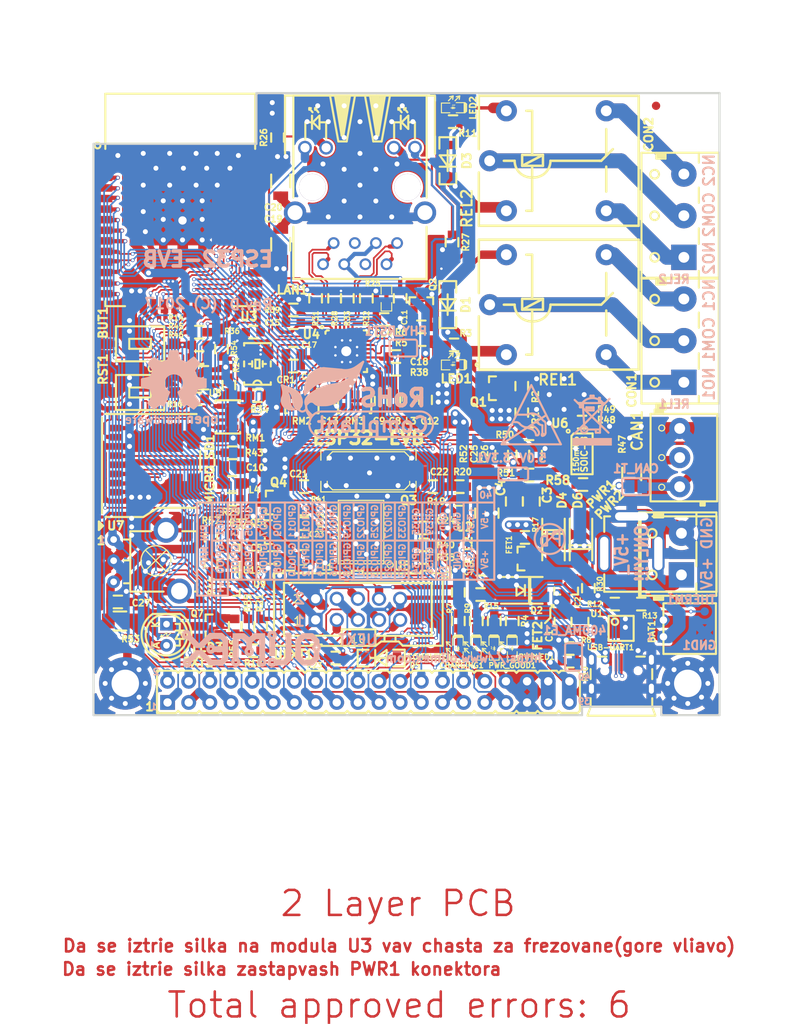
<source format=kicad_pcb>
(kicad_pcb (version 20221018) (generator pcbnew)
  (title_block (title "ESP-EVB") (rev "C") (company "OLIMEX Ltd.") (comment 1 "https://www.olimex.com"))
  (layers (0 "F.Cu" mixed) (31 "B.Cu" mixed) (34 "B.Paste" user) (35 "F.Paste" user) (36 "B.SilkS" user "B.Silkscreen") (37 "F.SilkS" user "F.Silkscreen") (38 "B.Mask" user) (39 "F.Mask" user) (44 "Edge.Cuts" user))
  (net 0 "")
  (net 1 "+5V")
  (net 2 "Net-(400MA_E1-Pad1)")
  (net 3 "GND")
  (net 4 "Net-(BAT1-Pad1)")
  (net 5 "Net-(BUT1-Pad2)")
  (net 6 "/GPI34/BUT1")
  (net 7 "Net-(C3-Pad1)")
  (net 8 "Net-(C5-Pad2)")
  (net 9 "+3V3")
  (net 10 "Net-(C10-Pad1)")
  (net 11 "Net-(C11-Pad1)")
  (net 12 "Net-(C18-Pad2)")
  (net 13 "Net-(CON1-Pad3)")
  (net 14 "Net-(CON1-Pad1)")
  (net 15 "Net-(CON1-Pad2)")
  (net 16 "Net-(CON2-Pad2)")
  (net 17 "Net-(CON2-Pad1)")
  (net 18 "Net-(CON2-Pad3)")
  (net 19 "Net-(CR1-Pad3)")
  (net 20 "Net-(D1-Pad2)")
  (net 21 "Net-(D3-Pad2)")
  (net 22 "/GPIO3/U0RXD")
  (net 23 "Net-(D5-Pad1)")
  (net 24 "/ESP_EN")
  (net 25 "/GPIO25/EMAC_RXD0(RMII)")
  (net 26 "/GPIO19/EMAC_TXD0(RMII)")
  (net 27 "/GPIO26/EMAC_RXD1(RMII)")
  (net 28 "/GPIO33/REL2")
  (net 29 "/GPIO32/REL1")
  (net 30 "/GPIO9/SD_DATA2")
  (net 31 "/GPIO8/SD_DATA1")
  (net 32 "/GPIO6/SD_CLK")
  (net 33 "/GPIO7/SD_DATA0")
  (net 34 "/GPIO1/U0TXD")
  (net 35 "/GPIO10/SD_DATA3")
  (net 36 "/GPIO11/SD_CMD")
  (net 37 "Net-(L2-Pad1)")
  (net 38 "Net-(LED1-Pad2)")
  (net 39 "Net-(LED2-Pad2)")
  (net 40 "Net-(Q1-Pad1)")
  (net 41 "Net-(Q2-Pad1)")
  (net 42 "/STAT2")
  (net 43 "Net-(R10-Pad1)")
  (net 44 "/STAT1")
  (net 45 "Net-(R12-Pad2)")
  (net 46 "Net-(R12-Pad1)")
  (net 47 "/#PG(#TE)")
  (net 48 "Net-(R19-Pad1)")
  (net 49 "Net-(R39-Pad1)")
  (net 50 "/PHYAD0")
  (net 51 "/PHYAD1")
  (net 52 "/PHYAD2")
  (net 53 "/RMIISEL")
  (net 54 "/VDD1A-2A")
  (net 55 "/VDDCR")
  (net 56 "/GPIO22/EMAC_TXD1(RMII)")
  (net 57 "/GPIO21/EMAC_TX_EN(RMII)")
  (net 58 "Net-(MICRO_SD1-Pad5)")
  (net 59 "Net-(LAN1-Pad1)")
  (net 60 "Net-(LAN1-Pad2)")
  (net 61 "Net-(LAN1-Pad7)")
  (net 62 "Net-(LAN1-Pad8)")
  (net 63 "Net-(LAN1-PadAG1)")
  (net 64 "Net-(LAN1-PadAY1)")
  (net 65 "Net-(LAN1-PadKG1)")
  (net 66 "Net-(LAN1-PadKY1)")
  (net 67 "Net-(C19-Pad1)")
  (net 68 "Net-(CHARGING1-Pad1)")
  (net 69 "Net-(COMPLETE1-Pad1)")
  (net 70 "Net-(C21-Pad1)")
  (net 71 "Net-(C22-Pad1)")
  (net 72 "/CANL")
  (net 73 "/CANH")
  (net 74 "Net-(CAN_T1-Pad1)")
  (net 75 "/GPI36/U1RXD")
  (net 76 "/+5V_EXT")
  (net 77 "/GPI39/IR_RECEIVE")
  (net 78 "/GPIO23/MDC(RMII)")
  (net 79 "/GPIO27/EMAC_RX_CRS_DV")
  (net 80 "/GPI35/CAN-RX")
  (net 81 "/GPIO5/CAN-TX")
  (net 82 "/GPIO4/U1TXD")
  (net 83 "/GPIO0/XTAL1/CLKIN")
  (net 84 "/GPIO2/HS2_DATA0")
  (net 85 "/GPIO12/IR_Transmit")
  (net 86 "/GPIO13/I2C-SDA")
  (net 87 "/GPIO14/HS2_CLK")
  (net 88 "/GPIO15/HS2_CMD")
  (net 89 "/GPIO16/I2C-SCL")
  (net 90 "/GPIO17/SPI_CS")
  (net 91 "/GPIO18/MDIO(RMII)")
  (net 92 "/+5V_USB")
  (net 93 "Net-(LED3-Pad1)")
  (net 94 "Net-(LED3-Pad2)")
  (net 95 "Net-(MICRO_SD1-Pad1)")
  (net 96 "Net-(MICRO_SD1-Pad2)")
  (net 97 "Net-(MICRO_SD1-Pad8)")
  (net 98 "Net-(PWR_GOOD1-Pad1)")
  (net 99 "Net-(Q4-Pad2)")
  (net 100 "Net-(Q4-Pad1)")
  (net 101 "Net-(Q5-Pad2)")
  (net 102 "Net-(Q5-Pad1)")
  (net 103 "Net-(Q7-Pad1)")
  (net 104 "Net-(R35-Pad1)")
  (net 105 "Net-(R40-Pad1)")
  (net 106 "Net-(R48-Pad1)")
  (net 107 "Net-(R50-Pad2)")
  (net 108 "Net-(R51-Pad2)")
  (net 109 "Net-(U3-Pad32)")
  (net 110 "Net-(U4-Pad4)")
  (net 111 "Net-(U4-Pad14)")
  (net 112 "Net-(U4-Pad18)")
  (net 113 "Net-(U4-Pad20)")
  (net 114 "Net-(U4-Pad26)")
  (net 115 "Net-(U5-Pad6)")
  (net 116 "Net-(U5-Pad7)")
  (net 117 "Net-(U5-Pad11)")
  (net 118 "Net-(U5-Pad12)")
  (net 119 "Net-(U5-Pad13)")
  (net 120 "Net-(U5-Pad14)")
  (net 121 "Net-(U5-Pad17)")
  (net 122 "Net-(USB-UART1-Pad4)")
  (net 123 "/OSC_DIS")
  (net 124 "Net-(PWRLED1-Pad1)")
  (net 125 "Net-(Q5-Pad3)")
  (net 126 "Net-(C28-Pad1)")
  (net 127 "Net-(MICRO_SD1-Pad7)")
  (net 128 "Net-(5.0V/3.3V1-Pad2)")
  (net 129 "Net-(R44-Pad2)")
  (net 130 "/D_Com")
  (net 131 "Net-(R58-Pad2)")
  (footprint "OLIMEX_Other-FP:Mounting_hole_3.3mm" (layer "F.Cu") (at 140.97 70.358)
    (fp_text reference "MH1" hide)
    (fp_text value "Mounting_hole_Shield_3.3mm" hide)
  )
  (footprint "OLIMEX_Other-FP:Mounting_hole_Shield_3.3mm" (layer "F.Cu") (at 140.97 137.922)
    (fp_text reference "MH2" hide)
    (fp_text value "Mounting_hole_Shield_3.3mm" hide)
  )
  (footprint "OLIMEX_Other-FP:Mounting_hole_Shield_3.3mm" (layer "F.Cu") (at 73.406 137.922)
    (fp_text reference "MH3" hide)
    (fp_text value "Mounting_hole_Shield_3.3mm" hide)
  )
  (footprint "OLIMEX_Connectors-FP:HN2x20" (layer "F.Cu") (at 102.616 138.938)
    (fp_text reference "EXT1")
    (fp_text value "NA(HN2x20)")
  )
  (footprint "OLIMEX_Connectors-FP:LIPO_BAT-CON2DW02R" (layer "F.Cu") (at 141.1986 131.318 90)
    (fp_text reference "BAT1")
    (fp_text value "DW02R")
  )
  (footprint "OLIMEX_RLC-FP:C_0805_5MIL_DWS" (layer "F.Cu") (at 125.984 130.556 -90)
    (fp_text reference "C1")
    (fp_text value "47uF/6.3V/20%/X5R/C0805")
  )
  (footprint "OLIMEX_RLC-FP:C_0805_5MIL_DWS" (layer "F.Cu") (at 128.016 130.556 -90)
    (fp_text reference "C2")
    (fp_text value "47uF/6.3V/20%/X5R/C0805")
  )
  (footprint "OLIMEX_RLC-FP:C_0603_5MIL_DWS" (layer "F.Cu") (at 91.059 122.809)
    (fp_text reference "C5")
    (fp_text value "22uF/6.3V/20%/X5R/C0603")
  )
  (footprint "OLIMEX_RLC-FP:C_0603_5MIL_DWS" (layer "F.Cu") (at 116.078 125.73)
    (fp_text reference "C6")
    (fp_text value "22uF/6.3V/20%/X5R/C0603")
  )
  (footprint "OLIMEX_RLC-FP:C_0603_5MIL_DWS" (layer "F.Cu") (at 116.078 127.254)
    (fp_text reference "C7")
    (fp_text value "22uF/6.3V/20%/X5R/C0603")
  )
  (footprint "OLIMEX_RLC-FP:C_0603_5MIL_DWS" (layer "F.Cu") (at 105.664 104.013 90)
    (fp_text reference "C8")
    (fp_text value "22uF/6.3V/20%/X5R/C0603")
  )
  (footprint "OLIMEX_RLC-FP:C_0603_5MIL_DWS" (layer "F.Cu") (at 104.14 104.013 90)
    (fp_text reference "C9")
    (fp_text value "22uF/6.3V/20%/X5R/C0603")
  )
  (footprint "OLIMEX_RLC-FP:C_0805_5MIL_DWS" (layer "F.Cu") (at 86.233 112.014)
    (fp_text reference "C10")
    (fp_text value "47uF/6.3V/20%/X5R/C0805")
  )
  (footprint "OLIMEX_RLC-FP:C_0603_5MIL_DWS" (layer "F.Cu") (at 106.426 91.694 -90)
    (fp_text reference "C11")
    (fp_text value "100nF/50V/20%/Y5V/C0603")
  )
  (footprint "OLIMEX_RLC-FP:C_0603_5MIL_DWS" (layer "F.Cu") (at 109.474 103.886 -90)
    (fp_text reference "C12")
    (fp_text value "22uF/6.3V/20%/X5R/C0603")
  )
  (footprint "OLIMEX_RLC-FP:C_0603_5MIL_DWS" (layer "F.Cu") (at 97.79 104.013 -90)
    (fp_text reference "C13")
    (fp_text value "100nF/50V/20%/Y5V/C0603")
  )
  (footprint "OLIMEX_RLC-FP:C_0603_5MIL_DWS" (layer "F.Cu") (at 104.521 94.234)
    (fp_text reference "C14")
    (fp_text value "100nF/50V/20%/Y5V/C0603")
  )
  (footprint "OLIMEX_RLC-FP:C_0603_5MIL_DWS" (layer "F.Cu") (at 93.599 94.615 180)
    (fp_text reference "C15")
    (fp_text value "100nF/50V/20%/Y5V/C0603")
  )
  (footprint "OLIMEX_RLC-FP:C_0603_5MIL_DWS" (layer "F.Cu") (at 93.599 99.822 180)
    (fp_text reference "C16")
    (fp_text value "2.2uF/6.3V/10%/X5R/C0603")
  )
  (footprint "OLIMEX_RLC-FP:C_0603_5MIL_DWS" (layer "F.Cu") (at 93.599 98.298 180)
    (fp_text reference "C17")
    (fp_text value "100nF/50V/20%/Y5V/C0603")
  )
  (footprint "OLIMEX_RLC-FP:C_0603_5MIL_DWS" (layer "F.Cu") (at 105.918 98.679 180)
    (fp_text reference "C18")
    (fp_text value "10uF/6.3V/20%/X5R/C0603")
  )
  (footprint "OLIMEX_Connectors-FP:TB3-DG306-5.0_3P" (layer "F.Cu") (at 140.5 96.774 90)
    (fp_text reference "CON1")
    (fp_text value "TB3 DG306-5.0-3P")
  )
  (footprint "OLIMEX_Connectors-FP:TB3-DG306-5.0_3P" (layer "F.Cu") (at 140.5 81.774 90)
    (fp_text reference "CON2")
    (fp_text value "TB3 DG306-5.0-3P")
  )
  (footprint "OLIMEX_Crystal-FP:5032-4P_HCX-3S" (layer "F.Cu") (at 89.281 99.568 90)
    (fp_text reference "CR1")
    (fp_text value "Q50MHz/25ppm/3V/4P/5x3.2mm")
  )
  (footprint "OLIMEX_Diodes-FP:SOD-123_1C-2A_KA" (layer "F.Cu") (at 112.141 92.456 90)
    (fp_text reference "D1")
    (fp_text value "1N5819S4(SOD-123)")
  )
  (footprint "OLIMEX_Diodes-FP:SOD-123_1C-2A_KA" (layer "F.Cu") (at 112.141 75.184 90)
    (fp_text reference "D3")
    (fp_text value "1N5819S4(SOD-123)")
  )
  (footprint "OLIMEX_Diodes-FP:SMA-KA" (layer "F.Cu") (at 124.841 120.65 -90)
    (fp_text reference "D4")
    (fp_text value "1N5822/SS34/SMA")
  )
  (footprint "OLIMEX_Diodes-FP:SOD-123_1C-2A_KA" (layer "F.Cu") (at 104.14 134.874)
    (fp_text reference "D5")
    (fp_text value "1N5819S4(SOD-123)")
  )
  (footprint "OLIMEX_Transistors-FP:SOT23" (layer "F.Cu") (at 121.158 122.936)
    (fp_text reference "FET1")
    (fp_text value "WPM2015-3/TR")
  )
  (footprint "OLIMEX_RLC-FP:L_0805_5MIL_DWS" (layer "F.Cu") (at 94.742 122.809 180)
    (fp_text reference "L1")
    (fp_text value "FB0805/600R/2A")
  )
  (footprint "OLIMEX_RLC-FP:CD32" (layer "F.Cu") (at 117.221 122.174 90)
    (fp_text reference "L2")
    (fp_text value "2.2uH/1.5A/DCR<0.1R/CD32")
  )
  (footprint "OLIMEX_RLC-FP:L_0805_5MIL_DWS" (layer "F.Cu") (at 107.569 103.632 90)
    (fp_text reference "L3")
    (fp_text value "FB0805/600R/2A")
  )
  (footprint "OLIMEX_RLC-FP:L_0805_5MIL_DWS" (layer "F.Cu") (at 86.233 113.919 180)
    (fp_text reference "L4")
    (fp_text value "FB0805/600R/2A")
  )
  (footprint "OLIMEX_LEDs-FP:LED_0603_KA" (layer "F.Cu") (at 112.776 99.695 180)
    (fp_text reference "LED1")
    (fp_text value "LED/GREEN/0603")
  )
  (footprint "OLIMEX_LEDs-FP:LED_0603_KA" (layer "F.Cu") (at 112.776 68.834 180)
    (fp_text reference "LED2")
    (fp_text value "LED/GREEN/0603")
  )
  (footprint "OLIMEX_Connectors-FP:PWRJ-2mm(YDJ-1136)" (layer "F.Cu") (at 130.937 117.569 180)
    (fp_text reference "PWR1")
    (fp_text value "PWRJ-2mm(YDJ-1134)")
  )
  (footprint "OLIMEX_Connectors-FP:TB2-DG306-5.0_2P" (layer "F.Cu") (at 140.208 122.395 90)
    (fp_text reference "PWR2")
    (fp_text value "NA(TB2 DG306-5.0-2P)")
  )
  (footprint "OLIMEX_LEDs-FP:LED_0603_KA" (layer "F.Cu") (at 119.888 133.731 -90)
    (fp_text reference "PWRLED1")
    (fp_text value "LED/RED/0603")
  )
  (footprint "OLIMEX_Transistors-FP:SOT23" (layer "F.Cu") (at 117.729 102.489)
    (fp_text reference "Q1")
    (fp_text value "BC817-40(SOT23)")
  )
  (footprint "OLIMEX_Transistors-FP:SOT23" (layer "F.Cu") (at 108.966 92.202 -90)
    (fp_text reference "Q2")
    (fp_text value "BC817-40(SOT23)")
  )
  (footprint "OLIMEX_RLC-FP:R_0603_5MIL_DWS" (layer "F.Cu") (at 121.031 105.41 90)
    (fp_text reference "R1")
    (fp_text value "1k/R0603")
  )
  (footprint "OLIMEX_RLC-FP:R_0603_5MIL_DWS" (layer "F.Cu") (at 121.031 102.235 -90)
    (fp_text reference "R2")
    (fp_text value "10k/R0603")
  )
  (footprint "OLIMEX_RLC-FP:R_0603_5MIL_DWS" (layer "F.Cu") (at 112.903 97.282 180)
    (fp_text reference "R3")
    (fp_text value "2.2k/R0603")
  )
  (footprint "OLIMEX_RLC-FP:R_0603_5MIL_DWS" (layer "F.Cu") (at 108.966 96.647 180)
    (fp_text reference "R5")
    (fp_text value "1k/R0603")
  )
  (footprint "OLIMEX_RLC-FP:R_0603_5MIL_DWS" (layer "F.Cu") (at 108.966 95.123 180)
    (fp_text reference "R6")
    (fp_text value "10k/R0603")
  )
  (footprint "OLIMEX_RLC-FP:R_0603_5MIL_DWS" (layer "F.Cu") (at 113.411 130.429 90)
    (fp_text reference "R7")
    (fp_text value "2.2k/R0603")
  )
  (footprint "OLIMEX_RLC-FP:R_0603_5MIL_DWS" (layer "F.Cu") (at 126.746 133.731 180)
    (fp_text reference "R8")
    (fp_text value "4.99k/1%/R0603")
  )
  (footprint "OLIMEX_RLC-FP:R_0603_5MIL_DWS" (layer "F.Cu") (at 115.57 130.429 90)
    (fp_text reference "R9")
    (fp_text value "2.2k/R0603")
  )
  (footprint "OLIMEX_RLC-FP:R_0603_5MIL_DWS" (layer "F.Cu") (at 126.746 135.255 180)
    (fp_text reference "R10")
    (fp_text value "4.99k/1%/R0603")
  )
  (footprint "OLIMEX_RLC-FP:R_0603_5MIL_DWS" (layer "F.Cu") (at 112.776 70.485 180)
    (fp_text reference "R11")
    (fp_text value "2.2k/R0603")
  )
  (footprint "OLIMEX_RLC-FP:R_0603_5MIL_DWS" (layer "F.Cu") (at 132.207 128.397)
    (fp_text reference "R12")
    (fp_text value "1k/R0603")
  )
  (footprint "OLIMEX_RLC-FP:R_0603_5MIL_DWS" (layer "F.Cu") (at 135.382 128.397)
    (fp_text reference "R13")
    (fp_text value "10k/R0603")
  )
  (footprint "OLIMEX_RLC-FP:R_0603_5MIL_DWS" (layer "F.Cu") (at 82.296 95.758)
    (fp_text reference "R14")
    (fp_text value "220R/R0603")
  )
  (footprint "OLIMEX_RLC-FP:R_0603_5MIL_DWS" (layer "F.Cu") (at 117.729 130.429 90)
    (fp_text reference "R15")
    (fp_text value "2.2k/R0603")
  )
  (footprint "OLIMEX_RLC-FP:R_0603_5MIL_DWS" (layer "F.Cu") (at 82.042 103.759 180)
    (fp_text reference "R16")
    (fp_text value "220R/R0603")
  )
  (footprint "OLIMEX_RLC-FP:R_0603_5MIL_DWS" (layer "F.Cu") (at 121.412 120.396)
    (fp_text reference "R17")
    (fp_text value "NA/R0603")
  )
  (footprint "OLIMEX_RLC-FP:R_0603_5MIL_DWS" (layer "F.Cu") (at 88.773 133.985)
    (fp_text reference "R18")
    (fp_text value "2.2k/R0603")
  )
  (footprint "OLIMEX_RLC-FP:R_0603_5MIL_DWS" (layer "F.Cu") (at 89.662 131.064 90)
    (fp_text reference "R21")
    (fp_text value "2.2k/R0603")
  )
  (footprint "OLIMEX_RLC-FP:R_0603_5MIL_DWS" (layer "F.Cu") (at 113.411 127 -90)
    (fp_text reference "R22")
    (fp_text value "10k/R0603")
  )
  (footprint "OLIMEX_RLC-FP:R_0603_5MIL_DWS" (layer "F.Cu") (at 98.679 134.874 180)
    (fp_text reference "R23")
    (fp_text value "10k/R0603")
  )
  (footprint "OLIMEX_RLC-FP:R_0603_5MIL_DWS" (layer "F.Cu") (at 85.852 102.108 90)
    (fp_text reference "R24")
    (fp_text value "1k/R0603")
  )
  (footprint "OLIMEX_RLC-FP:0R_0603" (layer "F.Cu") (at 104.775 91.694 90)
    (fp_text reference "R25")
    (fp_text value "0R(board_mounted)")
  )
  (footprint "OLIMEX_RLC-FP:R_0603_5MIL_DWS" (layer "F.Cu") (at 91.694 72.39 90)
    (fp_text reference "R26")
    (fp_text value "330R/R0603")
  )
  (footprint "OLIMEX_RLC-FP:R_0603_5MIL_DWS" (layer "F.Cu") (at 112.649 84.963 -90)
    (fp_text reference "R27")
    (fp_text value "330R/R0603")
  )
  (footprint "OLIMEX_RLC-FP:R_0603_5MIL_DWS" (layer "F.Cu") (at 98.552 91.694 -90)
    (fp_text reference "R28")
    (fp_text value "49.9R/1%/R0603")
  )
  (footprint "OLIMEX_RLC-FP:R_0603_5MIL_DWS" (layer "F.Cu") (at 86.233 115.824 180)
    (fp_text reference "R29")
    (fp_text value "10k/R0603")
  )
  (footprint "OLIMEX_RLC-FP:R_0603_5MIL_DWS" (layer "F.Cu") (at 96.266 91.694 -90)
    (fp_text reference "R31")
    (fp_text value "49.9R/1%/R0603")
  )
  (footprint "OLIMEX_RLC-FP:R_0603_5MIL_DWS" (layer "F.Cu") (at 102.362 91.694 -90)
    (fp_text reference "R32")
    (fp_text value "49.9R/1%/R0603")
  )
  (footprint "OLIMEX_RLC-FP:R_0603_5MIL_DWS" (layer "F.Cu") (at 100.076 91.694 -90)
    (fp_text reference "R33")
    (fp_text value "49.9R/1%/R0603")
  )
  (footprint "OLIMEX_RLC-FP:R_0603_5MIL_DWS" (layer "F.Cu") (at 89.281 103.378)
    (fp_text reference "R34")
    (fp_text value "10k/R0603")
  )
  (footprint "OLIMEX_RLC-FP:R_0603_5MIL_DWS" (layer "F.Cu") (at 109.22 122.809)
    (fp_text reference "R35")
    (fp_text value "220R/R0603")
  )
  (footprint "OLIMEX_RLC-FP:R_0603_5MIL_DWS" (layer "F.Cu") (at 88.773 95.758)
    (fp_text reference "R36")
    (fp_text value "10R/R0603")
  )
  (footprint "OLIMEX_RLC-FP:R_0603_5MIL_DWS" (layer "F.Cu") (at 105.918 100.203)
    (fp_text reference "R38")
    (fp_text value "10k/R0603")
  )
  (footprint "OLIMEX_RLC-FP:R_0603_5MIL_DWS" (layer "F.Cu") (at 93.599 93.091 180)
    (fp_text reference "R39")
    (fp_text value "12.1k/1%/R0603")
  )
  (footprint "OLIMEX_RLC-FP:R_0603_5MIL_DWS" (layer "F.Cu") (at 109.22 121.285)
    (fp_text reference "R40")
    (fp_text value "220R/R0603")
  )
  (footprint "OLIMEX_RLC-FP:R_0603_5MIL_DWS" (layer "F.Cu") (at 94.869 116.967 180)
    (fp_text reference "R41")
    (fp_text value "1k/R0603")
  )
  (footprint "OLIMEX_Relays-FP:Relay_RAS-05-15" (layer "F.Cu") (at 125.476 92.456 180)
    (fp_text reference "REL1")
    (fp_text value "RAS-0515")
  )
  (footprint "OLIMEX_Relays-FP:Relay_RAS-05-15" (layer "F.Cu") (at 125.476 75.184 180)
    (fp_text reference "REL2")
    (fp_text value "RAS-0515")
  )
  (footprint "OLIMEX_RLC-FP:R_MATRIX_4" (layer "F.Cu") (at 85.725 105.918 -90)
    (fp_text reference "RM1")
    (fp_text value "RA1206_(4X0603)_4B8_2.2k")
  )
  (footprint "OLIMEX_RLC-FP:R_MATRIX_4" (layer "F.Cu") (at 94.615 104.013)
    (fp_text reference "RM2")
    (fp_text value "RA1206_(4X0603)_4B8_2.2k")
  )
  (footprint "OLIMEX_RLC-FP:R_MATRIX_4" (layer "F.Cu") (at 100.965 104.013 180)
    (fp_text reference "RM3")
    (fp_text value "RA1206_(4X0603)_4B8_2.2k")
  )
  (footprint "OLIMEX_IC-FP:MSOP-10_Pitch-0.5mm_3.00x3.00x1.00mm" (layer "F.Cu") (at 132.969 131.318 -90)
    (fp_text reference "U1")
    (fp_text value "MCP73833(MSOP10)")
  )
  (footprint "OLIMEX_Regulators-FP:SOT-23-5" (layer "F.Cu") (at 116.84 117.475 -90)
    (fp_text reference "U2")
    (fp_text value "SY8089AAAC(SOT23-5)")
  )
  (footprint "OLIMEX_Cases-FP:ESP-WROOM-32_MODULE" (layer "F.Cu") (at 80.01 79.883)
    (fp_text reference "U3")
    (fp_text value "ESP-WROOM-32")
  )
  (footprint "OLIMEX_IC-FP:QFN32_EP(33)_5.00x5.00x0.90mm_Pitch_0.50mm" (layer "F.Cu") (at 99.949 98.044 -90)
    (fp_text reference "U4")
    (fp_text value "LAN8710A-EZC(QFN32)")
  )
  (footprint "OLIMEX_Connectors-FP:UEXT_ML10" (layer "F.Cu") (at 101.346 129.032)
    (fp_text reference "UEXT1")
    (fp_text value "BH10S")
  )
  (footprint "OLIMEX_Connectors-FP:TFC-WXCP11-08-LF" (layer "F.Cu") (at 76.327 111.125 180)
    (fp_text reference "MICRO_SD1")
    (fp_text value "TFC-WXCP11-08-LF")
  )
  (footprint "OLIMEX_RLC-FP:R_0603_5MIL_DWS" (layer "F.Cu") (at 86.233 110.236 180)
    (fp_text reference "R43")
    (fp_text value "10R/R0603")
  )
  (footprint "OLIMEX_Buttons-FP:T1107A(6x3,8x2,5MM)" (layer "F.Cu") (at 75.184 97.155 180)
    (fp_text reference "BUT1")
    (fp_text value "T1107A(6x3,8x2,5MM)")
  )
  (footprint "OLIMEX_Buttons-FP:T1107A(6x3,8x2,5MM)" (layer "F.Cu") (at 75.184 102.997 180)
    (fp_text reference "RST1")
    (fp_text value "T1107A(6x3,8x2,5MM)")
  )
  (footprint "OLIMEX_Connectors-FP:RJLBC-060TC1" (layer "F.Cu") (at 101.6 78.359 180)
    (fp_text reference "LAN1")
    (fp_text value "RJLD-060TC1(LPJ4013EDNL)")
  )
  (footprint "OLIMEX_RLC-FP:C_1206_5MIL_DWS_ISO" (layer "F.Cu") (at 92.075 85.217 -90)
    (fp_text reference "C19")
    (fp_text value "1nF/2000V/10%/X7R/C1206")
  )
  (footprint "OLIMEX_RLC-FP:C_1206_5MIL_DWS_ISO" (layer "F.Cu") (at 92.075 77.597 90)
    (fp_text reference "C20")
    (fp_text value "NA(1nF/2000V/10%/X7R/C1206)")
  )
  (footprint "OLIMEX_LEDs-FP:LED_0603_KA" (layer "F.Cu") (at 115.57 133.731 -90)
    (fp_text reference "CHARGING1")
    (fp_text value "LED/YELLOW/0603")
  )
  (footprint "OLIMEX_LEDs-FP:LED_0603_KA" (layer "F.Cu") (at 113.411 133.731 -90)
    (fp_text reference "COMPLETE1")
    (fp_text value "LED/GREEN/0603")
  )
  (footprint "OLIMEX_Other-FP:Fiducial1x3" (layer "F.Cu") (at 71.501 133.35)
    (fp_text reference "")
    (fp_text value "")
  )
  (footprint "OLIMEX_Other-FP:Fiducial1x3" (layer "F.Cu") (at 137.16 68.58)
    (fp_text reference "")
    (fp_text value "")
  )
  (footprint "OLIMEX_RLC-FP:R_0603_5MIL_DWS" (layer "F.Cu") (at 119.888 130.429 90)
    (fp_text reference "R4")
    (fp_text value "2.2k/R0603")
  )
  (footprint "OLIMEX_RLC-FP:R_0603_5MIL_DWS" (layer "F.Cu") (at 113.538 115.824 180)
    (fp_text reference "R19")
    (fp_text value "4.99k/1%/R0603")
  )
  (footprint "OLIMEX_RLC-FP:R_0603_5MIL_DWS" (layer "F.Cu") (at 113.538 114.3 180)
    (fp_text reference "R20")
    (fp_text value "1.1k/1%/R0603")
  )
  (footprint "OLIMEX_RLC-FP:C_0603_5MIL_DWS" (layer "F.Cu") (at 94.869 114.3 180)
    (fp_text reference "C21")
    (fp_text value "27pF/50V/5%/C0G/C0603")
  )
  (footprint "OLIMEX_RLC-FP:C_0603_5MIL_DWS" (layer "F.Cu") (at 110.363 114.3)
    (fp_text reference "C22")
    (fp_text value "27pF/50V/5%/C0G/C0603")
  )
  (footprint "OLIMEX_RLC-FP:C_0603_5MIL_DWS" (layer "F.Cu") (at 94.869 121.158 180)
    (fp_text reference "C23")
    (fp_text value "22uF/6.3V/20%/X5R/C0603")
  )
  (footprint "OLIMEX_RLC-FP:C_0603_5MIL_DWS" (layer "F.Cu") (at 109.22 119.253)
    (fp_text reference "C24")
    (fp_text value "100nF/50V/20%/Y5V/C0603")
  )
  (footprint "OLIMEX_RLC-FP:C_0603_5MIL_DWS" (layer "F.Cu") (at 121.158 110.49 -90)
    (fp_text reference "C25")
    (fp_text value "100nF/50V/20%/Y5V/C0603")
  )
  (footprint "OLIMEX_RLC-FP:C_0603_5MIL_DWS" (layer "F.Cu") (at 122.682 110.49 -90)
    (fp_text reference "C26")
    (fp_text value "10uF/6.3V/20%/X5R/C0603")
  )
  (footprint "OLIMEX_RLC-FP:C_0603_5MIL_DWS" (layer "F.Cu") (at 72.517 128.143)
    (fp_text reference "C27")
    (fp_text value "100nF/50V/20%/Y5V/C0603")
  )
  (footprint "OLIMEX_RLC-FP:C_0603_5MIL_DWS" (layer "F.Cu") (at 79.502 100.203 90)
    (fp_text reference "C28")
    (fp_text value "100nF/50V/20%/Y5V/C0603")
  )
  (footprint "OLIMEX_Connectors-FP:TB3-3.5mm" (layer "F.Cu") (at 140 110.815 -90)
    (fp_text reference "CAN1")
    (fp_text value "TB3-3.5mm")
  )
  (footprint "OLIMEX_Diodes-FP:SMA-KA" (layer "F.Cu") (at 128.143 120.65 90)
    (fp_text reference "D6")
    (fp_text value "1N5822/SS34/SMA")
  )
  (footprint "OLIMEX_Transistors-FP:SOT23" (layer "F.Cu") (at 126.365 126.619 90)
    (fp_text reference "FET2")
    (fp_text value "WPM2015-3/TR")
  )
  (footprint "OLIMEX_LEDs-FP:LED-5mm-PTH-AK" (layer "F.Cu") (at 78.359 132.08 90)
    (fp_text reference "LED3")
    (fp_text value "LED/IR333-A/5mm")
  )
  (footprint "OLIMEX_LEDs-FP:LED_0603_KA" (layer "F.Cu") (at 117.729 133.731 -90)
    (fp_text reference "PWR_GOOD1")
    (fp_text value "LED/RED/0603")
  )
  (footprint "OLIMEX_Crystal-FP:Q_49U3HMS" (layer "F.Cu") (at 102.616 112.395)
    (fp_text reference "Q3")
    (fp_text value "Q12MHz/20pF/30ppm/2P/HC-49SM(SMD)")
  )
  (footprint "OLIMEX_Transistors-FP:SOT23" (layer "F.Cu") (at 90.932 116.205)
    (fp_text reference "Q4")
    (fp_text value "BC817-40(SOT23)")
  )
  (footprint "OLIMEX_Transistors-FP:SOT23" (layer "F.Cu") (at 90.805 119.761)
    (fp_text reference "Q5")
    (fp_text value "BC817-40(SOT23)")
  )
  (footprint "OLIMEX_Transistors-FP:SOT23" (layer "F.Cu") (at 83.693 131.064)
    (fp_text reference "Q7")
    (fp_text value "BC817-40(SOT23)")
  )
  (footprint "OLIMEX_RLC-FP:R_0603_5MIL_DWS" (layer "F.Cu") (at 129.032 126.492 -90)
    (fp_text reference "R30")
    (fp_text value "10k/R0603")
  )
  (footprint "OLIMEX_RLC-FP:R_0603_5MIL_DWS" (layer "F.Cu") (at 94.869 118.745 180)
    (fp_text reference "R42")
    (fp_text value "1k/R0603")
  )
  (footprint "OLIMEX_RLC-FP:R_0603_5MIL_DWS" (layer "F.Cu") (at 82.296 97.282 180)
    (fp_text reference "R45")
    (fp_text value "10k/R0603")
  )
  (footprint "OLIMEX_RLC-FP:R_0603_5MIL_DWS" (layer "F.Cu") (at 82.296 98.806)
    (fp_text reference "R46")
    (fp_text value "NA/R0603")
  )
  (footprint "OLIMEX_RLC-FP:R_1206_5MIL_DWS" (layer "F.Cu") (at 134.239 112.776 90)
    (fp_text reference "R47")
    (fp_text value "120R/R1206")
  )
  (footprint "OLIMEX_RLC-FP:R_0603_5MIL_DWS" (layer "F.Cu") (at 128.27 106.553 180)
    (fp_text reference "R48")
    (fp_text value "NA/R0603")
  )
  (footprint "OLIMEX_RLC-FP:R_0603_5MIL_DWS" (layer "F.Cu") (at 128.27 105.029 180)
    (fp_text reference "R49")
    (fp_text value "10k/R0603")
  )
  (footprint "OLIMEX_RLC-FP:R_0603_5MIL_DWS" (layer "F.Cu") (at 121.92 107.95)
    (fp_text reference "R50")
    (fp_text value "330R/R0603")
  )
  (footprint "OLIMEX_RLC-FP:R_0603_5MIL_DWS" (layer "F.Cu") (at 121.92 112.903)
    (fp_text reference "R51")
    (fp_text value "330R/R0603")
  )
  (footprint "OLIMEX_RLC-FP:R_0603_5MIL_DWS" (layer "F.Cu") (at 118.618 110.49 -90)
    (fp_text reference "R52")
    (fp_text value "680R/R0603")
  )
  (footprint "OLIMEX_RLC-FP:R_1206_5MIL_DWS" (layer "F.Cu") (at 72.771 130.429)
    (fp_text reference "R53")
    (fp_text value "6.8R/R1206")
  )
  (footprint "OLIMEX_RLC-FP:R_0603_5MIL_DWS" (layer "F.Cu") (at 84.963 97.79 90)
    (fp_text reference "R54")
    (fp_text value "NA/R0603")
  )
  (footprint "OLIMEX_RLC-FP:R_0603_5MIL_DWS" (layer "F.Cu") (at 88.138 131.064 -90)
    (fp_text reference "R55")
    (fp_text value "1k/R0603")
  )
  (footprint "OLIMEX_RLC-FP:R_0603_5MIL_DWS" (layer "F.Cu") (at 86.614 131.064 -90)
    (fp_text reference "R56")
    (fp_text value "10k/R0603")
  )
  (footprint "OLIMEX_IC-FP:SSOP-20W" (layer "F.Cu") (at 101.727 119.761 90)
    (fp_text reference "U5")
    (fp_text value "CH340T(SSOP20W)")
  )
  (footprint "OLIMEX_IC-FP:SOIC-8_150mil" (layer "F.Cu") (at 128.27 110.363 -90)
    (fp_text reference "U6")
    (fp_text value "MCP2551-I/SN(SOIC-8_150mil)")
  )
  (footprint "OLIMEX_IC-FP:RPM7236-H8" (layer "F.Cu") (at 77.089 123.19 -90)
    (fp_text reference "U7")
    (fp_text value "RPM7236-H8")
  )
  (footprint "OLIMEX_Connectors-FP:USB-MICRO_MISB-SWMM-5B_LF" (layer "F.Cu") (at 133 138.303 -90)
    (fp_text reference "USB-UART1")
    (fp_text value "MISB-SWMM-5B-LF(USB_MICRO)")
  )
  (footprint "OLIMEX_RLC-FP:C_0805_5MIL_DWS" (layer "F.Cu") (at 122.174 116.078 90)
    (fp_text reference "C3")
    (fp_text value "47uF/6.3V/20%/X5R/C0805")
  )
  (footprint "OLIMEX_RLC-FP:C_0805_5MIL_DWS" (layer "F.Cu") (at 120.142 116.078 90)
    (fp_text reference "C4")
    (fp_text value "47uF/6.3V/20%/X5R/C0805")
  )
  (footprint "OLIMEX_RLC-FP:R_0603_5MIL_DWS" (layer "F.Cu") (at 87.249 120.015 180)
    (fp_text reference "R37")
    (fp_text value "220R/R0603")
  )
  (footprint "OLIMEX_IC-FP:SOT-23-5" (layer "F.Cu") (at 82.804 101.219)
    (fp_text reference "U8")
    (fp_text value "BD5230G-TR(SSOP5/SOT-23-5)")
  )
  (footprint "OLIMEX_RLC-FP:R_0603_5MIL_DWS" (layer "F.Cu") (at 83.693 123.571 -90)
    (fp_text reference "R44")
    (fp_text value "NA/R0603")
  )
  (footprint "OLIMEX_Diodes-FP:SOT23-3" (layer "F.Cu") (at 86.487 125.984 180)
    (fp_text reference "U9")
    (fp_text value "BAT54C(SOT23-3)")
  )
  (footprint "OLIMEX_Diodes-FP:SOT23-3" (layer "F.Cu") (at 86.487 122.682 180)
    (fp_text reference "U10")
    (fp_text value "BAT54C(SOT23-3)")
  )
  (footprint "OLIMEX_Diodes-FP:DO214AA_1(K)-2(A)" (layer "F.Cu") (at 121.031 126.746 180)
    (fp_text reference "D2")
    (fp_text value "SMBJ6.0A(DO-214AA)")
  )
  (footprint "OLIMEX_RLC-FP:R_0603_5MIL_DWS" (layer "F.Cu") (at 128.397 114.046)
    (fp_text reference "R58")
    (fp_text value "NA/R0603")
  )
  (footprint "OLIMEX_RLC-FP:R_0603_5MIL_DWS" (layer "F.Cu") (at 83.693 120.396 -90)
    (fp_text reference "R57")
    (fp_text value "1k/R0603")
  )
  (footprint "OLIMEX_Jumpers-FP:SJ_Closed" (layer "B.Cu") (at 127.254 134.747 90)
    (fp_text reference "400MA_E1")
    (fp_text value "Closed")
  )
  (footprint "OLIMEX_Other-FP:TESTPAD_40-ROUND" (layer "B.Cu") (at 143.002 131.826)
    (fp_text reference "GND1")
    (fp_text value "TESTPAD" hide)
  )
  (footprint "OLIMEX_Jumpers-FP:SJ" (layer "B.Cu") (at 106.807 97.663 180)
    (fp_text reference "PHY_RST1")
    (fp_text value "Opened")
  )
  (footprint "OLIMEX_Other-FP:TESTPAD_40-ROUND" (layer "B.Cu") (at 143.002 129.286)
    (fp_text reference "THERM1")
    (fp_text value "TESTPAD" hide)
  )
  (footprint "OLIMEX_Jumpers-FP:SJ_2_SMALL_12_TIED" (layer "B.Cu") (at 120.015 112.776 180)
    (fp_text reference "5.0V/3.3V1")
    (fp_text value "Closed(1-2)/Opened(2-3)")
  )
  (footprint "OLIMEX_Jumpers-FP:SJ" (layer "B.Cu") (at 134.747 114.3)
    (fp_text reference "CAN_T1")
    (fp_text value "Opened")
  )
  (footprint "OLIMEX_LOGOs-FP:LOGO_ANTISTATIC_1" (layer "B.Cu") (at 125.73 109.22 180)
    (fp_text reference "Ref**" hide)
    (fp_text value "Val**" hide)
  )
  (footprint "OLIMEX_LOGOs-FP:LOGO_OPENHARDWARE_8x8" (layer "B.Cu") (at 79.248 101.981 180)
    (fp_text reference "" hide)
    (fp_text value "" hide)
  )
  (footprint "OLIMEX_LOGOs-FP:LOGO_PBFREE" (layer "B.Cu") (at 124.587 120.269)
    (fp_text reference "")
    (fp_text value "")
  )
  (footprint "OLIMEX_LOGOs-FP:LOGO_RECYCLEBIN_1" (layer "B.Cu") (at 131.826 109.347 180)
    (fp_text reference "" hide)
    (fp_text value "" hide)
  )
  (footprint "OLIMEX_LOGOs-FP:LOGO_ROHS_1" (layer "B.Cu") (at 109.347 107.696 180)
    (fp_text reference "Ref**" hide)
    (fp_text value "Val**" hide)
  )
  (footprint "OLIMEX_LOGOs-FP:OLIMEX_LOGO_TB" (layer "B.Cu") (at 88.392 133.731 180)
    (fp_text reference "" hide)
    (fp_text value "" hide)
  )
  (gr_line (start 95.885 116.332) (end 95.885 125.476) (stroke (width 0.254)) (layer "B.SilkS"))
  (gr_line (start 83.82 127.381) (end 85.725 127.381) (stroke (width 0.254)) (layer "B.SilkS"))
  (gr_line (start 105.791 116.205) (end 105.791 125.476) (stroke (width 0.254)) (layer "B.SilkS"))
  (gr_line (start 83.82 125.476) (end 117.729 125.476) (stroke (width 0.254)) (layer "B.SilkS"))
  (gr_line (start 89.154 116.205) (end 89.154 125.476) (stroke (width 0.254)) (layer "B.SilkS"))
  (gr_line (start 82.042 127.381) (end 83.82 127.381) (stroke (width 0.254)) (layer "B.SilkS"))
  (gr_line (start 99.187 116.205) (end 99.187 125.476) (stroke (width 0.254)) (layer "B.SilkS"))
  (gr_line (start 85.725 116.205) (end 85.725 127.381) (stroke (width 0.254)) (layer "B.SilkS"))
  (gr_line (start 92.583 116.205) (end 92.583 125.476) (stroke (width 0.254)) (layer "B.SilkS"))
  (gr_line (start 90.805 116.205) (end 90.805 125.476) (stroke (width 0.254)) (layer "B.SilkS"))
  (gr_line (start 94.234 116.205) (end 94.234 125.476) (stroke (width 0.254)) (layer "B.SilkS"))
  (gr_line (start 107.442 116.205) (end 107.442 125.476) (stroke (width 0.254)) (layer "B.SilkS"))
  (gr_line (start 83.82 116.205) (end 117.729 116.205) (stroke (width 0.254)) (layer "B.SilkS"))
  (gr_line (start 82.042 116.205) (end 82.042 127.381) (stroke (width 0.254)) (layer "B.SilkS"))
  (gr_line (start 114.046 116.205) (end 114.046 125.476) (stroke (width 0.254)) (layer "B.SilkS"))
  (gr_line (start 100.838 116.205) (end 100.838 125.476) (stroke (width 0.254)) (layer "B.SilkS"))
  (gr_line (start 87.376 116.205) (end 87.376 125.476) (stroke (width 0.254)) (layer "B.SilkS"))
  (gr_line (start 109.093 116.205) (end 109.093 125.476) (stroke (width 0.254)) (layer "B.SilkS"))
  (gr_line (start 110.744 116.205) (end 110.744 125.476) (stroke (width 0.254)) (layer "B.SilkS"))
  (gr_line (start 115.697 116.332) (end 115.697 114.427) (stroke (width 0.254)) (layer "B.SilkS"))
  (gr_line (start 83.82 116.205) (end 82.042 116.205) (stroke (width 0.254)) (layer "B.SilkS"))
  (gr_line (start 83.82 120.777) (end 117.729 120.777) (stroke (width 0.254)) (layer "B.SilkS"))
  (gr_line (start 83.82 116.205) (end 83.82 127.381) (stroke (width 0.254)) (layer "B.SilkS"))
  (gr_line (start 104.14 116.205) (end 104.14 125.476) (stroke (width 0.254)) (layer "B.SilkS"))
  (gr_line (start 115.697 116.205) (end 115.697 125.476) (stroke (width 0.254)) (layer "B.SilkS"))
  (gr_line (start 102.489 116.205) (end 102.489 125.476) (stroke (width 0.254)) (layer "B.SilkS"))
  (gr_line (start 115.697 114.427) (end 117.729 114.427) (stroke (width 0.254)) (layer "B.SilkS"))
  (gr_line (start 97.536 116.205) (end 97.536 125.476) (stroke (width 0.254)) (layer "B.SilkS"))
  (gr_line (start 112.395 116.205) (end 112.395 125.476) (stroke (width 0.254)) (layer "B.SilkS"))
  (gr_line (start 117.729 114.427) (end 117.729 125.476) (stroke (width 0.254)) (layer "B.SilkS"))
  (gr_line (start 124.841 128.778) (end 124.841 128.524) (stroke (width 0.254)) (layer "F.SilkS"))
  (gr_line (start 124.46 130.048) (end 124.46 128.905) (stroke (width 0.254)) (layer "F.SilkS"))
  (gr_line (start 70.739 118.999) (end 70.231 118.491) (stroke (width 0.254)) (layer "F.SilkS"))
  (gr_circle (center 115.697 99.6696) (end 115.7478 99.6188) (stroke (width 0.254)) (fill none) (layer "F.SilkS"))
  (gr_line (start 124.46 130.048) (end 123.825 130.683) (stroke (width 0.254)) (layer "F.SilkS"))
  (gr_line (start 70.231 119.507) (end 70.739 118.999) (stroke (width 0.254)) (layer "F.SilkS"))
  (gr_line (start 70.231 118.491) (end 70.231 119.507) (stroke (width 0.254)) (layer "F.SilkS"))
  (gr_line (start 124.587 128.524) (end 124.841 128.778) (stroke (width 0.254)) (layer "F.SilkS"))
  (gr_line (start 70.358 118.618) (end 70.358 119.38) (stroke (width 0.254)) (layer "F.SilkS"))
  (gr_line (start 124.841 128.524) (end 124.587 128.524) (stroke (width 0.254)) (layer "F.SilkS"))
  (gr_line (start 70.485 118.745) (end 70.485 119.253) (stroke (width 0.254)) (layer "F.SilkS"))
  (gr_line (start 124.46 128.905) (end 124.841 128.524) (stroke (width 0.254)) (layer "F.SilkS"))
  (gr_line (start 137.795 140.716) (end 137.795 141.732) (stroke (width 0.254)) (layer "Edge.Cuts"))
  (gr_line (start 69.596 141.732) (end 128.27 141.732) (stroke (width 0.254)) (layer "Edge.Cuts"))
  (gr_line (start 89.154 67.056) (end 144.78 67.056) (stroke (width 0.254)) (layer "Edge.Cuts"))
  (gr_line (start 144.78 141.732) (end 144.78 67.056) (stroke (width 0.254)) (layer "Edge.Cuts"))
  (gr_line (start 137.795 141.732) (end 144.78 141.732) (stroke (width 0.254)) (layer "Edge.Cuts"))
  (gr_line (start 69.596 73.152) (end 89.154 73.152) (stroke (width 0.254)) (layer "Edge.Cuts"))
  (gr_line (start 69.596 141.732) (end 69.596 73.152) (stroke (width 0.254)) (layer "Edge.Cuts"))
  (gr_line (start 128.27 141.732) (end 128.27 140.716) (stroke (width 0.254)) (layer "Edge.Cuts"))
  (gr_line (start 89.154 73.152) (end 89.154 67.056) (stroke (width 0.254)) (layer "Edge.Cuts"))
  (gr_line (start 128.27 140.716) (end 137.795 140.716) (stroke (width 0.254)) (layer "Edge.Cuts"))
  (gr_text "Da se iztrie silka zastapvash PWR1 konektora" (at 92.202 172.212) (layer "F.Cu") (effects (font (size 1.5 1.5) (thickness 0.3))))
  (gr_text "Total approved errors: 6" (at 106.299 176.53) (layer "F.Cu") (effects (font (size 3 3) (thickness 0.3))))
  (gr_text "Da se iztrie silka na modula U3 vav chasta za frezovane(gore vliavo)" (at 106.299 169.418) (layer "F.Cu") (effects (font (size 1.5 1.5) (thickness 0.3))))
  (gr_text "2 Layer PCB" (at 106.172 164.338) (layer "F.Cu") (effects (font (size 3 3) (thickness 0.3))))
  (gr_text "1" (at 84.836 126.365) (layer "B.SilkS") (effects (font (size 1 1) (thickness 0.25)) (justify mirror)))
  (gr_text "GPIO4" (at 88.265 122.936 90) (layer "B.SilkS") (effects (font (size 0.8 0.8) (thickness 0.2)) (justify mirror)))
  (gr_text "GPIO5" (at 88.265 118.491 90) (layer "B.SilkS") (effects (font (size 0.8 0.8) (thickness 0.2)) (justify mirror)))
  (gr_text "GPIO6" (at 90.043 122.936 90) (layer "B.SilkS") (effects (font (size 0.8 0.8) (thickness 0.2)) (justify mirror)))
  (gr_text "GPIO7" (at 90.043 118.491 90) (layer "B.SilkS") (effects (font (size 0.8 0.8) (thickness 0.2)) (justify mirror)))
  (gr_text "GPIO8" (at 91.694 122.936 90) (layer "B.SilkS") (effects (font (size 0.8 0.8) (thickness 0.2)) (justify mirror)))
  (gr_text "GPIO9" (at 91.694 118.491 90) (layer "B.SilkS") (effects (font (size 0.8 0.8) (thickness 0.2)) (justify mirror)))
  (gr_text "GPIO10" (at 93.472 123.063 90) (layer "B.SilkS") (effects (font (size 0.75 0.75) (thickness 0.1875)) (justify mirror)))
  (gr_text "GPIO11" (at 93.472 118.491 90) (layer "B.SilkS") (effects (font (size 0.75 0.75) (thickness 0.1875)) (justify mirror)))
  (gr_text "GPIO12" (at 95.123 123.063 90) (layer "B.SilkS") (effects (font (size 0.75 0.75) (thickness 0.1875)) (justify mirror)))
  (gr_text "GPIO13" (at 95.123 118.491 90) (layer "B.SilkS") (effects (font (size 0.75 0.75) (thickness 0.1875)) (justify mirror)))
  (gr_text "GPIO14" (at 96.774 123.063 90) (layer "B.SilkS") (effects (font (size 0.75 0.75) (thickness 0.1875)) (justify mirror)))
  (gr_text "GPIO15" (at 96.774 118.491 90) (layer "B.SilkS") (effects (font (size 0.75 0.75) (thickness 0.1875)) (justify mirror)))
  (gr_text "GPIO16" (at 98.425 123.063 90) (layer "B.SilkS") (effects (font (size 0.75 0.75) (thickness 0.1875)) (justify mirror)))
  (gr_text "GPIO17" (at 98.425 118.491 90) (layer "B.SilkS") (effects (font (size 0.75 0.75) (thickness 0.1875)) (justify mirror)))
  (gr_text "GPIO18" (at 100.076 123.063 90) (layer "B.SilkS") (effects (font (size 0.75 0.75) (thickness 0.1875)) (justify mirror)))
  (gr_text "GPIO19" (at 100.076 118.491 90) (layer "B.SilkS") (effects (font (size 0.75 0.75) (thickness 0.1875)) (justify mirror)))
  (gr_text "GPIO21" (at 101.727 123.19 90) (layer "B.SilkS") (effects (font (size 0.75 0.75) (thickness 0.1875)) (justify mirror)))
  (gr_text "GPIO22" (at 101.727 118.491 90) (layer "B.SilkS") (effects (font (size 0.75 0.75) (thickness 0.1875)) (justify mirror)))
  (gr_text "GPIO23" (at 103.378 123.19 90) (layer "B.SilkS") (effects (font (size 0.75 0.75) (thickness 0.1875)) (justify mirror)))
  (gr_text "GPIO25" (at 103.378 118.491 90) (layer "B.SilkS") (effects (font (size 0.75 0.75) (thickness 0.1875)) (justify mirror)))
  (gr_text "PIN MAP:" (at 82.931 121.539 90) (layer "B.SilkS") (effects (font (size 0.8 0.8) (thickness 0.2)) (justify mirror)))
  (gr_text "GPIO26" (at 105.029 123.19 90) (layer "B.SilkS") (effects (font (size 0.75 0.75) (thickness 0.1875)) (justify mirror)))
  (gr_text "GPIO27" (at 105.029 118.491 90) (layer "B.SilkS") (effects (font (size 0.75 0.75) (thickness 0.1875)) (justify mirror)))
  (gr_text "GPIO32" (at 106.68 123.19 90) (layer "B.SilkS") (effects (font (size 0.75 0.75) (thickness 0.1875)) (justify mirror)))
  (gr_text "GPIO33" (at 106.68 118.491 90) (layer "B.SilkS") (effects (font (size 0.75 0.75) (thickness 0.1875)) (justify mirror)))
  (gr_text "GPI34" (at 108.331 123.19 90) (layer "B.SilkS") (effects (font (size 0.75 0.75) (thickness 0.1875)) (justify mirror)))
  (gr_text "GPI35" (at 108.331 118.491 90) (layer "B.SilkS") (effects (font (size 0.75 0.75) (thickness 0.1875)) (justify mirror)))
  (gr_text "GPI36" (at 109.982 123.19 90) (layer "B.SilkS") (effects (font (size 0.75 0.75) (thickness 0.1875)) (justify mirror)))
  (gr_text "GPI39" (at 109.982 118.491 90) (layer "B.SilkS") (effects (font (size 0.75 0.75) (thickness 0.1875)) (justify mirror)))
  (gr_text "ESP_EN" (at 111.633 123.19 90) (layer "B.SilkS") (effects (font (size 0.75 0.75) (thickness 0.1875)) (justify mirror)))
  (gr_text "GND" (at 111.633 118.491 90) (layer "B.SilkS") (effects (font (size 0.75 0.75) (thickness 0.1875)) (justify mirror)))
  (gr_text "GND" (at 113.284 123.19 90) (layer "B.SilkS") (effects (font (size 0.75 0.75) (thickness 0.1875)) (justify mirror)))
  (gr_text "GND" (at 113.284 118.491 90) (layer "B.SilkS") (effects (font (size 0.75 0.75) (thickness 0.1875)) (justify mirror)))
  (gr_text "+3.3V" (at 114.935 123.063 90) (layer "B.SilkS") (effects (font (size 0.75 0.75) (thickness 0.1875)) (justify mirror)))
  (gr_text "+3.3V" (at 114.935 118.364 90) (layer "B.SilkS") (effects (font (size 0.75 0.75) (thickness 0.1875)) (justify mirror)))
  (gr_text "+5V" (at 116.586 123.063 90) (layer "B.SilkS") (effects (font (size 0.75 0.75) (thickness 0.1875)) (justify mirror)))
  (gr_text "+5V" (at 116.586 118.237 90) (layer "B.SilkS") (effects (font (size 0.75 0.75) (thickness 0.1875)) (justify mirror)))
  (gr_text "40" (at 116.713 115.316) (layer "B.SilkS") (effects (font (size 0.8 0.8) (thickness 0.2)) (justify mirror)))
  (gr_text "NO2" (at 143.51 86.868 90) (layer "B.SilkS") (effects (font (size 1.3 1.3) (thickness 0.254)) (justify mirror)))
  (gr_text "COM2" (at 143.51 81.661 90) (layer "B.SilkS") (effects (font (size 1.3 1.3) (thickness 0.254)) (justify mirror)))
  (gr_text "NC2" (at 143.51 76.327 90) (layer "B.SilkS") (effects (font (size 1.3 1.3) (thickness 0.254)) (justify mirror)))
  (gr_text "REL2" (at 139.319 89.408) (layer "B.SilkS") (effects (font (size 1.016 1.016) (thickness 0.254)) (justify mirror)))
  (gr_text "2" (at 77.089 136.525) (layer "B.SilkS") (effects (font (size 0.762 0.762) (thickness 0.1905)) (justify mirror)))
  (gr_text "39" (at 128.524 140.081) (layer "B.SilkS") (effects (font (size 0.762 0.762) (thickness 0.1905)) (justify mirror)))
  (gr_text "Rev.D" (at 88.519 92.456) (layer "B.SilkS") (effects (font (size 1.27 1.27) (thickness 0.254)) (justify mirror)))
  (gr_text "1" (at 76.581 133.35) (layer "B.SilkS") (effects (font (size 0.762 0.762) (thickness 0.1905)) (justify mirror)))
  (gr_text "1" (at 70.612 120.65) (layer "B.SilkS") (effects (font (size 0.762 0.762) (thickness 0.1905)) (justify mirror)))
  (gr_text "1" (at 136.398 132.334) (layer "B.SilkS") (effects (font (size 0.762 0.762) (thickness 0.1905)) (justify mirror)))
  (gr_text "GPIO2" (at 86.614 122.936 90) (layer "B.SilkS") (effects (font (size 0.8 0.8) (thickness 0.2)) (justify mirror)))
  (gr_text "(C) 2017" (at 80.137 92.329) (layer "B.SilkS") (effects (font (size 1.27 1.27) (thickness 0.254)) (justify mirror)))
  (gr_text "ESP32-EVB" (at 83.312 86.995) (layer "B.SilkS") (effects (font (size 1.778 1.778) (thickness 0.4445)) (justify mirror)))
  (gr_text "GND" (at 143.256 119.888 90) (layer "B.SilkS") (effects (font (size 1.27 1.27) (thickness 0.254)) (justify mirror)))
  (gr_text "UEXT" (at 101.346 132.715) (layer "B.SilkS") (effects (font (size 1.27 1.27) (thickness 0.254)) (justify mirror)))
  (gr_text "REL1" (at 139.319 104.394) (layer "B.SilkS") (effects (font (size 1.016 1.016) (thickness 0.254)) (justify mirror)))
  (gr_text "COM1" (at 143.51 96.647 90) (layer "B.SilkS") (effects (font (size 1.3 1.3) (thickness 0.254)) (justify mirror)))
  (gr_text "NO1" (at 143.51 101.981 90) (layer "B.SilkS") (effects (font (size 1.3 1.3) (thickness 0.254)) (justify mirror)))
  (gr_text "NC1" (at 143.51 91.313 90) (layer "B.SilkS") (effects (font (size 1.3 1.3) (thickness 0.254)) (justify mirror)))
  (gr_text "https://www.olimex.com" (at 114.046 134.874) (layer "B.SilkS") (effects (font (size 1.016 1.016) (thickness 0.254)) (justify mirror)))
  (gr_text "GPIO1" (at 84.836 118.491 90) (layer "B.SilkS") (effects (font (size 0.8 0.8) (thickness 0.2)) (justify mirror)))
  (gr_text "GPIO3" (at 86.614 118.491 90) (layer "B.SilkS") (effects (font (size 0.8 0.8) (thickness 0.2)) (justify mirror)))
  (gr_text "2" (at 94.361 127.762) (layer "B.SilkS") (effects (font (size 1.27 1.27) (thickness 0.254)) (justify mirror)))
  (gr_text "40" (at 128.524 137.16) (layer "B.SilkS") (effects (font (size 0.762 0.762) (thickness 0.1905)) (justify mirror)))
  (gr_text "GPIO0" (at 84.836 122.936 90) (layer "B.SilkS") (effects (font (size 0.8 0.8) (thickness 0.2)) (justify mirror)))
  (gr_text "1" (at 94.361 130.429) (layer "B.SilkS") (effects (font (size 1.27 1.27) (thickness 0.254)) (justify mirror)))
  (gr_text "1" (at 76.835 140.716) (layer "B.SilkS") (effects (font (size 0.762 0.762) (thickness 0.1905)) (justify mirror)))
  (gr_text "+5V_\nONLY!!!" (at 134.239 122.301 90) (layer "B.SilkS") (effects (font (size 1.5 1.3) (thickness 0.3)) (justify mirror)))
  (gr_text "+5V" (at 143.256 124.714 90) (layer "B.SilkS") (effects (font (size 1.27 1.27) (thickness 0.254)) (justify mirror)))
  (gr_text "1" (at 76.327 140.716) (layer "F.SilkS") (effects (font (size 1.016 1.016) (thickness 0.254))))
  (gr_text "ESP32-EVB" (at 102.616 108.458) (layer "F.SilkS") (effects (font (size 1.524 1.524) (thickness 0.381))))
  (gr_text "1" (at 70.485 120.777) (layer "F.SilkS") (effects (font (size 1 1) (thickness 0.25))))
  (segment (start 118.764 80.772) (end 115.57 80.772) (width 1.27) (layer "F.Cu") (net 1))
  (segment (start 113.03 78.232) (end 115.57 80.772) (width 1.27) (layer "F.Cu") (net 1))
  (segment (start 113.538 70.612) (end 113.538 71.374) (width 0.762) (layer "F.Cu") (net 1))
  (segment (start 112.141 77.343) (end 113.03 78.232) (width 1.27) (layer "F.Cu") (net 1))
  (segment (start 113.792 96.52) (end 113.03 95.758) (width 1.27) (layer "F.Cu") (net 1))
  (segment (start 113.03 95.758) (end 112.141 95.758) (width 1.27) (layer "F.Cu") (net 1))
  (segment (start 118.891 98.044) (end 114.554 98.044) (width 1.27) (layer "F.Cu") (net 1))
  (segment (start 114.554 98.044) (end 113.792 97.282) (width 1.27) (layer "F.Cu") (net 1))
  (segment (start 128.524 122.769) (end 128.524 121.412) (width 1.016) (layer "F.Cu") (net 1))
  (segment (start 127.508 121.412) (end 128.524 121.412) (width 1.016) (layer "F.Cu") (net 1))
  (segment (start 127.508 122.515) (end 127.508 121.412) (width 1.016) (layer "F.Cu") (net 1))
  (segment (start 118.872 134.493) (end 119.888 134.493) (width 0.762) (layer "F.Cu") (net 1))
  (segment (start 123.208 128.796) (end 123.825 129.413) (width 1.778) (layer "F.Cu") (net 1))
  (segment (start 123.208 125.204) (end 123.571 124.841) (width 1.778) (layer "F.Cu") (net 1))
  (segment (start 123.571 124.841) (end 124.841 124.841) (width 1.778) (layer "F.Cu") (net 1))
  (segment (start 123.208 124.82852) (end 123.208 125.204) (width 1.524) (layer "F.Cu") (net 1))
  (segment (start 125.4125 125.4125) (end 124.841 124.841) (width 0.762) (layer "F.Cu") (net 1))
  (segment (start 129.675 130.818) (end 129.54 130.683) (width 0.254) (layer "F.Cu") (net 1))
  (segment (start 129.651 130.318) (end 129.54 130.429) (width 0.254) (layer "F.Cu") (net 1))
  (segment (start 129.54 130.429) (end 129.54 130.683) (width 0.254) (layer "F.Cu") (net 1))
  (segment (start 128.651 129.54) (end 129.159 130.048) (width 1.27) (layer "F.Cu") (net 1))
  (segment (start 129.159 130.302) (end 129.159 130.048) (width 0.254) (layer "F.Cu") (net 1))
  (segment (start 123.825 134.239) (end 123.825 129.54) (width 1.778) (layer "F.Cu") (net 1))
  (segment (start 124.46 134.366) (end 124.46 135.382) (width 1.016) (layer "F.Cu") (net 1))
  (segment (start 123.825 134.747) (end 124.46 135.382) (width 1.016) (layer "F.Cu") (net 1))
  (segment (start 126.365 137.668) (end 124.46 135.763) (width 0.762) (layer "F.Cu") (net 1))
  (segment (start 124.46 135.763) (end 124.46 135.382) (width 0.762) (layer "F.Cu") (net 1))
  (segment (start 123.825 129.54) (end 123.825 129.413) (width 1.778) (layer "F.Cu") (net 1))
  (segment (start 124.841 123.15) (end 124.841 124.841) (width 1.778) (layer "F.Cu") (net 1))
  (segment (start 122.26544 123.88596) (end 123.208 124.82852) (width 1.27) (layer "F.Cu") (net 1))
  (segment (start 125.984 129.54) (end 128.016 129.54) (width 1.27) (layer "F.Cu") (net 1))
  (segment (start 115.57 134.493) (end 117.729 134.493) (width 0.762) (layer "F.Cu") (net 1))
  (segment (start 128.143 123.15) (end 127.508 122.515) (width 1.016) (layer "F.Cu") (net 1))
  (segment (start 123.208 126.746) (end 123.208 128.796) (width 1.778) (layer "F.Cu") (net 1))
  (segment (start 130.569 130.318) (end 129.651 130.318) (width 0.254) (layer "F.Cu") (net 1))
  (segment (start 130.569 130.818) (end 129.675 130.818) (width 0.254) (layer "F.Cu") (net 1))
  (segment (start 113.411 134.493) (end 115.57 134.493) (width 0.762) (layer "F.Cu") (net 1))
  (segment (start 117.729 134.493) (end 118.872 134.493) (width 0.762) (layer "F.Cu") (net 1))
  (segment (start 128.016 129.54) (end 128.651 129.54) (width 1.27) (layer "F.Cu") (net 1))
  (segment (start 118.872 134.493) (end 118.872 134.112) (width 0.762) (layer "F.Cu") (net 1))
  (segment (start 126.746 137.668) (end 126.238 137.668) (width 0.762) (layer "F.Cu") (net 1))
  (segment (start 125.4125 125.51156) (end 125.4125 125.4125) (width 0.762) (layer "F.Cu") (net 1))
  (segment (start 112.141 94.356) (end 112.141 95.758) (width 1.27) (layer "F.Cu") (net 1))
  (segment (start 113.665 70.485) (end 113.538 70.612) (width 0.762) (layer "F.Cu") (net 1))
  (segment (start 119.176 98.456) (end 119.018 98.298) (width 1.27) (layer "F.Cu") (net 1))
  (segment (start 124.841 123.15) (end 128.143 123.15) (width 1.778) (layer "F.Cu") (net 1))
  (segment (start 119.176 81.184) (end 118.764 80.772) (width 1.27) (layer "F.Cu") (net 1))
  (segment (start 129.54 130.683) (end 129.159 130.302) (width 0.254) (layer "F.Cu") (net 1))
  (segment (start 113.792 97.282) (end 113.792 96.52) (width 1.27) (layer "F.Cu") (net 1))
  (segment (start 123.825 134.239) (end 123.825 134.747) (width 1.016) (layer "F.Cu") (net 1))
  (segment (start 128.143 123.15) (end 128.524 122.769) (width 1.016) (layer "F.Cu") (net 1))
  (segment (start 123.208 126.746) (end 123.208 125.204) (width 1.778) (layer "F.Cu") (net 1))
  (segment (start 123.825 129.54) (end 125.984 129.54) (width 1.27) (layer "F.Cu") (net 1))
  (segment (start 112.141 77.084) (end 112.141 77.343) (width 1.27) (layer "F.Cu") (net 1))
  (via (at 124.46 135.382) (size 0.9) (drill 0.6) (layers "F.Cu" "B.Cu") (net 1))
  (via (at 127.508 121.412) (size 0.9) (drill 0.6) (layers "F.Cu" "B.Cu") (net 1))
  (via (at 118.872 134.112) (size 0.9) (drill 0.6) (layers "F.Cu" "B.Cu") (net 1))
  (via (at 113.538 71.374) (size 0.45) (drill 0.3) (layers "F.Cu" "B.Cu") (net 1))
  (via (at 112.141 95.758) (size 0.9) (drill 0.6) (layers "F.Cu" "B.Cu") (net 1))
  (via (at 128.524 121.412) (size 0.9) (drill 0.6) (layers "F.Cu" "B.Cu") (net 1))
  (via (at 124.46 134.366) (size 0.9) (drill 0.6) (layers "F.Cu" "B.Cu") (net 1))
  (via (at 113.03 78.232) (size 0.9) (drill 0.6) (layers "F.Cu" "B.Cu") (net 1))
  (segment (start 114.681 87.757) (end 114.681 79.883) (width 1.524) (layer "B.Cu") (net 1))
  (segment (start 114.3 97.917) (end 114.3 104.521) (width 1.524) (layer "B.Cu") (net 1))
  (segment (start 113.538 71.374) (end 112.903 72.009) (width 0.4064) (layer "B.Cu") (net 1))
  (segment (start 112.903 72.009) (end 112.903 78.105) (width 0.4064) (layer "B.Cu") (net 1))
  (segment (start 112.903 78.105) (end 113.03 78.232) (width 0.4064) (layer "B.Cu") (net 1))
  (segment (start 112.141 90.297) (end 114.681 87.757) (width 1.524) (layer "B.Cu") (net 1))
  (segment (start 119.38 107.823) (end 116.713 107.823) (width 1.524) (layer "B.Cu") (net 1))
  (segment (start 116.713 107.823) (end 115.824 106.934) (width 1.524) (layer "B.Cu") (net 1))
  (segment (start 115.824 106.934) (end 115.824 106.045) (width 1.524) (layer "B.Cu") (net 1))
  (segment (start 121.793 110.236) (end 119.38 107.823) (width 1.524) (layer "B.Cu") (net 1))
  (segment (start 124.206 112.776) (end 128.016 116.586) (width 1.524) (layer "B.Cu") (net 1))
  (segment (start 128.016 121.412) (end 128.524 121.412) (width 1.016) (layer "B.Cu") (net 1))
  (segment (start 124.206 134.112) (end 124.46 134.366) (width 0.762) (layer "B.Cu") (net 1))
  (segment (start 115.824 106.045) (end 114.3 104.521) (width 1.524) (layer "B.Cu") (net 1))
  (segment (start 128.016 120.904) (end 128.016 116.586) (width 1.524) (layer "B.Cu") (net 1))
  (segment (start 128.016 121.412) (end 128.016 120.904) (width 1.016) (layer "B.Cu") (net 1))
  (segment (start 121.793 112.776) (end 121.793 110.236) (width 1.524) (layer "B.Cu") (net 1))
  (segment (start 121.158 112.776) (end 121.793 112.776) (width 0.762) (layer "B.Cu") (net 1))
  (segment (start 126.746 137.668) (end 124.46 135.382) (width 1.016) (layer "B.Cu") (net 1))
  (segment (start 112.141 95.758) (end 114.3 97.917) (width 1.524) (layer "B.Cu") (net 1))
  (segment (start 126.746 137.668) (end 126.746 140.208) (width 1.778) (layer "B.Cu") (net 1))
  (segment (start 113.03 78.232) (end 114.681 79.883) (width 1.524) (layer "B.Cu") (net 1))
  (segment (start 124.46 135.382) (end 124.46 134.366) (width 1.016) (layer "B.Cu") (net 1))
  (segment (start 112.141 95.758) (end 112.141 90.297) (width 1.524) (layer "B.Cu") (net 1))
  (segment (start 118.872 134.112) (end 124.206 134.112) (width 0.762) (layer "B.Cu") (net 1))
  (segment (start 127.508 121.412) (end 128.016 121.412) (width 1.016) (layer "B.Cu") (net 1))
  (segment (start 121.793 112.776) (end 124.206 112.776) (width 1.524) (layer "B.Cu") (net 1))
  (segment (start 126.746 136.144) (end 127.762 136.144) (width 0.254) (layer "F.Cu") (net 2))
  (segment (start 127.762 136.144) (end 128.143 136.525) (width 0.254) (layer "F.Cu") (net 2))
  (segment (start 125.857 135.255) (end 126.746 136.144) (width 0.254) (layer "F.Cu") (net 2))
  (via (at 128.143 136.525) (size 0.45) (drill 0.3) (layers "F.Cu" "B.Cu") (net 2))
  (segment (start 127.254 135.636) (end 128.143 136.525) (width 0.508) (layer "B.Cu") (net 2))
  (segment (start 127.254 134.747) (end 127.254 135.509) (width 0.254) (layer "B.Cu") (net 2))
  (segment (start 127.254 135.509) (end 127.254 135.636) (width 0.508) (layer "B.Cu") (net 2))
  (segment (start 137.437 119.149) (end 136.157 117.869) (width 1.778) (layer "F.Cu") (net 3))
  (segment (start 136.157 117.869) (end 134.237 117.869) (width 1.778) (layer "F.Cu") (net 3))
  (segment (start 139.462 119.149) (end 137.437 119.149) (width 1.778) (layer "F.Cu") (net 3))
  (segment (start 135.255 127.381) (end 136.271 128.397) (width 0.4064) (layer "F.Cu") (net 3))
  (segment (start 72.433 74.633) (end 72.517 74.549) (width 0.762) (layer "F.Cu") (net 3))
  (segment (start 87.119 74.673) (end 86.995 74.549) (width 1.016) (layer "F.Cu") (net 3))
  (segment (start 81.82 108.458) (end 82.804 108.458) (width 1.016) (layer "F.Cu") (net 3))
  (segment (start 90.17 111.125) (end 90.17 112.141) (width 1.016) (layer "F.Cu") (net 3))
  (segment (start 84.86394 130.175) (end 84.80044 130.1115) (width 0.508) (layer "F.Cu") (net 3))
  (segment (start 93.726 121.158) (end 93.98 121.158) (width 0.254) (layer "F.Cu") (net 3))
  (segment (start 103.987 118.136) (end 103.632 118.491) (width 0.4064) (layer "F.Cu") (net 3))
  (segment (start 112.141 117.221) (end 111.252 117.221) (width 0.762) (layer "F.Cu") (net 3))
  (segment (start 106.273 118.136) (end 107.188 117.221) (width 0.254) (layer "F.Cu") (net 3))
  (segment (start 107.188 117.221) (end 109.601 117.221) (width 0.254) (layer "F.Cu") (net 3))
  (segment (start 110.363 89.154) (end 109.855 89.662) (width 0.254) (layer "F.Cu") (net 3))
  (segment (start 109.855 89.662) (end 108.077 89.662) (width 0.254) (layer "F.Cu") (net 3))
  (segment (start 108.077 89.662) (end 107.442 90.297) (width 0.254) (layer "F.Cu") (net 3))
  (segment (start 107.442 90.297) (end 107.442 91.694) (width 0.254) (layer "F.Cu") (net 3))
  (segment (start 97.409 123.825) (end 100.965 123.825) (width 1.016) (layer "F.Cu") (net 3))
  (segment (start 100.965 123.825) (end 102.362 122.428) (width 1.016) (layer "F.Cu") (net 3))
  (segment (start 118.364 126.256) (end 118.364 125.095) (width 1.016) (layer "F.Cu") (net 3))
  (segment (start 119.38 125.095) (end 120.396 125.095) (width 1.016) (layer "F.Cu") (net 3))
  (segment (start 116.84 117.602) (end 116.84 118.775) (width 0.762) (layer "F.Cu") (net 3))
  (segment (start 118.346 127.254) (end 116.967 127.254) (width 1.016) (layer "F.Cu") (net 3))
  (segment (start 94.234 91.821) (end 93.472 91.821) (width 0.762) (layer "F.Cu") (net 3))
  (segment (start 93.472 91.821) (end 92.71 92.583) (width 0.762) (layer "F.Cu") (net 3))
  (segment (start 92.456 87.376) (end 92.456 88.138) (width 1.016) (layer "F.Cu") (net 3))
  (segment (start 91.694 75.438) (end 91.694 74.676) (width 1.016) (layer "F.Cu") (net 3))
  (segment (start 92.71 74.676) (end 92.71 75.184) (width 1.016) (layer "F.Cu") (net 3))
  (segment (start 92.71 75.184) (end 92.075 75.819) (width 1.016) (layer "F.Cu") (net 3))
  (segment (start 92.71 101.854) (end 92.329 102.235) (width 0.762) (layer "F.Cu") (net 3))
  (segment (start 92.329 102.235) (end 92.329 104.267) (width 0.762) (layer "F.Cu") (net 3))
  (segment (start 92.329 104.267) (end 92.329 104.775) (width 0.762) (layer "F.Cu") (net 3))
  (segment (start 91.567 87.503) (end 91.567 88.138) (width 1.016) (layer "F.Cu") (net 3))
  (segment (start 107.442 91.694) (end 106.553 92.583) (width 0.254) (layer "F.Cu") (net 3))
  (segment (start 112.649 86.868) (end 112.649 85.852) (width 0.254) (layer "F.Cu") (net 3))
  (segment (start 112.903 85.852) (end 113.919 84.836) (width 0.4064) (layer "F.Cu") (net 3))
  (segment (start 111.506 85.852) (end 112.649 85.852) (width 0.508) (layer "F.Cu") (net 3))
  (segment (start 110.109 93.11894) (end 110.109 91.313) (width 0.508) (layer "F.Cu") (net 3))
  (segment (start 110.109 91.313) (end 110.236 91.186) (width 0.508) (layer "F.Cu") (net 3))
  (segment (start 109.855 93.37294) (end 109.855 95.123) (width 0.762) (layer "F.Cu") (net 3))
  (segment (start 105.537 94.107) (end 106.426 94.107) (width 0.762) (layer "F.Cu") (net 3))
  (segment (start 102.715 96.294) (end 102.997 96.012) (width 0.254) (layer "F.Cu") (net 3))
  (segment (start 102.997 96.012) (end 102.997 95.758) (width 0.254) (layer "F.Cu") (net 3))
  (segment (start 101.789 95.504) (end 102.362 95.504) (width 0.254) (layer "F.Cu") (net 3))
  (segment (start 106.68 98.552) (end 106.68 95.377) (width 0.508) (layer "F.Cu") (net 3))
  (segment (start 106.68 95.377) (end 106.426 95.123) (width 0.508) (layer "F.Cu") (net 3))
  (segment (start 110.998 104.14) (end 110.363 104.775) (width 1.016) (layer "F.Cu") (net 3))
  (segment (start 110.363 104.775) (end 109.474 104.775) (width 1.016) (layer "F.Cu") (net 3))
  (segment (start 112.014 102.108) (end 112.014 102.997) (width 1.016) (layer "F.Cu") (net 3))
  (segment (start 112.014 103.124) (end 112.014 103.124) (width 1.016) (layer "F.Cu") (net 3))
  (segment (start 114.173 103.124) (end 113.919 103.124) (width 1.778) (layer "F.Cu") (net 3))
  (segment (start 116.205 105.156) (end 117.475 105.156) (width 1.27) (layer "F.Cu") (net 3))
  (segment (start 118.491 105.156) (end 119.507 105.156) (width 1.016) (layer "F.Cu") (net 3))
  (segment (start 119.507 106.172) (end 118.491 106.172) (width 1.016) (layer "F.Cu") (net 3))
  (segment (start 117.475 106.172) (end 117.475 105.156) (width 1.016) (layer "F.Cu") (net 3))
  (segment (start 119.02694 101.346) (end 121.031 101.346) (width 1.016) (layer "F.Cu") (net 3))
  (segment (start 123.698 109.601) (end 122.682 109.601) (width 0.762) (layer "F.Cu") (net 3))
  (segment (start 118.237 114.427) (end 115.697 111.887) (width 1.524) (layer "F.Cu") (net 3))
  (segment (start 115.697 111.887) (end 111.252 111.887) (width 1.524) (layer "F.Cu") (net 3))
  (segment (start 116.967 117.475) (end 117.856 117.475) (width 0.762) (layer "F.Cu") (net 3))
  (segment (start 117.094 114.427) (end 115.951 114.427) (width 1.016) (layer "F.Cu") (net 3))
  (segment (start 130.175 127.381) (end 129.032 127.381) (width 1.016) (layer "F.Cu") (net 3))
  (segment (start 130.318 132.318) (end 130.048 132.588) (width 0.254) (layer "F.Cu") (net 3))
  (segment (start 131.715 132.318) (end 132.842 131.191) (width 0.508) (layer "F.Cu") (net 3))
  (segment (start 132.842 131.191) (end 133.477 131.191) (width 0.762) (layer "F.Cu") (net 3))
  (segment (start 133.477 130.175) (end 133.477 131.191) (width 0.762) (layer "F.Cu") (net 3))
  (segment (start 139.4587 130.3147) (end 140.081 130.937) (width 1.016) (layer "F.Cu") (net 3))
  (segment (start 119.489 126.111) (end 120.396 126.111) (width 1.016) (layer "F.Cu") (net 3))
  (segment (start 117.729 125.73) (end 118.364 125.095) (width 1.016) (layer "F.Cu") (net 3))
  (segment (start 121.666 130.175) (end 121.666 130.302) (width 1.778) (layer "F.Cu") (net 3))
  (segment (start 118.854 127.363) (end 118.854 126.746) (width 1.778) (layer "F.Cu") (net 3))
  (segment (start 119.888 129.159) (end 120.269 128.778) (width 1.016) (layer "F.Cu") (net 3))
  (segment (start 120.269 128.778) (end 118.854 127.363) (width 1.778) (layer "F.Cu") (net 3))
  (segment (start 111.252 117.221) (end 111.252 117.094) (width 0.762) (layer "F.Cu") (net 3))
  (segment (start 111.252 117.094) (end 111.252 117.221) (width 0.762) (layer "F.Cu") (net 3))
  (segment (start 111.252 117.221) (end 109.601 117.221) (width 0.762) (layer "F.Cu") (net 3))
  (segment (start 105.918 102.87) (end 105.664 103.124) (width 0.508) (layer "F.Cu") (net 3))
  (segment (start 98.044 104.648) (end 98.806 104.648) (width 0.508) (layer "F.Cu") (net 3))
  (segment (start 99.568 104.648) (end 98.806 104.648) (width 0.508) (layer "F.Cu") (net 3))
  (segment (start 104.14 101.981) (end 103.124 101.981) (width 1.016) (layer "F.Cu") (net 3))
  (segment (start 76.7588 89.8652) (end 77.9696 88.6544) (width 1.016) (layer "F.Cu") (net 3))
  (segment (start 74.31 90.947) (end 74.168 90.805) (width 1.016) (layer "F.Cu") (net 3))
  (segment (start 74.056 94.219) (end 73.914 94.361) (width 1.016) (layer "F.Cu") (net 3))
  (segment (start 73.914 95.631) (end 73.914 94.361) (width 1.016) (layer "F.Cu") (net 3))
  (segment (start 75.311 109.474) (end 73.914 109.474) (width 1.016) (layer "F.Cu") (net 3))
  (segment (start 72.328 109.474) (end 73.914 109.474) (width 0.762) (layer "F.Cu") (net 3))
  (segment (start 76.57 108.215) (end 75.311 109.474) (width 1.016) (layer "F.Cu") (net 3))
  (segment (start 79.121 89.662) (end 78.613 89.662) (width 0.508) (layer "F.Cu") (net 3))
  (segment (start 78.105 89.662) (end 78.613 89.662) (width 0.508) (layer "F.Cu") (net 3))
  (segment (start 82.35 107.442) (end 82.804 107.442) (width 1.016) (layer "F.Cu") (net 3))
  (segment (start 75.184 115.57) (end 74.168 115.57) (width 1.016) (layer "F.Cu") (net 3))
  (segment (start 74.168 119.126) (end 74.168 118.11) (width 1.016) (layer "F.Cu") (net 3))
  (segment (start 74.168 120.142) (end 74.168 121.031) (width 1.016) (layer "F.Cu") (net 3))
  (segment (start 87.376 112.141) (end 90.17 112.141) (width 1.016) (layer "F.Cu") (net 3))
  (segment (start 89.281 109.982) (end 90.17 109.982) (width 1.016) (layer "F.Cu") (net 3))
  (segment (start 94.615 110.998) (end 92.583 110.998) (width 1.016) (layer "F.Cu") (net 3))
  (segment (start 92.583 112.014) (end 92.583 113.03) (width 1.016) (layer "F.Cu") (net 3))
  (segment (start 81.577 114.511) (end 80.772 115.316) (width 1.016) (layer "F.Cu") (net 3))
  (segment (start 86.36 108.458) (end 87.757 108.458) (width 1.016) (layer "F.Cu") (net 3))
  (segment (start 76.581 123.063) (end 77.978 123.063) (width 1.016) (layer "F.Cu") (net 3))
  (segment (start 84.074 129.413) (end 75.819 129.413) (width 0.762) (layer "F.Cu") (net 3))
  (segment (start 73.406 102.108) (end 73.914 102.108) (width 1.016) (layer "F.Cu") (net 3))
  (segment (start 84.389 100.269) (end 84.709 99.949) (width 0.508) (layer "F.Cu") (net 3))
  (segment (start 84.709 99.949) (end 85.471 99.949) (width 0.508) (layer "F.Cu") (net 3))
  (segment (start 80.518 100.33) (end 80.518 100.838) (width 0.4064) (layer "F.Cu") (net 3))
  (segment (start 80.518 100.838) (end 80.899 101.219) (width 0.4064) (layer "F.Cu") (net 3))
  (segment (start 83.246 100.269) (end 82.296 101.219) (width 0.508) (layer "F.Cu") (net 3))
  (segment (start 82.296 101.219) (end 80.899 101.219) (width 0.4064) (layer "F.Cu") (net 3))
  (segment (start 90.17 97.917) (end 89.662 97.917) (width 0.508) (layer "F.Cu") (net 3))
  (segment (start 90.424 98.425) (end 89.662 98.425) (width 0.508) (layer "F.Cu") (net 3))
  (segment (start 73.914 108.204) (end 73.914 109.474) (width 1.016) (layer "F.Cu") (net 3))
  (segment (start 97.786 122.686) (end 97.536 122.936) (width 0.3048) (layer "F.Cu") (net 3))
  (segment (start 97.536 122.936) (end 97.536 123.317) (width 0.762) (layer "F.Cu") (net 3))
  (segment (start 97.536 123.317) (end 97.409 123.444) (width 0.762) (layer "F.Cu") (net 3))
  (segment (start 80.772 115.316) (end 80.772 115.316) (width 1.016) (layer "F.Cu") (net 3))
  (segment (start 76.454 115.316) (end 76.2 115.57) (width 1.016) (layer "F.Cu") (net 3))
  (segment (start 93.853 114.3) (end 92.583 113.03) (width 0.762) (layer "F.Cu") (net 3))
  (segment (start 93.472 121.666) (end 91.313 121.666) (width 0.4064) (layer "F.Cu") (net 3))
  (segment (start 91.313 121.666) (end 90.17 122.809) (width 0.4064) (layer "F.Cu") (net 3))
  (segment (start 73.66 137.668) (end 73.66 133.858) (width 1.016) (layer "F.Cu") (net 3))
  (segment (start 80.264 82.379) (end 80.264 86.868) (width 1.016) (layer "F.Cu") (net 3))
  (segment (start 82.677 84.742) (end 82.677 86.868) (width 1.016) (layer "F.Cu") (net 3))
  (segment (start 81.882 83.947) (end 83.82 83.947) (width 1.016) (layer "F.Cu") (net 3))
  (segment (start 80.585 82.042) (end 84.074 82.042) (width 1.016) (layer "F.Cu") (net 3))
  (segment (start 82.744 79.883) (end 84.328 79.883) (width 1.016) (layer "F.Cu") (net 3))
  (segment (start 80.264 82.329) (end 80.264 77.978) (width 1.016) (layer "F.Cu") (net 3))
  (segment (start 82.804 79.823) (end 82.804 77.851) (width 1.016) (layer "F.Cu") (net 3))
  (segment (start 77.724 79.789) (end 77.724 77.851) (width 1.016) (layer "F.Cu") (net 3))
  (segment (start 77.945 80.01) (end 75.946 80.01) (width 1.016) (layer "F.Cu") (net 3))
  (segment (start 80.231 82.296) (end 76.073 82.296) (width 1.016) (layer "F.Cu") (net 3))
  (segment (start 77.791 84.836) (end 76.327 84.836) (width 1.016) (layer "F.Cu") (net 3))
  (segment (start 90.297 73.386) (end 90.297 70.231) (width 0.762) (layer "F.Cu") (net 3))
  (segment (start 90.297 70.231) (end 91.059 69.469) (width 0.762) (layer "F.Cu") (net 3))
  (segment (start 141.859 107.315) (end 142.621 108.077) (width 1.524) (layer "F.Cu") (net 3))
  (segment (start 94.996 115.316) (end 99.568 115.316) (width 0.4064) (layer "F.Cu") (net 3))
  (segment (start 121.666 132.969) (end 121.666 131.953) (width 1.778) (layer "F.Cu") (net 3))
  (segment (start 121.666 131.953) (end 121.666 130.175) (width 1.778) (layer "F.Cu") (net 3))
  (segment (start 121.666 130.937) (end 121.666 130.175) (width 1.016) (layer "F.Cu") (net 3))
  (segment (start 121.666 130.175) (end 121.666 130.937) (width 1.016) (layer "F.Cu") (net 3))
  (segment (start 121.666 130.937) (end 121.666 130.175) (width 1.016) (layer "F.Cu") (net 3))
  (segment (start 121.666 130.175) (end 120.269 128.778) (width 1.778) (layer "F.Cu") (net 3))
  (segment (start 106.172 114.173) (end 107.95 114.173) (width 1.016) (layer "F.Cu") (net 3))
  (segment (start 99.949 114.173) (end 97.536 114.173) (width 1.016) (layer "F.Cu") (net 3))
  (segment (start 102.362 119.761) (end 101.092 118.491) (width 1.016) (layer "F.Cu") (net 3))
  (segment (start 101.092 116.967) (end 101.219 116.84) (width 1.016) (layer "F.Cu") (net 3))
  (segment (start 101.219 116.84) (end 101.219 115.443) (width 1.016) (layer "F.Cu") (net 3))
  (segment (start 103.632 121.158) (end 101.092 121.158) (width 1.016) (layer "F.Cu") (net 3))
  (segment (start 90.17 123.698) (end 90.551 124.079) (width 1.016) (layer "F.Cu") (net 3))
  (segment (start 75.565 81.788) (end 75.565 81.28) (width 1.016) (layer "F.Cu") (net 3))
  (segment (start 75.565 78.105) (end 75.565 76.073) (width 1.016) (layer "F.Cu") (net 3))
  (segment (start 78.74 74.295) (end 78.74 78.105) (width 1.016) (layer "F.Cu") (net 3))
  (segment (start 81.915 78.105) (end 81.915 74.295) (width 1.016) (layer "F.Cu") (net 3))
  (segment (start 84.455 74.295) (end 84.455 76.073) (width 1.016) (layer "F.Cu") (net 3))
  (segment (start 75.819 84.328) (end 75.819 83.693) (width 1.016) (layer "F.Cu") (net 3))
  (segment (start 84.455 76.073) (end 84.455 78.105) (width 1.016) (layer "F.Cu") (net 3))
  (segment (start 83.185 76.073) (end 80.391 76.073) (width 1.016) (layer "F.Cu") (net 3))
  (segment (start 77.089 76.073) (end 75.565 76.073) (width 1.016) (layer "F.Cu") (net 3))
  (segment (start 75.565 76.073) (end 75.692 76.073) (width 1.016) (layer "F.Cu") (net 3))
  (segment (start 75.692 76.073) (end 75.565 76.073) (width 1.016) (layer "F.Cu") (net 3))
  (segment (start 75.565 76.073) (end 75.565 74.295) (width 1.016) (layer "F.Cu") (net 3))
  (segment (start 91.059 68.199) (end 91.059 69.469) (width 1.016) (layer "F.Cu") (net 3))
  (segment (start 124.333 101.346) (end 126.111 101.346) (width 1.016) (layer "F.Cu") (net 3))
  (segment (start 131.572 107.061) (end 135.382 107.061) (width 1.016) (layer "F.Cu") (net 3))
  (segment (start 133.985 108.458) (end 135.763 108.458) (width 1.016) (layer "F.Cu") (net 3))
  (segment (start 135.763 108.458) (end 136.906 107.315) (width 1.016) (layer "F.Cu") (net 3))
  (segment (start 81.577 114.724) (end 82.423 115.57) (width 0.508) (layer "F.Cu") (net 3))
  (segment (start 82.423 115.57) (end 83.058 115.57) (width 0.508) (layer "F.Cu") (net 3))
  (segment (start 104.902 129.032) (end 107.823 129.032) (width 0.4064) (layer "F.Cu") (net 3))
  (segment (start 70.231 103.886) (end 70.231 104.394) (width 0.508) (layer "F.Cu") (net 3))
  (segment (start 70.231 104.394) (end 70.739 104.902) (width 0.508) (layer "F.Cu") (net 3))
  (segment (start 75.819 123.825) (end 75.819 124.46) (width 1.016) (layer "F.Cu") (net 3))
  (segment (start 96.012 127.762) (end 94.488 129.286) (width 1.016) (layer "F.Cu") (net 3))
  (segment (start 73.406 127) (end 73.533 126.873) (width 1.016) (layer "F.Cu") (net 3))
  (segment (start 74.549 128.143) (end 73.406 128.143) (width 0.762) (layer "F.Cu") (net 3))
  (segment (start 75.819 130.81) (end 77.089 132.08) (width 0.4064) (layer "F.Cu") (net 3))
  (segment (start 77.089 132.08) (end 79.756 132.08) (width 0.4064) (layer "F.Cu") (net 3))
  (segment (start 80.137 132.08) (end 80.772 132.715) (width 0.4064) (layer "F.Cu") (net 3))
  (segment (start 74.31 93.965) (end 73.914 94.361) (width 1.016) (layer "F.Cu") (net 3))
  (segment (start 76.929 126.84) (end 75.819 125.73) (width 1.016) (layer "F.Cu") (net 3))
  (segment (start 75.819 125.73) (end 75.819 124.46) (width 1.016) (layer "F.Cu") (net 3))
  (segment (start 77.707 120.142) (end 74.168 120.142) (width 1.016) (layer "F.Cu") (net 3))
  (segment (start 129.8702 132.7658) (end 129.032 132.7658) (width 0.508) (layer "F.Cu") (net 3))
  (segment (start 128.016 131.7498) (end 129.032 132.7658) (width 0.508) (layer "F.Cu") (net 3))
  (segment (start 125.476 132.08) (end 125.476 132.715) (width 1.016) (layer "F.Cu") (net 3))
  (segment (start 126.365 131.953) (end 126.365 132.715) (width 1.016) (layer "F.Cu") (net 3))
  (segment (start 125.857 132.715) (end 125.476 132.715) (width 1.016) (layer "F.Cu") (net 3))
  (segment (start 134.62 134.366) (end 134.3 134.686) (width 0.254) (layer "F.Cu") (net 3))
  (segment (start 73.914 117.856) (end 72.644 117.856) (width 0.508) (layer "F.Cu") (net 3))
  (segment (start 73.914 101.092) (end 72.39 99.568) (width 0.2032) (layer "F.Cu") (net 3))
  (segment (start 72.644 118.745) (end 72.644 117.856) (width 0.2032) (layer "F.Cu") (net 3))
  (segment (start 72.644 117.856) (end 72.644 117.983) (width 0.2032) (layer "F.Cu") (net 3))
  (segment (start 72.644 117.983) (end 72.644 117.856) (width 0.2032) (layer "F.Cu") (net 3))
  (segment (start 72.644 117.856) (end 71.755 117.856) (width 0.508) (layer "F.Cu") (net 3))
  (segment (start 79.756 132.08) (end 80.137 132.08) (width 0.4064) (layer "F.Cu") (net 3))
  (segment (start 74.31 92.633) (end 74.31 93.965) (width 1.016) (layer "F.Cu") (net 3))
  (segment (start 90.551 98.298) (end 90.424 98.425) (width 0.508) (layer "F.Cu") (net 3))
  (segment (start 81.085 128.016) (end 82.55 128.016) (width 0.508) (layer "F.Cu") (net 3))
  (segment (start 140.208 119.895) (end 139.462 119.149) (width 1.778) (layer "F.Cu") (net 3))
  (segment (start 118.854 126.746) (end 119.489 126.111) (width 1.016) (layer "F.Cu") (net 3))
  (segment (start 76.2 123.444) (end 75.819 123.825) (width 1.016) (layer "F.Cu") (net 3))
  (segment (start 112.649 85.852) (end 112.522 85.979) (width 0.254) (layer "F.Cu") (net 3))
  (segment (start 73.406 128.143) (end 73.406 127) (width 1.016) (layer "F.Cu") (net 3))
  (segment (start 81.577 108.215) (end 81.82 108.458) (width 1.016) (layer "F.Cu") (net 3))
  (segment (start 119.217703 114.884191) (end 119.268512 114.935) (width 1.524) (layer "F.Cu") (net 3))
  (segment (start 78.309 119.54) (end 80.424 119.54) (width 0.508) (layer "F.Cu") (net 3))
  (segment (start 83.185 95.758) (end 84.455 95.758) (width 0.508) (layer "F.Cu") (net 3))
  (segment (start 105.664 103.124) (end 105.791 102.997) (width 0.4064) (layer "F.Cu") (net 3))
  (segment (start 76.1238 89.8652) (end 76.7588 89.8652) (width 1.016) (layer "F.Cu") (net 3))
  (segment (start 81.577 114.275) (end 81.577 114.724) (width 0.508) (layer "F.Cu") (net 3))
  (segment (start 110.617 110.871) (end 107.823 110.871) (width 1.016) (layer "F.Cu") (net 3))
  (segment (start 87.249 112.014) (end 87.376 112.141) (width 1.016) (layer "F.Cu") (net 3))
  (segment (start 111.252 114.3) (end 111.252 111.887) (width 1.016) (layer "F.Cu") (net 3))
  (segment (start 111.252 111.506) (end 110.617 110.871) (width 1.016) (layer "F.Cu") (net 3))
  (segment (start 81.577 108.215) (end 82.35 107.442) (width 1.016) (layer "F.Cu") (net 3))
  (segment (start 93.98 121.158) (end 93.98 120.015) (width 1.016) (layer "F.Cu") (net 3))
  (segment (start 77.9696 84.6828) (end 77.9696 88.6544) (width 1.016) (layer "F.Cu") (net 3))
  (segment (start 71.12 102.997) (end 70.231 103.886) (width 0.508) (layer "F.Cu") (net 3))
  (segment (start 72.327 109.475) (end 72.328 109.474) (width 0.762) (layer "F.Cu") (net 3))
  (segment (start 89.662 97.917) (end 89.662 98.425) (width 0.508) (layer "F.Cu") (net 3))
  (segment (start 80.281 82.346) (end 82.677 84.742) (width 1.016) (layer "F.Cu") (net 3))
  (segment (start 98.1075 122.686) (end 97.786 122.686) (width 0.3048) (layer "F.Cu") (net 3))
  (segment (start 119.888 129.54) (end 119.888 129.159) (width 1.016) (layer "F.Cu") (net 3))
  (segment (start 75.819 129.413) (end 74.549 128.143) (width 0.762) (layer "F.Cu") (net 3))
  (segment (start 89.01 74.673) (end 90.297 73.386) (width 0.762) (layer "F.Cu") (net 3))
  (segment (start 72.009 123.19) (end 74.168 121.031) (width 1.016) (layer "F.Cu") (net 3))
  (segment (start 117.475 105.156) (end 118.491 105.156) (width 1.016) (layer "F.Cu") (net 3))
  (segment (start 93.98 121.158) (end 93.472 121.666) (width 0.4064) (layer "F.Cu") (net 3))
  (segment (start 105.41 94.234) (end 105.537 94.107) (width 0.762) (layer "F.Cu") (net 3))
  (segment (start 92.075 86.995) (end 91.567 87.503) (width 1.016) (layer "F.Cu") (net 3))
  (segment (start 116.967 125.73) (end 117.729 125.73) (width 1.016) (layer "F.Cu") (net 3))
  (segment (start 130.569 132.318) (end 131.715 132.318) (width 0.254) (layer "F.Cu") (net 3))
  (segment (start 119.38 125.095) (end 118.364 125.095) (width 1.016) (layer "F.Cu") (net 3))
  (segment (start 92.71 74.676) (end 91.694 74.676) (width 1.016) (layer "F.Cu") (net 3))
  (segment (start 92.075 86.995) (end 92.456 87.376) (width 1.016) (layer "F.Cu") (net 3))
  (segment (start 92.075 75.819) (end 91.694 75.438) (width 1.016) (layer "F.Cu") (net 3))
  (segment (start 73.914 101.219) (end 73.914 101.092) (width 0.2032) (layer "F.Cu") (net 3))
  (segment (start 124.333 101.346) (end 124.333 103.251) (width 1.016) (layer "F.Cu") (net 3))
  (segment (start 73.406 137.922) (end 73.66 137.668) (width 1.016) (layer "F.Cu") (net 3))
  (segment (start 118.83644 101.5365) (end 119.02694 101.346) (width 1.016) (layer "F.Cu") (net 3))
  (segment (start 125.77 109.728) (end 127.508 109.728) (width 0.762) (layer "F.Cu") (net 3))
  (segment (start 124.333 103.251) (end 128.524 103.251) (width 1.016) (layer "F.Cu") (net 3))
  (segment (start 74.31 92.633) (end 74.31 90.947) (width 1.016) (layer "F.Cu") (net 3))
  (segment (start 110.998 104.14) (end 110.998 103.124) (width 1.016) (layer "F.Cu") (net 3))
  (segment (start 112.649 114.3) (end 111.252 114.3) (width 1.016) (layer "F.Cu") (net 3))
  (segment (start 119.004801 114.823159) (end 119.004801 114.884191) (width 1.524) (layer "F.Cu") (net 3))
  (segment (start 125.222 116.078) (end 130.175 116.078) (width 1.524) (layer "F.Cu") (net 3))
  (segment (start 117.475 106.172) (end 118.491 106.172) (width 1.016) (layer "F.Cu") (net 3))
  (segment (start 82.804 108.458) (end 86.36 108.458) (width 1.016) (layer "F.Cu") (net 3))
  (segment (start 92.71 93.091) (end 92.71 94.615) (width 0.762) (layer "F.Cu") (net 3))
  (segment (start 97.409 123.444) (end 97.409 123.825) (width 1.016) (layer "F.Cu") (net 3))
  (segment (start 111.252 111.887) (end 111.252 111.506) (width 1.016) (layer "F.Cu") (net 3))
  (segment (start 92.456 88.138) (end 91.567 88.138) (width 1.016) (layer "F.Cu") (net 3))
  (segment (start 97.79 104.902) (end 98.044 104.648) (width 0.508) (layer "F.Cu") (net 3))
  (segment (start 138.04392 130.3147) (end 139.4587 130.3147) (width 1.016) (layer "F.Cu") (net 3))
  (segment (start 111.379 88.138) (end 112.649 86.868) (width 0.254) (layer "F.Cu") (net 3))
  (segment (start 105.664 103.124) (end 104.14 103.124) (width 1.016) (layer "F.Cu") (net 3))
  (segment (start 93.98 114.3) (end 93.853 114.3) (width 0.762) (layer "F.Cu") (net 3))
  (segment (start 119.268512 114.935) (end 124.079 114.935) (width 1.524) (layer "F.Cu") (net 3))
  (segment (start 71.01 74.633) (end 72.433 74.633) (width 0.762) (layer "F.Cu") (net 3))
  (segment (start 79.909 126.84) (end 81.085 128.016) (width 0.508) (layer "F.Cu") (net 3))
  (segment (start 130.175 116.078) (end 131.966 117.869) (width 1.524) (layer "F.Cu") (net 3))
  (segment (start 122.682 109.601) (end 121.158 109.601) (width 0.762) (layer "F.Cu") (net 3))
  (segment (start 140 107.315) (end 136.906 107.315) (width 1.524) (layer "F.Cu") (net 3))
  (segment (start 93.98 114.3) (end 94.996 115.316) (width 0.4064) (layer "F.Cu") (net 3))
  (segment (start 80.281 82.346) (end 80.231 82.296) (width 1.016) (layer "F.Cu") (net 3))
  (segment (start 80.281 82.346) (end 80.585 82.042) (width 1.016) (layer "F.Cu") (net 3))
  (segment (start 119.126 137.668) (end 121.666 137.668) (width 1.778) (layer "F.Cu") (net 3))
  (segment (start 92.71 99.822) (end 92.71 98.298) (width 0.508) (layer "F.Cu") (net 3))
  (segment (start 110.998 104.14) (end 112.014 104.14) (width 1.016) (layer "F.Cu") (net 3))
  (segment (start 105.3465 118.136) (end 103.987 118.136) (width 0.3048) (layer "F.Cu") (net 3))
  (segment (start 118.854 126.746) (end 118.364 126.256) (width 1.016) (layer "F.Cu") (net 3))
  (segment (start 90.17 111.125) (end 90.17 109.982) (width 1.016) (layer "F.Cu") (net 3))
  (segment (start 112.014 102.108) (end 110.998 102.108) (width 1.016) (layer "F.Cu") (net 3))
  (segment (start 81.577 114.275) (end 81.577 114.511) (width 1.016) (layer "F.Cu") (net 3))
  (segment (start 82.804 108.458) (end 82.804 107.442) (width 1.016) (layer "F.Cu") (net 3))
  (segment (start 92.583 112.014) (end 92.583 110.998) (width 1.016) (layer "F.Cu") (net 3))
  (segment (start 96.266 127.762) (end 96.012 127.762) (width 1.016) (layer "F.Cu") (net 3))
  (segment (start 105.537 110.871) (end 107.823 110.871) (width 1.016) (layer "F.Cu") (net 3))
  (segment (start 76.327 84.836) (end 75.819 84.328) (width 1.016) (layer "F.Cu") (net 3))
  (segment (start 103.124 101.092) (end 103.124 101.981) (width 1.016) (layer "F.Cu") (net 3))
  (segment (start 72.517 102.997) (end 73.406 102.108) (width 1.016) (layer "F.Cu") (net 3))
  (segment (start 111.252 114.3) (end 111.252 117.221) (width 0.762) (layer "F.Cu") (net 3))
  (segment (start 78.309 119.54) (end 77.707 120.142) (width 1.016) (layer "F.Cu") (net 3))
  (segment (start 74.168 118.11) (end 73.914 117.856) (width 0.508) (layer "F.Cu") (net 3))
  (segment (start 116.967 125.73) (end 116.967 127.254) (width 1.016) (layer "F.Cu") (net 3))
  (segment (start 118.854 126.746) (end 118.346 127.254) (width 1.016) (layer "F.Cu") (net 3))
  (segment (start 122.809 101.346) (end 124.333 101.346) (width 1.016) (layer "F.Cu") (net 3))
  (segment (start 125.857 133.731) (end 125.857 132.715) (width 1.016) (layer "F.Cu") (net 3))
  (segment (start 128.016 131.572) (end 125.984 131.572) (width 1.016) (layer "F.Cu") (net 3))
  (segment (start 80.281 82.346) (end 82.744 79.883) (width 1.016) (layer "F.Cu") (net 3))
  (segment (start 116.84 117.602) (end 116.967 117.475) (width 0.762) (layer "F.Cu") (net 3))
  (segment (start 93.345 104.775) (end 92.329 104.775) (width 0.762) (layer "F.Cu") (net 3))
  (segment (start 135.001 133.985) (end 134.62 134.366) (width 0.508) (layer "F.Cu") (net 3))
  (segment (start 86.233 94.615) (end 86.741 94.107) (width 0.508) (layer "F.Cu") (net 3))
  (segment (start 103.632 110.871) (end 105.537 110.871) (width 1.016) (layer "F.Cu") (net 3))
  (segment (start 114.173 103.124) (end 116.205 105.156) (width 1.27) (layer "F.Cu") (net 3))
  (segment (start 137.437 122.319) (end 137.437 119.149) (width 1.778) (layer "F.Cu") (net 3))
  (segment (start 92.71 99.822) (end 92.71 101.854) (width 0.762) (layer "F.Cu") (net 3))
  (segment (start 106.807 98.679) (end 106.68 98.552) (width 0.508) (layer "F.Cu") (net 3))
  (segment (start 94.234 104.775) (end 93.345 104.775) (width 0.4064) (layer "F.Cu") (net 3))
  (segment (start 80.281 82.346) (end 77.945 80.01) (width 1.016) (layer "F.Cu") (net 3))
  (segment (start 112.014 103.124) (end 114.173 103.124) (width 1.778) (layer "F.Cu") (net 3))
  (segment (start 76.1238 89.8652) (end 75.184 90.805) (width 1.016) (layer "F.Cu") (net 3))
  (segment (start 106.426 92.583) (end 106.553 92.583) (width 0.254) (layer "F.Cu") (net 3))
  (segment (start 109.9185 93.30944) (end 109.855 93.37294) (width 0.762) (layer "F.Cu") (net 3))
  (segment (start 140 107.315) (end 141.859 107.315) (width 1.524) (layer "F.Cu") (net 3))
  (segment (start 110.109 119.253) (end 112.141 119.253) (width 0.762) (layer "F.Cu") (net 3))
  (segment (start 105.3465 118.136) (end 106.273 118.136) (width 0.3048) (layer "F.Cu") (net 3))
  (segment (start 123.825 109.728) (end 123.698 109.601) (width 0.762) (layer "F.Cu") (net 3))
  (segment (start 112.649 85.852) (end 112.903 85.852) (width 0.4064) (layer "F.Cu") (net 3))
  (segment (start 84.455 76.073) (end 85.979 76.073) (width 1.016) (layer "F.Cu") (net 3))
  (segment (start 80.31 82.333) (end 80.264 82.379) (width 1.016) (layer "F.Cu") (net 3))
  (segment (start 84.104 100.269) (end 84.389 100.269) (width 0.508) (layer "F.Cu") (net 3))
  (segment (start 121.031 101.346) (end 122.809 101.346) (width 1.016) (layer "F.Cu") (net 3))
  (segment (start 86.614 130.175) (end 84.86394 130.175) (width 0.508) (layer "F.Cu") (net 3))
  (segment (start 76.2 123.444) (end 76.581 123.063) (width 1.016) (layer "F.Cu") (net 3))
  (segment (start 84.104 100.269) (end 83.246 100.269) (width 0.508) (layer "F.Cu") (net 3))
  (segment (start 130.048 132.588) (end 129.8702 132.7658) (width 0.508) (layer "F.Cu") (net 3))
  (segment (start 84.455 95.758) (end 85.598 94.615) (width 0.508) (layer "F.Cu") (net 3))
  (segment (start 128.016 131.572) (end 128.016 131.7498) (width 0.508) (layer "F.Cu") (net 3))
  (segment (start 125.984 131.572) (end 126.365 131.953) (width 1.016) (layer "F.Cu") (net 3))
  (segment (start 75.819 129.413) (end 75.819 130.81) (width 0.4064) (layer "F.Cu") (net 3))
  (segment (start 118.816841 114.635199) (end 119.004801 114.823159) (width 1.524) (layer "F.Cu") (net 3))
  (segment (start 100.457 110.871) (end 103.632 110.871) (width 1.016) (layer "F.Cu") (net 3))
  (segment (start 135.255 127.381) (end 130.175 127.381) (width 0.4064) (layer "F.Cu") (net 3))
  (segment (start 125.984 131.572) (end 125.476 132.08) (width 1.016) (layer "F.Cu") (net 3))
  (segment (start 76.2 115.57) (end 75.184 115.57) (width 1.016) (layer "F.Cu") (net 3))
  (segment (start 136.271 128.397) (end 137.414 128.397) (width 0.508) (layer "F.Cu") (net 3))
  (segment (start 121.666 137.668) (end 121.666 140.208) (width 1.778) (layer "F.Cu") (net 3))
  (segment (start 104.14 103.124) (end 104.14 101.981) (width 1.016) (layer "F.Cu") (net 3))
  (segment (start 125.77 109.728) (end 123.825 109.728) (width 0.762) (layer "F.Cu") (net 3))
  (segment (start 92.329 104.775) (end 91.567 104.775) (width 0.762) (layer "F.Cu") (net 3))
  (segment (start 127.381 105.029) (end 126.111 105.029) (width 1.016) (layer "F.Cu") (net 3))
  (segment (start 106.426 92.583) (end 106.426 94.107) (width 0.762) (layer "F.Cu") (net 3))
  (segment (start 74.168 120.142) (end 74.168 119.126) (width 1.016) (layer "F.Cu") (net 3))
  (segment (start 92.71 92.583) (end 92.71 93.091) (width 0.762) (layer "F.Cu") (net 3))
  (segment (start 81.577 108.215) (end 76.57 108.215) (width 1.016) (layer "F.Cu") (net 3))
  (segment (start 70.739 104.902) (end 72.263 104.902) (width 0.508) (layer "F.Cu") (net 3))
  (segment (start 79.909 126.84) (end 76.929 126.84) (width 1.016) (layer "F.Cu") (net 3))
  (segment (start 80.281 82.346) (end 77.724 79.789) (width 1.016) (layer "F.Cu") (net 3))
  (segment (start 80.281 82.346) (end 81.882 83.947) (width 1.016) (layer "F.Cu") (net 3))
  (segment (start 90.551 98.298) (end 90.17 97.917) (width 0.508) (layer "F.Cu") (net 3))
  (segment (start 80.424 119.54) (end 80.899 120.015) (width 0.508) (layer "F.Cu") (net 3))
  (segment (start 89.01 74.673) (end 87.119 74.673) (width 1.016) (layer "F.Cu") (net 3))
  (segment (start 109.9185 93.30944) (end 110.109 93.11894) (width 0.508) (layer "F.Cu") (net 3))
  (segment (start 118.445199 114.635199) (end 118.816841 114.635199) (width 1.524) (layer "F.Cu") (net 3))
  (segment (start 118.237 114.427) (end 118.445199 114.635199) (width 1.524) (layer "F.Cu") (net 3))
  (segment (start 99.695 104.775) (end 99.568 104.648) (width 0.508) (layer "F.Cu") (net 3))
  (segment (start 111.379 88.138) (end 110.363 89.154) (width 0.254) (layer "F.Cu") (net 3))
  (segment (start 80.281 82.346) (end 77.791 84.836) (width 1.016) (layer "F.Cu") (net 3))
  (segment (start 118.618 109.601) (end 117.475 109.601) (width 0.762) (layer "F.Cu") (net 3))
  (segment (start 121.666 137.668) (end 121.666 132.969) (width 1.778) (layer "F.Cu") (net 3))
  (segment (start 119.507 105.156) (end 119.507 106.172) (width 1.016) (layer "F.Cu") (net 3))
  (segment (start 80.772 115.316) (end 76.454 115.316) (width 1.016) (layer "F.Cu") (net 3))
  (segment (start 102.399 96.294) (end 102.715 96.294) (width 0.254) (layer "F.Cu") (net 3))
  (segment (start 85.598 94.615) (end 86.233 94.615) (width 0.508) (layer "F.Cu") (net 3))
  (segment (start 75.184 90.805) (end 74.168 90.805) (width 1.016) (layer "F.Cu") (net 3))
  (segment (start 110.998 102.108) (end 110.998 103.124) (width 1.016) (layer "F.Cu") (net 3))
  (segment (start 119.004801 114.884191) (end 119.217703 114.884191) (width 1.524) (layer "F.Cu") (net 3))
  (segment (start 124.079 114.935) (end 125.222 116.078) (width 1.524) (layer "F.Cu") (net 3))
  (segment (start 87.757 108.458) (end 89.281 109.982) (width 1.016) (layer "F.Cu") (net 3))
  (segment (start 94.742 110.871) (end 94.615 110.998) (width 1.016) (layer "F.Cu") (net 3))
  (segment (start 101.699 95.594) (end 101.789 95.504) (width 0.254) (layer "F.Cu") (net 3))
  (segment (start 130.569 132.318) (end 130.318 132.318) (width 0.254) (layer "F.Cu") (net 3))
  (segment (start 120.396 125.095) (end 120.396 126.111) (width 1.016) (layer "F.Cu") (net 3))
  (segment (start 121.666 130.175) (end 121.666 130.175) (width 1.778) (layer "F.Cu") (net 3))
  (segment (start 112.014 104.14) (end 112.014 103.124) (width 1.016) (layer "F.Cu") (net 3))
  (segment (start 84.80044 130.1115) (end 84.074 129.413) (width 0.762) (layer "F.Cu") (net 3))
  (segment (start 131.966 117.869) (end 134.237 117.869) (width 1.524) (layer "F.Cu") (net 3))
  (segment (start 80.281 82.346) (end 80.264 82.329) (width 1.016) (layer "F.Cu") (net 3))
  (segment (start 80.281 82.346) (end 82.804 79.823) (width 1.016) (layer "F.Cu") (net 3))
  (segment (start 134.3 135.403) (end 134.3 134.686) (width 0.254) (layer "F.Cu") (net 3))
  (segment (start 97.917 110.871) (end 94.742 110.871) (width 1.016) (layer "F.Cu") (net 3))
  (segment (start 80.518 100.33) (end 79.502 99.314) (width 0.4064) (layer "F.Cu") (net 3))
  (segment (start 76.073 82.296) (end 75.565 81.788) (width 1.016) (layer "F.Cu") (net 3))
  (segment (start 121.158 109.601) (end 118.618 109.601) (width 0.762) (layer "F.Cu") (net 3))
  (segment (start 106.426 94.107) (end 106.426 95.123) (width 1.016) (layer "F.Cu") (net 3))
  (segment (start 90.17 122.809) (end 90.17 123.698) (width 1.016) (layer "F.Cu") (net 3))
  (segment (start 71.12 102.997) (end 72.517 102.997) (width 1.016) (layer "F.Cu") (net 3))
  (via (at 77.089 76.073) (size 0.9) (drill 0.6) (layers "F.Cu" "B.Cu") (net 3))
  (via (at 85.471 99.949) (size 0.9) (drill 0.6) (layers "F.Cu" "B.Cu") (net 3))
  (via (at 79.121 89.662) (size 0.45) (drill 0.3) (layers "F.Cu" "B.Cu") (net 3))
  (via (at 83.185 76.073) (size 0.9) (drill 0.6) (layers "F.Cu" "B.Cu") (net 3))
  (via (at 94.234 91.821) (size 0.9) (drill 0.6) (layers "F.Cu" "B.Cu") (net 3))
  (via (at 74.168 115.57) (size 0.9) (drill 0.6) (layers "F.Cu" "B.Cu") (net 3))
  (via (at 102.362 95.504) (size 0.45) (drill 0.3) (layers "F.Cu" "B.Cu") (net 3))
  (via (at 102.743 112.649) (size 0.9) (drill 0.6) (layers "F.Cu" "B.Cu") (net 3))
  (via (at 133.477 131.191) (size 0.9) (drill 0.6) (layers "F.Cu" "B.Cu") (net 3))
  (via (at 74.168 119.126) (size 0.9) (drill 0.6) (layers "F.Cu" "B.Cu") (net 3))
  (via (at 123.825 109.728) (size 0.9) (drill 0.6) (layers "F.Cu" "B.Cu") (net 3))
  (via (at 121.666 131.953) (size 0.9) (drill 0.6) (layers "F.Cu" "B.Cu") (net 3))
  (via (at 80.391 76.073) (size 0.9) (drill 0.6) (layers "F.Cu" "B.Cu") (net 3))
  (via (at 91.567 104.775) (size 0.9) (drill 0.6) (layers "F.Cu" "B.Cu") (net 3))
  (via (at 75.819 83.693) (size 0.9) (drill 0.6) (layers "F.Cu" "B.Cu") (net 3))
  (via (at 120.396 126.111) (size 0.9) (drill 0.6) (layers "F.Cu" "B.Cu") (net 3))
  (via (at 122.809 101.346) (size 0.9) (drill 0.6) (layers "F.Cu" "B.Cu") (net 3))
  (via (at 120.396 125.095) (size 0.9) (drill 0.6) (layers "F.Cu" "B.Cu") (net 3))
  (via (at 110.998 102.108) (size 0.9) (drill 0.6) (layers "F.Cu" "B.Cu") (net 3))
  (via (at 74.168 120.142) (size 0.9) (drill 0.6) (layers "F.Cu" "B.Cu") (net 3))
  (via (at 71.755 117.856) (size 0.45) (drill 0.3) (layers "F.Cu" "B.Cu") (net 3))
  (via (at 74.168 118.11) (size 0.9) (drill 0.6) (layers "F.Cu" "B.Cu") (net 3))
  (via (at 122.809 105.029) (size 0.9) (drill 0.6) (layers "F.Cu" "B.Cu") (net 3))
  (via (at 117.475 109.601) (size 0.9) (drill 0.6) (layers "F.Cu" "B.Cu") (net 3))
  (via (at 73.914 101.219) (size 0.9) (drill 0.6) (layers "F.Cu" "B.Cu") (net 3))
  (via (at 126.111 105.029) (size 0.9) (drill 0.6) (layers "F.Cu" "B.Cu") (net 3))
  (via (at 100.457 110.871) (size 0.9) (drill 0.6) (layers "F.Cu" "B.Cu") (net 3))
  (via (at 97.917 110.871) (size 0.9) (drill 0.6) (layers "F.Cu" "B.Cu") (net 3))
  (via (at 78.105 89.662) (size 0.45) (drill 0.3) (layers "F.Cu" "B.Cu") (net 3))
  (via (at 102.997 95.758) (size 0.45) (drill 0.3) (layers "F.Cu" "B.Cu") (net 3))
  (via (at 101.092 121.158) (size 0.9) (drill 0.6) (layers "F.Cu" "B.Cu") (net 3))
  (via (at 124.333 103.251) (size 0.9) (drill 0.6) (layers "F.Cu" "B.Cu") (net 3))
  (via (at 90.551 124.079) (size 0.9) (drill 0.6) (layers "F.Cu" "B.Cu") (net 3))
  (via (at 110.236 91.186) (size 0.9) (drill 0.6) (layers "F.Cu" "B.Cu") (net 3))
  (via (at 73.533 126.873) (size 0.9) (drill 0.6) (layers "F.Cu" "B.Cu") (net 3))
  (via (at 72.39 99.568) (size 0.45) (drill 0.3) (layers "F.Cu" "B.Cu") (net 3))
  (via (at 119.507 106.172) (size 0.9) (drill 0.6) (layers "F.Cu" "B.Cu") (net 3))
  (via (at 101.219 115.443) (size 0.9) (drill 0.6) (layers "F.Cu" "B.Cu") (net 3))
  (via (at 124.333 106.68) (size 0.9) (drill 0.6) (layers "F.Cu" "B.Cu") (net 3))
  (via (at 117.094 114.427) (size 0.9) (drill 0.6) (layers "F.Cu" "B.Cu") (net 3))
  (via (at 112.014 104.14) (size 0.9) (drill 0.6) (layers "F.Cu" "B.Cu") (net 3))
  (via (at 130.175 127.381) (size 0.9) (drill 0.6) (layers "F.Cu" "B.Cu") (net 3))
  (via (at 119.507 105.156) (size 0.9) (drill 0.6) (layers "F.Cu" "B.Cu") (net 3))
  (via (at 89.662 98.425) (size 0.45) (drill 0.3) (layers "F.Cu" "B.Cu") (net 3))
  (via (at 102.362 119.761) (size 0.9) (drill 0.6) (layers "F.Cu" "B.Cu") (net 3))
  (via (at 92.583 113.03) (size 0.9) (drill 0.6) (layers "F.Cu" "B.Cu") (net 3))
  (via (at 92.583 110.998) (size 0.9) (drill 0.6) (layers "F.Cu" "B.Cu") (net 3))
  (via (at 117.856 117.475) (size 0.9) (drill 0.6) (layers "F.Cu" "B.Cu") (net 3))
  (via (at 104.902 129.032) (size 0.45) (drill 0.3) (layers "F.Cu" "B.Cu") (net 3))
  (via (at 92.456 88.138) (size 0.9) (drill 0.6) (layers "F.Cu" "B.Cu") (net 3))
  (via (at 82.804 108.458) (size 0.9) (drill 0.6) (layers "F.Cu" "B.Cu") (net 3))
  (via (at 103.632 110.871) (size 0.9) (drill 0.6) (layers "F.Cu" "B.Cu") (net 3))
  (via (at 85.979 76.073) (size 0.9) (drill 0.6) (layers "F.Cu" "B.Cu") (net 3))
  (via (at 73.914 95.631) (size 0.9) (drill 0.6) (layers "F.Cu" "B.Cu") (net 3))
  (via (at 86.36 108.458) (size 0.9) (drill 0.6) (layers "F.Cu" "B.Cu") (net 3))
  (via (at 101.092 118.491) (size 0.9) (drill 0.6) (layers "F.Cu" "B.Cu") (net 3))
  (via (at 75.565 74.295) (size 0.9) (drill 0.6) (layers "F.Cu" "B.Cu") (net 3))
  (via (at 75.819 124.46) (size 0.9) (drill 0.6) (layers "F.Cu" "B.Cu") (net 3))
  (via (at 75.565 78.105) (size 0.9) (drill 0.6) (layers "F.Cu" "B.Cu") (net 3))
  (via (at 116.84 117.602) (size 0.9) (drill 0.6) (layers "F.Cu" "B.Cu") (net 3))
  (via (at 118.364 125.095) (size 0.9) (drill 0.6) (layers "F.Cu" "B.Cu") (net 3))
  (via (at 73.914 94.361) (size 0.9) (drill 0.6) (layers "F.Cu" "B.Cu") (net 3))
  (via (at 73.914 109.474) (size 0.9) (drill 0.6) (layers "F.Cu" "B.Cu") (net 3))
  (via (at 72.517 74.549) (size 0.9) (drill 0.6) (layers "F.Cu" "B.Cu") (net 3))
  (via (at 106.426 95.123) (size 0.9) (drill 0.6) (layers "F.Cu" "B.Cu") (net 3))
  (via (at 126.365 132.715) (size 0.9) (drill 0.6) (layers "F.Cu" "B.Cu") (net 3))
  (via (at 72.644 118.745) (size 0.45) (drill 0.3) (layers "F.Cu" "B.Cu") (net 3))
  (via (at 82.804 107.442) (size 0.9) (drill 0.6) (layers "F.Cu" "B.Cu") (net 3))
  (via (at 103.124 101.092) (size 0.9) (drill 0.6) (layers "F.Cu" "B.Cu") (net 3))
  (via (at 76.2 123.444) (size 0.9) (drill 0.6) (layers "F.Cu" "B.Cu") (net 3))
  (via (at 112.141 117.221) (size 0.9) (drill 0.6) (layers "F.Cu" "B.Cu") (net 3))
  (via (at 101.092 116.967) (size 0.9) (drill 0.6) (layers "F.Cu" "B.Cu") (net 3))
  (via (at 76.2 115.57) (size 0.9) (drill 0.6) (layers "F.Cu" "B.Cu") (net 3))
  (via (at 91.694 74.676) (size 0.9) (drill 0.6) (layers "F.Cu" "B.Cu") (net 3))
  (via (at 118.491 105.156) (size 0.9) (drill 0.6) (layers "F.Cu" "B.Cu") (net 3))
  (via (at 78.74 78.105) (size 0.9) (drill 0.6) (layers "F.Cu" "B.Cu") (net 3))
  (via (at 104.902 115.443) (size 0.9) (drill 0.6) (layers "F.Cu" "B.Cu") (net 3))
  (via (at 133.985 108.458) (size 0.9) (drill 0.6) (layers "F.Cu" "B.Cu") (net 3))
  (via (at 97.409 123.444) (size 0.9) (drill 0.6) (layers "F.Cu" "B.Cu") (net 3))
  (via (at 131.572 107.061) (size 0.9) (drill 0.6) (layers "F.Cu" "B.Cu") (net 3))
  (via (at 103.124 101.981) (size 0.9) (drill 0.6) (layers "F.Cu" "B.Cu") (net 3))
  (via (at 91.567 88.138) (size 0.9) (drill 0.6) (layers "F.Cu" "B.Cu") (net 3))
  (via (at 99.949 114.173) (size 0.9) (drill 0.6) (layers "F.Cu" "B.Cu") (net 3))
  (via (at 107.95 114.173) (size 0.9) (drill 0.6) (layers "F.Cu" "B.Cu") (net 3))
  (via (at 121.666 130.937) (size 0.9) (drill 0.6) (layers "F.Cu" "B.Cu") (net 3))
  (via (at 115.951 114.427) (size 0.9) (drill 0.6) (layers "F.Cu" "B.Cu") (net 3))
  (via (at 91.059 68.199) (size 0.9) (drill 0.6) (layers "F.Cu" "B.Cu") (net 3))
  (via (at 117.475 105.156) (size 0.9) (drill 0.6) (layers "F.Cu" "B.Cu") (net 3))
  (via (at 110.998 104.14) (size 0.9) (drill 0.6) (layers "F.Cu" "B.Cu") (net 3))
  (via (at 133.477 130.175) (size 0.9) (drill 0.6) (layers "F.Cu" "B.Cu") (net 3))
  (via (at 92.583 112.014) (size 0.9) (drill 0.6) (layers "F.Cu" "B.Cu") (net 3))
  (via (at 118.491 106.172) (size 0.9) (drill 0.6) (layers "F.Cu" "B.Cu") (net 3))
  (via (at 86.995 74.549) (size 0.9) (drill 0.6) (layers "F.Cu" "B.Cu") (net 3))
  (via (at 107.823 110.871) (size 0.9) (drill 0.6) (layers "F.Cu" "B.Cu") (net 3))
  (via (at 71.755 101.854) (size 0.45) (drill 0.3) (layers "F.Cu" "B.Cu") (net 3))
  (via (at 126.111 101.346) (size 0.9) (drill 0.6) (layers "F.Cu" "B.Cu") (net 3))
  (via (at 75.565 81.28) (size 0.9) (drill 0.6) (layers "F.Cu" "B.Cu") (net 3))
  (via (at 117.475 106.172) (size 0.9) (drill 0.6) (layers "F.Cu" "B.Cu") (net 3))
  (via (at 74.168 90.805) (size 0.9) (drill 0.6) (layers "F.Cu" "B.Cu") (net 3))
  (via (at 75.184 115.57) (size 0.9) (drill 0.6) (layers "F.Cu" "B.Cu") (net 3))
  (via (at 86.233 94.615) (size 0.45) (drill 0.3) (layers "F.Cu" "B.Cu") (net 3))
  (via (at 105.537 110.871) (size 0.9) (drill 0.6) (layers "F.Cu" "B.Cu") (net 3))
  (via (at 91.059 69.469) (size 0.9) (drill 0.6) (layers "F.Cu" "B.Cu") (net 3))
  (via (at 97.536 114.173) (size 0.9) (drill 0.6) (layers "F.Cu" "B.Cu") (net 3))
  (via (at 90.17 111.125) (size 0.9) (drill 0.6) (layers "F.Cu" "B.Cu") (net 3))
  (via (at 81.915 74.295) (size 0.9) (drill 0.6) (layers "F.Cu" "B.Cu") (net 3))
  (via (at 111.506 85.852) (size 0.9) (drill 0.6) (layers "F.Cu" "B.Cu") (net 3))
  (via (at 78.74 74.295) (size 0.9) (drill 0.6) (layers "F.Cu" "B.Cu") (net 3))
  (via (at 135.001 133.985) (size 0.9) (drill 0.6) (layers "F.Cu" "B.Cu") (net 3))
  (via (at 128.524 103.251) (size 0.9) (drill 0.6) (layers "F.Cu" "B.Cu") (net 3))
  (via (at 79.756 132.08) (size 0.45) (drill 0.3) (layers "F.Cu" "B.Cu") (net 3))
  (via (at 98.806 104.648) (size 0.9) (drill 0.6) (layers "F.Cu" "B.Cu") (net 3))
  (via (at 73.914 104.394) (size 0.9) (drill 0.6) (layers "F.Cu" "B.Cu") (net 3))
  (via (at 106.426 94.107) (size 0.9) (drill 0.6) (layers "F.Cu" "B.Cu") (net 3))
  (via (at 73.914 102.108) (size 0.9) (drill 0.6) (layers "F.Cu" "B.Cu") (net 3))
  (via (at 73.914 108.204) (size 0.9) (drill 0.6) (layers "F.Cu" "B.Cu") (net 3))
  (via (at 103.632 121.158) (size 0.9) (drill 0.6) (layers "F.Cu" "B.Cu") (net 3))
  (via (at 110.998 103.124) (size 0.9) (drill 0.6) (layers "F.Cu" "B.Cu") (net 3))
  (via (at 112.014 103.124) (size 0.9) (drill 0.6) (layers "F.Cu" "B.Cu") (net 3))
  (via (at 112.014 102.108) (size 0.9) (drill 0.6) (layers "F.Cu" "B.Cu") (net 3))
  (via (at 90.17 109.982) (size 0.9) (drill 0.6) (layers "F.Cu" "B.Cu") (net 3))
  (via (at 121.666 132.969) (size 0.9) (drill 0.6) (layers "F.Cu" "B.Cu") (net 3))
  (via (at 125.476 132.715) (size 0.9) (drill 0.6) (layers "F.Cu" "B.Cu") (net 3))
  (via (at 118.237 114.427) (size 0.9) (drill 0.6) (layers "F.Cu" "B.Cu") (net 3))
  (via (at 103.632 118.491) (size 0.9) (drill 0.6) (layers "F.Cu" "B.Cu") (net 3))
  (via (at 135.382 107.061) (size 0.9) (drill 0.6) (layers "F.Cu" "B.Cu") (net 3))
  (via (at 93.98 120.015) (size 0.9) (drill 0.6) (layers "F.Cu" "B.Cu") (net 3))
  (via (at 90.17 112.141) (size 0.9) (drill 0.6) (layers "F.Cu" "B.Cu") (net 3))
  (via (at 81.915 78.105) (size 0.9) (drill 0.6) (layers "F.Cu" "B.Cu") (net 3))
  (via (at 92.71 74.676) (size 0.9) (drill 0.6) (layers "F.Cu" "B.Cu") (net 3))
  (via (at 127.508 109.728) (size 0.9) (drill 0.6) (layers "F.Cu" "B.Cu") (net 3))
  (via (at 75.184 90.805) (size 0.9) (drill 0.6) (layers "F.Cu" "B.Cu") (net 3))
  (via (at 102.362 122.428) (size 0.9) (drill 0.6) (layers "F.Cu" "B.Cu") (net 3))
  (via (at 106.172 114.173) (size 0.9) (drill 0.6) (layers "F.Cu" "B.Cu") (net 3))
  (via (at 78.613 89.662) (size 0.45) (drill 0.3) (layers "F.Cu" "B.Cu") (net 3))
  (via (at 111.379 88.138) (size 0.45) (drill 0.3) (layers "F.Cu" "B.Cu") (net 3))
  (via (at 84.455 74.295) (size 0.9) (drill 0.6) (layers "F.Cu" "B.Cu") (net 3))
  (via (at 84.455 78.105) (size 0.9) (drill 0.6) (layers "F.Cu" "B.Cu") (net 3))
  (via (at 86.868 96.774) (size 0.45) (drill 0.3) (layers "F.Cu" "B.Cu") (net 3))
  (via (at 112.141 119.253) (size 0.9) (drill 0.6) (layers "F.Cu" "B.Cu") (net 3))
  (via (at 89.662 97.917) (size 0.45) (drill 0.3) (layers "F.Cu" "B.Cu") (net 3))
  (via (at 119.38 125.095) (size 0.9) (drill 0.6) (layers "F.Cu" "B.Cu") (net 3))
  (via (at 77.978 123.063) (size 0.9) (drill 0.6) (layers "F.Cu" "B.Cu") (net 3))
  (segment (start 132.093 117.869) (end 123.825 109.728) (width 1.524) (layer "B.Cu") (net 3))
  (segment (start 90.297 112.268) (end 90.297 117.602) (width 1.016) (layer "B.Cu") (net 3))
  (segment (start 94.615 120.015) (end 96.901 122.301) (width 1.016) (layer "B.Cu") (net 3))
  (segment (start 96.901 122.301) (end 96.901 123.444) (width 1.016) (layer "B.Cu") (net 3))
  (segment (start 73.533 124.714) (end 72.009 123.19) (width 1.016) (layer "B.Cu") (net 3))
  (segment (start 96.901 123.444) (end 97.028 123.444) (width 1.016) (layer "B.Cu") (net 3))
  (segment (start 97.028 123.444) (end 96.901 123.444) (width 1.016) (layer "B.Cu") (net 3))
  (segment (start 96.901 123.444) (end 96.901 125.603) (width 1.016) (layer "B.Cu") (net 3))
  (segment (start 103.632 118.491) (end 103.632 115.443) (width 1.016) (layer "B.Cu") (net 3))
  (segment (start 112.141 119.253) (end 112.141 117.221) (width 0.762) (layer "B.Cu") (net 3))
  (segment (start 102.362 122.428) (end 102.362 121.158) (width 1.016) (layer "B.Cu") (net 3))
  (segment (start 102.362 119.761) (end 103.632 118.491) (width 1.016) (layer "B.Cu") (net 3))
  (segment (start 116.84 123.571) (end 116.84 117.475) (width 1.524) (layer "B.Cu") (net 3))
  (segment (start 107.823 101.981) (end 107.823 101.854) (width 1.778) (layer "B.Cu") (net 3))
  (segment (start 110.617 92.329) (end 110.617 96.774) (width 0.508) (layer "B.Cu") (net 3))
  (segment (start 110.998 97.155) (end 110.617 96.774) (width 0.508) (layer "B.Cu") (net 3))
  (segment (start 94.234 91.821) (end 94.869 92.456) (width 1.778) (layer "B.Cu") (net 3))
  (segment (start 93.472 91.821) (end 91.567 89.916) (width 1.524) (layer "B.Cu") (net 3))
  (segment (start 110.236 90.424) (end 113.411 87.249) (width 0.508) (layer "B.Cu") (net 3))
  (segment (start 113.411 87.249) (end 113.411 85.852) (width 0.508) (layer "B.Cu") (net 3))
  (segment (start 111.506 78.486) (end 111.506 71.628) (width 0.508) (layer "B.Cu") (net 3))
  (segment (start 91.567 104.14) (end 91.694 104.013) (width 0.762) (layer "B.Cu") (net 3))
  (segment (start 113.411 85.725) (end 113.411 80.391) (width 0.508) (layer "B.Cu") (net 3))
  (segment (start 113.411 85.852) (end 113.411 85.725) (width 0.508) (layer "B.Cu") (net 3))
  (segment (start 110.236 91.948) (end 110.236 91.186) (width 0.508) (layer "B.Cu") (net 3))
  (segment (start 106.426 95.123) (end 106.426 94.107) (width 1.778) (layer "B.Cu") (net 3))
  (segment (start 106.426 93.472) (end 106.426 94.107) (width 1.778) (layer "B.Cu") (net 3))
  (segment (start 107.823 99.568) (end 107.823 97.663) (width 1.778) (layer "B.Cu") (net 3))
  (segment (start 110.998 99.568) (end 110.998 97.155) (width 0.508) (layer "B.Cu") (net 3))
  (segment (start 110.998 103.124) (end 110.998 104.14) (width 1.016) (layer "B.Cu") (net 3))
  (segment (start 107.823 101.854) (end 107.823 101.219) (width 1.778) (layer "B.Cu") (net 3))
  (segment (start 109.093 103.124) (end 110.998 103.124) (width 1.778) (layer "B.Cu") (net 3))
  (segment (start 112.014 103.124) (end 112.014 102.108) (width 1.016) (layer "B.Cu") (net 3))
  (segment (start 117.475 105.156) (end 118.491 105.156) (width 1.016) (layer "B.Cu") (net 3))
  (segment (start 119.507 105.156) (end 119.507 106.172) (width 1.016) (layer "B.Cu") (net 3))
  (segment (start 118.491 106.172) (end 117.475 106.172) (width 1.016) (layer "B.Cu") (net 3))
  (segment (start 119.507 106.172) (end 118.491 106.172) (width 1.016) (layer "B.Cu") (net 3))
  (segment (start 120.396 106.172) (end 123.825 109.728) (width 1.016) (layer "B.Cu") (net 3))
  (segment (start 118.237 114.427) (end 117.094 114.427) (width 1.016) (layer "B.Cu") (net 3))
  (segment (start 115.951 114.427) (end 117.094 114.427) (width 1.016) (layer "B.Cu") (net 3))
  (segment (start 116.84 117.475) (end 116.84 117.602) (width 1.524) (layer "B.Cu") (net 3))
  (segment (start 115.951 116.586) (end 115.951 114.427) (width 1.016) (layer "B.Cu") (net 3))
  (segment (start 135.636 133.357) (end 135.636 133.35) (width 1.524) (layer "B.Cu") (net 3))
  (segment (start 133.223 127.381) (end 130.175 127.381) (width 1.524) (layer "B.Cu") (net 3))
  (segment (start 126.365 124.714) (end 122.428 124.714) (width 1.524) (layer "B.Cu") (net 3))
  (segment (start 130.175 127.381) (end 129.032 127.381) (width 1.524) (layer "B.Cu") (net 3))
  (segment (start 133.477 131.191) (end 133.477 130.175) (width 0.762) (layer "B.Cu") (net 3))
  (segment (start 107.823 101.219) (end 107.188 101.219) (width 0.4064) (layer "B.Cu") (net 3))
  (segment (start 107.188 101.219) (end 107.823 101.219) (width 0.4064) (layer "B.Cu") (net 3))
  (segment (start 107.823 101.219) (end 107.823 99.568) (width 1.778) (layer "B.Cu") (net 3))
  (segment (start 100.076 98.044) (end 103.124 101.092) (width 1.524) (layer "B.Cu") (net 3))
  (segment (start 70.231 134.747) (end 73.406 137.922) (width 0.508) (layer "B.Cu") (net 3))
  (segment (start 85.648 82.219) (end 82.6432 82.219) (width 1.778) (layer "B.Cu") (net 3))
  (segment (start 73.914 101.219) (end 73.914 102.108) (width 1.016) (layer "B.Cu") (net 3))
  (segment (start 73.914 102.108) (end 73.914 104.394) (width 1.016) (layer "B.Cu") (net 3))
  (segment (start 81.407 93.726) (end 79.629 91.948) (width 0.508) (layer "B.Cu") (net 3))
  (segment (start 79.629 90.17) (end 79.121 89.662) (width 0.508) (layer "B.Cu") (net 3))
  (segment (start 78.613 89.662) (end 78.105 89.662) (width 0.508) (layer "B.Cu") (net 3))
  (segment (start 82.804 107.442) (end 82.804 108.458) (width 0.762) (layer "B.Cu") (net 3))
  (segment (start 81.407 106.045) (end 81.407 93.726) (width 0.508) (layer "B.Cu") (net 3))
  (segment (start 90.17 111.125) (end 90.17 112.141) (width 1.016) (layer "B.Cu") (net 3))
  (segment (start 90.17 109.982) (end 90.17 111.125) (width 1.016) (layer "B.Cu") (net 3))
  (segment (start 90.17 106.172) (end 91.567 104.775) (width 1.016) (layer "B.Cu") (net 3))
  (segment (start 92.583 110.998) (end 92.583 112.014) (width 1.016) (layer "B.Cu") (net 3))
  (segment (start 92.583 113.03) (end 92.583 112.014) (width 1.016) (layer "B.Cu") (net 3))
  (segment (start 92.583 110.871) (end 92.583 110.998) (width 1.016) (layer "B.Cu") (net 3))
  (segment (start 76.2 122.174) (end 76.2 123.444) (width 1.016) (layer "B.Cu") (net 3))
  (segment (start 86.868 95.25) (end 86.868 96.774) (width 0.508) (layer "B.Cu") (net 3))
  (segment (start 88.519 96.774) (end 86.868 96.774) (width 0.508) (layer "B.Cu") (net 3))
  (segment (start 73.914 108.204) (end 73.914 109.474) (width 1.016) (layer "B.Cu") (net 3))
  (segment (start 86.36 102.362) (end 85.471 101.473) (width 1.016) (layer "B.Cu") (net 3))
  (segment (start 85.471 101.473) (end 85.471 99.949) (width 1.016) (layer "B.Cu") (net 3))
  (segment (start 92.71 120.015) (end 90.297 117.602) (width 1.016) (layer "B.Cu") (net 3))
  (segment (start 96.266 126.238) (end 96.901 125.603) (width 1.016) (layer "B.Cu") (net 3))
  (segment (start 103.632 115.443) (end 103.632 112.649) (width 1.016) (layer "B.Cu") (net 3))
  (segment (start 121.666 131.953) (end 121.666 132.715) (width 1.016) (layer "B.Cu") (net 3))
  (segment (start 103.505 115.443) (end 104.902 115.443) (width 1.016) (layer "B.Cu") (net 3))
  (segment (start 97.917 110.871) (end 100.457 110.871) (width 1.016) (layer "B.Cu") (net 3))
  (segment (start 101.092 118.491) (end 101.092 116.967) (width 1.016) (layer "B.Cu") (net 3))
  (segment (start 102.362 121.158) (end 102.362 119.761) (width 1.016) (layer "B.Cu") (net 3))
  (segment (start 75.565 81.28) (end 75.565 78.105) (width 1.016) (layer "B.Cu") (net 3))
  (segment (start 75.565 74.295) (end 78.74 74.295) (width 1.016) (layer "B.Cu") (net 3))
  (segment (start 78.74 78.105) (end 81.915 78.105) (width 1.016) (layer "B.Cu") (net 3))
  (segment (start 81.915 74.295) (end 84.455 74.295) (width 1.016) (layer "B.Cu") (net 3))
  (segment (start 84.455 78.105) (end 84.455 78.172) (width 1.016) (layer "B.Cu") (net 3))
  (segment (start 84.455 78.172) (end 82.6432 79.9838) (width 1.016) (layer "B.Cu") (net 3))
  (segment (start 85.979 76.073) (end 83.185 76.073) (width 1.016) (layer "B.Cu") (net 3))
  (segment (start 80.391 76.073) (end 77.089 76.073) (width 1.016) (layer "B.Cu") (net 3))
  (segment (start 91.059 69.469) (end 91.059 68.199) (width 1.016) (layer "B.Cu") (net 3))
  (segment (start 126.111 101.346) (end 126.111 105.029) (width 1.016) (layer "B.Cu") (net 3))
  (segment (start 124.333 105.029) (end 122.809 105.029) (width 1.016) (layer "B.Cu") (net 3))
  (segment (start 128.524 103.251) (end 128.524 104.013) (width 1.016) (layer "B.Cu") (net 3))
  (segment (start 128.524 104.013) (end 131.572 107.061) (width 1.016) (layer "B.Cu") (net 3))
  (segment (start 135.382 107.061) (end 133.985 108.458) (width 1.016) (layer "B.Cu") (net 3))
  (segment (start 90.551 125.857) (end 93.218 128.524) (width 0.4064) (layer "B.Cu") (net 3))
  (segment (start 98.425 134.874) (end 100.584 134.874) (width 0.4064) (layer "B.Cu") (net 3))
  (segment (start 100.584 134.874) (end 101.6 133.858) (width 0.4064) (layer "B.Cu") (net 3))
  (segment (start 102.616 131.445) (end 102.616 129.413) (width 0.4064) (layer "B.Cu") (net 3))
  (segment (start 102.997 129.032) (end 104.902 129.032) (width 0.4064) (layer "B.Cu") (net 3))
  (segment (start 101.6 133.858) (end 101.6 132.461) (width 0.4064) (layer "B.Cu") (net 3))
  (segment (start 101.6 132.461) (end 102.616 131.445) (width 0.4064) (layer "B.Cu") (net 3))
  (segment (start 107.823 97.663) (end 108.204 97.536) (width 0.508) (layer "B.Cu") (net 3))
  (segment (start 108.204 97.536) (end 107.823 97.663) (width 0.508) (layer "B.Cu") (net 3))
  (segment (start 107.823 97.663) (end 107.823 95.123) (width 1.778) (layer "B.Cu") (net 3))
  (segment (start 75.819 123.825) (end 76.2 123.444) (width 1.016) (layer "B.Cu") (net 3))
  (segment (start 73.914 115.316) (end 74.168 115.57) (width 1.016) (layer "B.Cu") (net 3))
  (segment (start 129.4 134.861) (end 128.524 133.985) (width 1.016) (layer "B.Cu") (net 3))
  (segment (start 128.524 133.985) (end 127.254 133.985) (width 1.016) (layer "B.Cu") (net 3))
  (segment (start 126.365 133.985) (end 126.365 132.715) (width 0.762) (layer "B.Cu") (net 3))
  (segment (start 121.666 132.715) (end 121.666 132.969) (width 1.016) (layer "B.Cu") (net 3))
  (segment (start 135.636 133.35) (end 135.636 129.794) (width 1.524) (layer "B.Cu") (net 3))
  (segment (start 71.755 117.856) (end 71.882 117.729) (width 0.2032) (layer "B.Cu") (net 3))
  (segment (start 71.882 101.981) (end 71.882 117.729) (width 0.2032) (layer "B.Cu") (net 3))
  (segment (start 72.39 99.568) (end 72.644 99.822) (width 0.2032) (layer "B.Cu") (net 3))
  (segment (start 72.644 99.822) (end 72.644 118.745) (width 0.2032) (layer "B.Cu") (net 3))
  (segment (start 75.565 124.714) (end 75.565 127.762) (width 0.254) (layer "B.Cu") (net 3))
  (segment (start 75.565 127.762) (end 75.438 127.889) (width 0.254) (layer "B.Cu") (net 3))
  (segment (start 79.756 129.667) (end 78.486 129.667) (width 0.2032) (layer "B.Cu") (net 3))
  (segment (start 72.517 74.549) (end 70.231 76.835) (width 0.508) (layer "B.Cu") (net 3))
  (segment (start 103.124 109.728) (end 103.124 110.363) (width 1.016) (layer "B.Cu") (net 3))
  (segment (start 134.237 117.869) (end 132.093 117.869) (width 1.524) (layer "B.Cu") (net 3))
  (segment (start 78.486 129.667) (end 78.232 129.413) (width 0.2032) (layer "B.Cu") (net 3))
  (segment (start 91.694 100.457) (end 89.662 98.425) (width 0.508) (layer "B.Cu") (net 3))
  (segment (start 79.756 132.08) (end 79.756 129.667) (width 0.2032) (layer "B.Cu") (net 3))
  (segment (start 103.124 110.363) (end 103.632 110.871) (width 1.524) (layer "B.Cu") (net 3))
  (segment (start 101.219 115.443) (end 99.949 114.173) (width 1.016) (layer "B.Cu") (net 3))
  (segment (start 103.124 101.092) (end 103.124 101.981) (width 1.524) (layer "B.Cu") (net 3))
  (segment (start 73.914 109.474) (end 73.914 115.316) (width 1.016) (layer "B.Cu") (net 3))
  (segment (start 107.823 95.123) (end 106.426 95.123) (width 1.778) (layer "B.Cu") (net 3))
  (segment (start 102.997 95.758) (end 102.743 95.504) (width 0.508) (layer "B.Cu") (net 3))
  (segment (start 129.032 127.381) (end 126.365 124.714) (width 1.524) (layer "B.Cu") (net 3))
  (segment (start 74.168 118.11) (end 74.168 119.126) (width 1.016) (layer "B.Cu") (net 3))
  (segment (start 92.71 74.676) (end 91.694 74.676) (width 1.016) (layer "B.Cu") (net 3))
  (segment (start 71.755 101.854) (end 71.755 100.711) (width 0.254) (layer "B.Cu") (net 3))
  (segment (start 93.98 120.015) (end 94.615 120.015) (width 1.016) (layer "B.Cu") (net 3))
  (segment (start 75.819 124.46) (end 75.819 123.825) (width 1.016) (layer "B.Cu") (net 3))
  (segment (start 75.184 115.57) (end 74.168 115.57) (width 1.016) (layer "B.Cu") (net 3))
  (segment (start 110.617 92.329) (end 110.236 91.948) (width 0.508) (layer "B.Cu") (net 3))
  (segment (start 74.168 118.11) (end 74.168 115.57) (width 1.016) (layer "B.Cu") (net 3))
  (segment (start 89.662 98.425) (end 89.662 97.917) (width 0.508) (layer "B.Cu") (net 3))
  (segment (start 99.949 98.044) (end 100.076 98.044) (width 1.524) (layer "B.Cu") (net 3))
  (segment (start 127.254 133.985) (end 126.365 133.985) (width 1.016) (layer "B.Cu") (net 3))
  (segment (start 79.121 89.662) (end 78.613 89.662) (width 0.508) (layer "B.Cu") (net 3))
  (segment (start 86.36 108.458) (end 86.36 102.362) (width 1.016) (layer "B.Cu") (net 3))
  (segment (start 102.362 121.158) (end 103.632 121.158) (width 1.016) (layer "B.Cu") (net 3))
  (segment (start 113.411 85.852) (end 111.506 85.852) (width 0.508) (layer "B.Cu") (net 3))
  (segment (start 93.218 129.667) (end 98.425 134.874) (width 0.4064) (layer "B.Cu") (net 3))
  (segment (start 135.636 133.35) (end 135.001 133.985) (width 1.016) (layer "B.Cu") (net 3))
  (segment (start 90.17 112.141) (end 90.297 112.268) (width 1.016) (layer "B.Cu") (net 3))
  (segment (start 71.755 101.854) (end 71.882 101.981) (width 0.2032) (layer "B.Cu") (net 3))
  (segment (start 98.806 104.648) (end 92.583 110.871) (width 1.016) (layer "B.Cu") (net 3))
  (segment (start 73.533 124.714) (end 73.533 126.873) (width 1.016) (layer "B.Cu") (net 3))
  (segment (start 86.233 94.615) (end 86.868 95.25) (width 0.508) (layer "B.Cu") (net 3))
  (segment (start 77.216 132.08) (end 77.216 129.54) (width 0.254) (layer "B.Cu") (net 3))
  (segment (start 100.181 95.504) (end 99.949 95.736) (width 0.508) (layer "B.Cu") (net 3))
  (segment (start 103.182001 110.421001) (end 103.632 110.871) (width 1.016) (layer "B.Cu") (net 3))
  (segment (start 118.364 125.095) (end 116.84 123.571) (width 1.524) (layer "B.Cu") (net 3))
  (segment (start 86.36 108.458) (end 86.36 110.998) (width 1.016) (layer "B.Cu") (net 3))
  (segment (start 124.333 105.029) (end 124.333 106.68) (width 1.016) (layer "B.Cu") (net 3))
  (segment (start 103.124 110.363) (end 103.182001 110.421001) (width 1.016) (layer "B.Cu") (net 3))
  (segment (start 77.216 129.54) (end 77.47 129.286) (width 0.254) (layer "B.Cu") (net 3))
  (segment (start 103.632 112.649) (end 102.743 112.649) (width 1.016) (layer "B.Cu") (net 3))
  (segment (start 126.365 132.715) (end 125.476 132.715) (width 0.762) (layer "B.Cu") (net 3))
  (segment (start 89.662 97.917) (end 88.519 96.774) (width 0.508) (layer "B.Cu") (net 3))
  (segment (start 112.014 102.108) (end 110.998 102.108) (width 1.016) (layer "B.Cu") (net 3))
  (segment (start 97.409 123.444) (end 96.901 123.444) (width 1.016) (layer "B.Cu") (net 3))
  (segment (start 79.629 91.948) (end 79.629 90.17) (width 0.508) (layer "B.Cu") (net 3))
  (segment (start 119.507 106.172) (end 119.507 106.172) (width 1.016) (layer "B.Cu") (net 3))
  (segment (start 93.218 128.524) (end 93.218 129.667) (width 0.4064) (layer "B.Cu") (net 3))
  (segment (start 74.168 120.142) (end 76.2 122.174) (width 1.016) (layer "B.Cu") (net 3))
  (segment (start 107.823 99.568) (end 110.998 99.568) (width 0.508) (layer "B.Cu") (net 3))
  (segment (start 110.998 102.108) (end 110.998 99.568) (width 0.508) (layer "B.Cu") (net 3))
  (segment (start 94.869 92.456) (end 105.41 92.456) (width 1.778) (layer "B.Cu") (net 3))
  (segment (start 91.694 104.013) (end 91.694 100.457) (width 0.762) (layer "B.Cu") (net 3))
  (segment (start 121.666 131.953) (end 121.666 130.937) (width 1.016) (layer "B.Cu") (net 3))
  (segment (start 102.362 95.504) (end 100.181 95.504) (width 0.508) (layer "B.Cu") (net 3))
  (segment (start 110.998 103.124) (end 110.998 102.108) (width 1.016) (layer "B.Cu") (net 3))
  (segment (start 107.569 97.663) (end 107.823 97.663) (width 0.508) (layer "B.Cu") (net 3))
  (segment (start 91.567 89.916) (end 91.567 88.138) (width 1.524) (layer "B.Cu") (net 3))
  (segment (start 119.507 106.172) (end 120.396 106.172) (width 1.016) (layer "B.Cu") (net 3))
  (segment (start 99.949 95.736) (end 99.949 98.044) (width 0.508) (layer "B.Cu") (net 3))
  (segment (start 121.666 132.715) (end 125.476 132.715) (width 1.016) (layer "B.Cu") (net 3))
  (segment (start 81.407 106.045) (end 82.804 107.442) (width 0.508) (layer "B.Cu") (net 3))
  (segment (start 116.84 117.475) (end 115.951 116.586) (width 1.016) (layer "B.Cu") (net 3))
  (segment (start 93.98 120.015) (end 92.71 120.015) (width 1.016) (layer "B.Cu") (net 3))
  (segment (start 112.014 103.124) (end 112.014 104.14) (width 1.016) (layer "B.Cu") (net 3))
  (segment (start 94.234 91.821) (end 93.472 91.821) (width 1.524) (layer "B.Cu") (net 3))
  (segment (start 107.823 101.854) (end 109.093 103.124) (width 1.778) (layer "B.Cu") (net 3))
  (segment (start 103.632 115.443) (end 103.505 115.443) (width 1.016) (layer "B.Cu") (net 3))
  (segment (start 126.111 105.029) (end 124.333 105.029) (width 1.016) (layer "B.Cu") (net 3))
  (segment (start 112.014 104.14) (end 110.998 104.14) (width 1.016) (layer "B.Cu") (net 3))
  (segment (start 102.743 95.504) (end 102.362 95.504) (width 0.508) (layer "B.Cu") (net 3))
  (segment (start 96.266 127.762) (end 96.266 126.238) (width 1.016) (layer "B.Cu") (net 3))
  (segment (start 91.567 104.775) (end 91.567 104.14) (width 0.762) (layer "B.Cu") (net 3))
  (segment (start 103.124 101.981) (end 103.124 110.363) (width 1.524) (layer "B.Cu") (net 3))
  (segment (start 90.17 109.982) (end 90.17 106.172) (width 1.016) (layer "B.Cu") (net 3))
  (segment (start 73.914 95.631) (end 73.914 101.219) (width 1.016) (layer "B.Cu") (net 3))
  (segment (start 105.41 92.456) (end 106.426 93.472) (width 1.778) (layer "B.Cu") (net 3))
  (segment (start 103.505 115.443) (end 101.219 115.443) (width 1.016) (layer "B.Cu") (net 3))
  (segment (start 79.756 132.08) (end 77.216 132.08) (width 0.254) (layer "B.Cu") (net 3))
  (segment (start 135.636 129.794) (end 133.223 127.381) (width 1.524) (layer "B.Cu") (net 3))
  (segment (start 76.2 115.57) (end 75.184 115.57) (width 1.016) (layer "B.Cu") (net 3))
  (segment (start 104.902 115.443) (end 106.172 114.173) (width 1.016) (layer "B.Cu") (net 3))
  (segment (start 113.411 80.391) (end 111.506 78.486) (width 0.508) (layer "B.Cu") (net 3))
  (segment (start 110.236 90.424) (end 110.236 91.186) (width 0.508) (layer "B.Cu") (net 3))
  (segment (start 129.4 135.083) (end 129.4 134.861) (width 1.016) (layer "B.Cu") (net 3))
  (segment (start 70.231 76.835) (end 70.231 134.747) (width 0.508) (layer "B.Cu") (net 3))
  (segment (start 74.168 119.126) (end 74.168 120.142) (width 1.016) (layer "B.Cu") (net 3))
  (segment (start 73.914 104.394) (end 73.914 108.204) (width 1.016) (layer "B.Cu") (net 3))
  (segment (start 102.616 129.413) (end 102.997 129.032) (width 0.4064) (layer "B.Cu") (net 3))
  (segment (start 75.819 124.46) (end 75.565 124.714) (width 0.254) (layer "B.Cu") (net 3))
  (segment (start 118.491 105.156) (end 119.507 105.156) (width 1.016) (layer "B.Cu") (net 3))
  (segment (start 90.551 124.079) (end 90.551 125.857) (width 0.4064) (layer "B.Cu") (net 3))
  (segment (start 103.632 112.649) (end 103.632 110.871) (width 1.016) (layer "B.Cu") (net 3))
  (segment (start 91.567 88.138) (end 85.648 82.219) (width 1.778) (layer "B.Cu") (net 3))
  (segment (start 120.523 118.872) (end 120.523 119.761) (width 1.016) (layer "F.Cu") (net 4))
  (segment (start 119.507 118.872) (end 120.523 118.872) (width 1.016) (layer "F.Cu") (net 4))
  (segment (start 120.523 119.888) (end 120.65 119.761) (width 0.762) (layer "F.Cu") (net 4))
  (segment (start 120.65 119.761) (end 120.523 119.761) (width 0.762) (layer "F.Cu") (net 4))
  (segment (start 120.523 119.761) (end 120.523 120.396) (width 1.016) (layer "F.Cu") (net 4))
  (segment (start 120.523 119.888) (end 120.523 120.396) (width 0.762) (layer "F.Cu") (net 4))
  (segment (start 120.05564 120.86336) (end 120.523 120.396) (width 1.016) (layer "F.Cu") (net 4))
  (segment (start 137.53338 132.32638) (end 136.652 131.445) (width 1.016) (layer "F.Cu") (net 4))
  (segment (start 136.652 131.445) (end 136.652 130.81) (width 1.016) (layer "F.Cu") (net 4))
  (segment (start 136.414 130.318) (end 136.652 130.556) (width 0.254) (layer "F.Cu") (net 4))
  (segment (start 136.652 130.818) (end 136.644 130.81) (width 0.254) (layer "F.Cu") (net 4))
  (segment (start 136.644 130.81) (end 136.525 130.81) (width 0.254) (layer "F.Cu") (net 4))
  (segment (start 136.525 130.81) (end 136.652 130.81) (width 0.254) (layer "F.Cu") (net 4))
  (segment (start 136.652 130.81) (end 136.652 130.556) (width 1.016) (layer "F.Cu") (net 4))
  (segment (start 121.539 118.872) (end 120.523 119.888) (width 0.762) (layer "F.Cu") (net 4))
  (segment (start 138.04646 132.32638) (end 137.53338 132.32638) (width 1.016) (layer "F.Cu") (net 4))
  (segment (start 120.523 118.872) (end 121.539 118.872) (width 1.016) (layer "F.Cu") (net 4))
  (segment (start 135.369 130.318) (end 136.414 130.318) (width 0.254) (layer "F.Cu") (net 4))
  (segment (start 135.369 130.818) (end 136.652 130.818) (width 0.254) (layer "F.Cu") (net 4))
  (segment (start 120.05564 122.93854) (end 120.05564 120.86336) (width 1.016) (layer "F.Cu") (net 4))
  (segment (start 119.507 118.872) (end 120.523 119.888) (width 0.762) (layer "F.Cu") (net 4))
  (via (at 120.523 118.872) (size 0.9) (drill 0.6) (layers "F.Cu" "B.Cu") (net 4))
  (via (at 121.539 118.872) (size 0.9) (drill 0.6) (layers "F.Cu" "B.Cu") (net 4))
  (via (at 119.507 118.872) (size 0.9) (drill 0.6) (layers "F.Cu" "B.Cu") (net 4))
  (segment (start 121.539 118.872) (end 120.523 118.872) (width 1.016) (layer "B.Cu") (net 4))
  (segment (start 138.69162 132.32638) (end 139.94638 131.07162) (width 1.524) (layer "B.Cu") (net 4))
  (segment (start 139.94638 131.07162) (end 139.94638 129.53238) (width 1.524) (layer "B.Cu") (net 4))
  (segment (start 121.793 119.126) (end 121.539 118.872) (width 1.016) (layer "B.Cu") (net 4))
  (segment (start 136.017 125.603) (end 129.921 125.603) (width 1.524) (layer "B.Cu") (net 4))
  (segment (start 138.04646 132.32638) (end 138.69162 132.32638) (width 1.524) (layer "B.Cu") (net 4))
  (segment (start 120.523 118.872) (end 119.507 118.872) (width 1.016) (layer "B.Cu") (net 4))
  (segment (start 139.94638 129.53238) (end 136.017 125.603) (width 1.524) (layer "B.Cu") (net 4))
  (segment (start 125.603 122.936) (end 121.793 119.126) (width 1.524) (layer "B.Cu") (net 4))
  (segment (start 129.921 125.603) (end 127.254 122.936) (width 1.524) (layer "B.Cu") (net 4))
  (segment (start 127.254 122.936) (end 125.603 122.936) (width 1.524) (layer "B.Cu") (net 4))
  (segment (start 80.645 95.758) (end 80.264 96.139) (width 0.2032) (layer "F.Cu") (net 5))
  (segment (start 80.264 96.139) (end 78.232 96.139) (width 0.2032) (layer "F.Cu") (net 5))
  (segment (start 73.406 98.298) (end 76.073 98.298) (width 0.2032) (layer "F.Cu") (net 5))
  (segment (start 76.073 98.298) (end 78.232 96.139) (width 0.2032) (layer "F.Cu") (net 5))
  (segment (start 72.263 97.155) (end 73.406 98.298) (width 0.2032) (layer "F.Cu") (net 5))
  (segment (start 71.12 97.155) (end 72.263 97.155) (width 0.762) (layer "F.Cu") (net 5))
  (segment (start 80.645 95.758) (end 81.407 95.758) (width 0.508) (layer "F.Cu") (net 5))
  (segment (start 71.053 81.026) (end 72.517 81.026) (width 0.508) (layer "F.Cu") (net 6))
  (segment (start 94.361 136.398) (end 94.996 137.033) (width 0.2032) (layer "F.Cu") (net 6))
  (segment (start 94.996 137.033) (end 94.996 138.43) (width 0.2032) (layer "F.Cu") (net 6))
  (segment (start 94.996 138.43) (end 95.504 138.938) (width 0.2032) (layer "F.Cu") (net 6))
  (segment (start 95.504 138.938) (end 112.776 138.938) (width 0.2032) (layer "F.Cu") (net 6))
  (segment (start 112.776 138.938) (end 114.046 140.208) (width 1.016) (layer "F.Cu") (net 6))
  (segment (start 79.375 97.282) (end 80.264 97.282) (width 0.762) (layer "F.Cu") (net 6))
  (segment (start 80.264 97.282) (end 81.407 97.282) (width 0.762) (layer "F.Cu") (net 6))
  (segment (start 78.867 97.536) (end 77.724 97.536) (width 0.508) (layer "F.Cu") (net 6))
  (segment (start 76.454 98.806) (end 72.136 98.806) (width 0.2032) (layer "F.Cu") (net 6))
  (segment (start 81.407 97.282) (end 81.407 98.806) (width 0.762) (layer "F.Cu") (net 6))
  (segment (start 71.01 80.983) (end 71.053 81.026) (width 0.508) (layer "F.Cu") (net 6))
  (segment (start 93.726 135.763) (end 94.361 136.398) (width 0.2032) (layer "F.Cu") (net 6))
  (segment (start 77.724 97.536) (end 76.454 98.806) (width 0.2032) (layer "F.Cu") (net 6))
  (segment (start 79.248 97.155) (end 78.867 97.536) (width 0.508) (layer "F.Cu") (net 6))
  (segment (start 80.264 97.282) (end 80.264 97.282) (width 0.508) (layer "F.Cu") (net 6))
  (segment (start 79.248 97.155) (end 79.375 97.282) (width 0.762) (layer "F.Cu") (net 6))
  (via (at 80.264 97.282) (size 0.45) (drill 0.3) (layers "F.Cu" "B.Cu") (net 6))
  (via (at 72.517 81.026) (size 0.45) (drill 0.3) (layers "F.Cu" "B.Cu") (net 6))
  (via (at 72.136 98.806) (size 0.45) (drill 0.3) (layers "F.Cu" "B.Cu") (net 6))
  (via (at 93.726 135.763) (size 0.45) (drill 0.3) (layers "F.Cu" "B.Cu") (net 6))
  (segment (start 72.009 81.534) (end 72.009 98.552) (width 0.2032) (layer "B.Cu") (net 6))
  (segment (start 72.136 98.679) (end 72.136 98.806) (width 0.2032) (layer "B.Cu") (net 6))
  (segment (start 88.773 130.81) (end 93.501001 135.538001) (width 0.2032) (layer "B.Cu") (net 6))
  (segment (start 85.852 125.476) (end 88.773 128.397) (width 0.2032) (layer "B.Cu") (net 6))
  (segment (start 88.773 128.397) (end 88.773 130.81) (width 0.2032) (layer "B.Cu") (net 6))
  (segment (start 84.07411 122.04711) (end 85.852 123.825) (width 0.2032) (layer "B.Cu") (net 6))
  (segment (start 80.264 97.282) (end 80.264 107.823) (width 0.2032) (layer "B.Cu") (net 6))
  (segment (start 93.501001 135.538001) (end 93.726 135.763) (width 0.2032) (layer "B.Cu") (net 6))
  (segment (start 84.324478 118.440846) (end 84.07411 118.691214) (width 0.2032) (layer "B.Cu") (net 6))
  (segment (start 82.804066 110.363066) (end 82.804066 114.226742) (width 0.2032) (layer "B.Cu") (net 6))
  (segment (start 72.009 98.552) (end 72.136 98.679) (width 0.2032) (layer "B.Cu") (net 6))
  (segment (start 85.852 123.825) (end 85.852 125.476) (width 0.2032) (layer "B.Cu") (net 6))
  (segment (start 72.517 81.026) (end 72.009 81.534) (width 0.2032) (layer "B.Cu") (net 6))
  (segment (start 84.324478 115.747154) (end 84.324478 118.440846) (width 0.2032) (layer "B.Cu") (net 6))
  (segment (start 80.264 107.823) (end 82.804066 110.363066) (width 0.2032) (layer "B.Cu") (net 6))
  (segment (start 82.804066 114.226742) (end 84.324478 115.747154) (width 0.2032) (layer "B.Cu") (net 6))
  (segment (start 84.07411 118.691214) (end 84.07411 122.04711) (width 0.2032) (layer "B.Cu") (net 6))
  (segment (start 115.89 117.5106) (end 116.6622 116.7384) (width 0.2032) (layer "F.Cu") (net 7))
  (segment (start 118.618 116.332) (end 119.38 117.094) (width 1.016) (layer "F.Cu") (net 7))
  (segment (start 119.38 117.094) (end 120.142 117.094) (width 1.016) (layer "F.Cu") (net 7))
  (segment (start 117.947 116.332) (end 117.79 116.175) (width 0.508) (layer "F.Cu") (net 7))
  (segment (start 117.506 116.459) (end 117.094 116.459) (width 0.508) (layer "F.Cu") (net 7))
  (segment (start 116.9416 116.459) (end 117.094 116.459) (width 0.2032) (layer "F.Cu") (net 7))
  (segment (start 124.627 118.364) (end 123.19 118.364) (width 1.778) (layer "F.Cu") (net 7))
  (segment (start 123.19 118.364) (end 122.174 117.348) (width 1.27) (layer "F.Cu") (net 7))
  (segment (start 122.174 117.348) (end 122.174 117.094) (width 1.27) (layer "F.Cu") (net 7))
  (segment (start 122.301 121.94794) (end 122.301 120.396) (width 1.27) (layer "F.Cu") (net 7))
  (segment (start 123.19 119.507) (end 123.19 118.364) (width 1.27) (layer "F.Cu") (net 7))
  (segment (start 115.89 118.775) (end 115.89 117.5106) (width 0.2032) (layer "F.Cu") (net 7))
  (segment (start 124.841 118.15) (end 124.627 118.364) (width 1.778) (layer "F.Cu") (net 7))
  (segment (start 122.26544 121.9835) (end 122.301 121.94794) (width 1.27) (layer "F.Cu") (net 7))
  (segment (start 122.301 120.396) (end 123.19 119.507) (width 1.27) (layer "F.Cu") (net 7))
  (segment (start 118.618 116.332) (end 117.947 116.332) (width 1.016) (layer "F.Cu") (net 7))
  (segment (start 120.142 117.094) (end 122.174 117.094) (width 1.27) (layer "F.Cu") (net 7))
  (segment (start 117.79 116.175) (end 117.506 116.459) (width 0.508) (layer "F.Cu") (net 7))
  (segment (start 116.6622 116.7384) (end 116.9416 116.459) (width 0.2032) (layer "F.Cu") (net 7))
  (segment (start 113.157 126.365) (end 113.411 126.111) (width 0.508) (layer "F.Cu") (net 8))
  (segment (start 89.662 132.207) (end 88.9 132.969) (width 0.4064) (layer "F.Cu") (net 8))
  (segment (start 88.9 132.969) (end 88.646 132.969) (width 0.4064) (layer "F.Cu") (net 8))
  (segment (start 88.646 132.969) (end 87.884 133.731) (width 0.4064) (layer "F.Cu") (net 8))
  (segment (start 87.884 133.731) (end 87.884 133.985) (width 0.4064) (layer "F.Cu") (net 8))
  (segment (start 95.25 131.318) (end 92.202 131.318) (width 0.508) (layer "F.Cu") (net 8))
  (segment (start 92.202 131.318) (end 91.567 131.953) (width 0.508) (layer "F.Cu") (net 8))
  (segment (start 91.567 131.953) (end 89.662 131.953) (width 0.508) (layer "F.Cu") (net 8))
  (segment (start 93.726 122.809) (end 91.948 122.809) (width 1.016) (layer "F.Cu") (net 8))
  (segment (start 99.568 134.874) (end 99.568 133.985) (width 0.508) (layer "F.Cu") (net 8))
  (segment (start 96.266 130.302) (end 95.25 131.318) (width 0.508) (layer "F.Cu") (net 8))
  (segment (start 89.662 131.953) (end 89.662 132.207) (width 0.4064) (layer "F.Cu") (net 8))
  (segment (start 105.537 126.365) (end 113.157 126.365) (width 0.508) (layer "F.Cu") (net 8))
  (segment (start 91.948 122.809) (end 91.948 124.968) (width 1.016) (layer "F.Cu") (net 8))
  (via (at 99.568 133.985) (size 0.45) (drill 0.3) (layers "F.Cu" "B.Cu") (net 8))
  (via (at 91.948 124.968) (size 0.9) (drill 0.6) (layers "F.Cu" "B.Cu") (net 8))
  (via (at 105.537 126.365) (size 0.45) (drill 0.3) (layers "F.Cu" "B.Cu") (net 8))
  (segment (start 99.568 133.985) (end 96.266 130.683) (width 0.508) (layer "B.Cu") (net 8))
  (segment (start 96.266 130.683) (end 96.266 130.302) (width 0.508) (layer "B.Cu") (net 8))
  (segment (start 97.536 129.032) (end 97.536 127.127) (width 0.254) (layer "B.Cu") (net 8))
  (segment (start 97.536 127.127) (end 98.298 126.365) (width 0.254) (layer "B.Cu") (net 8))
  (segment (start 98.298 126.365) (end 104.648 126.365) (width 0.254) (layer "B.Cu") (net 8))
  (segment (start 105.537 126.365) (end 104.648 126.365) (width 0.254) (layer "B.Cu") (net 8))
  (segment (start 96.266 130.048) (end 91.948 125.73) (width 1.016) (layer "B.Cu") (net 8))
  (segment (start 91.948 125.73) (end 91.948 124.968) (width 1.016) (layer "B.Cu") (net 8))
  (segment (start 96.266 130.302) (end 96.266 130.048) (width 1.016) (layer "B.Cu") (net 8))
  (segment (start 96.266 130.302) (end 97.536 129.032) (width 0.254) (layer "B.Cu") (net 8))
  (segment (start 113.03 124.333) (end 114.046 124.333) (width 1.016) (layer "F.Cu") (net 9))
  (segment (start 87.249 115.697) (end 87.122 115.824) (width 0.508) (layer "F.Cu") (net 9))
  (segment (start 95.631 122.936) (end 95.631 123.952) (width 1.016) (layer "F.Cu") (net 9))
  (segment (start 95.758 122.047) (end 95.758 121.158) (width 0.508) (layer "F.Cu") (net 9))
  (segment (start 109.347 120.269) (end 111.125 120.269) (width 0.508) (layer "F.Cu") (net 9))
  (segment (start 111.76 120.904) (end 111.125 120.269) (width 0.508) (layer "F.Cu") (net 9))
  (segment (start 99.699 101.469) (end 98.679 102.489) (width 0.254) (layer "F.Cu") (net 9))
  (segment (start 97.663 103.124) (end 96.774 104.013) (width 0.508) (layer "F.Cu") (net 9))
  (segment (start 104.14 106.553) (end 96.774 106.553) (width 1.524) (layer "F.Cu") (net 9))
  (segment (start 114.046 106.553) (end 113.03 106.553) (width 1.016) (layer "F.Cu") (net 9))
  (segment (start 113.03 105.537) (end 113.03 106.553) (width 1.016) (layer "F.Cu") (net 9))
  (segment (start 116.275 123.374) (end 115.316 124.333) (width 1.778) (layer "F.Cu") (net 9))
  (segment (start 115.316 124.333) (end 114.046 124.333) (width 1.778) (layer "F.Cu") (net 9))
  (segment (start 115.189 124.46) (end 115.316 124.333) (width 1.016) (layer "F.Cu") (net 9))
  (segment (start 114.935 118.11) (end 114.935 122.047) (width 0.254) (layer "F.Cu") (net 9))
  (segment (start 116.008 123.374) (end 117.221 123.374) (width 0.254) (layer "F.Cu") (net 9))
  (segment (start 107.315 104.902) (end 106.553 104.902) (width 1.016) (layer "F.Cu") (net 9))
  (segment (start 104.013 104.775) (end 104.14 104.902) (width 0.4064) (layer "F.Cu") (net 9))
  (segment (start 106.553 101.092) (end 106.553 104.902) (width 0.2032) (layer "F.Cu") (net 9))
  (segment (start 106.553 104.902) (end 105.664 104.902) (width 1.016) (layer "F.Cu") (net 9))
  (segment (start 96.774 106.553) (end 88.773 106.553) (width 1.524) (layer "F.Cu") (net 9))
  (segment (start 96.774 104.775) (end 96.774 104.013) (width 0.508) (layer "F.Cu") (net 9))
  (segment (start 98.044 103.124) (end 98.679 102.489) (width 0.508) (layer "F.Cu") (net 9))
  (segment (start 83.439 97.028) (end 84.074 97.028) (width 0.508) (layer "F.Cu") (net 9))
  (segment (start 84.836 97.028) (end 84.074 97.028) (width 0.508) (layer "F.Cu") (net 9))
  (segment (start 111.76 123.063) (end 111.76 120.904) (width 0.508) (layer "F.Cu") (net 9))
  (segment (start 75.311 85.979) (end 75.311 87.757) (width 1.016) (layer "F.Cu") (net 9))
  (segment (start 75.311 87.757) (end 76.2 88.646) (width 1.016) (layer "F.Cu") (net 9))
  (segment (start 88.392 101.219) (end 88.392 103.378) (width 0.508) (layer "F.Cu") (net 9))
  (segment (start 88.773 107.569) (end 88.773 106.553) (width 1.016) (layer "F.Cu") (net 9))
  (segment (start 88.138 105.918) (end 88.138 104.648) (width 1.016) (layer "F.Cu") (net 9))
  (segment (start 88.392 113.919) (end 88.773 113.538) (width 1.016) (layer "F.Cu") (net 9))
  (segment (start 88.138 103.632) (end 88.392 103.378) (width 1.016) (layer "F.Cu") (net 9))
  (segment (start 85.471 103.378) (end 85.852 102.997) (width 1.016) (layer "F.Cu") (net 9))
  (segment (start 85.471 103.378) (end 85.852 102.997) (width 1.016) (layer "F.Cu") (net 9))
  (segment (start 97.144 122.036) (end 96.52 121.412) (width 0.4064) (layer "F.Cu") (net 9))
  (segment (start 96.52 121.412) (end 96.012 121.412) (width 0.4064) (layer "F.Cu") (net 9))
  (segment (start 96.012 121.412) (end 95.758 121.158) (width 0.4064) (layer "F.Cu") (net 9))
  (segment (start 106.99 120.086) (end 107.569 119.507) (width 0.4064) (layer "F.Cu") (net 9))
  (segment (start 108.077 119.507) (end 108.331 119.253) (width 0.508) (layer "F.Cu") (net 9))
  (segment (start 71.628 126.111) (end 72.009 125.73) (width 1.016) (layer "F.Cu") (net 9))
  (segment (start 71.628 130.175) (end 71.628 128.143) (width 1.016) (layer "F.Cu") (net 9))
  (segment (start 105.664 104.902) (end 104.14 104.902) (width 1.016) (layer "F.Cu") (net 9))
  (segment (start 83.185 97.282) (end 83.439 97.028) (width 0.508) (layer "F.Cu") (net 9))
  (segment (start 97.79 103.124) (end 98.044 103.124) (width 0.508) (layer "F.Cu") (net 9))
  (segment (start 104.14 106.553) (end 111.76 106.553) (width 1.524) (layer "F.Cu") (net 9))
  (segment (start 73.533 82.55) (end 73.533 76.581) (width 1.016) (layer "F.Cu") (net 9))
  (segment (start 102.235 104.775) (end 104.013 104.775) (width 0.4064) (layer "F.Cu") (net 9))
  (segment (start 84.201 103.378) (end 85.471 103.378) (width 1.016) (layer "F.Cu") (net 9))
  (segment (start 88.392 103.378) (end 85.471 103.378) (width 1.016) (layer "F.Cu") (net 9))
  (segment (start 95.758 122.809) (end 95.631 122.936) (width 0.508) (layer "F.Cu") (net 9))
  (segment (start 107.569 119.507) (end 108.077 119.507) (width 0.508) (layer "F.Cu") (net 9))
  (segment (start 117.221 123.374) (end 116.275 123.374) (width 1.778) (layer "F.Cu") (net 9))
  (segment (start 111.76 106.553) (end 113.03 106.553) (width 1.524) (layer "F.Cu") (net 9))
  (segment (start 86.487 106.299) (end 86.487 107.188) (width 0.508) (layer "F.Cu") (net 9))
  (segment (start 71.628 128.143) (end 71.628 126.111) (width 1.016) (layer "F.Cu") (net 9))
  (segment (start 95.885 104.775) (end 96.774 104.775) (width 0.508) (layer "F.Cu") (net 9))
  (segment (start 88.138 104.648) (end 86.487 104.648) (width 0.508) (layer "F.Cu") (net 9))
  (segment (start 82.423 120.904) (end 81.533999 121.793001) (width 1.016) (layer "F.Cu") (net 9))
  (segment (start 95.758 122.809) (end 95.758 122.047) (width 0.508) (layer "F.Cu") (net 9))
  (segment (start 88.773 106.553) (end 88.138 105.918) (width 1.016) (layer "F.Cu") (net 9))
  (segment (start 104.14 106.553) (end 104.14 104.902) (width 1.016) (layer "F.Cu") (net 9))
  (segment (start 71.374 130.429) (end 71.628 130.175) (width 1.016) (layer "F.Cu") (net 9))
  (segment (start 113.03 124.333) (end 111.76 123.063) (width 0.508) (layer "F.Cu") (net 9))
  (segment (start 88.773016 117.856) (end 83.312 117.856) (width 1.016) (layer "F.Cu") (net 9))
  (segment (start 75.945999 121.793001) (end 72.009 125.73) (width 1.016) (layer "F.Cu") (net 9))
  (segment (start 87.249 113.919) (end 87.249 115.697) (width 0.508) (layer "F.Cu") (net 9))
  (segment (start 74.442122 85.110122) (end 75.311 85.979) (width 1.016) (layer "F.Cu") (net 9))
  (segment (start 82.423 118.745) (end 82.423 120.904) (width 1.016) (layer "F.Cu") (net 9))
  (segment (start 114.046 106.553) (end 113.03 105.537) (width 1.016) (layer "F.Cu") (net 9))
  (segment (start 106.807 100.838) (end 106.553 101.092) (width 0.2032) (layer "F.Cu") (net 9))
  (segment (start 100.584 104.775) (end 101.346 104.775) (width 0.4064) (layer "F.Cu") (net 9))
  (segment (start 96.774 106.553) (end 96.774 104.775) (width 0.508) (layer "F.Cu") (net 9))
  (segment (start 84.963 96.901) (end 84.836 97.028) (width 0.508) (layer "F.Cu") (net 9))
  (segment (start 87.249 113.919) (end 88.392 113.919) (width 1.016) (layer "F.Cu") (net 9))
  (segment (start 81.533999 121.793001) (end 75.945999 121.793001) (width 1.016) (layer "F.Cu") (net 9))
  (segment (start 73.533 76.581) (end 72.855 75.903) (width 1.016) (layer "F.Cu") (net 9))
  (segment (start 99.699 100.494) (end 99.699 101.469) (width 0.254) (layer "F.Cu") (net 9))
  (segment (start 115.189 125.73) (end 115.189 124.46) (width 1.016) (layer "F.Cu") (net 9))
  (segment (start 115.189 125.73) (end 115.189 127.254) (width 1.016) (layer "F.Cu") (net 9))
  (segment (start 107.569 104.648) (end 107.315 104.902) (width 1.016) (layer "F.Cu") (net 9))
  (segment (start 112.649 115.824) (end 114.935 118.11) (width 0.254) (layer "F.Cu") (net 9))
  (segment (start 101.346 104.775) (end 102.235 104.775) (width 0.4064) (layer "F.Cu") (net 9))
  (segment (start 105.3465 120.086) (end 106.99 120.086) (width 0.3048) (layer "F.Cu") (net 9))
  (segment (start 88.011 100.838) (end 88.392 101.219) (width 0.508) (layer "F.Cu") (net 9))
  (segment (start 94.996 104.775) (end 95.885 104.775) (width 0.4064) (layer "F.Cu") (net 9))
  (segment (start 86.487 104.648) (end 86.487 105.537) (width 0.508) (layer "F.Cu") (net 9))
  (segment (start 83.312 117.856) (end 82.423 118.745) (width 1.016) (layer "F.Cu") (net 9))
  (segment (start 88.138 104.648) (end 88.138 103.632) (width 1.016) (layer "F.Cu") (net 9))
  (segment (start 97.79 103.124) (end 97.663 103.124) (width 0.508) (layer "F.Cu") (net 9))
  (segment (start 74.442122 83.459122) (end 73.533 82.55) (width 1.016) (layer "F.Cu") (net 9))
  (segment (start 98.1075 122.036) (end 97.144 122.036) (width 0.3048) (layer "F.Cu") (net 9))
  (segment (start 72.855 75.903) (end 71.01 75.903) (width 1.016) (layer "F.Cu") (net 9))
  (segment (start 86.487 105.537) (end 86.487 106.299) (width 0.508) (layer "F.Cu") (net 9))
  (segment (start 74.442122 85.110122) (end 74.442122 83.459122) (width 1.016) (layer "F.Cu") (net 9))
  (segment (start 114.935 122.047) (end 116.008 123.12) (width 0.254) (layer "F.Cu") (net 9))
  (segment (start 88.646 117.856) (end 88.773016 117.856) (width 1.016) (layer "F.Cu") (net 9))
  (segment (start 108.331 119.253) (end 109.347 120.269) (width 0.508) (layer "F.Cu") (net 9))
  (segment (start 106.807 100.203) (end 106.807 100.838) (width 0.508) (layer "F.Cu") (net 9))
  (via (at 88.773 113.538) (size 0.9) (drill 0.6) (layers "F.Cu" "B.Cu") (net 9))
  (via (at 113.03 106.553) (size 0.9) (drill 0.6) (layers "F.Cu" "B.Cu") (net 9))
  (via (at 88.773 106.553) (size 0.9) (drill 0.6) (layers "F.Cu" "B.Cu") (net 9))
  (via (at 113.03 105.537) (size 0.9) (drill 0.6) (layers "F.Cu" "B.Cu") (net 9))
  (via (at 114.046 124.333) (size 0.9) (drill 0.6) (layers "F.Cu" "B.Cu") (net 9))
  (via (at 76.2 88.646) (size 0.9) (drill 0.6) (layers "F.Cu" "B.Cu") (net 9))
  (via (at 114.046 106.553) (size 0.9) (drill 0.6) (layers "F.Cu" "B.Cu") (net 9))
  (via (at 88.773 107.569) (size 0.9) (drill 0.6) (layers "F.Cu" "B.Cu") (net 9))
  (via (at 113.03 124.333) (size 0.9) (drill 0.6) (layers "F.Cu" "B.Cu") (net 9))
  (via (at 95.631 123.952) (size 0.9) (drill 0.6) (layers "F.Cu" "B.Cu") (net 9))
  (via (at 84.074 97.028) (size 0.45) (drill 0.3) (layers "F.Cu" "B.Cu") (net 9))
  (via (at 88.773016 117.856) (size 0.9) (drill 0.6) (layers "F.Cu" "B.Cu") (net 9))
  (via (at 84.201 103.378) (size 0.9) (drill 0.6) (layers "F.Cu" "B.Cu") (net 9))
  (segment (start 112.649 120.904) (end 113.919 119.634) (width 1.524) (layer "B.Cu") (net 9))
  (segment (start 113.919 119.634) (end 113.919 112.522) (width 1.524) (layer "B.Cu") (net 9))
  (segment (start 116.205 135.636) (end 122.555 135.636) (width 1.524) (layer "B.Cu") (net 9))
  (segment (start 122.555 135.636) (end 124.206 137.287) (width 1.524) (layer "B.Cu") (net 9))
  (segment (start 124.206 137.287) (end 124.206 137.668) (width 1.524) (layer "B.Cu") (net 9))
  (segment (start 114.046 106.68) (end 113.919 106.807) (width 1.016) (layer "B.Cu") (net 9))
  (segment (start 113.919 112.522) (end 113.919 106.807) (width 1.524) (layer "B.Cu") (net 9))
  (segment (start 118.618 112.522) (end 118.872 112.776) (width 0.762) (layer "B.Cu") (net 9))
  (segment (start 114.046 133.477) (end 114.046 128.778) (width 1.524) (layer "B.Cu") (net 9))
  (segment (start 114.046 128.778) (end 113.538 128.27) (width 1.524) (layer "B.Cu") (net 9))
  (segment (start 113.538 124.333) (end 114.046 124.333) (width 1.016) (layer "B.Cu") (net 9))
  (segment (start 113.538 123.952) (end 112.649 123.063) (width 1.524) (layer "B.Cu") (net 9))
  (segment (start 112.649 123.063) (end 112.649 120.904) (width 1.524) (layer "B.Cu") (net 9))
  (segment (start 84.328 96.774) (end 84.328 94.234) (width 1.016) (layer "B.Cu") (net 9))
  (segment (start 83.312 97.79) (end 83.312 102.489) (width 1.016) (layer "B.Cu") (net 9))
  (segment (start 83.312 102.489) (end 84.201 103.378) (width 1.016) (layer "B.Cu") (net 9))
  (segment (start 81.28 91.694) (end 81.788 91.694) (width 1.016) (layer "B.Cu") (net 9))
  (segment (start 80.645 89.154) (end 80.645 91.059) (width 1.016) (layer "B.Cu") (net 9))
  (segment (start 80.645 91.059) (end 81.28 91.694) (width 1.016) (layer "B.Cu") (net 9))
  (segment (start 88.773 106.553) (end 88.773 107.569) (width 1.016) (layer "B.Cu") (net 9))
  (segment (start 94.869016 123.952) (end 89.223015 118.305999) (width 1.016) (layer "B.Cu") (net 9))
  (segment (start 124.206 137.668) (end 124.206 140.208) (width 1.778) (layer "B.Cu") (net 9))
  (segment (start 114.046 106.553) (end 114.046 106.68) (width 1.016) (layer "B.Cu") (net 9))
  (segment (start 113.538 124.333) (end 113.538 128.27) (width 1.524) (layer "B.Cu") (net 9))
  (segment (start 84.328 94.234) (end 81.788 91.694) (width 1.016) (layer "B.Cu") (net 9))
  (segment (start 76.2 88.646) (end 80.137 88.646) (width 1.016) (layer "B.Cu") (net 9))
  (segment (start 113.538 124.333) (end 113.538 123.952) (width 1.524) (layer "B.Cu") (net 9))
  (segment (start 113.03 124.333) (end 113.538 124.333) (width 1.016) (layer "B.Cu") (net 9))
  (segment (start 88.773 117.855984) (end 88.773016 117.856) (width 1.016) (layer "B.Cu") (net 9))
  (segment (start 80.137 88.646) (end 80.645 89.154) (width 1.016) (layer "B.Cu") (net 9))
  (segment (start 84.074 97.028) (end 84.328 96.774) (width 1.016) (layer "B.Cu") (net 9))
  (segment (start 88.773 113.538) (end 88.773 117.855984) (width 1.016) (layer "B.Cu") (net 9))
  (segment (start 113.919 112.522) (end 118.618 112.522) (width 1.016) (layer "B.Cu") (net 9))
  (segment (start 114.046 106.553) (end 113.03 105.537) (width 1.016) (layer "B.Cu") (net 9))
  (segment (start 89.223015 118.305999) (end 88.773016 117.856) (width 1.016) (layer "B.Cu") (net 9))
  (segment (start 95.631 123.952) (end 94.869016 123.952) (width 1.016) (layer "B.Cu") (net 9))
  (segment (start 84.074 97.028) (end 83.312 97.79) (width 1.016) (layer "B.Cu") (net 9))
  (segment (start 113.03 106.553) (end 113.03 105.537) (width 1.016) (layer "B.Cu") (net 9))
  (segment (start 88.773 107.569) (end 88.773 113.538) (width 1.016) (layer "B.Cu") (net 9))
  (segment (start 113.03 106.553) (end 114.046 106.553) (width 1.016) (layer "B.Cu") (net 9))
  (segment (start 116.205 135.636) (end 114.046 133.477) (width 1.524) (layer "B.Cu") (net 9))
  (segment (start 84.582 111.379) (end 73.787 111.379) (width 0.762) (layer "F.Cu") (net 10))
  (segment (start 73.491 111.675) (end 73.787 111.379) (width 0.762) (layer "F.Cu") (net 10))
  (segment (start 72.327 111.675) (end 73.491 111.675) (width 0.762) (layer "F.Cu") (net 10))
  (segment (start 85.217 112.014) (end 84.582 111.379) (width 0.762) (layer "F.Cu") (net 10))
  (segment (start 85.217 113.919) (end 85.217 112.014) (width 1.016) (layer "F.Cu") (net 10))
  (segment (start 106.426 89.281) (end 106.426 90.805) (width 0.508) (layer "F.Cu") (net 11))
  (segment (start 104.775 90.805) (end 106.426 90.805) (width 0.762) (layer "F.Cu") (net 11))
  (via (at 106.426 89.281) (size 0.45) (drill 0.3) (layers "F.Cu" "B.Cu") (net 11))
  (segment (start 102.214 86.36) (end 100.944 86.36) (width 0.508) (layer "B.Cu") (net 11))
  (segment (start 100.944 86.36) (end 99.705 87.599) (width 0.508) (layer "B.Cu") (net 11))
  (segment (start 101.387 89.281) (end 106.426 89.281) (width 0.508) (layer "B.Cu") (net 11))
  (segment (start 99.705 87.599) (end 101.387 89.281) (width 0.508) (layer "B.Cu") (net 11))
  (segment (start 103.515 85.059) (end 102.214 86.36) (width 0.508) (layer "B.Cu") (net 11))
  (segment (start 104.14 98.933) (end 104.775 98.933) (width 0.508) (layer "F.Cu") (net 12))
  (segment (start 104.001 98.794) (end 104.14 98.933) (width 0.254) (layer "F.Cu") (net 12))
  (segment (start 105.156 98.806) (end 105.029 98.679) (width 0.508) (layer "F.Cu") (net 12))
  (segment (start 94.488 109.601) (end 110.236 109.601) (width 0.2032) (layer "F.Cu") (net 12))
  (segment (start 83.693 119.507) (end 84.455 118.745) (width 0.2032) (layer "F.Cu") (net 12))
  (segment (start 91.79559 110.51541) (end 92.329 109.982) (width 0.2032) (layer "F.Cu") (net 12))
  (segment (start 90.932 113.665) (end 91.79559 112.80141) (width 0.2032) (layer "F.Cu") (net 12))
  (segment (start 102.399 98.794) (end 104.001 98.794) (width 0.254) (layer "F.Cu") (net 12))
  (segment (start 94.107 109.982) (end 94.488 109.601) (width 0.2032) (layer "F.Cu") (net 12))
  (segment (start 91.79559 112.80141) (end 91.79559 110.51541) (width 0.2032) (layer "F.Cu") (net 12))
  (segment (start 90.932 117.094) (end 90.932 113.665) (width 0.2032) (layer "F.Cu") (net 12))
  (segment (start 89.281 118.745) (end 90.932 117.094) (width 0.2032) (layer "F.Cu") (net 12))
  (segment (start 105.156 98.806) (end 105.791 98.806) (width 0.508) (layer "F.Cu") (net 12))
  (segment (start 105.029 100.203) (end 105.029 98.679) (width 0.508) (layer "F.Cu") (net 12))
  (segment (start 84.455 118.745) (end 89.281 118.745) (width 0.2032) (layer "F.Cu") (net 12))
  (segment (start 110.236 109.601) (end 110.363 109.728) (width 0.2032) (layer "F.Cu") (net 12))
  (segment (start 92.329 109.982) (end 94.107 109.982) (width 0.2032) (layer "F.Cu") (net 12))
  (segment (start 105.029 98.679) (end 104.775 98.933) (width 0.508) (layer "F.Cu") (net 12))
  (via (at 110.363 109.728) (size 0.45) (drill 0.3) (layers "F.Cu" "B.Cu") (net 12))
  (via (at 105.791 98.806) (size 0.45) (drill 0.3) (layers "F.Cu" "B.Cu") (net 12))
  (segment (start 105.791 98.806) (end 105.791 97.917) (width 0.508) (layer "B.Cu") (net 12))
  (segment (start 105.791 97.917) (end 106.045 97.663) (width 0.508) (layer "B.Cu") (net 12))
  (segment (start 110.363 109.728) (end 105.791 105.156) (width 0.2032) (layer "B.Cu") (net 12))
  (segment (start 105.791 102.997) (end 105.791 98.806) (width 0.2032) (layer "B.Cu") (net 12))
  (segment (start 105.791 105.156) (end 105.791 102.997) (width 0.2032) (layer "B.Cu") (net 12))
  (segment (start 137.367 91.774) (end 132.049 86.456) (width 1.778) (layer "F.Cu") (net 13))
  (segment (start 132.049 86.456) (end 131.303 86.456) (width 1.778) (layer "F.Cu") (net 13))
  (segment (start 140.5 91.774) (end 137.367 91.774) (width 1.778) (layer "F.Cu") (net 13))
  (segment (start 137.367 91.774) (end 132.049 86.456) (width 1.778) (layer "B.Cu") (net 13))
  (segment (start 132.049 86.456) (end 131.176 86.456) (width 1.778) (layer "B.Cu") (net 13))
  (segment (start 140.5 91.774) (end 137.367 91.774) (width 1.778) (layer "B.Cu") (net 13))
  (segment (start 134.494 101.774) (end 131.176 98.456) (width 1.778) (layer "F.Cu") (net 14))
  (segment (start 140.5 101.774) (end 134.494 101.774) (width 1.778) (layer "F.Cu") (net 14))
  (segment (start 134.494 101.774) (end 131.176 98.456) (width 1.778) (layer "B.Cu") (net 14))
  (segment (start 140.5 101.774) (end 134.494 101.774) (width 1.778) (layer "B.Cu") (net 14))
  (segment (start 136.271 96.774) (end 131.953 92.456) (width 1.778) (layer "F.Cu") (net 15))
  (segment (start 131.953 92.456) (end 117.176 92.456) (width 1.778) (layer "F.Cu") (net 15))
  (segment (start 140.5 96.774) (end 136.271 96.774) (width 1.778) (layer "F.Cu") (net 15))
  (segment (start 136.271 96.774) (end 131.953 92.456) (width 1.778) (layer "B.Cu") (net 15))
  (segment (start 131.953 92.456) (end 117.176 92.456) (width 1.778) (layer "B.Cu") (net 15))
  (segment (start 140.5 96.774) (end 136.271 96.774) (width 1.778) (layer "B.Cu") (net 15))
  (segment (start 139.559 81.774) (end 132.969 75.184) (width 1.778) (layer "F.Cu") (net 16))
  (segment (start 132.969 75.184) (end 117.176 75.184) (width 1.778) (layer "F.Cu") (net 16))
  (segment (start 140.5 81.774) (end 139.559 81.774) (width 1.778) (layer "F.Cu") (net 16))
  (segment (start 139.559 81.774) (end 132.969 75.184) (width 1.778) (layer "B.Cu") (net 16))
  (segment (start 132.969 75.184) (end 117.176 75.184) (width 1.778) (layer "B.Cu") (net 16))
  (segment (start 140.5 81.774) (end 139.559 81.774) (width 1.778) (layer "B.Cu") (net 16))
  (segment (start 138.463 86.774) (end 132.873 81.184) (width 1.778) (layer "F.Cu") (net 17))
  (segment (start 132.873 81.184) (end 131.176 81.184) (width 1.778) (layer "F.Cu") (net 17))
  (segment (start 140.5 86.774) (end 138.463 86.774) (width 1.778) (layer "F.Cu") (net 17))
  (segment (start 138.463 86.774) (end 132.873 81.184) (width 1.778) (layer "B.Cu") (net 17))
  (segment (start 132.873 81.184) (end 131.176 81.184) (width 1.778) (layer "B.Cu") (net 17))
  (segment (start 140.5 86.774) (end 138.463 86.774) (width 1.778) (layer "B.Cu") (net 17))
  (segment (start 140.5 76.619) (end 133.065 69.184) (width 1.778) (layer "F.Cu") (net 18))
  (segment (start 133.065 69.184) (end 131.176 69.184) (width 1.778) (layer "F.Cu") (net 18))
  (segment (start 140.5 76.774) (end 140.5 76.619) (width 1.778) (layer "F.Cu") (net 18))
  (segment (start 140.5 76.619) (end 133.065 69.184) (width 1.778) (layer "B.Cu") (net 18))
  (segment (start 133.065 69.184) (end 131.176 69.184) (width 1.778) (layer "B.Cu") (net 18))
  (segment (start 140.5 76.774) (end 140.5 76.619) (width 1.778) (layer "B.Cu") (net 18))
  (segment (start 87.884 98.171) (end 87.884 95.758) (width 0.508) (layer "F.Cu") (net 19))
  (segment (start 88.011 98.298) (end 87.884 98.171) (width 0.508) (layer "F.Cu") (net 19))
  (segment (start 116.33454 102.49154) (end 113.538 99.695) (width 0.508) (layer "F.Cu") (net 20))
  (segment (start 112.649 100.584) (end 111.252 100.584) (width 0.4064) (layer "F.Cu") (net 20))
  (segment (start 111.252 100.584) (end 110.871 100.203) (width 0.4064) (layer "F.Cu") (net 20))
  (segment (start 110.871 100.203) (end 110.871 91.821) (width 0.4064) (layer "F.Cu") (net 20))
  (segment (start 110.876 91.821) (end 112.141 90.556) (width 0.4064) (layer "F.Cu") (net 20))
  (segment (start 116.241 86.456) (end 119.176 86.456) (width 1.016) (layer "F.Cu") (net 20))
  (segment (start 112.141 90.556) (end 116.241 86.456) (width 0.508) (layer "F.Cu") (net 20))
  (segment (start 113.538 99.695) (end 112.649 100.584) (width 0.4064) (layer "F.Cu") (net 20))
  (segment (start 110.871 91.821) (end 110.876 91.821) (width 0.254) (layer "F.Cu") (net 20))
  (segment (start 116.62664 102.49154) (end 116.33454 102.49154) (width 0.254) (layer "F.Cu") (net 20))
  (segment (start 110.871 74.554) (end 110.871 77.978) (width 0.4064) (layer "F.Cu") (net 21))
  (segment (start 110.871 77.978) (end 114.808 81.915) (width 0.4064) (layer "F.Cu") (net 21))
  (segment (start 114.808 81.915) (end 114.808 85.598) (width 0.4064) (layer "F.Cu") (net 21))
  (segment (start 114.808 85.598) (end 110.109 90.297) (width 0.4064) (layer "F.Cu") (net 21))
  (segment (start 109.7661 90.297) (end 110.109 90.297) (width 0.4064) (layer "F.Cu") (net 21))
  (segment (start 110.871 72.009) (end 110.871 68.199) (width 0.4064) (layer "F.Cu") (net 21))
  (segment (start 110.871 72.014) (end 110.871 72.009) (width 0.4064) (layer "F.Cu") (net 21))
  (segment (start 112.522 67.818) (end 111.252 67.818) (width 0.4064) (layer "F.Cu") (net 21))
  (segment (start 111.252 67.818) (end 110.871 68.199) (width 0.4064) (layer "F.Cu") (net 21))
  (segment (start 118.826 68.834) (end 117.602 68.834) (width 1.27) (layer "F.Cu") (net 21))
  (segment (start 112.141 73.284) (end 110.871 72.014) (width 0.4064) (layer "F.Cu") (net 21))
  (segment (start 113.538 68.834) (end 112.522 67.818) (width 0.4064) (layer "F.Cu") (net 21))
  (segment (start 119.176 69.184) (end 118.826 68.834) (width 1.27) (layer "F.Cu") (net 21))
  (segment (start 117.602 68.834) (end 113.538 68.834) (width 0.4064) (layer "F.Cu") (net 21))
  (segment (start 112.141 73.284) (end 110.871 74.554) (width 0.4064) (layer "F.Cu") (net 21))
  (segment (start 108.96346 91.09964) (end 109.7661 90.297) (width 0.4064) (layer "F.Cu") (net 21))
  (segment (start 89.007 79.756) (end 87.757 79.756) (width 0.508) (layer "F.Cu") (net 22))
  (segment (start 78.867 124.333) (end 78.867 124.333) (width 0.2032) (layer "F.Cu") (net 22))
  (segment (start 77.724 90.678) (end 77.216 91.186) (width 0.2032) (layer "F.Cu") (net 22))
  (segment (start 85.217 86.106) (end 85.217 87.376) (width 0.2032) (layer "F.Cu") (net 22))
  (segment (start 85.217 87.376) (end 83.693 88.9) (width 0.2032) (layer "F.Cu") (net 22))
  (segment (start 86.868 80.645) (end 86.868 83.185) (width 0.2032) (layer "F.Cu") (net 22))
  (segment (start 89.662 127.889) (end 84.328 127.889) (width 0.2032) (layer "F.Cu") (net 22))
  (segment (start 87.757 79.756) (end 86.868 80.645) (width 0.2032) (layer "F.Cu") (net 22))
  (segment (start 80.772 124.333) (end 78.867 124.333) (width 0.2032) (layer "F.Cu") (net 22))
  (segment (start 84.328 127.889) (end 80.772 124.333) (width 0.2032) (layer "F.Cu") (net 22))
  (segment (start 85.979 85.344) (end 85.217 86.106) (width 0.2032) (layer "F.Cu") (net 22))
  (segment (start 92.329 127.254) (end 90.297 127.254) (width 0.2032) (layer "F.Cu") (net 22))
  (segment (start 85.979 84.074) (end 85.979 85.344) (width 0.2032) (layer "F.Cu") (net 22))
  (segment (start 81.407 88.9) (end 79.629 90.678) (width 0.2032) (layer "F.Cu") (net 22))
  (segment (start 83.693 88.9) (end 81.407 88.9) (width 0.2032) (layer "F.Cu") (net 22))
  (segment (start 110.109 124.714) (end 109.855 124.968) (width 0.2032) (layer "F.Cu") (net 22))
  (segment (start 109.855 124.968) (end 94.615 124.968) (width 0.2032) (layer "F.Cu") (net 22))
  (segment (start 94.615 124.968) (end 92.329 127.254) (width 0.2032) (layer "F.Cu") (net 22))
  (segment (start 86.868 83.185) (end 85.979 84.074) (width 0.2032) (layer "F.Cu") (net 22))
  (segment (start 110.109 123.825) (end 110.109 124.714) (width 0.2032) (layer "F.Cu") (net 22))
  (segment (start 89.01 79.753) (end 89.007 79.756) (width 0.508) (layer "F.Cu") (net 22))
  (segment (start 90.297 127.254) (end 89.662 127.889) (width 0.2032) (layer "F.Cu") (net 22))
  (segment (start 110.109 122.809) (end 110.109 123.825) (width 0.508) (layer "F.Cu") (net 22))
  (segment (start 79.629 90.678) (end 77.724 90.678) (width 0.2032) (layer "F.Cu") (net 22))
  (via (at 78.867 124.333) (size 0.45) (drill 0.3) (layers "F.Cu" "B.Cu") (net 22))
  (via (at 77.216 91.186) (size 0.45) (drill 0.3) (layers "F.Cu" "B.Cu") (net 22))
  (segment (start 78.867 124.333) (end 77.47 125.73) (width 0.2032) (layer "B.Cu") (net 22))
  (segment (start 77.47 125.73) (end 77.47 127.762) (width 0.2032) (layer "B.Cu") (net 22))
  (segment (start 80.518 129.54) (end 80.137 129.159) (width 0.2032) (layer "B.Cu") (net 22))
  (segment (start 80.137 129.159) (end 78.867 129.159) (width 0.2032) (layer "B.Cu") (net 22))
  (segment (start 78.867 129.159) (end 77.47 127.762) (width 0.2032) (layer "B.Cu") (net 22))
  (segment (start 79.121 115.443) (end 80.264 116.586) (width 0.2032) (layer "B.Cu") (net 22))
  (segment (start 79.121 112.395) (end 79.121 115.443) (width 0.2032) (layer "B.Cu") (net 22))
  (segment (start 77.216 92.329) (end 75.438 94.107) (width 0.2032) (layer "B.Cu") (net 22))
  (segment (start 76.708 109.982) (end 79.121 112.395) (width 0.2032) (layer "B.Cu") (net 22))
  (segment (start 80.264 122.936) (end 78.867 124.333) (width 0.2032) (layer "B.Cu") (net 22))
  (segment (start 80.264 116.586) (end 80.264 122.936) (width 0.2032) (layer "B.Cu") (net 22))
  (segment (start 80.518 136.017) (end 80.518 129.54) (width 0.2032) (layer "B.Cu") (net 22))
  (segment (start 76.708 98.171) (end 76.708 109.982) (width 0.2032) (layer "B.Cu") (net 22))
  (segment (start 75.438 96.901) (end 76.708 98.171) (width 0.2032) (layer "B.Cu") (net 22))
  (segment (start 81.026 136.525) (end 80.518 136.017) (width 0.2032) (layer "B.Cu") (net 22))
  (segment (start 77.216 91.186) (end 77.216 92.329) (width 0.2032) (layer "B.Cu") (net 22))
  (segment (start 75.438 94.107) (end 75.438 96.901) (width 0.2032) (layer "B.Cu") (net 22))
  (segment (start 81.026 137.668) (end 81.026 136.525) (width 1.016) (layer "B.Cu") (net 22))
  (segment (start 101.346 133.985) (end 100.584 133.985) (width 0.508) (layer "F.Cu") (net 23))
  (segment (start 102.24 134.874) (end 101.346 133.985) (width 0.508) (layer "F.Cu") (net 23))
  (via (at 100.584 133.985) (size 0.45) (drill 0.3) (layers "F.Cu" "B.Cu") (net 23))
  (segment (start 100.584 133.985) (end 100.076 133.477) (width 0.2032) (layer "B.Cu") (net 23))
  (segment (start 100.076 133.477) (end 100.076 129.032) (width 0.2032) (layer "B.Cu") (net 23))
  (segment (start 100.076 129.032) (end 98.806 127.762) (width 1.016) (layer "B.Cu") (net 23))
  (segment (start 71.053 77.216) (end 72.517 77.216) (width 0.508) (layer "F.Cu") (net 24))
  (segment (start 72.644 104.14) (end 70.993 104.14) (width 0.2032) (layer "F.Cu") (net 24))
  (segment (start 78.994 103.251) (end 78.105 103.251) (width 0.762) (layer "F.Cu") (net 24))
  (segment (start 78.105 103.251) (end 78.232 103.251) (width 0.762) (layer "F.Cu") (net 24))
  (segment (start 77.978 103.378) (end 73.406 103.378) (width 0.2032) (layer "F.Cu") (net 24))
  (segment (start 89.789 116.1669) (end 89.789 115.316) (width 0.762) (layer "F.Cu") (net 24))
  (segment (start 89.789 115.316) (end 89.789 115.443) (width 0.762) (layer "F.Cu") (net 24))
  (segment (start 89.57818 116.459) (end 88.9 116.459) (width 0.508) (layer "F.Cu") (net 24))
  (segment (start 82.804 101.727) (end 82.804 102.362) (width 0.2032) (layer "F.Cu") (net 24))
  (segment (start 82.804 102.362) (end 82.296 102.87) (width 0.2032) (layer "F.Cu") (net 24))
  (segment (start 82.296 102.87) (end 80.137 102.87) (width 0.2032) (layer "F.Cu") (net 24))
  (segment (start 79.375 102.87) (end 80.137 102.87) (width 0.508) (layer "F.Cu") (net 24))
  (segment (start 82.956411 117.068589) (end 82.296 117.729) (width 0.2032) (layer "F.Cu") (net 24))
  (segment (start 79.248 102.997) (end 78.994 103.251) (width 0.762) (layer "F.Cu") (net 24))
  (segment (start 82.296 117.729) (end 81.026 117.729) (width 0.2032) (layer "F.Cu") (net 24))
  (segment (start 91.414579 110.134421) (end 91.948 109.601) (width 0.2032) (layer "F.Cu") (net 24))
  (segment (start 80.137 116.84) (end 71.311198 116.84) (width 0.2032) (layer "F.Cu") (net 24))
  (segment (start 78.105 103.251) (end 77.978 103.378) (width 0.2032) (layer "F.Cu") (net 24))
  (segment (start 89.789 114.26917) (end 91.414579 112.643591) (width 0.2032) (layer "F.Cu") (net 24))
  (segment (start 89.82964 116.20754) (end 89.62964 116.20754) (width 0.2032) (layer "F.Cu") (net 24))
  (segment (start 71.311198 116.84) (end 70.993 116.84) (width 0.2032) (layer "F.Cu") (net 24))
  (segment (start 89.82964 116.20754) (end 89.57818 116.459) (width 0.508) (layer "F.Cu") (net 24))
  (segment (start 71.01 77.173) (end 71.053 77.216) (width 0.508) (layer "F.Cu") (net 24))
  (segment (start 111.252 109.855) (end 112.330802 109.855) (width 0.2032) (layer "F.Cu") (net 24))
  (segment (start 84.104 101.219) (end 83.312 101.219) (width 0.508) (layer "F.Cu") (net 24))
  (segment (start 72.644 104.14) (end 73.406 103.378) (width 0.2032) (layer "F.Cu") (net 24))
  (segment (start 83.312 101.219) (end 82.804 101.727) (width 0.2032) (layer "F.Cu") (net 24))
  (segment (start 93.853 109.601) (end 94.234 109.22) (width 0.2032) (layer "F.Cu") (net 24))
  (segment (start 88.290411 117.068589) (end 82.956411 117.068589) (width 0.2032) (layer "F.Cu") (net 24))
  (segment (start 91.948 109.601) (end 93.853 109.601) (width 0.2032) (layer "F.Cu") (net 24))
  (segment (start 94.234 109.22) (end 110.617 109.22) (width 0.2032) (layer "F.Cu") (net 24))
  (segment (start 89.789 115.316) (end 89.789 114.26917) (width 0.2032) (layer "F.Cu") (net 24))
  (segment (start 89.82964 116.20754) (end 89.789 116.1669) (width 0.762) (layer "F.Cu") (net 24))
  (segment (start 91.414579 112.643591) (end 91.414579 110.134421) (width 0.2032) (layer "F.Cu") (net 24))
  (segment (start 81.026 117.729) (end 80.137 116.84) (width 0.2032) (layer "F.Cu") (net 24))
  (segment (start 79.248 102.997) (end 79.375 102.87) (width 0.508) (layer "F.Cu") (net 24))
  (segment (start 84.104 101.219) (end 85.852 101.219) (width 0.508) (layer "F.Cu") (net 24))
  (segment (start 112.330802 109.855) (end 112.649 109.855) (width 0.2032) (layer "F.Cu") (net 24))
  (segment (start 88.9 116.459) (end 88.290411 117.068589) (width 0.2032) (layer "F.Cu") (net 24))
  (segment (start 110.617 109.22) (end 111.252 109.855) (width 0.2032) (layer "F.Cu") (net 24))
  (via (at 70.993 104.14) (size 0.45) (drill 0.3) (layers "F.Cu" "B.Cu") (net 24))
  (via (at 112.649 109.855) (size 0.45) (drill 0.3) (layers "F.Cu" "B.Cu") (net 24))
  (via (at 72.517 77.216) (size 0.45) (drill 0.3) (layers "F.Cu" "B.Cu") (net 24))
  (via (at 70.993 116.84) (size 0.45) (drill 0.3) (layers "F.Cu" "B.Cu") (net 24))
  (segment (start 70.993 104.14) (end 70.993 116.84) (width 0.2032) (layer "B.Cu") (net 24))
  (segment (start 70.993 104.013) (end 70.993 104.14) (width 0.2032) (layer "B.Cu") (net 24))
  (segment (start 115.316 138.43) (end 115.824 138.938) (width 0.2032) (layer "B.Cu") (net 24))
  (segment (start 115.316 136.525) (end 115.316 138.43) (width 0.2032) (layer "B.Cu") (net 24))
  (segment (start 112.014044 124.333044) (end 112.014044 128.524044) (width 0.2032) (layer "B.Cu") (net 24))
  (segment (start 117.856 138.938) (end 119.126 140.208) (width 1.016) (layer "B.Cu") (net 24))
  (segment (start 70.866 103.886) (end 70.866 78.867) (width 0.2032) (layer "B.Cu") (net 24))
  (segment (start 112.776033 129.286033) (end 112.776033 133.985033) (width 0.2032) (layer "B.Cu") (net 24))
  (segment (start 112.649 115.443) (end 111.252055 116.839945) (width 0.2032) (layer "B.Cu") (net 24))
  (segment (start 115.824 138.938) (end 117.856 138.938) (width 0.2032) (layer "B.Cu") (net 24))
  (segment (start 112.649 109.855) (end 112.649 115.443) (width 0.2032) (layer "B.Cu") (net 24))
  (segment (start 112.014044 128.524044) (end 112.776033 129.286033) (width 0.2032) (layer "B.Cu") (net 24))
  (segment (start 70.866 103.886) (end 70.993 104.013) (width 0.2032) (layer "B.Cu") (net 24))
  (segment (start 111.252055 123.571055) (end 112.014044 124.333044) (width 0.2032) (layer "B.Cu") (net 24))
  (segment (start 111.252055 116.839945) (end 111.252055 123.571055) (width 0.2032) (layer "B.Cu") (net 24))
  (segment (start 72.517 77.216) (end 70.866 78.867) (width 0.2032) (layer "B.Cu") (net 24))
  (segment (start 112.776033 133.985033) (end 115.316 136.525) (width 0.2032) (layer "B.Cu") (net 24))
  (segment (start 100.457 102.235) (end 100.584 102.362) (width 0.254) (layer "F.Cu") (net 25))
  (segment (start 100.584 102.362) (end 100.584 103.251) (width 0.254) (layer "F.Cu") (net 25))
  (segment (start 98.679 101.854) (end 97.917 101.854) (width 0.2032) (layer "F.Cu") (net 25))
  (segment (start 99.199 101.219) (end 99.199 101.207) (width 0.254) (layer "F.Cu") (net 25))
  (segment (start 99.199 101.334) (end 98.679 101.854) (width 0.2032) (layer "F.Cu") (net 25))
  (segment (start 106.68 137.668) (end 107.569 136.779) (width 0.508) (layer "F.Cu") (net 25))
  (segment (start 71.053 86.106) (end 72.517 86.106) (width 0.508) (layer "F.Cu") (net 25))
  (segment (start 72.771 86.36) (end 74.295 86.36) (width 0.2032) (layer "F.Cu") (net 25))
  (segment (start 99.199 101.219) (end 99.199 101.334) (width 0.2032) (layer "F.Cu") (net 25))
  (segment (start 99.199 100.494) (end 99.199 101.219) (width 0.254) (layer "F.Cu") (net 25))
  (segment (start 72.517 86.106) (end 72.771 86.36) (width 0.2032) (layer "F.Cu") (net 25))
  (segment (start 71.01 86.063) (end 71.053 86.106) (width 0.508) (layer "F.Cu") (net 25))
  (segment (start 107.569 136.779) (end 108.331 136.017) (width 0.254) (layer "F.Cu") (net 25))
  (segment (start 106.426 137.668) (end 106.68 137.668) (width 0.508) (layer "F.Cu") (net 25))
  (segment (start 106.426 137.668) (end 106.807 137.668) (width 0.508) (layer "F.Cu") (net 25))
  (via (at 97.917 101.854) (size 0.45) (drill 0.3) (layers "F.Cu" "B.Cu") (net 25))
  (via (at 100.457 102.235) (size 0.45) (drill 0.3) (layers "F.Cu" "B.Cu") (net 25))
  (via (at 74.295 86.36) (size 0.45) (drill 0.3) (layers "F.Cu" "B.Cu") (net 25))
  (via (at 108.331 136.017) (size 0.45) (drill 0.3) (layers "F.Cu" "B.Cu") (net 25))
  (segment (start 97.917 101.854) (end 100.076 101.854) (width 0.2032) (layer "B.Cu") (net 25))
  (segment (start 100.076 101.854) (end 100.457 102.235) (width 0.2032) (layer "B.Cu") (net 25))
  (segment (start 109.092989 132.206989) (end 108.203934 131.317934) (width 0.2032) (layer "B.Cu") (net 25))
  (segment (start 100.457 104.902) (end 100.457 102.553198) (width 0.2032) (layer "B.Cu") (net 25))
  (segment (start 94.361 101.092) (end 94.488 100.965) (width 0.2032) (layer "B.Cu") (net 25))
  (segment (start 100.649362 125.349022) (end 99.313978 124.013638) (width 0.2032) (layer "B.Cu") (net 25))
  (segment (start 82.423 86.233) (end 94.361 98.171) (width 0.2032) (layer "B.Cu") (net 25))
  (segment (start 93.979989 114.934989) (end 93.979989 111.379011) (width 0.2032) (layer "B.Cu") (net 25))
  (segment (start 108.331 134.747) (end 109.092989 133.985011) (width 0.2032) (layer "B.Cu") (net 25))
  (segment (start 94.361 98.171) (end 94.361 100.203) (width 0.2032) (layer "B.Cu") (net 25))
  (segment (start 93.979989 111.379011) (end 100.457 104.902) (width 0.2032) (layer "B.Cu") (net 25))
  (segment (start 97.663 101.6) (end 97.917 101.854) (width 0.2032) (layer "B.Cu") (net 25))
  (segment (start 106.680022 125.349022) (end 100.649362 125.349022) (width 0.2032) (layer "B.Cu") (net 25))
  (segment (start 99.313978 124.013638) (end 99.313978 120.268978) (width 0.2032) (layer "B.Cu") (net 25))
  (segment (start 74.422 86.233) (end 82.423 86.233) (width 0.2032) (layer "B.Cu") (net 25))
  (segment (start 95.25 100.965) (end 95.377 100.838) (width 0.2032) (layer "B.Cu") (net 25))
  (segment (start 108.331 136.017) (end 108.331 134.747) (width 0.2032) (layer "B.Cu") (net 25))
  (segment (start 94.488 101.6) (end 97.663 101.6) (width 0.2032) (layer "B.Cu") (net 25))
  (segment (start 99.313978 120.268978) (end 93.979989 114.934989) (width 0.2032) (layer "B.Cu") (net 25))
  (segment (start 74.295 86.36) (end 74.422 86.233) (width 0.2032) (layer "B.Cu") (net 25))
  (segment (start 108.203934 131.317934) (end 108.203934 126.872934) (width 0.2032) (layer "B.Cu") (net 25))
  (segment (start 95.25 100.33) (end 94.488 100.33) (width 0.2032) (layer "B.Cu") (net 25))
  (segment (start 108.203934 126.872934) (end 106.680022 125.349022) (width 0.2032) (layer "B.Cu") (net 25))
  (segment (start 95.377 100.457) (end 95.25 100.33) (width 0.2032) (layer "B.Cu") (net 25))
  (segment (start 100.457 102.553198) (end 100.457 102.235) (width 0.2032) (layer "B.Cu") (net 25))
  (segment (start 95.377 100.838) (end 95.377 100.457) (width 0.2032) (layer "B.Cu") (net 25))
  (segment (start 94.488 100.965) (end 95.25 100.965) (width 0.2032) (layer "B.Cu") (net 25))
  (segment (start 94.361 101.092) (end 94.361 101.473) (width 0.2032) (layer "B.Cu") (net 25))
  (segment (start 94.488 100.33) (end 94.361 100.203) (width 0.2032) (layer "B.Cu") (net 25))
  (segment (start 109.092989 133.985011) (end 109.092989 132.206989) (width 0.2032) (layer "B.Cu") (net 25))
  (segment (start 94.361 101.473) (end 94.488 101.6) (width 0.2032) (layer "B.Cu") (net 25))
  (segment (start 103.366 97.294) (end 103.505 97.155) (width 0.254) (layer "F.Cu") (net 26))
  (segment (start 107.442 131.953) (end 107.569 131.826) (width 0.2032) (layer "F.Cu") (net 26))
  (segment (start 107.569 131.826) (end 110.363 131.826) (width 0.2032) (layer "F.Cu") (net 26))
  (segment (start 89.007 83.566) (end 87.884 83.566) (width 0.508) (layer "F.Cu") (net 26))
  (segment (start 86.868 85.979) (end 85.725 87.122) (width 0.2032) (layer "F.Cu") (net 26))
  (segment (start 87.884 83.566) (end 86.868 84.582) (width 0.2032) (layer "F.Cu") (net 26))
  (segment (start 86.868 85.979) (end 86.868 84.582) (width 0.2032) (layer "F.Cu") (net 26))
  (segment (start 89.01 83.563) (end 89.007 83.566) (width 0.508) (layer "F.Cu") (net 26))
  (segment (start 102.399 97.294) (end 103.366 97.294) (width 0.254) (layer "F.Cu") (net 26))
  (via (at 107.442 131.953) (size 0.45) (drill 0.3) (layers "F.Cu" "B.Cu") (net 26))
  (via (at 85.725 87.122) (size 0.45) (drill 0.3) (layers "F.Cu" "B.Cu") (net 26))
  (via (at 110.363 131.826) (size 0.45) (drill 0.3) (layers "F.Cu" "B.Cu") (net 26))
  (via (at 103.505 97.155) (size 0.45) (drill 0.3) (layers "F.Cu" "B.Cu") (net 26))
  (segment (start 101.346 136.779) (end 105.537 132.588) (width 0.2032) (layer "B.Cu") (net 26))
  (segment (start 103.154819 94.487989) (end 104.013011 95.346181) (width 0.2032) (layer "B.Cu") (net 26))
  (segment (start 103.505 99.06) (end 103.505 97.473198) (width 0.2032) (layer "B.Cu") (net 26))
  (segment (start 103.505 97.473198) (end 103.505 97.155) (width 0.2032) (layer "B.Cu") (net 26))
  (segment (start 104.013011 95.346181) (end 104.013011 96.646989) (width 0.2032) (layer "B.Cu") (net 26))
  (segment (start 110.108978 114.173022) (end 110.108978 111.348148) (width 0.2032) (layer "B.Cu") (net 26))
  (segment (start 110.363 130.683) (end 109.727978 130.047978) (width 0.2032) (layer "B.Cu") (net 26))
  (segment (start 104.647978 100.202978) (end 103.505 99.06) (width 0.2032) (layer "B.Cu") (net 26))
  (segment (start 109.727978 130.047978) (end 109.727978 125.856978) (width 0.2032) (layer "B.Cu") (net 26))
  (segment (start 104.013011 96.646989) (end 103.729999 96.930001) (width 0.2032) (layer "B.Cu") (net 26))
  (segment (start 101.346 137.668) (end 101.346 136.779) (width 1.016) (layer "B.Cu") (net 26))
  (segment (start 110.108978 111.348148) (end 104.647978 105.887148) (width 0.2032) (layer "B.Cu") (net 26))
  (segment (start 85.725 87.122) (end 86.487 87.122) (width 0.2032) (layer "B.Cu") (net 26))
  (segment (start 104.647978 105.887148) (end 104.647978 100.202978) (width 0.2032) (layer "B.Cu") (net 26))
  (segment (start 93.217989 94.487989) (end 103.154819 94.487989) (width 0.2032) (layer "B.Cu") (net 26))
  (segment (start 108.965989 125.094989) (end 108.965989 115.316011) (width 0.2032) (layer "B.Cu") (net 26))
  (segment (start 103.729999 96.930001) (end 103.505 97.155) (width 0.2032) (layer "B.Cu") (net 26))
  (segment (start 87.249 87.884) (end 87.249 88.519) (width 0.2032) (layer "B.Cu") (net 26))
  (segment (start 108.965989 115.316011) (end 110.108978 114.173022) (width 0.2032) (layer "B.Cu") (net 26))
  (segment (start 109.727978 125.856978) (end 108.965989 125.094989) (width 0.2032) (layer "B.Cu") (net 26))
  (segment (start 106.807 132.588) (end 107.442 131.953) (width 0.2032) (layer "B.Cu") (net 26))
  (segment (start 86.487 87.122) (end 87.249 87.884) (width 0.2032) (layer "B.Cu") (net 26))
  (segment (start 110.363 131.826) (end 110.363 130.683) (width 0.2032) (layer "B.Cu") (net 26))
  (segment (start 105.537 132.588) (end 106.807 132.588) (width 0.2032) (layer "B.Cu") (net 26))
  (segment (start 87.249 88.519) (end 93.217989 94.487989) (width 0.2032) (layer "B.Cu") (net 26))
  (segment (start 95.885 102.87) (end 96.52 102.235) (width 0.508) (layer "F.Cu") (net 27))
  (segment (start 98.552 101.346) (end 97.409 101.346) (width 0.2032) (layer "F.Cu") (net 27))
  (segment (start 97.409 101.346) (end 96.52 102.235) (width 0.2032) (layer "F.Cu") (net 27))
  (segment (start 71.094 87.249) (end 72.517 87.249) (width 0.508) (layer "F.Cu") (net 27))
  (segment (start 72.644 87.122) (end 74.295 87.122) (width 0.2032) (layer "F.Cu") (net 27))
  (segment (start 71.01 87.333) (end 71.053 87.376) (width 0.508) (layer "F.Cu") (net 27))
  (segment (start 98.699 101.199) (end 98.552 101.346) (width 0.2032) (layer "F.Cu") (net 27))
  (segment (start 95.885 103.251) (end 95.885 102.87) (width 0.508) (layer "F.Cu") (net 27))
  (segment (start 72.517 87.249) (end 72.644 87.122) (width 0.2032) (layer "F.Cu") (net 27))
  (segment (start 71.01 87.333) (end 71.094 87.249) (width 0.508) (layer "F.Cu") (net 27))
  (segment (start 98.699 100.494) (end 98.699 101.199) (width 0.254) (layer "F.Cu") (net 27))
  (via (at 74.295 87.122) (size 0.45) (drill 0.3) (layers "F.Cu" "B.Cu") (net 27))
  (via (at 96.52 102.235) (size 0.45) (drill 0.3) (layers "F.Cu" "B.Cu") (net 27))
  (segment (start 94.107 102.743) (end 94.488 102.743) (width 0.2032) (layer "B.Cu") (net 27))
  (segment (start 95.885 102.616) (end 95.885 102.235) (width 0.2032) (layer "B.Cu") (net 27))
  (segment (start 107.822923 127.126923) (end 106.426033 125.730033) (width 0.2032) (layer "B.Cu") (net 27))
  (segment (start 74.803 86.614) (end 82.042 86.614) (width 0.2032) (layer "B.Cu") (net 27))
  (segment (start 108.966 140.208) (end 107.696 138.938) (width 1.016) (layer "B.Cu") (net 27))
  (segment (start 94.742 102.108) (end 95.123 102.108) (width 0.2032) (layer "B.Cu") (net 27))
  (segment (start 93.598978 115.188978) (end 93.598978 111.125022) (width 0.2032) (layer "B.Cu") (net 27))
  (segment (start 93.98 102.616) (end 94.107 102.743) (width 0.2032) (layer "B.Cu") (net 27))
  (segment (start 94.488 102.743) (end 94.615 102.616) (width 0.2032) (layer "B.Cu") (net 27))
  (segment (start 99.949 104.775) (end 99.949 102.87) (width 0.2032) (layer "B.Cu") (net 27))
  (segment (start 98.932967 120.522967) (end 93.598978 115.188978) (width 0.2032) (layer "B.Cu") (net 27))
  (segment (start 95.885 102.235) (end 96.012 102.108) (width 0.2032) (layer "B.Cu") (net 27))
  (segment (start 93.98 98.552) (end 93.98 102.616) (width 0.2032) (layer "B.Cu") (net 27))
  (segment (start 107.822923 131.571923) (end 107.822923 127.126923) (width 0.2032) (layer "B.Cu") (net 27))
  (segment (start 94.615 102.235) (end 94.742 102.108) (width 0.2032) (layer "B.Cu") (net 27))
  (segment (start 82.042 86.614) (end 93.98 98.552) (width 0.2032) (layer "B.Cu") (net 27))
  (segment (start 107.696 134.62) (end 108.711978 133.604022) (width 0.2032) (layer "B.Cu") (net 27))
  (segment (start 106.426033 125.730033) (end 100.491543 125.730033) (width 0.2032) (layer "B.Cu") (net 27))
  (segment (start 99.949 102.87) (end 99.568 102.489) (width 0.2032) (layer "B.Cu") (net 27))
  (segment (start 107.696 138.938) (end 107.696 134.62) (width 0.2032) (layer "B.Cu") (net 27))
  (segment (start 96.393 102.108) (end 96.52 102.235) (width 0.2032) (layer "B.Cu") (net 27))
  (segment (start 94.615 102.616) (end 94.615 102.235) (width 0.2032) (layer "B.Cu") (net 27))
  (segment (start 95.25 102.616) (end 95.377 102.743) (width 0.2032) (layer "B.Cu") (net 27))
  (segment (start 100.491543 125.730033) (end 98.932967 124.171457) (width 0.2032) (layer "B.Cu") (net 27))
  (segment (start 108.711978 133.604022) (end 108.711978 132.460978) (width 0.2032) (layer "B.Cu") (net 27))
  (segment (start 108.711978 132.460978) (end 107.822923 131.571923) (width 0.2032) (layer "B.Cu") (net 27))
  (segment (start 95.123 102.108) (end 95.25 102.235) (width 0.2032) (layer "B.Cu") (net 27))
  (segment (start 95.25 102.235) (end 95.25 102.616) (width 0.2032) (layer "B.Cu") (net 27))
  (segment (start 74.295 87.122) (end 74.803 86.614) (width 0.2032) (layer "B.Cu") (net 27))
  (segment (start 93.598978 111.125022) (end 99.949 104.775) (width 0.2032) (layer "B.Cu") (net 27))
  (segment (start 95.377 102.743) (end 95.758 102.743) (width 0.2032) (layer "B.Cu") (net 27))
  (segment (start 99.568 102.489) (end 96.774 102.489) (width 0.2032) (layer "B.Cu") (net 27))
  (segment (start 98.932967 124.171457) (end 98.932967 120.522967) (width 0.2032) (layer "B.Cu") (net 27))
  (segment (start 95.758 102.743) (end 95.885 102.616) (width 0.2032) (layer "B.Cu") (net 27))
  (segment (start 96.774 102.489) (end 96.744999 102.459999) (width 0.2032) (layer "B.Cu") (net 27))
  (segment (start 96.012 102.108) (end 96.393 102.108) (width 0.2032) (layer "B.Cu") (net 27))
  (segment (start 96.744999 102.459999) (end 96.52 102.235) (width 0.2032) (layer "B.Cu") (net 27))
  (segment (start 71.053 84.836) (end 73.406 84.836) (width 0.508) (layer "F.Cu") (net 28))
  (segment (start 93.345 108.077) (end 109.728 108.077) (width 0.2032) (layer "F.Cu") (net 28))
  (segment (start 110.363 97.663) (end 110.363 100.584) (width 0.2032) (layer "F.Cu") (net 28))
  (segment (start 110.363 100.584) (end 110.998 101.219) (width 0.2032) (layer "F.Cu") (net 28))
  (segment (start 110.998 101.219) (end 112.649 101.219) (width 0.2032) (layer "F.Cu") (net 28))
  (segment (start 111.633 108.204) (end 111.506 108.077) (width 0.2032) (layer "F.Cu") (net 28))
  (segment (start 111.506 108.077) (end 109.728 108.077) (width 0.2032) (layer "F.Cu") (net 28))
  (segment (start 110.109 96.901) (end 109.855 96.647) (width 0.508) (layer "F.Cu") (net 28))
  (segment (start 93.091 108.331) (end 93.345 108.077) (width 0.2032) (layer "F.Cu") (net 28))
  (segment (start 112.649 101.219) (end 112.903 101.473) (width 0.2032) (layer "F.Cu") (net 28))
  (segment (start 110.363 97.663) (end 110.109 97.409) (width 0.2032) (layer "F.Cu") (net 28))
  (segment (start 110.109 97.409) (end 110.109 96.901) (width 0.508) (layer "F.Cu") (net 28))
  (segment (start 71.01 84.793) (end 71.053 84.836) (width 0.508) (layer "F.Cu") (net 28))
  (via (at 112.903 101.473) (size 0.45) (drill 0.3) (layers "F.Cu" "B.Cu") (net 28))
  (via (at 93.091 108.331) (size 0.45) (drill 0.3) (layers "F.Cu" "B.Cu") (net 28))
  (via (at 73.406 84.836) (size 0.45) (drill 0.3) (layers "F.Cu" "B.Cu") (net 28))
  (via (at 111.633 108.204) (size 0.45) (drill 0.3) (layers "F.Cu" "B.Cu") (net 28))
  (segment (start 113.03 101.6) (end 112.903 101.473) (width 0.2032) (layer "B.Cu") (net 28))
  (segment (start 112.141 107.696) (end 111.633 108.204) (width 0.2032) (layer "B.Cu") (net 28))
  (segment (start 111.506 136.652) (end 111.633 136.525) (width 0.2032) (layer "B.Cu") (net 28))
  (segment (start 110.109022 116.077978) (end 111.252 114.935) (width 0.2032) (layer "B.Cu") (net 28))
  (segment (start 110.871 125.095) (end 110.109022 124.333022) (width 0.2032) (layer "B.Cu") (net 28))
  (segment (start 111.252 108.585) (end 111.408001 108.428999) (width 0.2032) (layer "B.Cu") (net 28))
  (segment (start 110.109022 124.333022) (end 110.109022 116.077978) (width 0.2032) (layer "B.Cu") (net 28))
  (segment (start 75.311 86.995) (end 81.661 86.995) (width 0.2032) (layer "B.Cu") (net 28))
  (segment (start 73.279 84.963) (end 73.279 88.011) (width 0.2032) (layer "B.Cu") (net 28))
  (segment (start 111.633 130.048) (end 110.871 129.286) (width 0.2032) (layer "B.Cu") (net 28))
  (segment (start 74.041 88.265) (end 75.311 86.995) (width 0.2032) (layer "B.Cu") (net 28))
  (segment (start 111.252 114.935) (end 111.252 108.585) (width 0.2032) (layer "B.Cu") (net 28))
  (segment (start 113.03 104.267) (end 112.141 105.156) (width 0.2032) (layer "B.Cu") (net 28))
  (segment (start 73.406 84.836) (end 73.279 84.963) (width 0.2032) (layer "B.Cu") (net 28))
  (segment (start 112.141 105.156) (end 112.141 107.696) (width 0.2032) (layer "B.Cu") (net 28))
  (segment (start 113.03 104.267) (end 113.03 101.6) (width 0.2032) (layer "B.Cu") (net 28))
  (segment (start 111.408001 108.428999) (end 111.633 108.204) (width 0.2032) (layer "B.Cu") (net 28))
  (segment (start 73.279 88.011) (end 73.533 88.265) (width 0.2032) (layer "B.Cu") (net 28))
  (segment (start 93.599 98.933) (end 93.599 107.823) (width 0.2032) (layer "B.Cu") (net 28))
  (segment (start 111.506 137.668) (end 111.506 136.652) (width 1.016) (layer "B.Cu") (net 28))
  (segment (start 73.533 88.265) (end 74.041 88.265) (width 0.2032) (layer "B.Cu") (net 28))
  (segment (start 110.871 129.286) (end 110.871 125.095) (width 0.2032) (layer "B.Cu") (net 28))
  (segment (start 81.661 86.995) (end 93.599 98.933) (width 0.2032) (layer "B.Cu") (net 28))
  (segment (start 93.599 107.823) (end 93.091 108.331) (width 0.2032) (layer "B.Cu") (net 28))
  (segment (start 111.633 136.525) (end 111.633 130.048) (width 0.2032) (layer "B.Cu") (net 28))
  (segment (start 71.053 83.566) (end 73.025 83.566) (width 0.508) (layer "F.Cu") (net 29))
  (segment (start 92.837 107.696) (end 109.474 107.696) (width 0.2032) (layer "F.Cu") (net 29))
  (segment (start 110.49 107.696) (end 109.474 107.696) (width 0.2032) (layer "F.Cu") (net 29))
  (segment (start 112.141 107.696) (end 110.49 107.696) (width 0.2032) (layer "F.Cu") (net 29))
  (segment (start 112.522 107.95) (end 112.649 108.077) (width 0.2032) (layer "F.Cu") (net 29))
  (segment (start 120.777 106.299) (end 120.396 106.68) (width 0.4064) (layer "F.Cu") (net 29))
  (segment (start 118.999 108.077) (end 112.522 108.077) (width 0.2032) (layer "F.Cu") (net 29))
  (segment (start 71.01 83.523) (end 71.053 83.566) (width 0.508) (layer "F.Cu") (net 29))
  (segment (start 121.031 106.299) (end 120.777 106.299) (width 0.4064) (layer "F.Cu") (net 29))
  (segment (start 120.396 106.68) (end 118.999 108.077) (width 0.2032) (layer "F.Cu") (net 29))
  (segment (start 112.141 107.696) (end 112.395 107.95) (width 0.2032) (layer "F.Cu") (net 29))
  (segment (start 92.583 107.95) (end 92.837 107.696) (width 0.2032) (layer "F.Cu") (net 29))
  (via (at 73.025 83.566) (size 0.45) (drill 0.3) (layers "F.Cu" "B.Cu") (net 29))
  (via (at 92.583 107.95) (size 0.45) (drill 0.3) (layers "F.Cu" "B.Cu") (net 29))
  (via (at 112.522 108.077) (size 0.45) (drill 0.3) (layers "F.Cu" "B.Cu") (net 29))
  (segment (start 93.218 107.315) (end 93.218 107.314989) (width 0.2032) (layer "B.Cu") (net 29))
  (segment (start 93.218 107.315011) (end 92.583 107.95) (width 0.2032) (layer "B.Cu") (net 29))
  (segment (start 81.407 87.376) (end 93.218 99.187) (width 0.2032) (layer "B.Cu") (net 29))
  (segment (start 93.218 107.315) (end 93.218 107.315011) (width 0.2032) (layer "B.Cu") (net 29))
  (segment (start 111.252022 124.841022) (end 110.490033 124.079033) (width 0.2032) (layer "B.Cu") (net 29))
  (segment (start 112.297001 108.301999) (end 112.522 108.077) (width 0.2032) (layer "B.Cu") (net 29))
  (segment (start 111.506 140.208) (end 112.776 138.938) (width 1.016) (layer "B.Cu") (net 29))
  (segment (start 112.014011 129.794011) (end 111.252022 129.032022) (width 0.2032) (layer "B.Cu") (net 29))
  (segment (start 73.025 83.566) (end 72.898 83.693) (width 0.2032) (layer "B.Cu") (net 29))
  (segment (start 112.776 136.271) (end 112.014011 135.509011) (width 0.2032) (layer "B.Cu") (net 29))
  (segment (start 110.490033 116.331967) (end 111.633011 115.188989) (width 0.2032) (layer "B.Cu") (net 29))
  (segment (start 111.252022 129.032022) (end 111.252022 124.841022) (width 0.2032) (layer "B.Cu") (net 29))
  (segment (start 72.898 83.693) (end 72.898 88.392) (width 0.2032) (layer "B.Cu") (net 29))
  (segment (start 72.898 88.392) (end 73.152 88.646) (width 0.2032) (layer "B.Cu") (net 29))
  (segment (start 74.295 88.646) (end 75.565 87.376) (width 0.2032) (layer "B.Cu") (net 29))
  (segment (start 73.152 88.646) (end 74.295 88.646) (width 0.2032) (layer "B.Cu") (net 29))
  (segment (start 112.014011 135.509011) (end 112.014011 129.794011) (width 0.2032) (layer "B.Cu") (net 29))
  (segment (start 93.218 99.187) (end 93.218 107.315) (width 0.2032) (layer "B.Cu") (net 29))
  (segment (start 112.776 138.938) (end 112.776 136.271) (width 0.2032) (layer "B.Cu") (net 29))
  (segment (start 111.633011 108.965989) (end 112.297001 108.301999) (width 0.2032) (layer "B.Cu") (net 29))
  (segment (start 75.565 87.376) (end 81.407 87.376) (width 0.2032) (layer "B.Cu") (net 29))
  (segment (start 110.490033 124.079033) (end 110.490033 116.331967) (width 0.2032) (layer "B.Cu") (net 29))
  (segment (start 111.633011 115.188989) (end 111.633011 108.965989) (width 0.2032) (layer "B.Cu") (net 29))
  (segment (start 76.85 93.36) (end 77.47 93.98) (width 0.508) (layer "F.Cu") (net 30))
  (segment (start 77.47 93.98) (end 77.47 94.361) (width 0.508) (layer "F.Cu") (net 30))
  (segment (start 76.85 92.633) (end 76.85 93.36) (width 0.508) (layer "F.Cu") (net 30))
  (via (at 77.47 94.361) (size 0.45) (drill 0.3) (layers "F.Cu" "B.Cu") (net 30))
  (segment (start 88.646 136.525) (end 88.646 137.668) (width 1.016) (layer "B.Cu") (net 30))
  (segment (start 81.280022 114.858018) (end 82.800434 116.37843) (width 0.2032) (layer "B.Cu") (net 30))
  (segment (start 81.280022 111.379022) (end 81.280022 114.858018) (width 0.2032) (layer "B.Cu") (net 30))
  (segment (start 82.550066 118.059938) (end 82.550066 123.571066) (width 0.2032) (layer "B.Cu") (net 30))
  (segment (start 82.800434 116.37843) (end 82.800434 117.80957) (width 0.2032) (layer "B.Cu") (net 30))
  (segment (start 78.613055 108.712055) (end 81.280022 111.379022) (width 0.2032) (layer "B.Cu") (net 30))
  (segment (start 83.82 131.699) (end 88.646 136.525) (width 0.2032) (layer "B.Cu") (net 30))
  (segment (start 82.550066 123.571066) (end 83.82 124.841) (width 0.2032) (layer "B.Cu") (net 30))
  (segment (start 83.82 124.841) (end 83.82 131.699) (width 0.2032) (layer "B.Cu") (net 30))
  (segment (start 82.800434 117.80957) (end 82.550066 118.059938) (width 0.2032) (layer "B.Cu") (net 30))
  (segment (start 78.613055 95.504055) (end 78.613055 108.712055) (width 0.2032) (layer "B.Cu") (net 30))
  (segment (start 77.47 94.361) (end 78.613055 95.504055) (width 0.2032) (layer "B.Cu") (net 30))
  (segment (start 83.058 92.775) (end 83.058 93.599) (width 0.508) (layer "F.Cu") (net 31))
  (segment (start 82.55 94.107) (end 82.296 94.107) (width 0.2032) (layer "F.Cu") (net 31))
  (segment (start 82.296 94.107) (end 81.661 94.742) (width 0.2032) (layer "F.Cu") (net 31))
  (segment (start 80.899 94.742) (end 79.883 95.758) (width 0.2032) (layer "F.Cu") (net 31))
  (segment (start 77.724 95.758) (end 77.343 96.139) (width 0.2032) (layer "F.Cu") (net 31))
  (segment (start 81.661 94.742) (end 80.899 94.742) (width 0.2032) (layer "F.Cu") (net 31))
  (segment (start 83.2 92.633) (end 83.058 92.775) (width 0.508) (layer "F.Cu") (net 31))
  (segment (start 83.058 93.599) (end 82.55 94.107) (width 0.2032) (layer "F.Cu") (net 31))
  (segment (start 79.883 95.758) (end 77.724 95.758) (width 0.2032) (layer "F.Cu") (net 31))
  (via (at 77.343 96.139) (size 0.45) (drill 0.3) (layers "F.Cu" "B.Cu") (net 31))
  (segment (start 87.376 138.938) (end 88.646 140.208) (width 1.016) (layer "B.Cu") (net 31))
  (segment (start 83.312 132.334) (end 87.376 136.398) (width 0.2032) (layer "B.Cu") (net 31))
  (segment (start 80.899011 115.015837) (end 82.419423 116.536249) (width 0.2032) (layer "B.Cu") (net 31))
  (segment (start 78.232044 97.028044) (end 78.232044 109.062214) (width 0.2032) (layer "B.Cu") (net 31))
  (segment (start 83.312 125.095) (end 83.312 132.334) (width 0.2032) (layer "B.Cu") (net 31))
  (segment (start 87.376 136.398) (end 87.376 138.938) (width 0.2032) (layer "B.Cu") (net 31))
  (segment (start 82.419423 116.536249) (end 82.419423 117.651751) (width 0.2032) (layer "B.Cu") (net 31))
  (segment (start 77.343 96.139) (end 78.232044 97.028044) (width 0.2032) (layer "B.Cu") (net 31))
  (segment (start 82.169055 117.902119) (end 82.169055 123.952055) (width 0.2032) (layer "B.Cu") (net 31))
  (segment (start 82.419423 117.651751) (end 82.169055 117.902119) (width 0.2032) (layer "B.Cu") (net 31))
  (segment (start 80.899011 111.729181) (end 80.899011 115.015837) (width 0.2032) (layer "B.Cu") (net 31))
  (segment (start 82.169055 123.952055) (end 83.312 125.095) (width 0.2032) (layer "B.Cu") (net 31))
  (segment (start 78.232044 109.062214) (end 80.899011 111.729181) (width 0.2032) (layer "B.Cu") (net 31))
  (segment (start 80.645 92.648) (end 80.645 93.726) (width 0.508) (layer "F.Cu") (net 32))
  (segment (start 79.375 94.996) (end 76.454 94.996) (width 0.2032) (layer "F.Cu") (net 32))
  (segment (start 76.454 94.996) (end 76.327 95.123) (width 0.2032) (layer "F.Cu") (net 32))
  (segment (start 80.645 93.726) (end 79.375 94.996) (width 0.2032) (layer "F.Cu") (net 32))
  (segment (start 80.66 92.633) (end 80.645 92.648) (width 0.508) (layer "F.Cu") (net 32))
  (via (at 76.327 95.123) (size 0.45) (drill 0.3) (layers "F.Cu" "B.Cu") (net 32))
  (segment (start 84.836 138.938) (end 86.106 140.208) (width 1.016) (layer "B.Cu") (net 32))
  (segment (start 76.327 96.52) (end 77.470022 97.663022) (width 0.2032) (layer "B.Cu") (net 32))
  (segment (start 77.470022 97.663022) (end 77.470022 109.474022) (width 0.2032) (layer "B.Cu") (net 32))
  (segment (start 76.327 95.123) (end 76.327 96.52) (width 0.2032) (layer "B.Cu") (net 32))
  (segment (start 82.296 133.731) (end 84.836 136.271) (width 0.2032) (layer "B.Cu") (net 32))
  (segment (start 81.657401 117.336113) (end 81.407022 117.586492) (width 0.2032) (layer "B.Cu") (net 32))
  (segment (start 82.296 125.603) (end 82.296 133.731) (width 0.2032) (layer "B.Cu") (net 32))
  (segment (start 80.01 112.014) (end 80.01 115.204486) (width 0.2032) (layer "B.Cu") (net 32))
  (segment (start 81.407022 124.714022) (end 82.296 125.603) (width 0.2032) (layer "B.Cu") (net 32))
  (segment (start 81.407022 117.586492) (end 81.407022 124.714022) (width 0.2032) (layer "B.Cu") (net 32))
  (segment (start 77.470022 109.474022) (end 80.01 112.014) (width 0.2032) (layer "B.Cu") (net 32))
  (segment (start 81.657401 116.851887) (end 81.657401 117.336113) (width 0.2032) (layer "B.Cu") (net 32))
  (segment (start 84.836 136.271) (end 84.836 138.938) (width 0.2032) (layer "B.Cu") (net 32))
  (segment (start 80.01 115.204486) (end 81.657401 116.851887) (width 0.2032) (layer "B.Cu") (net 32))
  (segment (start 81.915 92.648) (end 81.915 93.726) (width 0.508) (layer "F.Cu") (net 33))
  (segment (start 81.28 94.361) (end 80.645 94.361) (width 0.2032) (layer "F.Cu") (net 33))
  (segment (start 80.645 94.361) (end 79.629 95.377) (width 0.2032) (layer "F.Cu") (net 33))
  (segment (start 79.629 95.377) (end 77.089 95.377) (width 0.2032) (layer "F.Cu") (net 33))
  (segment (start 77.089 95.377) (end 76.835 95.631) (width 0.2032) (layer "F.Cu") (net 33))
  (segment (start 81.93 92.633) (end 81.915 92.648) (width 0.508) (layer "F.Cu") (net 33))
  (segment (start 81.915 93.726) (end 81.28 94.361) (width 0.2032) (layer "F.Cu") (net 33))
  (via (at 76.835 95.631) (size 0.45) (drill 0.3) (layers "F.Cu" "B.Cu") (net 33))
  (segment (start 86.106 136.525) (end 86.106 137.668) (width 1.016) (layer "B.Cu") (net 33))
  (segment (start 82.038412 117.493932) (end 82.038412 116.694068) (width 0.2032) (layer "B.Cu") (net 33))
  (segment (start 82.804 133.223) (end 82.804 125.349) (width 0.2032) (layer "B.Cu") (net 33))
  (segment (start 77.851033 97.505203) (end 76.835 96.48917) (width 0.2032) (layer "B.Cu") (net 33))
  (segment (start 81.788044 117.7443) (end 82.038412 117.493932) (width 0.2032) (layer "B.Cu") (net 33))
  (segment (start 80.518 115.173656) (end 80.518 111.887) (width 0.2032) (layer "B.Cu") (net 33))
  (segment (start 80.518 111.887) (end 77.851033 109.220033) (width 0.2032) (layer "B.Cu") (net 33))
  (segment (start 76.835 96.48917) (end 76.835 95.949198) (width 0.2032) (layer "B.Cu") (net 33))
  (segment (start 81.788044 124.333044) (end 81.788044 117.7443) (width 0.2032) (layer "B.Cu") (net 33))
  (segment (start 82.804 125.349) (end 81.788044 124.333044) (width 0.2032) (layer "B.Cu") (net 33))
  (segment (start 76.835 95.949198) (end 76.835 95.631) (width 0.2032) (layer "B.Cu") (net 33))
  (segment (start 77.851033 109.220033) (end 77.851033 97.505203) (width 0.2032) (layer "B.Cu") (net 33))
  (segment (start 82.038412 116.694068) (end 80.518 115.173656) (width 0.2032) (layer "B.Cu") (net 33))
  (segment (start 86.106 136.525) (end 82.804 133.223) (width 0.2032) (layer "B.Cu") (net 33))
  (segment (start 89.007 78.486) (end 87.884 78.486) (width 0.508) (layer "F.Cu") (net 34))
  (segment (start 85.598 83.82) (end 85.598 85.09) (width 0.2032) (layer "F.Cu") (net 34))
  (segment (start 77.089 90.678) (end 76.835 90.678) (width 0.2032) (layer "F.Cu") (net 34))
  (segment (start 76.835 90.678) (end 76.454 91.059) (width 0.2032) (layer "F.Cu") (net 34))
  (segment (start 81.153 88.519) (end 83.312 88.519) (width 0.2032) (layer "F.Cu") (net 34))
  (segment (start 84.836 85.852) (end 84.836 86.995) (width 0.2032) (layer "F.Cu") (net 34))
  (segment (start 84.836 86.995) (end 83.312 88.519) (width 0.2032) (layer "F.Cu") (net 34))
  (segment (start 86.487 82.931) (end 86.487 79.883) (width 0.2032) (layer "F.Cu") (net 34))
  (segment (start 86.487 79.883) (end 87.884 78.486) (width 0.2032) (layer "F.Cu") (net 34))
  (segment (start 79.375 90.297) (end 77.47 90.297) (width 0.2032) (layer "F.Cu") (net 34))
  (segment (start 77.47 90.297) (end 77.089 90.678) (width 0.2032) (layer "F.Cu") (net 34))
  (segment (start 78.613 124.841) (end 78.359 124.587) (width 0.2032) (layer "F.Cu") (net 34))
  (segment (start 110.871 121.285) (end 111.125 121.539) (width 0.2032) (layer "F.Cu") (net 34))
  (segment (start 85.598 83.82) (end 86.487 82.931) (width 0.2032) (layer "F.Cu") (net 34))
  (segment (start 94.869 125.349) (end 92.456 127.762) (width 0.2032) (layer "F.Cu") (net 34))
  (segment (start 111.125 121.539) (end 111.125 124.968) (width 0.2032) (layer "F.Cu") (net 34))
  (segment (start 110.109 121.285) (end 110.871 121.285) (width 0.508) (layer "F.Cu") (net 34))
  (segment (start 84.074 128.27) (end 80.645 124.841) (width 0.2032) (layer "F.Cu") (net 34))
  (segment (start 92.456 127.762) (end 90.424 127.762) (width 0.2032) (layer "F.Cu") (net 34))
  (segment (start 78.359 124.587) (end 77.089 124.587) (width 0.2032) (layer "F.Cu") (net 34))
  (segment (start 110.744 125.349) (end 94.869 125.349) (width 0.2032) (layer "F.Cu") (net 34))
  (segment (start 85.598 85.09) (end 84.836 85.852) (width 0.2032) (layer "F.Cu") (net 34))
  (segment (start 111.125 124.968) (end 110.744 125.349) (width 0.2032) (layer "F.Cu") (net 34))
  (segment (start 89.01 78.483) (end 89.007 78.486) (width 0.508) (layer "F.Cu") (net 34))
  (segment (start 89.916 128.27) (end 84.074 128.27) (width 0.2032) (layer "F.Cu") (net 34))
  (segment (start 81.153 88.519) (end 79.375 90.297) (width 0.2032) (layer "F.Cu") (net 34))
  (segment (start 90.424 127.762) (end 89.916 128.27) (width 0.2032) (layer "F.Cu") (net 34))
  (segment (start 80.645 124.841) (end 78.613 124.841) (width 0.2032) (layer "F.Cu") (net 34))
  (via (at 76.454 91.059) (size 0.45) (drill 0.3) (layers "F.Cu" "B.Cu") (net 34))
  (via (at 77.089 124.587) (size 0.45) (drill 0.3) (layers "F.Cu" "B.Cu") (net 34))
  (segment (start 76.454 91.059) (end 76.454 92.456) (width 0.2032) (layer "B.Cu") (net 34))
  (segment (start 75.057 93.853) (end 75.057 97.155) (width 0.2032) (layer "B.Cu") (net 34))
  (segment (start 76.2 134.366) (end 76.2 125.476) (width 0.2032) (layer "B.Cu") (net 34))
  (segment (start 76.2 125.476) (end 77.089 124.587) (width 0.2032) (layer "B.Cu") (net 34))
  (segment (start 77.089 121.793) (end 75.819 120.523) (width 0.2032) (layer "B.Cu") (net 34))
  (segment (start 75.819 120.523) (end 75.819 118.491) (width 0.2032) (layer "B.Cu") (net 34))
  (segment (start 75.819 118.491) (end 78.359 115.951) (width 0.2032) (layer "B.Cu") (net 34))
  (segment (start 78.359 115.951) (end 78.359 114.935) (width 0.2032) (layer "B.Cu") (net 34))
  (segment (start 78.359 114.935) (end 76.962 113.538) (width 0.2032) (layer "B.Cu") (net 34))
  (segment (start 76.962 113.538) (end 76.962 112.903) (width 0.2032) (layer "B.Cu") (net 34))
  (segment (start 76.962 112.903) (end 75.057 110.998) (width 0.2032) (layer "B.Cu") (net 34))
  (segment (start 75.057 110.998) (end 75.057 107.823) (width 0.2032) (layer "B.Cu") (net 34))
  (segment (start 75.057 107.823) (end 74.803 107.569) (width 0.2032) (layer "B.Cu") (net 34))
  (segment (start 74.803 107.569) (end 74.803 106.172) (width 0.2032) (layer "B.Cu") (net 34))
  (segment (start 74.803 106.172) (end 75.565 105.41) (width 0.2032) (layer "B.Cu") (net 34))
  (segment (start 75.565 105.41) (end 75.565 97.663) (width 0.2032) (layer "B.Cu") (net 34))
  (segment (start 75.057 97.155) (end 75.057 97.155) (width 0.2032) (layer "B.Cu") (net 34))
  (segment (start 78.486 136.652) (end 76.2 134.366) (width 0.2032) (layer "B.Cu") (net 34))
  (segment (start 78.486 137.668) (end 78.486 136.652) (width 1.016) (layer "B.Cu") (net 34))
  (segment (start 76.454 92.456) (end 75.057 93.853) (width 0.2032) (layer "B.Cu") (net 34))
  (segment (start 75.565 97.663) (end 75.057 97.155) (width 0.2032) (layer "B.Cu") (net 34))
  (segment (start 77.089 121.793) (end 77.089 124.587) (width 0.2032) (layer "B.Cu") (net 34))
  (segment (start 78.232 92.745) (end 78.232 94.234) (width 0.508) (layer "F.Cu") (net 35))
  (segment (start 78.232 94.234) (end 78.359 94.361) (width 0.508) (layer "F.Cu") (net 35))
  (segment (start 78.12 92.633) (end 78.232 92.745) (width 0.508) (layer "F.Cu") (net 35))
  (via (at 78.359 94.361) (size 0.45) (drill 0.3) (layers "F.Cu" "B.Cu") (net 35))
  (segment (start 89.916 138.938) (end 91.186 140.208) (width 1.016) (layer "B.Cu") (net 35))
  (segment (start 83.181445 117.967389) (end 82.931077 118.217757) (width 0.2032) (layer "B.Cu") (net 35))
  (segment (start 89.916 136.398) (end 89.916 138.938) (width 0.2032) (layer "B.Cu") (net 35))
  (segment (start 78.359 94.361) (end 78.994066 94.996066) (width 0.2032) (layer "B.Cu") (net 35))
  (segment (start 81.661033 114.700199) (end 83.181445 116.220611) (width 0.2032) (layer "B.Cu") (net 35))
  (segment (start 83.181445 116.220611) (end 83.181445 117.967389) (width 0.2032) (layer "B.Cu") (net 35))
  (segment (start 78.994066 108.458066) (end 81.661033 111.125033) (width 0.2032) (layer "B.Cu") (net 35))
  (segment (start 84.328 130.81) (end 89.916 136.398) (width 0.2032) (layer "B.Cu") (net 35))
  (segment (start 84.328 124.587) (end 84.328 130.81) (width 0.2032) (layer "B.Cu") (net 35))
  (segment (start 82.931077 123.190077) (end 84.328 124.587) (width 0.2032) (layer "B.Cu") (net 35))
  (segment (start 78.994066 94.996066) (end 78.994066 108.458066) (width 0.2032) (layer "B.Cu") (net 35))
  (segment (start 81.661033 111.125033) (end 81.661033 114.700199) (width 0.2032) (layer "B.Cu") (net 35))
  (segment (start 82.931077 118.217757) (end 82.931077 123.190077) (width 0.2032) (layer "B.Cu") (net 35))
  (segment (start 79.39 94.092) (end 79.121 94.361) (width 0.508) (layer "F.Cu") (net 36))
  (segment (start 79.39 92.633) (end 79.39 94.092) (width 0.508) (layer "F.Cu") (net 36))
  (via (at 79.121 94.361) (size 0.45) (drill 0.3) (layers "F.Cu" "B.Cu") (net 36))
  (segment (start 91.186 136.525) (end 91.186 137.668) (width 1.016) (layer "B.Cu") (net 36))
  (segment (start 84.836 124.333) (end 84.836 130.175) (width 0.2032) (layer "B.Cu") (net 36))
  (segment (start 79.121 94.361) (end 79.375077 94.615077) (width 0.2032) (layer "B.Cu") (net 36))
  (segment (start 83.312088 118.375576) (end 83.312088 122.809088) (width 0.2032) (layer "B.Cu") (net 36))
  (segment (start 83.562456 116.062792) (end 83.562456 118.125208) (width 0.2032) (layer "B.Cu") (net 36))
  (segment (start 82.042044 114.54238) (end 83.562456 116.062792) (width 0.2032) (layer "B.Cu") (net 36))
  (segment (start 82.042044 110.871044) (end 82.042044 114.54238) (width 0.2032) (layer "B.Cu") (net 36))
  (segment (start 84.836 130.175) (end 91.186 136.525) (width 0.2032) (layer "B.Cu") (net 36))
  (segment (start 83.562456 118.125208) (end 83.312088 118.375576) (width 0.2032) (layer "B.Cu") (net 36))
  (segment (start 79.375077 108.204077) (end 82.042044 110.871044) (width 0.2032) (layer "B.Cu") (net 36))
  (segment (start 79.375077 94.615077) (end 79.375077 108.204077) (width 0.2032) (layer "B.Cu") (net 36))
  (segment (start 83.312088 122.809088) (end 84.836 124.333) (width 0.2032) (layer "B.Cu") (net 36))
  (segment (start 117.532 120.974) (end 118.11 120.396) (width 1.524) (layer "F.Cu") (net 37))
  (segment (start 118.11 120.396) (end 118.11 119.761) (width 1.524) (layer "F.Cu") (net 37))
  (segment (start 118.11 119.095) (end 118.11 119.761) (width 0.508) (layer "F.Cu") (net 37))
  (segment (start 117.79 118.775) (end 118.11 119.095) (width 0.508) (layer "F.Cu") (net 37))
  (segment (start 117.221 120.974) (end 117.532 120.974) (width 1.524) (layer "F.Cu") (net 37))
  (segment (start 112.014 99.695) (end 112.014 97.282) (width 0.508) (layer "F.Cu") (net 38))
  (segment (start 112.014 70.358) (end 112.014 68.834) (width 0.508) (layer "F.Cu") (net 39))
  (segment (start 111.887 70.485) (end 112.014 70.358) (width 0.508) (layer "F.Cu") (net 39))
  (segment (start 119.0244 103.251) (end 120.904 103.251) (width 0.762) (layer "F.Cu") (net 40))
  (segment (start 120.904 103.251) (end 121.031 103.124) (width 0.762) (layer "F.Cu") (net 40))
  (segment (start 118.83644 103.43896) (end 119.0244 103.251) (width 0.762) (layer "F.Cu") (net 40))
  (segment (start 121.031 104.521) (end 121.031 103.124) (width 0.762) (layer "F.Cu") (net 40))
  (segment (start 108.077 93.3704) (end 108.01604 93.30944) (width 0.508) (layer "F.Cu") (net 41))
  (segment (start 108.077 96.647) (end 108.077 95.123) (width 0.508) (layer "F.Cu") (net 41))
  (segment (start 108.077 95.123) (end 108.077 93.3704) (width 0.508) (layer "F.Cu") (net 41))
  (segment (start 129.667 131.826) (end 129.413 132.08) (width 0.254) (layer "F.Cu") (net 42))
  (segment (start 129.413 132.08) (end 129.286 132.08) (width 0.254) (layer "F.Cu") (net 42))
  (segment (start 114.3 130.429) (end 116.459 130.429) (width 0.254) (layer "F.Cu") (net 42))
  (segment (start 116.459 130.429) (end 116.713 130.175) (width 0.254) (layer "F.Cu") (net 42))
  (segment (start 116.713 130.175) (end 116.713 129.667) (width 0.254) (layer "F.Cu") (net 42))
  (segment (start 130.569 131.818) (end 129.667 131.826) (width 0.254) (layer "F.Cu") (net 42))
  (segment (start 113.411 129.54) (end 114.3 130.429) (width 0.254) (layer "F.Cu") (net 42))
  (via (at 116.713 129.667) (size 0.45) (drill 0.3) (layers "F.Cu" "B.Cu") (net 42))
  (via (at 129.286 132.08) (size 0.45) (drill 0.3) (layers "F.Cu" "B.Cu") (net 42))
  (segment (start 128.651 131.572) (end 126.746 131.572) (width 0.2032) (layer "B.Cu") (net 42))
  (segment (start 117.221 129.159) (end 116.713 129.667) (width 0.2032) (layer "B.Cu") (net 42))
  (segment (start 129.159 132.08) (end 128.651 131.572) (width 0.2032) (layer "B.Cu") (net 42))
  (segment (start 126.746 131.572) (end 124.333 129.159) (width 0.2032) (layer "B.Cu") (net 42))
  (segment (start 124.333 129.159) (end 117.221 129.159) (width 0.2032) (layer "B.Cu") (net 42))
  (segment (start 129.286 132.08) (end 129.159 132.08) (width 0.2032) (layer "B.Cu") (net 42))
  (segment (start 127.635 133.731) (end 128.397 133.731) (width 0.508) (layer "F.Cu") (net 43))
  (segment (start 127.635 135.255) (end 127.635 133.731) (width 0.508) (layer "F.Cu") (net 43))
  (segment (start 134.239 132.842) (end 133.731 133.35) (width 0.2032) (layer "F.Cu") (net 43))
  (segment (start 130.81 133.35) (end 130.429 133.731) (width 0.2032) (layer "F.Cu") (net 43))
  (segment (start 133.731 133.35) (end 130.81 133.35) (width 0.2032) (layer "F.Cu") (net 43))
  (segment (start 134.763 132.318) (end 135.369 132.318) (width 0.254) (layer "F.Cu") (net 43))
  (segment (start 134.239 132.842) (end 134.763 132.318) (width 0.254) (layer "F.Cu") (net 43))
  (segment (start 130.429 133.731) (end 128.397 133.731) (width 0.2032) (layer "F.Cu") (net 43))
  (segment (start 129.413 131.318) (end 129.286 131.445) (width 0.254) (layer "F.Cu") (net 44))
  (segment (start 115.57 129.54) (end 116.459 128.651) (width 0.508) (layer "F.Cu") (net 44))
  (segment (start 129.413 131.318) (end 130.569 131.318) (width 0.254) (layer "F.Cu") (net 44))
  (via (at 129.286 131.445) (size 0.45) (drill 0.3) (layers "F.Cu" "B.Cu") (net 44))
  (via (at 116.459 128.651) (size 0.45) (drill 0.3) (layers "F.Cu" "B.Cu") (net 44))
  (segment (start 129.032 131.191) (end 127 131.191) (width 0.2032) (layer "B.Cu") (net 44))
  (segment (start 124.46 128.651) (end 116.459 128.651) (width 0.2032) (layer "B.Cu") (net 44))
  (segment (start 129.286 131.445) (end 129.032 131.191) (width 0.2032) (layer "B.Cu") (net 44))
  (segment (start 127 131.191) (end 124.46 128.651) (width 0.2032) (layer "B.Cu") (net 44))
  (segment (start 134.493 128.524) (end 135.255 129.286) (width 0.254) (layer "F.Cu") (net 45))
  (segment (start 135.255 129.286) (end 141.351 129.286) (width 0.254) (layer "F.Cu") (net 45))
  (segment (start 134.493 128.397) (end 134.493 128.524) (width 0.254) (layer "F.Cu") (net 45))
  (segment (start 134.493 128.397) (end 133.096 128.397) (width 0.762) (layer "F.Cu") (net 45))
  (via (at 141.351 129.286) (size 0.45) (drill 0.3) (layers "F.Cu" "B.Cu") (net 45))
  (segment (start 141.351 129.286) (end 143.002 129.286) (width 0.254) (layer "B.Cu") (net 45))
  (segment (start 133.858 129.286) (end 132.207 129.286) (width 0.254) (layer "F.Cu") (net 46))
  (segment (start 132.207 129.286) (end 131.318 128.397) (width 0.254) (layer "F.Cu") (net 46))
  (segment (start 134.366 129.794) (end 133.858 129.286) (width 0.254) (layer "F.Cu") (net 46))
  (segment (start 135.369 131.318) (end 134.62 131.318) (width 0.254) (layer "F.Cu") (net 46))
  (segment (start 134.366 131.064) (end 134.366 129.794) (width 0.254) (layer "F.Cu") (net 46))
  (segment (start 134.62 131.318) (end 134.366 131.064) (width 0.254) (layer "F.Cu") (net 46))
  (segment (start 134.628 131.818) (end 133.477 132.969) (width 0.2032) (layer "F.Cu") (net 47))
  (segment (start 117.983 129.794) (end 118.745 129.794) (width 0.508) (layer "F.Cu") (net 47))
  (segment (start 128.143 132.715) (end 128.016 132.715) (width 0.2032) (layer "F.Cu") (net 47))
  (segment (start 130.556 132.969) (end 130.175 133.35) (width 0.2032) (layer "F.Cu") (net 47))
  (segment (start 130.175 133.35) (end 128.778 133.35) (width 0.2032) (layer "F.Cu") (net 47))
  (segment (start 134.628 131.818) (end 135.369 131.818) (width 0.254) (layer "F.Cu") (net 47))
  (segment (start 128.778 133.35) (end 128.143 132.715) (width 0.2032) (layer "F.Cu") (net 47))
  (segment (start 117.729 129.54) (end 117.983 129.794) (width 0.508) (layer "F.Cu") (net 47))
  (segment (start 133.477 132.969) (end 130.556 132.969) (width 0.2032) (layer "F.Cu") (net 47))
  (via (at 118.745 129.794) (size 0.45) (drill 0.3) (layers "F.Cu" "B.Cu") (net 47))
  (via (at 128.016 132.715) (size 0.45) (drill 0.3) (layers "F.Cu" "B.Cu") (net 47))
  (segment (start 127.254 131.953) (end 126.492 131.953) (width 0.2032) (layer "B.Cu") (net 47))
  (segment (start 126.492 131.953) (end 124.333 129.794) (width 0.2032) (layer "B.Cu") (net 47))
  (segment (start 124.333 129.794) (end 118.745 129.794) (width 0.2032) (layer "B.Cu") (net 47))
  (segment (start 128.016 132.715) (end 127.254 131.953) (width 0.2032) (layer "B.Cu") (net 47))
  (segment (start 115.539 115.824) (end 114.427 115.824) (width 0.508) (layer "F.Cu") (net 48))
  (segment (start 115.89 116.175) (end 115.539 115.824) (width 0.508) (layer "F.Cu") (net 48))
  (segment (start 114.427 114.3) (end 114.427 115.824) (width 0.508) (layer "F.Cu") (net 48))
  (segment (start 98.199 95.278) (end 97.917 94.996) (width 0.254) (layer "F.Cu") (net 49))
  (segment (start 97.028 94.996) (end 95.758 93.726) (width 0.254) (layer "F.Cu") (net 49))
  (segment (start 95.758 93.726) (end 95.123 93.726) (width 0.254) (layer "F.Cu") (net 49))
  (segment (start 95.123 93.726) (end 94.488 93.091) (width 0.254) (layer "F.Cu") (net 49))
  (segment (start 97.917 94.996) (end 97.028 94.996) (width 0.254) (layer "F.Cu") (net 49))
  (segment (start 98.199 95.594) (end 98.199 95.278) (width 0.254) (layer "F.Cu") (net 49))
  (segment (start 100.199 101.219) (end 100.199 101.223) (width 0.254) (layer "F.Cu") (net 50))
  (segment (start 100.199 101.604) (end 99.695 102.108) (width 0.2032) (layer "F.Cu") (net 50))
  (segment (start 99.695 102.108) (end 99.695 103.251) (width 0.2032) (layer "F.Cu") (net 50))
  (segment (start 100.199 100.494) (end 100.199 101.219) (width 0.254) (layer "F.Cu") (net 50))
  (segment (start 100.199 101.219) (end 100.199 101.604) (width 0.2032) (layer "F.Cu") (net 50))
  (segment (start 96.667 99.294) (end 93.345 102.616) (width 0.2032) (layer "F.Cu") (net 51))
  (segment (start 93.345 102.616) (end 93.345 103.251) (width 0.508) (layer "F.Cu") (net 51))
  (segment (start 97.499 99.294) (end 96.667 99.294) (width 0.254) (layer "F.Cu") (net 51))
  (segment (start 96.802 99.794) (end 94.234 102.362) (width 0.2032) (layer "F.Cu") (net 52))
  (segment (start 94.234 102.362) (end 94.234 103.251) (width 0.2032) (layer "F.Cu") (net 52))
  (segment (start 97.499 99.794) (end 96.802 99.794) (width 0.254) (layer "F.Cu") (net 52))
  (segment (start 98.199 100.683) (end 98.044 100.838) (width 0.254) (layer "F.Cu") (net 53))
  (segment (start 96.393 100.838) (end 94.996 102.235) (width 0.2032) (layer "F.Cu") (net 53))
  (segment (start 94.996 102.235) (end 94.996 103.251) (width 0.2032) (layer "F.Cu") (net 53))
  (segment (start 98.044 100.838) (end 96.393 100.838) (width 0.2032) (layer "F.Cu") (net 53))
  (segment (start 98.199 100.494) (end 98.199 100.683) (width 0.254) (layer "F.Cu") (net 53))
  (segment (start 90.678 74.295) (end 90.678 88.773) (width 0.254) (layer "F.Cu") (net 54))
  (segment (start 97.31 96.294) (end 97.155 96.139) (width 0.254) (layer "F.Cu") (net 54))
  (segment (start 95.631 94.615) (end 94.488 94.615) (width 0.508) (layer "F.Cu") (net 54))
  (segment (start 100.699 94.881) (end 100.838 94.742) (width 0.254) (layer "F.Cu") (net 54))
  (segment (start 100.838 94.742) (end 101.854 94.742) (width 0.254) (layer "F.Cu") (net 54))
  (segment (start 96.139 90.678) (end 95.25 90.678) (width 0.762) (layer "F.Cu") (net 54))
  (segment (start 93.091 90.932) (end 91.694 92.329) (width 0.4064) (layer "F.Cu") (net 54))
  (segment (start 91.694 92.329) (end 91.694 95.377) (width 0.4064) (layer "F.Cu") (net 54))
  (segment (start 93.345 95.758) (end 92.075 95.758) (width 0.4064) (layer "F.Cu") (net 54))
  (segment (start 94.996 90.932) (end 95.25 90.678) (width 0.4064) (layer "F.Cu") (net 54))
  (segment (start 91.186 89.281) (end 90.678 88.773) (width 0.254) (layer "F.Cu") (net 54))
  (segment (start 103.505 94.107) (end 103.632 94.234) (width 0.762) (layer "F.Cu") (net 54))
  (segment (start 103.505 92.583) (end 103.505 94.107) (width 0.762) (layer "F.Cu") (net 54))
  (segment (start 103.378 94.488) (end 102.108 94.488) (width 0.508) (layer "F.Cu") (net 54))
  (segment (start 107.95 102.997) (end 109.474 102.997) (width 1.016) (layer "F.Cu") (net 54))
  (segment (start 95.25 90.17) (end 95.25 90.678) (width 0.254) (layer "F.Cu") (net 54))
  (segment (start 109.474 102.997) (end 109.474 98.298) (width 1.016) (layer "F.Cu") (net 54))
  (segment (start 97.155 96.139) (end 95.631 94.615) (width 0.508) (layer "F.Cu") (net 54))
  (segment (start 100.699 95.594) (end 100.699 94.881) (width 0.254) (layer "F.Cu") (net 54))
  (segment (start 107.569 102.616) (end 107.95 102.997) (width 1.016) (layer "F.Cu") (net 54))
  (segment (start 93.091 90.932) (end 94.996 90.932) (width 0.4064) (layer "F.Cu") (net 54))
  (segment (start 100.076 90.805) (end 99.314 90.805) (width 0.762) (layer "F.Cu") (net 54))
  (segment (start 94.361 89.281) (end 95.25 90.17) (width 0.254) (layer "F.Cu") (net 54))
  (segment (start 91.694 95.377) (end 92.075 95.758) (width 0.4064) (layer "F.Cu") (net 54))
  (segment (start 104.775 91.694) (end 104.775 92.583) (width 0.254) (layer "F.Cu") (net 54))
  (segment (start 94.488 94.615) (end 93.345 95.758) (width 0.4064) (layer "F.Cu") (net 54))
  (segment (start 96.266 90.805) (end 96.139 90.678) (width 0.762) (layer "F.Cu") (net 54))
  (segment (start 97.499 96.294) (end 97.31 96.294) (width 0.254) (layer "F.Cu") (net 54))
  (segment (start 102.362 90.805) (end 103.505 90.805) (width 0.762) (layer "F.Cu") (net 54))
  (segment (start 103.505 90.805) (end 103.505 92.583) (width 0.762) (layer "F.Cu") (net 54))
  (segment (start 103.505 92.583) (end 104.775 92.583) (width 0.762) (layer "F.Cu") (net 54))
  (segment (start 101.854 94.742) (end 102.108 94.488) (width 0.254) (layer "F.Cu") (net 54))
  (segment (start 90.678 74.295) (end 91.694 73.279) (width 0.254) (layer "F.Cu") (net 54))
  (segment (start 103.632 94.234) (end 103.378 94.488) (width 0.508) (layer "F.Cu") (net 54))
  (segment (start 98.552 90.805) (end 99.314 90.805) (width 0.762) (layer "F.Cu") (net 54))
  (segment (start 94.361 89.281) (end 91.186 89.281) (width 0.254) (layer "F.Cu") (net 54))
  (via (at 99.314 90.805) (size 0.45) (drill 0.3) (layers "F.Cu" "B.Cu") (net 54))
  (via (at 109.474 98.298) (size 0.9) (drill 0.6) (layers "F.Cu" "B.Cu") (net 54))
  (via (at 103.505 90.805) (size 0.9) (drill 0.6) (layers "F.Cu" "B.Cu") (net 54))
  (via (at 95.25 90.678) (size 0.75) (drill 0.5) (layers "F.Cu" "B.Cu") (net 54))
  (segment (start 109.474 98.298) (end 109.474 93.218) (width 1.016) (layer "B.Cu") (net 54))
  (segment (start 109.474 93.218) (end 107.061 90.805) (width 1.016) (layer "B.Cu") (net 54))
  (segment (start 107.061 90.805) (end 103.505 90.805) (width 1.016) (layer "B.Cu") (net 54))
  (segment (start 99.314 90.805) (end 96.393 90.805) (width 1.016) (layer "B.Cu") (net 54))
  (segment (start 103.505 90.805) (end 99.314 90.805) (width 1.016) (layer "B.Cu") (net 54))
  (segment (start 96.393 90.805) (end 96.52 90.805) (width 1.016) (layer "B.Cu") (net 54))
  (segment (start 96.266 90.678) (end 95.25 90.678) (width 0.762) (layer "B.Cu") (net 54))
  (segment (start 96.393 90.805) (end 96.266 90.678) (width 0.762) (layer "B.Cu") (net 54))
  (segment (start 94.488 99.06) (end 94.361 99.06) (width 0.254) (layer "F.Cu") (net 55))
  (segment (start 94.361 99.06) (end 94.488 99.06) (width 0.254) (layer "F.Cu") (net 55))
  (segment (start 94.488 99.06) (end 94.488 98.298) (width 0.762) (layer "F.Cu") (net 55))
  (segment (start 94.754 98.794) (end 96.151 98.794) (width 0.508) (layer "F.Cu") (net 55))
  (segment (start 97.499 98.794) (end 96.151 98.794) (width 0.254) (layer "F.Cu") (net 55))
  (segment (start 94.488 99.06) (end 94.754 98.794) (width 0.508) (layer "F.Cu") (net 55))
  (segment (start 94.488 99.822) (end 94.488 99.06) (width 0.762) (layer "F.Cu") (net 55))
  (segment (start 102.977 96.794) (end 103.251 96.52) (width 0.2032) (layer "F.Cu") (net 56))
  (segment (start 103.251 96.52) (end 105.156 96.52) (width 0.2032) (layer "F.Cu") (net 56))
  (segment (start 107.061 136.398) (end 107.95 135.509) (width 0.2032) (layer "F.Cu") (net 56))
  (segment (start 107.95 135.509) (end 110.109 135.509) (width 0.2032) (layer "F.Cu") (net 56))
  (segment (start 104.648 136.906) (end 105.156 136.398) (width 0.2032) (layer "F.Cu") (net 56))
  (segment (start 87.757 77.213) (end 87.76 77.213) (width 0.508) (layer "F.Cu") (net 56))
  (segment (start 85.979 78.991) (end 85.979 82.804) (width 0.2032) (layer "F.Cu") (net 56))
  (segment (start 85.979 82.804) (end 85.217 83.566) (width 0.2032) (layer "F.Cu") (net 56))
  (segment (start 85.217 83.566) (end 85.217 84.836) (width 0.2032) (layer "F.Cu") (net 56))
  (segment (start 84.328 85.725) (end 84.328 85.852) (width 0.2032) (layer "F.Cu") (net 56))
  (segment (start 110.109 135.509) (end 110.617 136.017) (width 0.2032) (layer "F.Cu") (net 56))
  (segment (start 102.399 96.794) (end 102.977 96.794) (width 0.254) (layer "F.Cu") (net 56))
  (segment (start 103.886 137.668) (end 104.648 136.906) (width 1.016) (layer "F.Cu") (net 56))
  (segment (start 89.01 77.213) (end 87.757 77.213) (width 0.508) (layer "F.Cu") (net 56))
  (segment (start 87.757 77.213) (end 85.979 78.991) (width 0.2032) (layer "F.Cu") (net 56))
  (segment (start 105.156 136.398) (end 107.061 136.398) (width 0.2032) (layer "F.Cu") (net 56))
  (segment (start 85.217 84.836) (end 84.328 85.725) (width 0.2032) (layer "F.Cu") (net 56))
  (via (at 110.617 136.017) (size 0.45) (drill 0.3) (layers "F.Cu" "B.Cu") (net 56))
  (via (at 84.328 85.852) (size 0.45) (drill 0.3) (layers "F.Cu" "B.Cu") (net 56))
  (via (at 105.156 96.52) (size 0.45) (drill 0.3) (layers "F.Cu" "B.Cu") (net 56))
  (segment (start 105.156 96.52) (end 105.156 99.441) (width 0.2032) (layer "B.Cu") (net 56))
  (segment (start 88.265 87.757) (end 88.265 88.265) (width 0.2032) (layer "B.Cu") (net 56))
  (segment (start 105.41 105.57151) (end 110.871 111.03251) (width 0.2032) (layer "B.Cu") (net 56))
  (segment (start 110.49 125.349) (end 110.49 129.54) (width 0.2032) (layer "B.Cu") (net 56))
  (segment (start 84.328 85.852) (end 86.36 85.852) (width 0.2032) (layer "B.Cu") (net 56))
  (segment (start 105.156 96.201802) (end 105.156 96.52) (width 0.2032) (layer "B.Cu") (net 56))
  (segment (start 110.841999 135.792001) (end 110.617 136.017) (width 0.2032) (layer "B.Cu") (net 56))
  (segment (start 105.41 99.695) (end 105.41 105.57151) (width 0.2032) (layer "B.Cu") (net 56))
  (segment (start 93.725967 93.725967) (end 103.470457 93.725967) (width 0.2032) (layer "B.Cu") (net 56))
  (segment (start 111.252 130.302) (end 111.252 135.382) (width 0.2032) (layer "B.Cu") (net 56))
  (segment (start 110.49 129.54) (end 111.252 130.302) (width 0.2032) (layer "B.Cu") (net 56))
  (segment (start 109.728011 115.823989) (end 109.728011 124.587011) (width 0.2032) (layer "B.Cu") (net 56))
  (segment (start 111.252 135.382) (end 110.841999 135.792001) (width 0.2032) (layer "B.Cu") (net 56))
  (segment (start 110.871 114.681) (end 109.728011 115.823989) (width 0.2032) (layer "B.Cu") (net 56))
  (segment (start 105.156 95.41151) (end 105.156 96.201802) (width 0.2032) (layer "B.Cu") (net 56))
  (segment (start 110.871 111.03251) (end 110.871 114.681) (width 0.2032) (layer "B.Cu") (net 56))
  (segment (start 109.728011 124.587011) (end 110.49 125.349) (width 0.2032) (layer "B.Cu") (net 56))
  (segment (start 86.36 85.852) (end 88.265 87.757) (width 0.2032) (layer "B.Cu") (net 56))
  (segment (start 88.265 88.265) (end 93.725967 93.725967) (width 0.2032) (layer "B.Cu") (net 56))
  (segment (start 103.470457 93.725967) (end 105.156 95.41151) (width 0.2032) (layer "B.Cu") (net 56))
  (segment (start 105.156 99.441) (end 105.41 99.695) (width 0.2032) (layer "B.Cu") (net 56))
  (segment (start 86.487 85.598) (end 85.725 86.36) (width 0.2032) (layer "F.Cu") (net 57))
  (segment (start 86.487 84.136802) (end 86.487 84.136802) (width 0.2032) (layer "F.Cu") (net 57))
  (segment (start 105.791 97.282) (end 105.664 97.409) (width 0.2032) (layer "F.Cu") (net 57))
  (segment (start 103.759 95.885) (end 103.632 95.758) (width 0.2032) (layer "F.Cu") (net 57))
  (segment (start 103.632 95.758) (end 103.632 95.377) (width 0.2032) (layer "F.Cu") (net 57))
  (segment (start 103.632 95.377) (end 103.759 95.25) (width 0.2032) (layer "F.Cu") (net 57))
  (segment (start 103.759 95.25) (end 105.156 95.25) (width 0.2032) (layer "F.Cu") (net 57))
  (segment (start 103.124 97.794) (end 103.128 97.794) (width 0.254) (layer "F.Cu") (net 57))
  (segment (start 103.628 98.298) (end 104.013 98.298) (width 0.2032) (layer "F.Cu") (net 57))
  (segment (start 104.013 98.298) (end 104.14 98.171) (width 0.2032) (layer "F.Cu") (net 57))
  (segment (start 104.14 98.171) (end 104.14 97.536) (width 0.2032) (layer "F.Cu") (net 57))
  (segment (start 104.14 97.536) (end 104.267 97.409) (width 0.2032) (layer "F.Cu") (net 57))
  (segment (start 104.267 97.409) (end 105.664 97.409) (width 0.2032) (layer "F.Cu") (net 57))
  (segment (start 107.95 132.461) (end 110.744 132.461) (width 0.2032) (layer "F.Cu") (net 57))
  (segment (start 86.487 85.598) (end 86.487 84.136802) (width 0.2032) (layer "F.Cu") (net 57))
  (segment (start 104.521 95.885) (end 103.759 95.885) (width 0.2032) (layer "F.Cu") (net 57))
  (segment (start 89.01 81.023) (end 87.779 81.023) (width 0.508) (layer "F.Cu") (net 57))
  (segment (start 103.124 97.794) (end 103.628 98.298) (width 0.2032) (layer "F.Cu") (net 57))
  (segment (start 87.376 83.247802) (end 86.487 84.136802) (width 0.2032) (layer "F.Cu") (net 57))
  (segment (start 105.791 95.885) (end 105.156 95.25) (width 0.2032) (layer "F.Cu") (net 57))
  (segment (start 105.791 95.885) (end 105.791 97.282) (width 0.2032) (layer "F.Cu") (net 57))
  (segment (start 87.779 81.023) (end 87.376 81.426) (width 0.2032) (layer "F.Cu") (net 57))
  (segment (start 102.399 97.794) (end 103.124 97.794) (width 0.254) (layer "F.Cu") (net 57))
  (segment (start 87.376 81.426) (end 87.376 83.247802) (width 0.2032) (layer "F.Cu") (net 57))
  (via (at 104.521 95.885) (size 0.45) (drill 0.3) (layers "F.Cu" "B.Cu") (net 57))
  (via (at 110.744 132.461) (size 0.45) (drill 0.3) (layers "F.Cu" "B.Cu") (net 57))
  (via (at 107.95 132.461) (size 0.45) (drill 0.3) (layers "F.Cu" "B.Cu") (net 57))
  (via (at 85.725 86.36) (size 0.45) (drill 0.3) (layers "F.Cu" "B.Cu") (net 57))
  (segment (start 102.616 136.779) (end 106.172 133.223) (width 0.2032) (layer "B.Cu") (net 57))
  (segment (start 106.172 133.223) (end 107.188 133.223) (width 0.2032) (layer "B.Cu") (net 57))
  (segment (start 107.188 133.223) (end 107.95 132.461) (width 0.2032) (layer "B.Cu") (net 57))
  (segment (start 87.757 88.392) (end 93.471978 94.106978) (width 0.2032) (layer "B.Cu") (net 57))
  (segment (start 104.521 95.31534) (end 104.521 95.566802) (width 0.2032) (layer "B.Cu") (net 57))
  (segment (start 110.108989 129.697819) (end 110.108989 125.506819) (width 0.2032) (layer "B.Cu") (net 57))
  (segment (start 87.757 87.819802) (end 87.757 88.392) (width 0.2032) (layer "B.Cu") (net 57))
  (segment (start 110.489989 114.427011) (end 110.489989 111.190329) (width 0.2032) (layer "B.Cu") (net 57))
  (segment (start 110.870989 130.459819) (end 110.108989 129.697819) (width 0.2032) (layer "B.Cu") (net 57))
  (segment (start 110.870989 132.334011) (end 110.870989 130.459819) (width 0.2032) (layer "B.Cu") (net 57))
  (segment (start 104.521 99.441) (end 104.521 96.203198) (width 0.2032) (layer "B.Cu") (net 57))
  (segment (start 102.616 138.938) (end 102.616 136.779) (width 0.2032) (layer "B.Cu") (net 57))
  (segment (start 104.521 96.203198) (end 104.521 95.885) (width 0.2032) (layer "B.Cu") (net 57))
  (segment (start 93.471978 94.106978) (end 103.312638 94.106978) (width 0.2032) (layer "B.Cu") (net 57))
  (segment (start 105.028989 105.729329) (end 105.028989 99.948989) (width 0.2032) (layer "B.Cu") (net 57))
  (segment (start 85.725 86.36) (end 86.297198 86.36) (width 0.2032) (layer "B.Cu") (net 57))
  (segment (start 109.347 115.57) (end 110.489989 114.427011) (width 0.2032) (layer "B.Cu") (net 57))
  (segment (start 105.028989 99.948989) (end 104.521 99.441) (width 0.2032) (layer "B.Cu") (net 57))
  (segment (start 110.108989 125.506819) (end 109.347 124.74483) (width 0.2032) (layer "B.Cu") (net 57))
  (segment (start 110.744 132.461) (end 110.870989 132.334011) (width 0.2032) (layer "B.Cu") (net 57))
  (segment (start 86.297198 86.36) (end 87.757 87.819802) (width 0.2032) (layer "B.Cu") (net 57))
  (segment (start 103.886 140.208) (end 102.616 138.938) (width 1.016) (layer "B.Cu") (net 57))
  (segment (start 104.521 95.566802) (end 104.521 95.885) (width 0.2032) (layer "B.Cu") (net 57))
  (segment (start 110.489989 111.190329) (end 105.028989 105.729329) (width 0.2032) (layer "B.Cu") (net 57))
  (segment (start 109.347 124.74483) (end 109.347 115.57) (width 0.2032) (layer "B.Cu") (net 57))
  (segment (start 103.312638 94.106978) (end 104.521 95.31534) (width 0.2032) (layer "B.Cu") (net 57))
  (segment (start 84.455 110.236) (end 84.074 110.617) (width 0.2032) (layer "F.Cu") (net 58))
  (segment (start 72.369 110.617) (end 73.406 110.617) (width 0.508) (layer "F.Cu") (net 58))
  (segment (start 72.327 110.575) (end 72.369 110.617) (width 0.508) (layer "F.Cu") (net 58))
  (segment (start 73.406 110.617) (end 84.074 110.617) (width 0.2032) (layer "F.Cu") (net 58))
  (segment (start 84.455 110.236) (end 85.344 110.236) (width 0.508) (layer "F.Cu") (net 58))
  (segment (start 99.699 94.484) (end 100.33 93.853) (width 0.2032) (layer "F.Cu") (net 59))
  (segment (start 100.457 92.964) (end 100.838 92.964) (width 0.2032) (layer "F.Cu") (net 59))
  (segment (start 100.838 92.964) (end 101.092 93.218) (width 0.2032) (layer "F.Cu") (net 59))
  (segment (start 101.092 93.218) (end 101.092 93.599) (width 0.2032) (layer "F.Cu") (net 59))
  (segment (start 101.092 93.599) (end 100.838 93.853) (width 0.2032) (layer "F.Cu") (net 59))
  (segment (start 100.965 91.694) (end 100.965 89.662) (width 0.2032) (layer "F.Cu") (net 59))
  (segment (start 100.965 89.662) (end 101.6 89.027) (width 0.2032) (layer "F.Cu") (net 59))
  (segment (start 101.6 89.027) (end 102.87 89.027) (width 0.2032) (layer "F.Cu") (net 59))
  (segment (start 102.87 89.027) (end 103.251 88.646) (width 0.2032) (layer "F.Cu") (net 59))
  (segment (start 103.251 88.646) (end 103.251 86.868) (width 0.2032) (layer "F.Cu") (net 59))
  (segment (start 105.643 85.471) (end 105.156 85.471) (width 0.508) (layer "F.Cu") (net 59))
  (segment (start 104.648 85.471) (end 103.251 86.868) (width 0.2032) (layer "F.Cu") (net 59))
  (segment (start 99.699 95.594) (end 99.699 94.738) (width 0.254) (layer "F.Cu") (net 59))
  (segment (start 99.699 94.738) (end 99.699 94.484) (width 0.2032) (layer "F.Cu") (net 59))
  (segment (start 100.076 92.583) (end 100.457 92.964) (width 0.2032) (layer "F.Cu") (net 59))
  (segment (start 100.076 92.583) (end 100.965 91.694) (width 0.2032) (layer "F.Cu") (net 59))
  (segment (start 105.156 85.471) (end 104.648 85.471) (width 0.2032) (layer "F.Cu") (net 59))
  (segment (start 100.838 93.853) (end 100.33 93.853) (width 0.2032) (layer "F.Cu") (net 59))
  (segment (start 106.055 85.059) (end 105.643 85.471) (width 0.508) (layer "F.Cu") (net 59))
  (segment (start 105.41 86.974) (end 105.41 86.3346) (width 0.2032) (layer "F.Cu") (net 60))
  (segment (start 105.41 86.3346) (end 105.1306 86.0552) (width 0.2032) (layer "F.Cu") (net 60))
  (segment (start 105.1306 86.0552) (end 104.6226 86.0552) (width 0.2032) (layer "F.Cu") (net 60))
  (segment (start 104.6226 86.0552) (end 103.632 87.0458) (width 0.2032) (layer "F.Cu") (net 60))
  (segment (start 100.199 94.742) (end 100.199 94.746) (width 0.254) (layer "F.Cu") (net 60))
  (segment (start 100.199 94.5428) (end 100.5078 94.234) (width 0.2032) (layer "F.Cu") (net 60))
  (segment (start 100.5078 94.234) (end 101.0158 94.234) (width 0.2032) (layer "F.Cu") (net 60))
  (segment (start 101.473 93.7768) (end 101.473 93.218) (width 0.2032) (layer "F.Cu") (net 60))
  (segment (start 101.727 92.964) (end 101.981 92.964) (width 0.2032) (layer "F.Cu") (net 60))
  (segment (start 101.981 92.964) (end 102.362 92.583) (width 0.2032) (layer "F.Cu") (net 60))
  (segment (start 103.632 88.8238) (end 103.0478 89.408) (width 0.2032) (layer "F.Cu") (net 60))
  (segment (start 103.0478 89.408) (end 101.7778 89.408) (width 0.2032) (layer "F.Cu") (net 60))
  (segment (start 101.7778 89.408) (end 101.346 89.8398) (width 0.2032) (layer "F.Cu") (net 60))
  (segment (start 101.346 89.8398) (end 101.346 91.567) (width 0.2032) (layer "F.Cu") (net 60))
  (segment (start 101.346 91.567) (end 102.362 92.583) (width 0.2032) (layer "F.Cu") (net 60))
  (segment (start 101.0158 94.234) (end 101.473 93.7768) (width 0.2032) (layer "F.Cu") (net 60))
  (segment (start 103.632 87.0458) (end 103.632 88.8238) (width 0.2032) (layer "F.Cu") (net 60))
  (segment (start 100.199 94.742) (end 100.199 94.5428) (width 0.2032) (layer "F.Cu") (net 60))
  (segment (start 104.785 87.599) (end 105.41 86.974) (width 0.508) (layer "F.Cu") (net 60))
  (segment (start 101.473 93.218) (end 101.727 92.964) (width 0.2032) (layer "F.Cu") (net 60))
  (segment (start 100.199 95.594) (end 100.199 94.742) (width 0.254) (layer "F.Cu") (net 60))
  (segment (start 98.699 94.6858) (end 98.2472 94.234) (width 0.2032) (layer "F.Cu") (net 61))
  (segment (start 98.2472 94.234) (end 97.536 94.234) (width 0.2032) (layer "F.Cu") (net 61))
  (segment (start 97.536 94.234) (end 97.155 93.853) (width 0.2032) (layer "F.Cu") (net 61))
  (segment (start 97.155 93.853) (end 97.155 93.218) (width 0.2032) (layer "F.Cu") (net 61))
  (segment (start 96.647 92.964) (end 96.901 92.964) (width 0.2032) (layer "F.Cu") (net 61))
  (segment (start 96.901 92.964) (end 97.155 93.218) (width 0.2032) (layer "F.Cu") (net 61))
  (segment (start 95.885 85.852) (end 95.504 86.233) (width 0.2032) (layer "F.Cu") (net 61))
  (segment (start 95.504 86.233) (end 95.504 88.773) (width 0.2032) (layer "F.Cu") (net 61))
  (segment (start 95.504 88.773) (end 96.139 89.408) (width 0.2032) (layer "F.Cu") (net 61))
  (segment (start 96.139 89.408) (end 96.774 89.408) (width 0.2032) (layer "F.Cu") (net 61))
  (segment (start 96.774 89.408) (end 97.282 89.916) (width 0.2032) (layer "F.Cu") (net 61))
  (segment (start 97.282 89.916) (end 97.282 91.567) (width 0.2032) (layer "F.Cu") (net 61))
  (segment (start 97.282 91.567) (end 96.266 92.583) (width 0.2032) (layer "F.Cu") (net 61))
  (segment (start 98.435 85.08) (end 97.79 85.725) (width 0.508) (layer "F.Cu") (net 61))
  (segment (start 97.663 85.852) (end 95.885 85.852) (width 0.2032) (layer "F.Cu") (net 61))
  (segment (start 98.699 95.594) (end 98.699 94.889) (width 0.254) (layer "F.Cu") (net 61))
  (segment (start 98.699 94.889) (end 98.699 94.6858) (width 0.2032) (layer "F.Cu") (net 61))
  (segment (start 96.266 92.583) (end 96.647 92.964) (width 0.2032) (layer "F.Cu") (net 61))
  (segment (start 98.435 85.059) (end 98.435 85.08) (width 0.508) (layer "F.Cu") (net 61))
  (segment (start 97.79 85.725) (end 97.663 85.852) (width 0.2032) (layer "F.Cu") (net 61))
  (segment (start 97.79 86.974) (end 97.79 86.4362) (width 0.2032) (layer "F.Cu") (net 62))
  (segment (start 97.79 86.4362) (end 97.5868 86.233) (width 0.2032) (layer "F.Cu") (net 62))
  (segment (start 97.5868 86.233) (end 96.0628 86.233) (width 0.2032) (layer "F.Cu") (net 62))
  (segment (start 96.0628 86.233) (end 95.885 86.4108) (width 0.2032) (layer "F.Cu") (net 62))
  (segment (start 99.199 94.627) (end 98.425 93.853) (width 0.2032) (layer "F.Cu") (net 62))
  (segment (start 98.425 93.853) (end 97.79 93.853) (width 0.2032) (layer "F.Cu") (net 62))
  (segment (start 97.79 93.853) (end 97.536 93.599) (width 0.2032) (layer "F.Cu") (net 62))
  (segment (start 98.171 92.964) (end 97.79 92.964) (width 0.2032) (layer "F.Cu") (net 62))
  (segment (start 97.79 92.964) (end 97.536 93.218) (width 0.2032) (layer "F.Cu") (net 62))
  (segment (start 97.663 91.694) (end 97.663 89.7382) (width 0.2032) (layer "F.Cu") (net 62))
  (segment (start 97.663 89.7382) (end 96.9518 89.027) (width 0.2032) (layer "F.Cu") (net 62))
  (segment (start 96.9518 89.027) (end 96.3168 89.027) (width 0.2032) (layer "F.Cu") (net 62))
  (segment (start 96.3168 89.027) (end 95.885 88.5952) (width 0.2032) (layer "F.Cu") (net 62))
  (segment (start 95.885 88.5952) (end 95.885 86.4108) (width 0.2032) (layer "F.Cu") (net 62))
  (segment (start 97.165 87.599) (end 97.79 86.974) (width 0.508) (layer "F.Cu") (net 62))
  (segment (start 97.536 93.599) (end 97.536 93.218) (width 0.2032) (layer "F.Cu") (net 62))
  (segment (start 99.199 94.754) (end 99.199 94.627) (width 0.2032) (layer "F.Cu") (net 62))
  (segment (start 98.552 92.583) (end 98.171 92.964) (width 0.2032) (layer "F.Cu") (net 62))
  (segment (start 99.199 95.594) (end 99.199 94.754) (width 0.254) (layer "F.Cu") (net 62))
  (segment (start 98.552 92.583) (end 97.663 91.694) (width 0.2032) (layer "F.Cu") (net 62))
  (segment (start 96.1825 72.263) (end 92.456 72.263) (width 0.254) (layer "F.Cu") (net 63))
  (segment (start 92.456 72.263) (end 91.694 71.501) (width 0.254) (layer "F.Cu") (net 63))
  (segment (start 97.53 73.6105) (end 96.1825 72.263) (width 1.016) (layer "F.Cu") (net 63))
  (segment (start 96.532 97.294) (end 95.885 96.647) (width 0.2032) (layer "F.Cu") (net 64))
  (segment (start 95.885 96.647) (end 91.44 96.647) (width 0.2032) (layer "F.Cu") (net 64))
  (segment (start 91.44 96.647) (end 90.678 95.885) (width 0.2032) (layer "F.Cu") (net 64))
  (segment (start 94.107 89.789) (end 94.488 90.17) (width 0.2032) (layer "F.Cu") (net 64))
  (segment (start 94.488 90.17) (end 94.488 90.297) (width 0.2032) (layer "F.Cu") (net 64))
  (segment (start 96.532 97.294) (end 97.499 97.294) (width 0.254) (layer "F.Cu") (net 64))
  (segment (start 90.678 91.694) (end 92.583 89.789) (width 0.2032) (layer "F.Cu") (net 64))
  (segment (start 92.583 89.789) (end 94.107 89.789) (width 0.2032) (layer "F.Cu") (net 64))
  (segment (start 90.678 95.885) (end 90.678 91.694) (width 0.2032) (layer "F.Cu") (net 64))
  (via (at 94.488 90.297) (size 0.45) (drill 0.3) (layers "F.Cu" "B.Cu") (net 64))
  (segment (start 108.21 74.428) (end 110.236 76.454) (width 0.254) (layer "B.Cu") (net 64))
  (segment (start 110.236 76.454) (end 110.236 78.105) (width 0.254) (layer "B.Cu") (net 64))
  (segment (start 110.236 78.105) (end 112.776 80.645) (width 0.254) (layer "B.Cu") (net 64))
  (segment (start 112.776 80.645) (end 112.776 84.328) (width 0.254) (layer "B.Cu") (net 64))
  (segment (start 109.855 89.916) (end 94.869 89.916) (width 0.2032) (layer "B.Cu") (net 64))
  (segment (start 110.236 89.535) (end 110.236 84.963) (width 0.254) (layer "B.Cu") (net 64))
  (segment (start 112.522 84.582) (end 110.617 84.582) (width 0.254) (layer "B.Cu") (net 64))
  (segment (start 110.617 84.582) (end 110.236 84.963) (width 0.254) (layer "B.Cu") (net 64))
  (segment (start 108.21 73.6105) (end 108.21 74.428) (width 1.016) (layer "B.Cu") (net 64))
  (segment (start 109.855 89.916) (end 110.236 89.535) (width 0.254) (layer "B.Cu") (net 64))
  (segment (start 94.869 89.916) (end 94.488 90.297) (width 0.2032) (layer "B.Cu") (net 64))
  (segment (start 112.776 84.328) (end 112.522 84.582) (width 0.254) (layer "B.Cu") (net 64))
  (segment (start 96.667 96.794) (end 96.139 96.266) (width 0.2032) (layer "F.Cu") (net 65))
  (segment (start 96.139 96.266) (end 91.694 96.266) (width 0.2032) (layer "F.Cu") (net 65))
  (segment (start 91.694 96.266) (end 91.059 95.631) (width 0.2032) (layer "F.Cu") (net 65))
  (segment (start 92.837 90.297) (end 93.853 90.297) (width 0.2032) (layer "F.Cu") (net 65))
  (segment (start 91.059 92.075) (end 92.837 90.297) (width 0.2032) (layer "F.Cu") (net 65))
  (segment (start 97.499 96.794) (end 96.667 96.794) (width 0.254) (layer "F.Cu") (net 65))
  (segment (start 91.059 95.631) (end 91.059 92.075) (width 0.2032) (layer "F.Cu") (net 65))
  (via (at 93.853 90.297) (size 0.45) (drill 0.3) (layers "F.Cu" "B.Cu") (net 65))
  (segment (start 93.853 90.297) (end 93.853 90.297) (width 0.2032) (layer "B.Cu") (net 65))
  (segment (start 93.853 90.297) (end 93.345 89.789) (width 0.2032) (layer "B.Cu") (net 65))
  (segment (start 93.345 89.789) (end 93.345 85.09) (width 0.2032) (layer "B.Cu") (net 65))
  (segment (start 90.678 82.423) (end 90.678 79.248) (width 0.2032) (layer "B.Cu") (net 65))
  (segment (start 90.678 79.248) (end 94.99 74.936) (width 0.2032) (layer "B.Cu") (net 65))
  (segment (start 94.99 74.936) (end 94.99 73.6105) (width 1.016) (layer "B.Cu") (net 65))
  (segment (start 93.345 85.09) (end 90.678 82.423) (width 0.2032) (layer "B.Cu") (net 65))
  (segment (start 109.855 75.057) (end 110.236 75.438) (width 0.254) (layer "F.Cu") (net 66))
  (segment (start 110.236 75.438) (end 110.236 78.105) (width 0.254) (layer "F.Cu") (net 66))
  (segment (start 110.236 78.105) (end 112.649 80.518) (width 0.254) (layer "F.Cu") (net 66))
  (segment (start 105.9955 73.6105) (end 106.68 74.295) (width 1.016) (layer "F.Cu") (net 66))
  (segment (start 107.442 75.057) (end 109.855 75.057) (width 0.254) (layer "F.Cu") (net 66))
  (segment (start 112.649 84.074) (end 112.649 80.518) (width 0.254) (layer "F.Cu") (net 66))
  (segment (start 105.67 73.6105) (end 105.9955 73.6105) (width 1.016) (layer "F.Cu") (net 66))
  (segment (start 106.68 74.295) (end 107.442 75.057) (width 0.254) (layer "F.Cu") (net 66))
  (segment (start 92.075 83.134) (end 92.075 83.439) (width 1.016) (layer "F.Cu") (net 67))
  (segment (start 92.075 79.684) (end 92.075 79.375) (width 1.016) (layer "F.Cu") (net 67))
  (segment (start 94.306 81.915) (end 97.79 81.915) (width 1.016) (layer "F.Cu") (net 67))
  (segment (start 103.505 80.01) (end 105.41 81.915) (width 1.016) (layer "F.Cu") (net 67))
  (segment (start 101.6 74.295) (end 101.6 72.39) (width 1.016) (layer "F.Cu") (net 67))
  (segment (start 103.505 76.2) (end 104.14 75.565) (width 1.016) (layer "F.Cu") (net 67))
  (segment (start 104.14 75.565) (end 106.045 75.565) (width 1.016) (layer "F.Cu") (net 67))
  (segment (start 99.06 75.565) (end 97.155 75.565) (width 1.016) (layer "F.Cu") (net 67))
  (segment (start 101.6 72.39) (end 101.6 70.485) (width 1.016) (layer "F.Cu") (net 67))
  (segment (start 99.695 70.485) (end 97.79 70.485) (width 1.016) (layer "F.Cu") (net 67))
  (segment (start 108.894 81.915) (end 105.41 81.915) (width 1.016) (layer "F.Cu") (net 67))
  (segment (start 101.6 70.485) (end 99.695 70.485) (width 1.016) (layer "F.Cu") (net 67))
  (segment (start 93.8 81.409) (end 92.075 79.684) (width 1.016) (layer "F.Cu") (net 67))
  (segment (start 101.6 72.39) (end 103.505 72.39) (width 1.016) (layer "F.Cu") (net 67))
  (segment (start 103.505 76.2) (end 103.505 80.01) (width 1.016) (layer "F.Cu") (net 67))
  (segment (start 93.8 81.409) (end 94.306 81.915) (width 1.016) (layer "F.Cu") (net 67))
  (segment (start 101.6 72.39) (end 99.695 72.39) (width 1.016) (layer "F.Cu") (net 67))
  (segment (start 97.79 81.915) (end 99.695 80.01) (width 1.016) (layer "F.Cu") (net 67))
  (segment (start 109.4 81.409) (end 108.894 81.915) (width 1.016) (layer "F.Cu") (net 67))
  (segment (start 101.6 70.485) (end 105.41 70.485) (width 1.016) (layer "F.Cu") (net 67))
  (segment (start 101.6 81.915) (end 101.6 78.105) (width 1.016) (layer "F.Cu") (net 67))
  (segment (start 101.6 81.915) (end 105.41 81.915) (width 1.016) (layer "F.Cu") (net 67))
  (segment (start 99.695 76.2) (end 99.06 75.565) (width 1.016) (layer "F.Cu") (net 67))
  (segment (start 93.8 81.409) (end 92.075 83.134) (width 1.016) (layer "F.Cu") (net 67))
  (segment (start 99.695 80.01) (end 99.695 76.2) (width 1.016) (layer "F.Cu") (net 67))
  (segment (start 99.695 70.485) (end 99.695 68.58) (width 1.016) (layer "F.Cu") (net 67))
  (via (at 95.25 70.485) (size 0.9) (drill 0.6) (layers "F.Cu" "B.Cu") (net 67))
  (via (at 101.6 81.915) (size 0.9) (drill 0.6) (layers "F.Cu" "B.Cu") (net 67))
  (via (at 103.505 68.58) (size 0.9) (drill 0.6) (layers "F.Cu" "B.Cu") (net 67))
  (via (at 103.505 76.2) (size 0.9) (drill 0.6) (layers "F.Cu" "B.Cu") (net 67))
  (via (at 99.695 68.58) (size 0.9) (drill 0.6) (layers "F.Cu" "B.Cu") (net 67))
  (via (at 101.6 74.295) (size 0.9) (drill 0.6) (layers "F.Cu" "B.Cu") (net 67))
  (via (at 107.95 70.485) (size 0.9) (drill 0.6) (layers "F.Cu" "B.Cu") (net 67))
  (via (at 106.045 75.565) (size 0.9) (drill 0.6) (layers "F.Cu" "B.Cu") (net 67))
  (via (at 106.68 68.58) (size 0.9) (drill 0.6) (layers "F.Cu" "B.Cu") (net 67))
  (via (at 99.695 76.2) (size 0.9) (drill 0.6) (layers "F.Cu" "B.Cu") (net 67))
  (via (at 97.79 70.485) (size 0.9) (drill 0.6) (layers "F.Cu" "B.Cu") (net 67))
  (via (at 101.6 78.105) (size 0.9) (drill 0.6) (layers "F.Cu" "B.Cu") (net 67))
  (via (at 105.41 70.485) (size 0.9) (drill 0.6) (layers "F.Cu" "B.Cu") (net 67))
  (via (at 97.79 81.915) (size 0.9) (drill 0.6) (layers "F.Cu" "B.Cu") (net 67))
  (via (at 103.505 72.39) (size 0.9) (drill 0.6) (layers "F.Cu" "B.Cu") (net 67))
  (via (at 97.155 75.565) (size 0.9) (drill 0.6) (layers "F.Cu" "B.Cu") (net 67))
  (via (at 105.41 81.915) (size 0.9) (drill 0.6) (layers "F.Cu" "B.Cu") (net 67))
  (via (at 99.695 72.39) (size 0.9) (drill 0.6) (layers "F.Cu" "B.Cu") (net 67))
  (via (at 99.695 80.01) (size 0.9) (drill 0.6) (layers "F.Cu" "B.Cu") (net 67))
  (via (at 101.6 70.485) (size 0.9) (drill 0.6) (layers "F.Cu" "B.Cu") (net 67))
  (via (at 103.505 80.01) (size 0.9) (drill 0.6) (layers "F.Cu" "B.Cu") (net 67))
  (via (at 96.52 68.58) (size 0.9) (drill 0.6) (layers "F.Cu" "B.Cu") (net 67))
  (segment (start 97.79 81.915) (end 101.6 81.915) (width 1.016) (layer "B.Cu") (net 67))
  (segment (start 105.41 81.915) (end 108.894 81.915) (width 1.016) (layer "B.Cu") (net 67))
  (segment (start 108.894 81.915) (end 109.4 81.409) (width 1.016) (layer "B.Cu") (net 67))
  (segment (start 99.695 80.01) (end 103.505 80.01) (width 1.016) (layer "B.Cu") (net 67))
  (segment (start 101.6 78.105) (end 101.6 74.295) (width 1.016) (layer "B.Cu") (net 67))
  (segment (start 99.695 76.2) (end 103.505 76.2) (width 1.016) (layer "B.Cu") (net 67))
  (segment (start 99.695 72.39) (end 99.695 76.2) (width 1.016) (layer "B.Cu") (net 67))
  (segment (start 103.505 72.39) (end 103.505 76.2) (width 1.016) (layer "B.Cu") (net 67))
  (segment (start 105.41 70.485) (end 107.95 70.485) (width 1.016) (layer "B.Cu") (net 67))
  (segment (start 97.79 70.485) (end 95.25 70.485) (width 1.016) (layer "B.Cu") (net 67))
  (segment (start 99.695 68.58) (end 96.52 68.58) (width 1.016) (layer "B.Cu") (net 67))
  (segment (start 103.505 68.58) (end 106.68 68.58) (width 1.016) (layer "B.Cu") (net 67))
  (segment (start 94.306 81.915) (end 97.79 81.915) (width 1.016) (layer "B.Cu") (net 67))
  (segment (start 101.6 70.485) (end 103.505 68.58) (width 1.016) (layer "B.Cu") (net 67))
  (segment (start 93.8 81.409) (end 94.306 81.915) (width 1.016) (layer "B.Cu") (net 67))
  (segment (start 115.57 132.969) (end 115.57 131.318) (width 0.508) (layer "F.Cu") (net 68))
  (segment (start 113.411 132.969) (end 113.411 131.318) (width 0.508) (layer "F.Cu") (net 69))
  (segment (start 96.52 112.395) (end 95.758 113.157) (width 0.762) (layer "F.Cu") (net 70))
  (segment (start 95.758 113.157) (end 95.758 114.3) (width 0.762) (layer "F.Cu") (net 70))
  (segment (start 100.203 112.395) (end 100.838 113.03) (width 0.762) (layer "F.Cu") (net 70))
  (segment (start 104.013 117.486) (end 104.024 117.486) (width 0.3048) (layer "F.Cu") (net 70))
  (segment (start 103.008 117.486) (end 102.362 116.84) (width 0.2032) (layer "F.Cu") (net 70))
  (segment (start 100.838 113.03) (end 100.838 113.03) (width 0.762) (layer "F.Cu") (net 70))
  (segment (start 102.362 114.554) (end 102.362 116.84) (width 0.2032) (layer "F.Cu") (net 70))
  (segment (start 97.917 112.395) (end 100.203 112.395) (width 0.762) (layer "F.Cu") (net 70))
  (segment (start 100.838 113.03) (end 102.362 114.554) (width 0.2032) (layer "F.Cu") (net 70))
  (segment (start 105.3465 117.486) (end 104.013 117.486) (width 0.3048) (layer "F.Cu") (net 70))
  (segment (start 97.917 112.395) (end 96.647 112.395) (width 0.762) (layer "F.Cu") (net 70))
  (segment (start 104.013 117.486) (end 103.008 117.486) (width 0.2032) (layer "F.Cu") (net 70))
  (segment (start 108.712 112.395) (end 109.474 113.157) (width 0.762) (layer "F.Cu") (net 71))
  (segment (start 109.474 113.157) (end 109.474 114.3) (width 0.762) (layer "F.Cu") (net 71))
  (segment (start 105.156 112.395) (end 104.521 113.03) (width 0.762) (layer "F.Cu") (net 71))
  (segment (start 103.12 116.836) (end 102.87 116.586) (width 0.2032) (layer "F.Cu") (net 71))
  (segment (start 102.87 116.586) (end 102.87 114.681) (width 0.2032) (layer "F.Cu") (net 71))
  (segment (start 107.315 112.395) (end 106.553 112.395) (width 0.2032) (layer "F.Cu") (net 71))
  (segment (start 107.315 112.395) (end 105.156 112.395) (width 0.762) (layer "F.Cu") (net 71))
  (segment (start 104.521 113.03) (end 102.87 114.681) (width 0.2032) (layer "F.Cu") (net 71))
  (segment (start 104.136 116.836) (end 103.12 116.836) (width 0.2032) (layer "F.Cu") (net 71))
  (segment (start 105.3465 116.836) (end 104.136 116.836) (width 0.3048) (layer "F.Cu") (net 71))
  (segment (start 107.315 112.395) (end 108.712 112.395) (width 0.762) (layer "F.Cu") (net 71))
  (segment (start 133.858 110.998) (end 134.239 111.379) (width 0.508) (layer "F.Cu") (net 72))
  (segment (start 139.69 111.125) (end 134.493 111.125) (width 1.016) (layer "F.Cu") (net 72))
  (segment (start 134.493 111.125) (end 134.239 111.379) (width 1.016) (layer "F.Cu") (net 72))
  (segment (start 130.77 110.998) (end 133.858 110.998) (width 0.508) (layer "F.Cu") (net 72))
  (segment (start 140 110.815) (end 139.69 111.125) (width 1.016) (layer "F.Cu") (net 72))
  (segment (start 137.16 109.728) (end 137.795 109.093) (width 0.4064) (layer "F.Cu") (net 73))
  (segment (start 137.795 109.093) (end 141.224 109.093) (width 0.4064) (layer "F.Cu") (net 73))
  (segment (start 141.224 109.093) (end 141.986 109.855) (width 0.4064) (layer "F.Cu") (net 73))
  (segment (start 140 114.254) (end 141.224 113.03) (width 1.016) (layer "F.Cu") (net 73))
  (segment (start 141.224 113.03) (end 141.224 113.03) (width 1.016) (layer "F.Cu") (net 73))
  (segment (start 141.986 112.268) (end 141.986 109.855) (width 0.4064) (layer "F.Cu") (net 73))
  (segment (start 141.224 113.03) (end 141.986 112.268) (width 0.4064) (layer "F.Cu") (net 73))
  (segment (start 130.77 109.728) (end 137.16 109.728) (width 0.4064) (layer "F.Cu") (net 73))
  (segment (start 140 114.315) (end 140 114.254) (width 1.016) (layer "F.Cu") (net 73))
  (segment (start 139.985 114.3) (end 135.509 114.3) (width 1.016) (layer "B.Cu") (net 73))
  (segment (start 140 114.315) (end 139.985 114.3) (width 1.016) (layer "B.Cu") (net 73))
  (segment (start 134.239 114.173) (end 132.715 114.173) (width 0.762) (layer "F.Cu") (net 74))
  (via (at 132.715 114.173) (size 0.9) (drill 0.6) (layers "F.Cu" "B.Cu") (net 74))
  (segment (start 132.715 114.173) (end 133.858 114.173) (width 0.762) (layer "B.Cu") (net 74))
  (segment (start 133.858 114.173) (end 133.985 114.3) (width 0.762) (layer "B.Cu") (net 74))
  (segment (start 71.053 78.486) (end 72.517 78.486) (width 0.508) (layer "F.Cu") (net 75))
  (segment (start 77.47 135.382) (end 91.567 135.382) (width 0.2032) (layer "F.Cu") (net 75))
  (segment (start 91.567 135.382) (end 93.345 133.604) (width 0.2032) (layer "F.Cu") (net 75))
  (segment (start 93.345 133.604) (end 95.758 133.604) (width 0.2032) (layer "F.Cu") (net 75))
  (segment (start 117.856 138.938) (end 117.856 137.16) (width 0.2032) (layer "F.Cu") (net 75))
  (segment (start 117.856 137.16) (end 116.205 135.509) (width 0.2032) (layer "F.Cu") (net 75))
  (segment (start 116.205 135.509) (end 112.522 135.509) (width 0.2032) (layer "F.Cu") (net 75))
  (segment (start 98.171 136.017) (end 103.246 136.017) (width 0.2032) (layer "F.Cu") (net 75))
  (segment (start 103.246 136.017) (end 104.389 134.874) (width 0.2032) (layer "F.Cu") (net 75))
  (segment (start 97.79 135.636) (end 97.79 134.874) (width 0.508) (layer "F.Cu") (net 75))
  (segment (start 97.028 134.874) (end 95.758 133.604) (width 0.2032) (layer "F.Cu") (net 75))
  (segment (start 107.061 134.747) (end 111.76 134.747) (width 0.2032) (layer "F.Cu") (net 75))
  (segment (start 74.168 132.08) (end 73.025 132.08) (width 0.2032) (layer "F.Cu") (net 75))
  (segment (start 98.171 136.017) (end 97.79 135.636) (width 0.2032) (layer "F.Cu") (net 75))
  (segment (start 97.79 134.874) (end 97.028 134.874) (width 0.508) (layer "F.Cu") (net 75))
  (segment (start 71.01 78.443) (end 71.053 78.486) (width 0.508) (layer "F.Cu") (net 75))
  (segment (start 116.586 140.208) (end 117.856 138.938) (width 1.016) (layer "F.Cu") (net 75))
  (segment (start 106.934 134.874) (end 107.061 134.747) (width 0.2032) (layer "F.Cu") (net 75))
  (segment (start 106.04 134.874) (end 105.156 134.874) (width 0.762) (layer "F.Cu") (net 75))
  (segment (start 77.47 135.382) (end 74.168 132.08) (width 0.2032) (layer "F.Cu") (net 75))
  (segment (start 106.04 134.874) (end 106.934 134.874) (width 0.762) (layer "F.Cu") (net 75))
  (segment (start 112.522 135.509) (end 111.76 134.747) (width 0.2032) (layer "F.Cu") (net 75))
  (segment (start 105.156 134.874) (end 104.389 134.874) (width 0.2032) (layer "F.Cu") (net 75))
  (via (at 72.517 78.486) (size 0.45) (drill 0.3) (layers "F.Cu" "B.Cu") (net 75))
  (via (at 73.025 132.08) (size 0.45) (drill 0.3) (layers "F.Cu" "B.Cu") (net 75))
  (segment (start 72.517 78.486) (end 71.247 79.756) (width 0.2032) (layer "B.Cu") (net 75))
  (segment (start 71.247 79.756) (end 71.247 103.378) (width 0.2032) (layer "B.Cu") (net 75))
  (segment (start 71.501 103.632) (end 71.501 117.221) (width 0.2032) (layer "B.Cu") (net 75))
  (segment (start 70.866 117.856) (end 70.866 129.921) (width 0.2032) (layer "B.Cu") (net 75))
  (segment (start 70.866 129.921) (end 73.025 132.08) (width 0.2032) (layer "B.Cu") (net 75))
  (segment (start 71.501 117.221) (end 70.866 117.856) (width 0.2032) (layer "B.Cu") (net 75))
  (segment (start 71.247 103.378) (end 71.501 103.632) (width 0.2032) (layer "B.Cu") (net 75))
  (segment (start 139.246 125.857) (end 132.207 125.857) (width 1.778) (layer "F.Cu") (net 76))
  (segment (start 132.207 125.857) (end 130.937 124.587) (width 1.778) (layer "F.Cu") (net 76))
  (segment (start 130.937 124.587) (end 130.937 122.319) (width 1.778) (layer "F.Cu") (net 76))
  (segment (start 130.937 120.142) (end 128.945 118.15) (width 1.778) (layer "F.Cu") (net 76))
  (segment (start 128.945 118.15) (end 128.143 118.15) (width 1.778) (layer "F.Cu") (net 76))
  (segment (start 127.4064 125.603) (end 127.31496 125.51156) (width 1.27) (layer "F.Cu") (net 76))
  (segment (start 129.921 125.603) (end 130.937 124.587) (width 1.27) (layer "F.Cu") (net 76))
  (segment (start 140.208 124.895) (end 139.246 125.857) (width 1.778) (layer "F.Cu") (net 76))
  (segment (start 129.032 125.603) (end 127.4064 125.603) (width 1.27) (layer "F.Cu") (net 76))
  (segment (start 129.032 125.603) (end 129.921 125.603) (width 1.27) (layer "F.Cu") (net 76))
  (segment (start 130.937 122.319) (end 130.937 120.142) (width 1.778) (layer "F.Cu") (net 76))
  (segment (start 72.517 79.629) (end 71.094 79.629) (width 0.508) (layer "F.Cu") (net 77))
  (segment (start 74.422 133.096) (end 77.216 135.89) (width 0.2032) (layer "F.Cu") (net 77))
  (segment (start 77.216 135.89) (end 91.821 135.89) (width 0.2032) (layer "F.Cu") (net 77))
  (segment (start 91.821 135.89) (end 93.599 134.112) (width 0.2032) (layer "F.Cu") (net 77))
  (segment (start 93.599 134.112) (end 95.377 134.112) (width 0.2032) (layer "F.Cu") (net 77))
  (segment (start 97.663 136.398) (end 103.505 136.398) (width 0.2032) (layer "F.Cu") (net 77))
  (segment (start 103.886 136.017) (end 106.807 136.017) (width 0.2032) (layer "F.Cu") (net 77))
  (segment (start 107.696 135.128) (end 111.379 135.128) (width 0.2032) (layer "F.Cu") (net 77))
  (segment (start 111.379 135.128) (end 112.268 136.017) (width 0.2032) (layer "F.Cu") (net 77))
  (segment (start 114.935 136.017) (end 112.268 136.017) (width 0.2032) (layer "F.Cu") (net 77))
  (segment (start 115.57 136.652) (end 114.935 136.017) (width 0.2032) (layer "F.Cu") (net 77))
  (segment (start 103.505 136.398) (end 103.886 136.017) (width 0.2032) (layer "F.Cu") (net 77))
  (segment (start 95.377 134.112) (end 97.663 136.398) (width 0.2032) (layer "F.Cu") (net 77))
  (segment (start 71.01 79.713) (end 71.094 79.629) (width 0.508) (layer "F.Cu") (net 77))
  (segment (start 116.586 137.668) (end 115.57 136.652) (width 1.016) (layer "F.Cu") (net 77))
  (segment (start 106.807 136.017) (end 107.696 135.128) (width 0.2032) (layer "F.Cu") (net 77))
  (via (at 72.517 79.629) (size 0.45) (drill 0.3) (layers "F.Cu" "B.Cu") (net 77))
  (via (at 74.422 133.096) (size 0.45) (drill 0.3) (layers "F.Cu" "B.Cu") (net 77))
  (segment (start 71.628 80.518) (end 71.628 99.695) (width 0.2032) (layer "B.Cu") (net 77))
  (segment (start 72.263 100.33) (end 72.263 118.237) (width 0.2032) (layer "B.Cu") (net 77))
  (segment (start 74.422 123.063) (end 74.422 133.096) (width 0.2032) (layer "B.Cu") (net 77))
  (segment (start 72.771 121.412) (end 74.422 123.063) (width 0.2032) (layer "B.Cu") (net 77))
  (segment (start 71.882 120.523) (end 71.882 119.761) (width 1.016) (layer "B.Cu") (net 77))
  (segment (start 71.882 118.618) (end 72.263 118.237) (width 0.2032) (layer "B.Cu") (net 77))
  (segment (start 71.628 99.695) (end 72.263 100.33) (width 0.2032) (layer "B.Cu") (net 77))
  (segment (start 72.009 120.65) (end 72.771 121.412) (width 1.016) (layer "B.Cu") (net 77))
  (segment (start 72.009 120.65) (end 71.882 120.523) (width 1.016) (layer "B.Cu") (net 77))
  (segment (start 71.882 119.761) (end 71.882 118.618) (width 0.2032) (layer "B.Cu") (net 77))
  (segment (start 72.517 79.629) (end 71.628 80.518) (width 0.2032) (layer "B.Cu") (net 77))
  (segment (start 103.279 99.794) (end 103.378 99.695) (width 0.254) (layer "F.Cu") (net 78))
  (segment (start 89.007 75.946) (end 87.884 75.946) (width 0.508) (layer "F.Cu") (net 78))
  (segment (start 85.471 78.359) (end 85.471 82.55) (width 0.2032) (layer "F.Cu") (net 78))
  (segment (start 85.471 82.55) (end 84.836 83.185) (width 0.2032) (layer "F.Cu") (net 78))
  (segment (start 84.836 83.185) (end 84.836 84.582) (width 0.2032) (layer "F.Cu") (net 78))
  (segment (start 84.836 84.582) (end 83.82 85.598) (width 0.2032) (layer "F.Cu") (net 78))
  (segment (start 83.82 85.598) (end 83.82 86.106) (width 0.2032) (layer "F.Cu") (net 78))
  (segment (start 83.82 86.106) (end 84.328 86.614) (width 0.2032) (layer "F.Cu") (net 78))
  (segment (start 89.01 75.943) (end 89.007 75.946) (width 0.508) (layer "F.Cu") (net 78))
  (segment (start 108.204 133.096) (end 110.109 133.096) (width 0.2032) (layer "F.Cu") (net 78))
  (segment (start 87.884 75.946) (end 85.471 78.359) (width 0.2032) (layer "F.Cu") (net 78))
  (segment (start 102.399 99.794) (end 103.279 99.794) (width 0.254) (layer "F.Cu") (net 78))
  (via (at 108.204 133.096) (size 0.45) (drill 0.3) (layers "F.Cu" "B.Cu") (net 78))
  (via (at 110.109 133.096) (size 0.45) (drill 0.3) (layers "F.Cu" "B.Cu") (net 78))
  (via (at 84.328 86.614) (size 0.45) (drill 0.3) (layers "F.Cu" "B.Cu") (net 78))
  (via (at 103.378 99.695) (size 0.45) (drill 0.3) (layers "F.Cu" "B.Cu") (net 78))
  (segment (start 105.156 136.144) (end 108.204 133.096) (width 0.2032) (layer "B.Cu") (net 78))
  (segment (start 106.426 140.208) (end 105.156 138.938) (width 1.016) (layer "B.Cu") (net 78))
  (segment (start 105.156 138.938) (end 105.156 136.144) (width 0.2032) (layer "B.Cu") (net 78))
  (segment (start 86.741 88.011) (end 86.741 88.646) (width 0.2032) (layer "B.Cu") (net 78))
  (segment (start 108.584978 115.062022) (end 109.727967 113.919033) (width 0.2032) (layer "B.Cu") (net 78))
  (segment (start 102.87 99.187) (end 103.153001 99.470001) (width 0.2032) (layer "B.Cu") (net 78))
  (segment (start 103.153001 99.470001) (end 103.378 99.695) (width 0.2032) (layer "B.Cu") (net 78))
  (segment (start 102.87 97.028) (end 102.87 99.187) (width 0.2032) (layer "B.Cu") (net 78))
  (segment (start 109.855 130.81) (end 109.346967 130.301967) (width 0.2032) (layer "B.Cu") (net 78))
  (segment (start 103.632 96.266) (end 102.87 97.028) (width 0.2032) (layer "B.Cu") (net 78))
  (segment (start 108.584978 125.348978) (end 108.584978 115.062022) (width 0.2032) (layer "B.Cu") (net 78))
  (segment (start 109.346967 126.110967) (end 108.584978 125.348978) (width 0.2032) (layer "B.Cu") (net 78))
  (segment (start 104.266967 106.044967) (end 104.266967 100.583967) (width 0.2032) (layer "B.Cu") (net 78))
  (segment (start 109.346967 130.301967) (end 109.346967 126.110967) (width 0.2032) (layer "B.Cu") (net 78))
  (segment (start 103.632 95.504) (end 103.632 96.266) (width 0.2032) (layer "B.Cu") (net 78))
  (segment (start 85.471 87.757) (end 86.487 87.757) (width 0.2032) (layer "B.Cu") (net 78))
  (segment (start 109.727967 113.919033) (end 109.727967 111.505967) (width 0.2032) (layer "B.Cu") (net 78))
  (segment (start 109.727967 111.505967) (end 104.266967 106.044967) (width 0.2032) (layer "B.Cu") (net 78))
  (segment (start 104.266967 100.583967) (end 103.602999 99.919999) (width 0.2032) (layer "B.Cu") (net 78))
  (segment (start 110.109 133.096) (end 109.855 132.842) (width 0.2032) (layer "B.Cu") (net 78))
  (segment (start 84.328 86.614) (end 85.471 87.757) (width 0.2032) (layer "B.Cu") (net 78))
  (segment (start 102.997 94.869) (end 103.632 95.504) (width 0.2032) (layer "B.Cu") (net 78))
  (segment (start 92.964 94.869) (end 102.997 94.869) (width 0.2032) (layer "B.Cu") (net 78))
  (segment (start 86.487 87.757) (end 86.741 88.011) (width 0.2032) (layer "B.Cu") (net 78))
  (segment (start 86.741 88.646) (end 92.964 94.869) (width 0.2032) (layer "B.Cu") (net 78))
  (segment (start 109.855 132.842) (end 109.855 130.81) (width 0.2032) (layer "B.Cu") (net 78))
  (segment (start 103.602999 99.919999) (end 103.378 99.695) (width 0.2032) (layer "B.Cu") (net 78))
  (segment (start 101.346 102.489) (end 101.092 102.235) (width 0.254) (layer "F.Cu") (net 79))
  (segment (start 101.092 102.235) (end 101.092 101.6) (width 0.254) (layer "F.Cu") (net 79))
  (segment (start 101.092 101.6) (end 100.965 101.473) (width 0.254) (layer "F.Cu") (net 79))
  (segment (start 71.094 88.519) (end 72.517 88.519) (width 0.508) (layer "F.Cu") (net 79))
  (segment (start 73.406 87.63) (end 73.787 87.63) (width 0.2032) (layer "F.Cu") (net 79))
  (segment (start 72.517 88.519) (end 73.406 87.63) (width 0.2032) (layer "F.Cu") (net 79))
  (segment (start 101.199 101.239) (end 100.965 101.473) (width 0.254) (layer "F.Cu") (net 79))
  (segment (start 71.01 88.603) (end 71.053 88.646) (width 0.508) (layer "F.Cu") (net 79))
  (segment (start 71.01 88.603) (end 71.094 88.519) (width 0.508) (layer "F.Cu") (net 79))
  (segment (start 101.346 103.251) (end 101.346 102.489) (width 0.254) (layer "F.Cu") (net 79))
  (segment (start 101.199 100.494) (end 101.199 101.239) (width 0.254) (layer "F.Cu") (net 79))
  (via (at 100.965 101.473) (size 0.45) (drill 0.3) (layers "F.Cu" "B.Cu") (net 79))
  (via (at 73.787 87.63) (size 0.45) (drill 0.3) (layers "F.Cu" "B.Cu") (net 79))
  (segment (start 94.361 111.633) (end 100.965 105.029) (width 0.2032) (layer "B.Cu") (net 79))
  (segment (start 100.711 101.219) (end 100.965 101.473) (width 0.2032) (layer "B.Cu") (net 79))
  (segment (start 108.584945 126.618945) (end 106.934011 124.968011) (width 0.2032) (layer "B.Cu") (net 79))
  (segment (start 82.677 85.852) (end 94.742 97.917) (width 0.2032) (layer "B.Cu") (net 79))
  (segment (start 108.584945 131.063945) (end 108.584945 126.618945) (width 0.2032) (layer "B.Cu") (net 79))
  (segment (start 100.807181 124.968011) (end 99.694989 123.855819) (width 0.2032) (layer "B.Cu") (net 79))
  (segment (start 74.041 85.852) (end 82.677 85.852) (width 0.2032) (layer "B.Cu") (net 79))
  (segment (start 94.742 99.187) (end 96.774 101.219) (width 0.2032) (layer "B.Cu") (net 79))
  (segment (start 109.474 131.953) (end 108.584945 131.063945) (width 0.2032) (layer "B.Cu") (net 79))
  (segment (start 73.787 86.106) (end 74.041 85.852) (width 0.2032) (layer "B.Cu") (net 79))
  (segment (start 109.474 134.366) (end 109.474 131.953) (width 0.2032) (layer "B.Cu") (net 79))
  (segment (start 94.361 114.681) (end 94.361 111.633) (width 0.2032) (layer "B.Cu") (net 79))
  (segment (start 100.965 101.791198) (end 100.965 101.473) (width 0.2032) (layer "B.Cu") (net 79))
  (segment (start 96.774 101.219) (end 100.711 101.219) (width 0.2032) (layer "B.Cu") (net 79))
  (segment (start 106.934011 124.968011) (end 100.807181 124.968011) (width 0.2032) (layer "B.Cu") (net 79))
  (segment (start 94.742 97.917) (end 94.742 99.187) (width 0.2032) (layer "B.Cu") (net 79))
  (segment (start 99.694989 120.014989) (end 94.361 114.681) (width 0.2032) (layer "B.Cu") (net 79))
  (segment (start 108.966 137.668) (end 108.966 136.779) (width 1.016) (layer "B.Cu") (net 79))
  (segment (start 99.694989 123.855819) (end 99.694989 120.014989) (width 0.2032) (layer "B.Cu") (net 79))
  (segment (start 100.965 105.029) (end 100.965 101.791198) (width 0.2032) (layer "B.Cu") (net 79))
  (segment (start 73.787 87.63) (end 73.787 86.106) (width 0.2032) (layer "B.Cu") (net 79))
  (segment (start 108.966 134.874) (end 109.474 134.366) (width 0.2032) (layer "B.Cu") (net 79))
  (segment (start 108.966 136.779) (end 108.966 134.874) (width 0.2032) (layer "B.Cu") (net 79))
  (segment (start 71.053 82.296) (end 72.517 82.296) (width 0.508) (layer "F.Cu") (net 80))
  (segment (start 112.395 109.22) (end 114.681 109.22) (width 0.2032) (layer "F.Cu") (net 80))
  (segment (start 118.364 111.125) (end 117.729 111.125) (width 0.508) (layer "F.Cu") (net 80))
  (segment (start 115.824 109.22) (end 114.681 109.22) (width 0.2032) (layer "F.Cu") (net 80))
  (segment (start 119.126 112.903) (end 118.618 112.395) (width 0.508) (layer "F.Cu") (net 80))
  (segment (start 118.618 112.395) (end 118.618 111.379) (width 0.508) (layer "F.Cu") (net 80))
  (segment (start 117.729 111.125) (end 115.824 109.22) (width 0.2032) (layer "F.Cu") (net 80))
  (segment (start 110.871 108.839) (end 93.98 108.839) (width 0.2032) (layer "F.Cu") (net 80))
  (segment (start 71.01 82.253) (end 71.053 82.296) (width 0.508) (layer "F.Cu") (net 80))
  (segment (start 93.98 108.839) (end 93.599 109.22) (width 0.2032) (layer "F.Cu") (net 80))
  (segment (start 111.252 109.22) (end 110.871 108.839) (width 0.2032) (layer "F.Cu") (net 80))
  (segment (start 112.395 109.22) (end 111.252 109.22) (width 0.2032) (layer "F.Cu") (net 80))
  (segment (start 121.031 112.903) (end 119.126 112.903) (width 0.508) (layer "F.Cu") (net 80))
  (segment (start 91.948 109.22) (end 91.918999 109.190999) (width 0.2032) (layer "F.Cu") (net 80))
  (segment (start 93.599 109.22) (end 91.948 109.22) (width 0.2032) (layer "F.Cu") (net 80))
  (segment (start 118.618 111.379) (end 118.364 111.125) (width 0.508) (layer "F.Cu") (net 80))
  (segment (start 91.918999 109.190999) (end 91.694 108.966) (width 0.2032) (layer "F.Cu") (net 80))
  (via (at 91.694 108.966) (size 0.45) (drill 0.3) (layers "F.Cu" "B.Cu") (net 80))
  (via (at 112.395 109.22) (size 0.45) (drill 0.3) (layers "F.Cu" "B.Cu") (net 80))
  (via (at 72.517 82.296) (size 0.45) (drill 0.3) (layers "F.Cu" "B.Cu") (net 80))
  (segment (start 75.819 87.757) (end 74.549 89.027) (width 0.2032) (layer "B.Cu") (net 80))
  (segment (start 114.046 137.668) (end 114.046 136.652) (width 1.016) (layer "B.Cu") (net 80))
  (segment (start 74.549 89.027) (end 72.898 89.027) (width 0.2032) (layer "B.Cu") (net 80))
  (segment (start 112.141 115.316) (end 112.141 109.474) (width 0.2032) (layer "B.Cu") (net 80))
  (segment (start 110.871044 123.825044) (end 110.871044 116.585956) (width 0.2032) (layer "B.Cu") (net 80))
  (segment (start 75.819 87.757) (end 81.026 87.757) (width 0.2032) (layer "B.Cu") (net 80))
  (segment (start 110.871044 116.585956) (end 112.141 115.316) (width 0.2032) (layer "B.Cu") (net 80))
  (segment (start 112.170001 109.444999) (end 112.395 109.22) (width 0.2032) (layer "B.Cu") (net 80))
  (segment (start 75.818968 87.757032) (end 75.819 87.757) (width 0.2032) (layer "B.Cu") (net 80))
  (segment (start 111.633033 124.587033) (end 110.871044 123.825044) (width 0.2032) (layer "B.Cu") (net 80))
  (segment (start 92.837 99.568) (end 92.837 106.934) (width 0.2032) (layer "B.Cu") (net 80))
  (segment (start 92.837 106.934) (end 92.075 107.696) (width 0.2032) (layer "B.Cu") (net 80))
  (segment (start 112.395022 129.540022) (end 111.633033 128.778033) (width 0.2032) (layer "B.Cu") (net 80))
  (segment (start 72.517 88.646) (end 72.517 82.296) (width 0.2032) (layer "B.Cu") (net 80))
  (segment (start 72.898 89.027) (end 72.517 88.646) (width 0.2032) (layer "B.Cu") (net 80))
  (segment (start 114.046 136.652) (end 112.395022 135.001022) (width 0.2032) (layer "B.Cu") (net 80))
  (segment (start 112.395022 135.001022) (end 112.395022 129.540022) (width 0.2032) (layer "B.Cu") (net 80))
  (segment (start 81.026 87.757) (end 92.837 99.568) (width 0.2032) (layer "B.Cu") (net 80))
  (segment (start 111.633033 128.778033) (end 111.633033 124.587033) (width 0.2032) (layer "B.Cu") (net 80))
  (segment (start 92.075 108.585) (end 91.694 108.966) (width 0.2032) (layer "B.Cu") (net 80))
  (segment (start 92.075 107.696) (end 92.075 108.585) (width 0.2032) (layer "B.Cu") (net 80))
  (segment (start 112.141 109.474) (end 112.170001 109.444999) (width 0.2032) (layer "B.Cu") (net 80))
  (segment (start 89.007 86.106) (end 87.884 86.106) (width 0.508) (layer "F.Cu") (net 81))
  (segment (start 87.884 86.233) (end 86.741 87.376) (width 0.2032) (layer "F.Cu") (net 81))
  (segment (start 91.033568 112.485772) (end 88.265 115.25434) (width 0.2032) (layer "F.Cu") (net 81))
  (segment (start 111.379 108.712) (end 111.125 108.458) (width 0.2032) (layer "F.Cu") (net 81))
  (segment (start 81.377999 116.869001) (end 81.153 117.094) (width 0.2032) (layer "F.Cu") (net 81))
  (segment (start 91.885198 108.331) (end 91.567 108.331) (width 0.2032) (layer "F.Cu") (net 81))
  (segment (start 87.909422 116.687578) (end 83.133698 116.687578) (width 0.2032) (layer "F.Cu") (net 81))
  (segment (start 88.265 115.25434) (end 88.265 116.332) (width 0.2032) (layer "F.Cu") (net 81))
  (segment (start 86.741 88.392) (end 85.725 89.408) (width 0.2032) (layer "F.Cu") (net 81))
  (segment (start 92.059516 108.331) (end 91.885198 108.331) (width 0.2032) (layer "F.Cu") (net 81))
  (segment (start 81.217192 117.094) (end 81.153 117.094) (width 0.2032) (layer "F.Cu") (net 81))
  (segment (start 119.507 108.712) (end 111.379 108.712) (width 0.2032) (layer "F.Cu") (net 81))
  (segment (start 93.345 108.839) (end 92.567516 108.839) (width 0.2032) (layer "F.Cu") (net 81))
  (segment (start 93.726 108.458) (end 93.345 108.839) (width 0.2032) (layer "F.Cu") (net 81))
  (segment (start 89.01 86.103) (end 89.007 86.106) (width 0.508) (layer "F.Cu") (net 81))
  (segment (start 91.567 108.331) (end 91.033568 108.864432) (width 0.2032) (layer "F.Cu") (net 81))
  (segment (start 91.033568 108.864432) (end 91.033568 112.485772) (width 0.2032) (layer "F.Cu") (net 81))
  (segment (start 87.884 86.106) (end 87.884 86.233) (width 0.2032) (layer "F.Cu") (net 81))
  (segment (start 82.042 116.205) (end 81.377999 116.869001) (width 0.2032) (layer "F.Cu") (net 81))
  (segment (start 92.567516 108.839) (end 92.059516 108.331) (width 0.2032) (layer "F.Cu") (net 81))
  (segment (start 120.269 107.95) (end 119.507 108.712) (width 0.2032) (layer "F.Cu") (net 81))
  (segment (start 82.65112 116.205) (end 82.042 116.205) (width 0.2032) (layer "F.Cu") (net 81))
  (segment (start 86.741 87.376) (end 86.741 88.392) (width 0.2032) (layer "F.Cu") (net 81))
  (segment (start 111.125 108.458) (end 93.726 108.458) (width 0.2032) (layer "F.Cu") (net 81))
  (segment (start 83.133698 116.687578) (end 82.65112 116.205) (width 0.2032) (layer "F.Cu") (net 81))
  (segment (start 85.725 89.408) (end 81.661 89.408) (width 0.2032) (layer "F.Cu") (net 81))
  (segment (start 88.265 116.332) (end 87.909422 116.687578) (width 0.2032) (layer "F.Cu") (net 81))
  (segment (start 121.031 107.95) (end 120.269 107.95) (width 0.508) (layer "F.Cu") (net 81))
  (via (at 91.567 108.331) (size 0.45) (drill 0.3) (layers "F.Cu" "B.Cu") (net 81))
  (via (at 81.153 117.094) (size 0.45) (drill 0.3) (layers "F.Cu" "B.Cu") (net 81))
  (via (at 81.661 89.408) (size 0.45) (drill 0.3) (layers "F.Cu" "B.Cu") (net 81))
  (segment (start 91.567 107.442) (end 91.567 108.012802) (width 0.2032) (layer "B.Cu") (net 81))
  (segment (start 81.026022 125.095022) (end 81.026022 117.220978) (width 0.2032) (layer "B.Cu") (net 81))
  (segment (start 83.566 136.525) (end 81.788 134.747) (width 0.2032) (layer "B.Cu") (net 81))
  (segment (start 83.566 137.668) (end 83.566 136.525) (width 1.016) (layer "B.Cu") (net 81))
  (segment (start 92.456 106.553) (end 91.567 107.442) (width 0.2032) (layer "B.Cu") (net 81))
  (segment (start 81.661 89.408) (end 81.979198 89.408) (width 0.2032) (layer "B.Cu") (net 81))
  (segment (start 92.456 99.884802) (end 92.456 106.553) (width 0.2032) (layer "B.Cu") (net 81))
  (segment (start 81.788 134.747) (end 81.788 125.857) (width 0.2032) (layer "B.Cu") (net 81))
  (segment (start 81.026022 117.220978) (end 81.153 117.094) (width 0.2032) (layer "B.Cu") (net 81))
  (segment (start 91.567 108.012802) (end 91.567 108.331) (width 0.2032) (layer "B.Cu") (net 81))
  (segment (start 81.788 125.857) (end 81.026022 125.095022) (width 0.2032) (layer "B.Cu") (net 81))
  (segment (start 81.979198 89.408) (end 92.456 99.884802) (width 0.2032) (layer "B.Cu") (net 81))
  (segment (start 89.007 89.916) (end 87.63 89.916) (width 0.508) (layer "F.Cu") (net 82))
  (segment (start 86.36 91.186) (end 77.978 91.186) (width 0.2032) (layer "F.Cu") (net 82))
  (segment (start 90.424 135.001) (end 92.71 132.715) (width 0.2032) (layer "F.Cu") (net 82))
  (segment (start 92.71 132.715) (end 97.536 132.715) (width 0.2032) (layer "F.Cu") (net 82))
  (segment (start 97.536 132.715) (end 98.806 131.445) (width 0.2032) (layer "F.Cu") (net 82))
  (segment (start 98.806 131.445) (end 98.806 130.302) (width 1.016) (layer "F.Cu") (net 82))
  (segment (start 81.915 135.001) (end 81.153 134.239) (width 0.2032) (layer "F.Cu") (net 82))
  (segment (start 87.63 89.916) (end 86.36 91.186) (width 0.2032) (layer "F.Cu") (net 82))
  (segment (start 89.01 89.913) (end 89.007 89.916) (width 0.508) (layer "F.Cu") (net 82))
  (segment (start 90.424 135.001) (end 81.915 135.001) (width 0.2032) (layer "F.Cu") (net 82))
  (via (at 77.978 91.186) (size 0.45) (drill 0.3) (layers "F.Cu" "B.Cu") (net 82))
  (via (at 81.153 134.239) (size 0.45) (drill 0.3) (layers "F.Cu" "B.Cu") (net 82))
  (segment (start 81.153 134.239) (end 81.153 135.255) (width 0.2032) (layer "B.Cu") (net 82))
  (segment (start 79.502011 112.237181) (end 77.089 109.82417) (width 0.2032) (layer "B.Cu") (net 82))
  (segment (start 77.851 126.1129) (end 80.645011 123.318889) (width 0.2032) (layer "B.Cu") (net 82))
  (segment (start 80.645011 116.428181) (end 79.502011 115.285181) (width 0.2032) (layer "B.Cu") (net 82))
  (segment (start 77.978 92.202) (end 77.978 91.504198) (width 0.2032) (layer "B.Cu") (net 82))
  (segment (start 82.296 136.398) (end 82.296 138.938) (width 0.2032) (layer "B.Cu") (net 82))
  (segment (start 77.851 127.508) (end 77.851 126.1129) (width 0.2032) (layer "B.Cu") (net 82))
  (segment (start 75.819011 96.647011) (end 75.819011 94.360989) (width 0.2032) (layer "B.Cu") (net 82))
  (segment (start 77.089 109.82417) (end 77.089 97.917) (width 0.2032) (layer "B.Cu") (net 82))
  (segment (start 75.819011 94.360989) (end 77.978 92.202) (width 0.2032) (layer "B.Cu") (net 82))
  (segment (start 81.153 129.286) (end 80.645 128.778) (width 0.2032) (layer "B.Cu") (net 82))
  (segment (start 79.121 128.778) (end 77.851 127.508) (width 0.2032) (layer "B.Cu") (net 82))
  (segment (start 81.153 134.239) (end 81.153 129.286) (width 0.2032) (layer "B.Cu") (net 82))
  (segment (start 82.296 138.938) (end 83.566 140.208) (width 1.016) (layer "B.Cu") (net 82))
  (segment (start 77.978 91.504198) (end 77.978 91.186) (width 0.2032) (layer "B.Cu") (net 82))
  (segment (start 81.153 135.255) (end 82.296 136.398) (width 0.2032) (layer "B.Cu") (net 82))
  (segment (start 79.502011 115.285181) (end 79.502011 112.237181) (width 0.2032) (layer "B.Cu") (net 82))
  (segment (start 77.089 97.917) (end 75.819011 96.647011) (width 0.2032) (layer "B.Cu") (net 82))
  (segment (start 80.645 128.778) (end 79.121 128.778) (width 0.2032) (layer "B.Cu") (net 82))
  (segment (start 80.645011 123.318889) (end 80.645011 116.428181) (width 0.2032) (layer "B.Cu") (net 82))
  (segment (start 89.408 91.581) (end 89.408 94.615) (width 0.508) (layer "F.Cu") (net 83))
  (segment (start 78.867 123.571) (end 78.867 123.571) (width 0.2032) (layer "F.Cu") (net 83))
  (segment (start 96.643 98.294) (end 95.631 97.282) (width 0.2032) (layer "F.Cu") (net 83))
  (segment (start 95.631 97.282) (end 92.075 97.282) (width 0.2032) (layer "F.Cu") (net 83))
  (segment (start 92.075 97.282) (end 91.694 97.663) (width 0.2032) (layer "F.Cu") (net 83))
  (segment (start 91.694 97.663) (end 91.694 101.727) (width 0.2032) (layer "F.Cu") (net 83))
  (segment (start 86.233 97.409) (end 86.233 95.504) (width 0.2032) (layer "F.Cu") (net 83))
  (segment (start 86.233 95.504) (end 87.122 94.615) (width 0.2032) (layer "F.Cu") (net 83))
  (segment (start 89.408 95.504) (end 89.408 94.615) (width 0.508) (layer "F.Cu") (net 83))
  (segment (start 91.44 101.981) (end 91.44 103.759) (width 0.2032) (layer "F.Cu") (net 83))
  (segment (start 90.297 104.902) (end 90.043 104.902) (width 0.2032) (layer "F.Cu") (net 83))
  (segment (start 85.217 98.933) (end 86.36 98.933) (width 0.508) (layer "F.Cu") (net 83))
  (segment (start 85.58 127.127) (end 86.487 127.127) (width 0.508) (layer "F.Cu") (net 83))
  (segment (start 89.662 126.365) (end 88.9 127.127) (width 0.2032) (layer "F.Cu") (net 83))
  (segment (start 88.9 127.127) (end 86.487 127.127) (width 0.2032) (layer "F.Cu") (net 83))
  (segment (start 89.01 91.183) (end 89.408 91.581) (width 0.508) (layer "F.Cu") (net 83))
  (segment (start 89.662 95.758) (end 89.408 95.504) (width 0.508) (layer "F.Cu") (net 83))
  (segment (start 85.199 126.746) (end 84.328 126.746) (width 0.508) (layer "F.Cu") (net 83))
  (segment (start 91.44 103.759) (end 90.297 104.902) (width 0.2032) (layer "F.Cu") (net 83))
  (segment (start 84.963 98.679) (end 86.233 97.409) (width 0.254) (layer "F.Cu") (net 83))
  (segment (start 89.408 94.615) (end 87.122 94.615) (width 0.2032) (layer "F.Cu") (net 83))
  (segment (start 78.867 123.571) (end 80.645 123.571) (width 0.2032) (layer "F.Cu") (net 83))
  (segment (start 83.82 126.746) (end 84.328 126.746) (width 0.2032) (layer "F.Cu") (net 83))
  (segment (start 80.645 123.571) (end 83.82 126.746) (width 0.2032) (layer "F.Cu") (net 83))
  (segment (start 85.387 126.934) (end 85.58 127.127) (width 0.508) (layer "F.Cu") (net 83))
  (segment (start 84.963 98.679) (end 85.217 98.933) (width 0.508) (layer "F.Cu") (net 83))
  (segment (start 97.499 98.294) (end 96.643 98.294) (width 0.254) (layer "F.Cu") (net 83))
  (segment (start 85.387 126.934) (end 85.199 126.746) (width 0.508) (layer "F.Cu") (net 83))
  (segment (start 91.694 101.727) (end 91.44 101.981) (width 0.2032) (layer "F.Cu") (net 83))
  (segment (start 89.662 124.841) (end 89.662 126.365) (width 0.2032) (layer "F.Cu") (net 83))
  (via (at 86.36 98.933) (size 0.45) (drill 0.3) (layers "F.Cu" "B.Cu") (net 83))
  (via (at 90.043 104.902) (size 0.45) (drill 0.3) (layers "F.Cu" "B.Cu") (net 83))
  (via (at 89.662 124.841) (size 0.45) (drill 0.3) (layers "F.Cu" "B.Cu") (net 83))
  (via (at 78.867 123.571) (size 0.45) (drill 0.3) (layers "F.Cu" "B.Cu") (net 83))
  (segment (start 87.757 106.299) (end 87.757 120.904) (width 0.2032) (layer "B.Cu") (net 83))
  (segment (start 87.757 120.904) (end 89.027 122.174) (width 0.2032) (layer "B.Cu") (net 83))
  (segment (start 88.519 105.537) (end 89.408 105.537) (width 0.2032) (layer "B.Cu") (net 83))
  (segment (start 90.043 104.902) (end 89.408 105.537) (width 0.2032) (layer "B.Cu") (net 83))
  (segment (start 76.708 125.73) (end 78.867 123.571) (width 0.2032) (layer "B.Cu") (net 83))
  (segment (start 86.36 101.219) (end 86.36 98.933) (width 0.2032) (layer "B.Cu") (net 83))
  (segment (start 87.249 102.108) (end 87.249 104.14) (width 0.2032) (layer "B.Cu") (net 83))
  (segment (start 87.249 104.14) (end 87.376 104.267) (width 0.2032) (layer "B.Cu") (net 83))
  (segment (start 87.757 104.267) (end 87.884 104.14) (width 0.2032) (layer "B.Cu") (net 83))
  (segment (start 87.884 104.14) (end 87.884 102.997) (width 0.2032) (layer "B.Cu") (net 83))
  (segment (start 87.884 102.997) (end 88.011 102.87) (width 0.2032) (layer "B.Cu") (net 83))
  (segment (start 88.011 102.87) (end 88.392 102.87) (width 0.2032) (layer "B.Cu") (net 83))
  (segment (start 88.392 102.87) (end 88.519 102.997) (width 0.2032) (layer "B.Cu") (net 83))
  (segment (start 88.519 102.997) (end 88.519 104.14) (width 0.2032) (layer "B.Cu") (net 83))
  (segment (start 88.519 104.14) (end 88.646 104.267) (width 0.2032) (layer "B.Cu") (net 83))
  (segment (start 89.027 104.267) (end 89.154 104.14) (width 0.2032) (layer "B.Cu") (net 83))
  (segment (start 89.154 104.14) (end 89.154 102.997) (width 0.2032) (layer "B.Cu") (net 83))
  (segment (start 89.154 102.997) (end 89.281 102.87) (width 0.2032) (layer "B.Cu") (net 83))
  (segment (start 89.281 102.87) (end 89.662 102.87) (width 0.2032) (layer "B.Cu") (net 83))
  (segment (start 89.662 102.87) (end 89.789 102.997) (width 0.2032) (layer "B.Cu") (net 83))
  (segment (start 89.789 102.997) (end 89.789 104.648) (width 0.2032) (layer "B.Cu") (net 83))
  (segment (start 89.789 104.648) (end 90.043 104.902) (width 0.2032) (layer "B.Cu") (net 83))
  (segment (start 76.708 133.604) (end 79.756 136.652) (width 0.2032) (layer "B.Cu") (net 83))
  (segment (start 89.027 124.206) (end 89.662 124.841) (width 0.2032) (layer "B.Cu") (net 83))
  (segment (start 89.027 122.174) (end 89.027 124.206) (width 0.2032) (layer "B.Cu") (net 83))
  (segment (start 76.708 125.73) (end 76.708 133.604) (width 0.2032) (layer "B.Cu") (net 83))
  (segment (start 86.36 101.219) (end 87.249 102.108) (width 0.2032) (layer "B.Cu") (net 83))
  (segment (start 79.756 138.938) (end 78.486 140.208) (width 1.016) (layer "B.Cu") (net 83))
  (segment (start 87.757 106.299) (end 88.519 105.537) (width 0.2032) (layer "B.Cu") (net 83))
  (segment (start 87.376 104.267) (end 87.757 104.267) (width 0.2032) (layer "B.Cu") (net 83))
  (segment (start 79.756 138.938) (end 79.756 136.652) (width 0.2032) (layer "B.Cu") (net 83))
  (segment (start 88.646 104.267) (end 89.027 104.267) (width 0.2032) (layer "B.Cu") (net 83))
  (segment (start 82.296 138.938) (end 82.296 136.779) (width 0.2032) (layer "F.Cu") (net 84))
  (segment (start 82.296 136.779) (end 82.677 136.398) (width 0.2032) (layer "F.Cu") (net 84))
  (segment (start 82.677 136.398) (end 92.075 136.398) (width 0.2032) (layer "F.Cu") (net 84))
  (segment (start 95.25 134.747) (end 93.726 134.747) (width 0.2032) (layer "F.Cu") (net 84))
  (segment (start 103.886 126.619) (end 102.997 125.73) (width 0.2032) (layer "F.Cu") (net 84))
  (segment (start 102.997 125.73) (end 95.123 125.73) (width 0.2032) (layer "F.Cu") (net 84))
  (segment (start 90.678 128.397) (end 92.456 128.397) (width 0.2032) (layer "F.Cu") (net 84))
  (segment (start 92.456 128.397) (end 95.123 125.73) (width 0.2032) (layer "F.Cu") (net 84))
  (segment (start 85.725 92.648) (end 85.725 93.726) (width 0.508) (layer "F.Cu") (net 84))
  (segment (start 85.217 94.234) (end 84.709 94.234) (width 0.2032) (layer "F.Cu") (net 84))
  (segment (start 84.709 94.234) (end 84.201 94.742) (width 0.2032) (layer "F.Cu") (net 84))
  (segment (start 84.201 94.742) (end 83.312 94.742) (width 0.2032) (layer "F.Cu") (net 84))
  (segment (start 83.82 104.521) (end 83.058 103.759) (width 0.508) (layer "F.Cu") (net 84))
  (segment (start 83.058 103.759) (end 82.931 103.759) (width 0.508) (layer "F.Cu") (net 84))
  (segment (start 83.947 104.648) (end 83.82 104.521) (width 0.508) (layer "F.Cu") (net 84))
  (segment (start 85.344 121.689) (end 85.344 120.777) (width 0.508) (layer "F.Cu") (net 84))
  (segment (start 103.886 126.619) (end 103.886 127.762) (width 1.016) (layer "F.Cu") (net 84))
  (segment (start 85.387 121.732) (end 85.344 121.689) (width 0.508) (layer "F.Cu") (net 84))
  (segment (start 93.726 134.747) (end 92.075 136.398) (width 0.2032) (layer "F.Cu") (net 84))
  (segment (start 81.026 140.208) (end 82.296 138.938) (width 1.016) (layer "F.Cu") (net 84))
  (segment (start 84.963 104.648) (end 83.947 104.648) (width 0.508) (layer "F.Cu") (net 84))
  (segment (start 85.725 93.726) (end 85.217 94.234) (width 0.2032) (layer "F.Cu") (net 84))
  (segment (start 85.74 92.633) (end 85.725 92.648) (width 0.508) (layer "F.Cu") (net 84))
  (via (at 95.25 134.747) (size 0.45) (drill 0.3) (layers "F.Cu" "B.Cu") (net 84))
  (via (at 90.678 128.397) (size 0.45) (drill 0.3) (layers "F.Cu" "B.Cu") (net 84))
  (via (at 83.82 104.521) (size 0.45) (drill 0.3) (layers "F.Cu" "B.Cu") (net 84))
  (via (at 85.344 120.777) (size 0.45) (drill 0.3) (layers "F.Cu" "B.Cu") (net 84))
  (via (at 83.312 94.742) (size 0.45) (drill 0.3) (layers "F.Cu" "B.Cu") (net 84))
  (segment (start 84.582 105.41) (end 84.582 113.03) (width 0.2032) (layer "B.Cu") (net 84))
  (segment (start 84.582 113.03) (end 85.725 114.173) (width 0.2032) (layer "B.Cu") (net 84))
  (segment (start 85.725 114.173) (end 85.725 115.57) (width 0.2032) (layer "B.Cu") (net 84))
  (segment (start 85.344 120.904) (end 87.376 122.936) (width 0.2032) (layer "B.Cu") (net 84))
  (segment (start 87.376 122.936) (end 87.376 124.841) (width 0.2032) (layer "B.Cu") (net 84))
  (segment (start 90.678 130.175) (end 95.25 134.747) (width 0.2032) (layer "B.Cu") (net 84))
  (segment (start 83.312 96.52) (end 82.423 97.409) (width 0.2032) (layer "B.Cu") (net 84))
  (segment (start 83.82 104.267) (end 83.82 104.521) (width 0.2032) (layer "B.Cu") (net 84))
  (segment (start 90.678 128.143) (end 90.678 128.397) (width 0.2032) (layer "B.Cu") (net 84))
  (segment (start 85.471 120.65) (end 85.344 120.777) (width 0.2032) (layer "B.Cu") (net 84))
  (segment (start 82.423 97.409) (end 82.423 102.87) (width 0.2032) (layer "B.Cu") (net 84))
  (segment (start 83.312 94.742) (end 83.312 96.52) (width 0.2032) (layer "B.Cu") (net 84))
  (segment (start 83.82 104.648) (end 83.82 104.521) (width 0.2032) (layer "B.Cu") (net 84))
  (segment (start 85.725 115.57) (end 85.471 115.824) (width 0.2032) (layer "B.Cu") (net 84))
  (segment (start 83.82 104.648) (end 84.582 105.41) (width 0.2032) (layer "B.Cu") (net 84))
  (segment (start 85.344 120.777) (end 85.344 120.904) (width 0.2032) (layer "B.Cu") (net 84))
  (segment (start 85.471 115.824) (end 85.471 120.65) (width 0.2032) (layer "B.Cu") (net 84))
  (segment (start 87.376 124.841) (end 90.678 128.143) (width 0.2032) (layer "B.Cu") (net 84))
  (segment (start 82.423 102.87) (end 83.82 104.267) (width 0.2032) (layer "B.Cu") (net 84))
  (segment (start 90.678 130.175) (end 90.678 128.397) (width 0.2032) (layer "B.Cu") (net 84))
  (segment (start 72.517 91.186) (end 71.053 91.186) (width 0.508) (layer "F.Cu") (net 85))
  (segment (start 88.138 129.921) (end 87.376 129.159) (width 0.4064) (layer "F.Cu") (net 85))
  (segment (start 87.376 129.159) (end 87.376 129.032) (width 0.4064) (layer "F.Cu") (net 85))
  (segment (start 87.096598 128.752598) (end 76.936598 128.752598) (width 0.2032) (layer "F.Cu") (net 85))
  (segment (start 76.936598 128.752598) (end 74.93 126.746) (width 0.2032) (layer "F.Cu") (net 85))
  (segment (start 71.01 91.143) (end 71.053 91.186) (width 0.508) (layer "F.Cu") (net 85))
  (segment (start 88.138 130.175) (end 88.138 129.921) (width 0.4064) (layer "F.Cu") (net 85))
  (segment (start 87.376 129.032) (end 87.096598 128.752598) (width 0.2032) (layer "F.Cu") (net 85))
  (via (at 87.376 129.032) (size 0.45) (drill 0.3) (layers "F.Cu" "B.Cu") (net 85))
  (via (at 74.93 126.746) (size 0.45) (drill 0.3) (layers "F.Cu" "B.Cu") (net 85))
  (via (at 72.517 91.186) (size 0.45) (drill 0.3) (layers "F.Cu" "B.Cu") (net 85))
  (segment (start 73.025 98.806) (end 73.025 118.237) (width 0.2032) (layer "B.Cu") (net 85))
  (segment (start 73.025 118.237) (end 73.279 118.491) (width 0.2032) (layer "B.Cu") (net 85))
  (segment (start 73.279 118.491) (end 73.279 120.523) (width 0.2032) (layer "B.Cu") (net 85))
  (segment (start 92.456 136.398) (end 92.456 138.938) (width 0.2032) (layer "B.Cu") (net 85))
  (segment (start 92.456 138.938) (end 93.726 140.208) (width 1.016) (layer "B.Cu") (net 85))
  (segment (start 87.376 129.032) (end 87.376 131.318) (width 0.2032) (layer "B.Cu") (net 85))
  (segment (start 87.376 131.318) (end 92.456 136.398) (width 0.2032) (layer "B.Cu") (net 85))
  (segment (start 74.93 122.174) (end 74.93 126.746) (width 0.2032) (layer "B.Cu") (net 85))
  (segment (start 72.517 98.298) (end 73.025 98.806) (width 0.2032) (layer "B.Cu") (net 85))
  (segment (start 73.279 120.523) (end 74.93 122.174) (width 0.2032) (layer "B.Cu") (net 85))
  (segment (start 72.517 91.186) (end 72.517 98.298) (width 0.2032) (layer "B.Cu") (net 85))
  (segment (start 100.076 126.492) (end 95.631 126.492) (width 0.2032) (layer "F.Cu") (net 86))
  (segment (start 100.584 127) (end 100.076 126.492) (width 0.2032) (layer "F.Cu") (net 86))
  (segment (start 75.58 93.36) (end 76.581 94.361) (width 0.508) (layer "F.Cu") (net 86))
  (segment (start 91.948 130.175) (end 95.631 126.492) (width 0.2032) (layer "F.Cu") (net 86))
  (segment (start 89.408 129.921) (end 89.408 129.413) (width 0.508) (layer "F.Cu") (net 86))
  (segment (start 89.027 129.032) (end 88.265 129.032) (width 0.2032) (layer "F.Cu") (net 86))
  (segment (start 90.805 130.175) (end 91.948 130.175) (width 0.2032) (layer "F.Cu") (net 86))
  (segment (start 89.662 130.175) (end 89.408 129.921) (width 0.508) (layer "F.Cu") (net 86))
  (segment (start 89.408 129.413) (end 89.027 129.032) (width 0.2032) (layer "F.Cu") (net 86))
  (segment (start 89.662 130.175) (end 90.805 130.175) (width 0.508) (layer "F.Cu") (net 86))
  (segment (start 100.584 127) (end 101.346 127.762) (width 1.016) (layer "F.Cu") (net 86))
  (segment (start 75.58 92.633) (end 75.58 93.36) (width 0.508) (layer "F.Cu") (net 86))
  (via (at 76.581 94.361) (size 0.45) (drill 0.3) (layers "F.Cu" "B.Cu") (net 86))
  (via (at 88.265 129.032) (size 0.45) (drill 0.3) (layers "F.Cu" "B.Cu") (net 86))
  (segment (start 93.726 136.779) (end 88.265 131.318) (width 0.2032) (layer "B.Cu") (net 86))
  (segment (start 88.265 129.032) (end 88.265 131.318) (width 0.2032) (layer "B.Cu") (net 86))
  (segment (start 83.693099 118.533395) (end 83.943467 118.283027) (width 0.2032) (layer "B.Cu") (net 86))
  (segment (start 88.265 129.032) (end 85.344 126.111) (width 0.2032) (layer "B.Cu") (net 86))
  (segment (start 83.943467 115.904973) (end 82.423055 114.384561) (width 0.2032) (layer "B.Cu") (net 86))
  (segment (start 82.423055 114.384561) (end 82.423055 110.617055) (width 0.2032) (layer "B.Cu") (net 86))
  (segment (start 79.756088 107.950088) (end 79.756088 94.107088) (width 0.2032) (layer "B.Cu") (net 86))
  (segment (start 93.726 137.668) (end 93.726 136.779) (width 1.016) (layer "B.Cu") (net 86))
  (segment (start 83.693099 122.428099) (end 83.693099 118.533395) (width 0.2032) (layer "B.Cu") (net 86))
  (segment (start 83.943467 118.283027) (end 83.943467 115.904973) (width 0.2032) (layer "B.Cu") (net 86))
  (segment (start 82.423055 110.617055) (end 79.756088 107.950088) (width 0.2032) (layer "B.Cu") (net 86))
  (segment (start 77.216 93.726) (end 76.805999 94.136001) (width 0.2032) (layer "B.Cu") (net 86))
  (segment (start 85.344 124.079) (end 83.693099 122.428099) (width 0.2032) (layer "B.Cu") (net 86))
  (segment (start 76.805999 94.136001) (end 76.581 94.361) (width 0.2032) (layer "B.Cu") (net 86))
  (segment (start 79.375 93.726) (end 77.216 93.726) (width 0.2032) (layer "B.Cu") (net 86))
  (segment (start 85.344 126.111) (end 85.344 124.079) (width 0.2032) (layer "B.Cu") (net 86))
  (segment (start 79.756088 94.107088) (end 79.375 93.726) (width 0.2032) (layer "B.Cu") (net 86))
  (segment (start 72.517 89.916) (end 71.053 89.916) (width 0.508) (layer "F.Cu") (net 87))
  (segment (start 92.456 133.731) (end 92.964 133.223) (width 0.2032) (layer "F.Cu") (net 87))
  (segment (start 92.964 133.223) (end 98.425 133.223) (width 0.2032) (layer "F.Cu") (net 87))
  (segment (start 105.537 131.191) (end 106.426 130.302) (width 1.016) (layer "F.Cu") (net 87))
  (segment (start 86.233 109.347) (end 83.566 109.347) (width 0.2032) (layer "F.Cu") (net 87))
  (segment (start 83.566 109.347) (end 83.439 109.474) (width 0.2032) (layer "F.Cu") (net 87))
  (segment (start 105.029 131.699) (end 99.949 131.699) (width 0.2032) (layer "F.Cu") (net 87))
  (segment (start 99.949 131.699) (end 98.425 133.223) (width 0.2032) (layer "F.Cu") (net 87))
  (segment (start 71.01 89.873) (end 71.053 89.916) (width 0.508) (layer "F.Cu") (net 87))
  (segment (start 86.487 109.601) (end 86.233 109.347) (width 0.2032) (layer "F.Cu") (net 87))
  (segment (start 87.122 110.236) (end 86.487 109.601) (width 0.508) (layer "F.Cu") (net 87))
  (segment (start 105.537 131.191) (end 105.029 131.699) (width 0.2032) (layer "F.Cu") (net 87))
  (via (at 92.456 133.731) (size 0.45) (drill 0.3) (layers "F.Cu" "B.Cu") (net 87))
  (via (at 72.517 89.916) (size 0.45) (drill 0.3) (layers "F.Cu" "B.Cu") (net 87))
  (via (at 83.439 109.474) (size 0.45) (drill 0.3) (layers "F.Cu" "B.Cu") (net 87))
  (segment (start 77.597 89.916) (end 78.613 90.932) (width 0.2032) (layer "B.Cu") (net 87))
  (segment (start 78.613 92.075) (end 80.264 93.726) (width 0.2032) (layer "B.Cu") (net 87))
  (segment (start 80.264 93.726) (end 80.264 96.139) (width 0.2032) (layer "B.Cu") (net 87))
  (segment (start 80.264 96.139) (end 80.772 96.647) (width 0.2032) (layer "B.Cu") (net 87))
  (segment (start 92.456 133.731) (end 94.996 136.271) (width 0.2032) (layer "B.Cu") (net 87))
  (segment (start 94.996 136.271) (end 94.996 138.938) (width 0.2032) (layer "B.Cu") (net 87))
  (segment (start 94.996 138.938) (end 96.266 140.208) (width 1.016) (layer "B.Cu") (net 87))
  (segment (start 80.772 107.569) (end 82.677 109.474) (width 0.2032) (layer "B.Cu") (net 87))
  (segment (start 82.677 109.474) (end 83.439 109.474) (width 0.2032) (layer "B.Cu") (net 87))
  (segment (start 84.455121 118.849033) (end 84.455121 121.666121) (width 0.2032) (layer "B.Cu") (net 87))
  (segment (start 83.439 114.322846) (end 84.705489 115.589335) (width 0.2032) (layer "B.Cu") (net 87))
  (segment (start 86.36 123.571) (end 86.36 125.222) (width 0.2032) (layer "B.Cu") (net 87))
  (segment (start 78.613 90.932) (end 78.613 92.075) (width 0.2032) (layer "B.Cu") (net 87))
  (segment (start 86.36 125.222) (end 89.408 128.27) (width 0.2032) (layer "B.Cu") (net 87))
  (segment (start 89.408 128.27) (end 89.408 130.683) (width 0.2032) (layer "B.Cu") (net 87))
  (segment (start 84.455121 121.666121) (end 86.36 123.571) (width 0.2032) (layer "B.Cu") (net 87))
  (segment (start 92.231001 133.506001) (end 92.456 133.731) (width 0.2032) (layer "B.Cu") (net 87))
  (segment (start 89.408 130.683) (end 92.231001 133.506001) (width 0.2032) (layer "B.Cu") (net 87))
  (segment (start 72.517 89.916) (end 77.597 89.916) (width 0.2032) (layer "B.Cu") (net 87))
  (segment (start 80.772 96.647) (end 80.772 107.569) (width 0.2032) (layer "B.Cu") (net 87))
  (segment (start 84.705489 118.598665) (end 84.455121 118.849033) (width 0.2032) (layer "B.Cu") (net 87))
  (segment (start 83.439 109.474) (end 83.439 114.322846) (width 0.2032) (layer "B.Cu") (net 87))
  (segment (start 84.705489 115.589335) (end 84.705489 118.598665) (width 0.2032) (layer "B.Cu") (net 87))
  (segment (start 83.439 112.268) (end 74.041 112.268) (width 0.2032) (layer "F.Cu") (net 88))
  (segment (start 74.041 112.268) (end 73.532 112.775) (width 0.2032) (layer "F.Cu") (net 88))
  (segment (start 73.532 112.775) (end 72.327 112.775) (width 0.508) (layer "F.Cu") (net 88))
  (segment (start 102.616 129.032) (end 102.616 126.873) (width 0.2032) (layer "F.Cu") (net 88))
  (segment (start 102.616 126.873) (end 101.854 126.111) (width 0.2032) (layer "F.Cu") (net 88))
  (segment (start 101.854 126.111) (end 95.377 126.111) (width 0.2032) (layer "F.Cu") (net 88))
  (segment (start 92.456 129.032) (end 95.377 126.111) (width 0.2032) (layer "F.Cu") (net 88))
  (segment (start 84.455 92.648) (end 84.455 93.726) (width 0.508) (layer "F.Cu") (net 88))
  (segment (start 83.947 94.234) (end 83.943402 94.237598) (width 0.2032) (layer "F.Cu") (net 88))
  (segment (start 83.058 94.234) (end 82.55 94.742) (width 0.2032) (layer "F.Cu") (net 88))
  (segment (start 85.09 115.57) (end 85.09 115.062) (width 0.508) (layer "F.Cu") (net 88))
  (segment (start 84.201 115.062) (end 83.82 114.681) (width 0.2032) (layer "F.Cu") (net 88))
  (segment (start 83.82 114.681) (end 83.82 112.649) (width 0.2032) (layer "F.Cu") (net 88))
  (segment (start 83.82 112.649) (end 83.439 112.268) (width 0.2032) (layer "F.Cu") (net 88))
  (segment (start 83.947 94.234) (end 83.058 94.234) (width 0.2032) (layer "F.Cu") (net 88))
  (segment (start 90.043 129.032) (end 92.456 129.032) (width 0.2032) (layer "F.Cu") (net 88))
  (segment (start 103.886 130.302) (end 102.616 129.032) (width 1.016) (layer "F.Cu") (net 88))
  (segment (start 84.47 92.633) (end 84.455 92.648) (width 0.508) (layer "F.Cu") (net 88))
  (segment (start 85.09 115.062) (end 84.201 115.062) (width 0.2032) (layer "F.Cu") (net 88))
  (segment (start 84.455 93.726) (end 83.947 94.234) (width 0.2032) (layer "F.Cu") (net 88))
  (segment (start 85.344 115.824) (end 85.09 115.57) (width 0.508) (layer "F.Cu") (net 88))
  (via (at 82.55 94.742) (size 0.45) (drill 0.3) (layers "F.Cu" "B.Cu") (net 88))
  (via (at 90.043 129.032) (size 0.45) (drill 0.3) (layers "F.Cu" "B.Cu") (net 88))
  (via (at 85.09 115.062) (size 0.45) (drill 0.3) (layers "F.Cu" "B.Cu") (net 88))
  (segment (start 90.043 130.429) (end 96.266 136.652) (width 0.2032) (layer "B.Cu") (net 88))
  (segment (start 96.266 136.652) (end 96.266 137.668) (width 1.016) (layer "B.Cu") (net 88))
  (segment (start 82.55 96.647) (end 82.55 94.742) (width 0.2032) (layer "B.Cu") (net 88))
  (segment (start 83.185 104.775) (end 83.185 104.394) (width 0.2032) (layer "B.Cu") (net 88))
  (segment (start 83.185 104.394) (end 82.042 103.251) (width 0.2032) (layer "B.Cu") (net 88))
  (segment (start 90.043 129.032) (end 90.043 130.429) (width 0.2032) (layer "B.Cu") (net 88))
  (segment (start 84.836132 119.006852) (end 85.09 118.752984) (width 0.2032) (layer "B.Cu") (net 88))
  (segment (start 85.09 114.3) (end 84.201 113.411) (width 0.2032) (layer "B.Cu") (net 88))
  (segment (start 84.201 113.411) (end 84.201 105.791) (width 0.2032) (layer "B.Cu") (net 88))
  (segment (start 85.09 115.062) (end 85.09 114.3) (width 0.2032) (layer "B.Cu") (net 88))
  (segment (start 84.836132 121.285132) (end 84.836132 119.006852) (width 0.2032) (layer "B.Cu") (net 88))
  (segment (start 82.042 97.155) (end 82.55 96.647) (width 0.2032) (layer "B.Cu") (net 88))
  (segment (start 90.043 128.143) (end 86.868 124.968) (width 0.2032) (layer "B.Cu") (net 88))
  (segment (start 85.09 118.752984) (end 85.09 115.380198) (width 0.2032) (layer "B.Cu") (net 88))
  (segment (start 86.868 123.317) (end 84.836132 121.285132) (width 0.2032) (layer "B.Cu") (net 88))
  (segment (start 90.043 129.032) (end 90.043 128.143) (width 0.2032) (layer "B.Cu") (net 88))
  (segment (start 85.09 115.380198) (end 85.09 115.062) (width 0.2032) (layer "B.Cu") (net 88))
  (segment (start 82.042 103.251) (end 82.042 97.155) (width 0.2032) (layer "B.Cu") (net 88))
  (segment (start 84.201 105.791) (end 83.185 104.775) (width 0.2032) (layer "B.Cu") (net 88))
  (segment (start 86.868 124.968) (end 86.868 123.317) (width 0.2032) (layer "B.Cu") (net 88))
  (segment (start 89.007 88.646) (end 87.757 88.646) (width 0.508) (layer "F.Cu") (net 89))
  (segment (start 100.076 129.032) (end 98.171 129.032) (width 0.2032) (layer "F.Cu") (net 89))
  (segment (start 97.536 129.667) (end 98.171 129.032) (width 0.2032) (layer "F.Cu") (net 89))
  (segment (start 97.536 131.572) (end 97.028 132.08) (width 0.2032) (layer "F.Cu") (net 89))
  (segment (start 97.028 132.08) (end 93.599 132.08) (width 0.2032) (layer "F.Cu") (net 89))
  (segment (start 92.456 132.08) (end 93.599 132.08) (width 0.2032) (layer "F.Cu") (net 89))
  (segment (start 90.551 133.985) (end 92.456 132.08) (width 0.2032) (layer "F.Cu") (net 89))
  (segment (start 87.757 88.646) (end 85.852 90.551) (width 0.2032) (layer "F.Cu") (net 89))
  (segment (start 89.662 133.985) (end 90.551 133.985) (width 0.508) (layer "F.Cu") (net 89))
  (segment (start 101.346 130.302) (end 100.076 129.032) (width 1.016) (layer "F.Cu") (net 89))
  (segment (start 89.01 88.643) (end 89.007 88.646) (width 0.508) (layer "F.Cu") (net 89))
  (segment (start 97.536 129.667) (end 97.536 131.572) (width 0.2032) (layer "F.Cu") (net 89))
  (segment (start 85.852 90.551) (end 81.788 90.551) (width 0.2032) (layer "F.Cu") (net 89))
  (segment (start 81.788 90.551) (end 81.661 90.678) (width 0.2032) (layer "F.Cu") (net 89))
  (via (at 81.661 90.678) (size 0.45) (drill 0.3) (layers "F.Cu" "B.Cu") (net 89))
  (via (at 93.599 132.08) (size 0.45) (drill 0.3) (layers "F.Cu" "B.Cu") (net 89))
  (segment (start 91.44 128.143) (end 91.44 129.54) (width 0.2032) (layer "B.Cu") (net 89))
  (segment (start 82.042 90.678) (end 85.217 93.853) (width 0.2032) (layer "B.Cu") (net 89))
  (segment (start 93.599 132.08) (end 97.536 136.017) (width 0.2032) (layer "B.Cu") (net 89))
  (segment (start 97.536 138.938) (end 98.806 140.208) (width 1.016) (layer "B.Cu") (net 89))
  (segment (start 91.44 129.54) (end 91.44 129.921) (width 0.2032) (layer "B.Cu") (net 89))
  (segment (start 85.217 93.853) (end 85.217 97.155) (width 0.2032) (layer "B.Cu") (net 89))
  (segment (start 85.09 102.997) (end 85.09 112.776) (width 0.2032) (layer "B.Cu") (net 89))
  (segment (start 97.536 136.017) (end 97.536 138.938) (width 0.2032) (layer "B.Cu") (net 89))
  (segment (start 87.884 122.682) (end 87.884 124.587) (width 0.2032) (layer "B.Cu") (net 89))
  (segment (start 84.201 102.108) (end 85.09 102.997) (width 0.2032) (layer "B.Cu") (net 89))
  (segment (start 85.217 97.155) (end 84.201 98.171) (width 0.2032) (layer "B.Cu") (net 89))
  (segment (start 84.201 98.171) (end 84.201 102.108) (width 0.2032) (layer "B.Cu") (net 89))
  (segment (start 86.106 113.792) (end 86.106 120.904) (width 0.2032) (layer "B.Cu") (net 89))
  (segment (start 87.884 124.587) (end 91.44 128.143) (width 0.2032) (layer "B.Cu") (net 89))
  (segment (start 81.661 90.678) (end 82.042 90.678) (width 0.2032) (layer "B.Cu") (net 89))
  (segment (start 86.106 120.904) (end 87.884 122.682) (width 0.2032) (layer "B.Cu") (net 89))
  (segment (start 85.09 112.776) (end 86.106 113.792) (width 0.2032) (layer "B.Cu") (net 89))
  (segment (start 91.44 129.921) (end 93.599 132.08) (width 0.2032) (layer "B.Cu") (net 89))
  (segment (start 89.007 87.376) (end 87.757 87.376) (width 0.508) (layer "F.Cu") (net 90))
  (segment (start 106.553 127.635) (end 113.157 127.635) (width 0.508) (layer "F.Cu") (net 90))
  (segment (start 113.157 127.635) (end 113.411 127.889) (width 0.508) (layer "F.Cu") (net 90))
  (segment (start 85.725 90.043) (end 87.122 88.646) (width 0.2032) (layer "F.Cu") (net 90))
  (segment (start 81.661 90.043) (end 85.725 90.043) (width 0.2032) (layer "F.Cu") (net 90))
  (segment (start 106.426 127.762) (end 106.553 127.635) (width 0.508) (layer "F.Cu") (net 90))
  (segment (start 87.122 88.011) (end 87.122 88.646) (width 0.2032) (layer "F.Cu") (net 90))
  (segment (start 87.757 87.376) (end 87.122 88.011) (width 0.2032) (layer "F.Cu") (net 90))
  (segment (start 89.01 87.373) (end 89.007 87.376) (width 0.508) (layer "F.Cu") (net 90))
  (via (at 81.661 90.043) (size 0.45) (drill 0.3) (layers "F.Cu" "B.Cu") (net 90))
  (segment (start 99.822 136.398) (end 105.156 131.064) (width 0.2032) (layer "B.Cu") (net 90))
  (segment (start 92.075 129.667) (end 92.075 128.143) (width 0.2032) (layer "B.Cu") (net 90))
  (segment (start 92.075 128.143) (end 88.392 124.46) (width 0.2032) (layer "B.Cu") (net 90))
  (segment (start 82.011172 90.043) (end 85.598 93.629828) (width 0.2032) (layer "B.Cu") (net 90))
  (segment (start 105.156 129.794) (end 105.156 131.064) (width 0.2032) (layer "B.Cu") (net 90))
  (segment (start 106.426 128.524) (end 105.156 129.794) (width 0.2032) (layer "B.Cu") (net 90))
  (segment (start 98.806 136.398) (end 99.822 136.398) (width 0.2032) (layer "B.Cu") (net 90))
  (segment (start 81.661 90.043) (end 82.011172 90.043) (width 0.2032) (layer "B.Cu") (net 90))
  (segment (start 84.582 101.854) (end 85.471 102.743) (width 0.2032) (layer "B.Cu") (net 90))
  (segment (start 106.426 127.762) (end 106.426 128.524) (width 1.016) (layer "B.Cu") (net 90))
  (segment (start 85.598 97.409) (end 84.582 98.425) (width 0.2032) (layer "B.Cu") (net 90))
  (segment (start 98.806 136.398) (end 98.806 137.668) (width 1.016) (layer "B.Cu") (net 90))
  (segment (start 98.806 136.398) (end 92.075 129.667) (width 0.2032) (layer "B.Cu") (net 90))
  (segment (start 86.614 120.65) (end 88.392 122.428) (width 0.2032) (layer "B.Cu") (net 90))
  (segment (start 84.582 98.425) (end 84.582 101.854) (width 0.2032) (layer "B.Cu") (net 90))
  (segment (start 86.614 113.538) (end 86.614 120.65) (width 0.2032) (layer "B.Cu") (net 90))
  (segment (start 85.471 112.395) (end 86.614 113.538) (width 0.2032) (layer "B.Cu") (net 90))
  (segment (start 88.392 122.428) (end 88.392 124.46) (width 0.2032) (layer "B.Cu") (net 90))
  (segment (start 85.598 93.629828) (end 85.598 97.409) (width 0.2032) (layer "B.Cu") (net 90))
  (segment (start 85.471 102.743) (end 85.471 112.395) (width 0.2032) (layer "B.Cu") (net 90))
  (segment (start 102.235 102.489) (end 101.727 101.981) (width 0.254) (layer "F.Cu") (net 91))
  (segment (start 101.699 101.953) (end 101.727 101.981) (width 0.254) (layer "F.Cu") (net 91))
  (segment (start 106.807 131.826) (end 107.315 131.318) (width 0.2032) (layer "F.Cu") (net 91))
  (segment (start 107.315 131.318) (end 109.093 131.318) (width 0.2032) (layer "F.Cu") (net 91))
  (segment (start 109.093 131.318) (end 109.347 131.064) (width 0.2032) (layer "F.Cu") (net 91))
  (segment (start 87.249 85.363) (end 87.249 86.233) (width 0.2032) (layer "F.Cu") (net 91))
  (segment (start 87.249 86.233) (end 86.233 87.249) (width 0.2032) (layer "F.Cu") (net 91))
  (segment (start 86.233 88.138) (end 86.106 88.265) (width 0.2032) (layer "F.Cu") (net 91))
  (segment (start 89.01 84.833) (end 87.779 84.833) (width 0.508) (layer "F.Cu") (net 91))
  (segment (start 87.779 84.833) (end 87.249 85.363) (width 0.2032) (layer "F.Cu") (net 91))
  (segment (start 102.235 103.251) (end 102.235 102.489) (width 0.254) (layer "F.Cu") (net 91))
  (segment (start 86.233 87.249) (end 86.233 88.138) (width 0.2032) (layer "F.Cu") (net 91))
  (segment (start 101.699 100.494) (end 101.699 101.247) (width 0.254) (layer "F.Cu") (net 91))
  (segment (start 106.68 131.826) (end 106.807 131.826) (width 0.2032) (layer "F.Cu") (net 91))
  (segment (start 101.699 101.247) (end 101.699 101.953) (width 0.254) (layer "F.Cu") (net 91))
  (via (at 86.106 88.265) (size 0.45) (drill 0.3) (layers "F.Cu" "B.Cu") (net 91))
  (via (at 109.347 131.064) (size 0.45) (drill 0.3) (layers "F.Cu" "B.Cu") (net 91))
  (via (at 106.68 131.826) (size 0.45) (drill 0.3) (layers "F.Cu" "B.Cu") (net 91))
  (via (at 101.727 101.981) (size 0.45) (drill 0.3) (layers "F.Cu" "B.Cu") (net 91))
  (segment (start 100.076 138.938) (end 100.076 136.906) (width 0.2032) (layer "B.Cu") (net 91))
  (segment (start 100.076 136.906) (end 104.902 132.08) (width 0.2032) (layer "B.Cu") (net 91))
  (segment (start 104.902 132.08) (end 106.426 132.08) (width 0.2032) (layer "B.Cu") (net 91))
  (segment (start 106.426 132.08) (end 106.68 131.826) (width 0.2032) (layer "B.Cu") (net 91))
  (segment (start 101.346 102.362) (end 101.727 101.981) (width 0.2032) (layer "B.Cu") (net 91))
  (segment (start 101.340708 105.288292) (end 101.346 105.283) (width 0.2032) (layer "B.Cu") (net 91))
  (segment (start 109.347 131.064) (end 108.965956 130.682956) (width 0.2032) (layer "B.Cu") (net 91))
  (segment (start 86.106 88.646) (end 95.123 97.663) (width 0.2032) (layer "B.Cu") (net 91))
  (segment (start 101.346 140.208) (end 100.076 138.938) (width 1.016) (layer "B.Cu") (net 91))
  (segment (start 100.965 124.587) (end 100.076 123.698) (width 0.2032) (layer "B.Cu") (net 91))
  (segment (start 101.727 101.473) (end 101.727 101.981) (width 0.2032) (layer "B.Cu") (net 91))
  (segment (start 95.123 98.933) (end 97.028 100.838) (width 0.2032) (layer "B.Cu") (net 91))
  (segment (start 100.076 123.698) (end 100.076 119.761) (width 0.2032) (layer "B.Cu") (net 91))
  (segment (start 101.092 100.838) (end 101.727 101.473) (width 0.2032) (layer "B.Cu") (net 91))
  (segment (start 94.742 111.887) (end 101.346 105.283) (width 0.2032) (layer "B.Cu") (net 91))
  (segment (start 97.028 100.838) (end 101.092 100.838) (width 0.2032) (layer "B.Cu") (net 91))
  (segment (start 108.965956 130.682956) (end 108.965956 126.364956) (width 0.2032) (layer "B.Cu") (net 91))
  (segment (start 108.965956 126.364956) (end 107.188 124.587) (width 0.2032) (layer "B.Cu") (net 91))
  (segment (start 94.742 114.427) (end 94.742 111.887) (width 0.2032) (layer "B.Cu") (net 91))
  (segment (start 95.123 97.663) (end 95.123 98.933) (width 0.2032) (layer "B.Cu") (net 91))
  (segment (start 107.188 124.587) (end 100.965 124.587) (width 0.2032) (layer "B.Cu") (net 91))
  (segment (start 101.346 105.283) (end 101.346 102.362) (width 0.2032) (layer "B.Cu") (net 91))
  (segment (start 100.076 119.761) (end 94.742 114.427) (width 0.2032) (layer "B.Cu") (net 91))
  (segment (start 86.106 88.265) (end 86.106 88.646) (width 0.2032) (layer "B.Cu") (net 91))
  (segment (start 125.9459 128.143) (end 125.222 128.143) (width 1.016) (layer "F.Cu") (net 92))
  (segment (start 125.222 127.127) (end 125.77318 127.127) (width 1.016) (layer "F.Cu") (net 92))
  (segment (start 125.77318 127.127) (end 126.36754 127.72136) (width 1.016) (layer "F.Cu") (net 92))
  (segment (start 131.679 135.382) (end 131.318 135.382) (width 0.3556) (layer "F.Cu") (net 92))
  (segment (start 131.318 135.382) (end 131.064 135.128) (width 0.3556) (layer "F.Cu") (net 92))
  (segment (start 131.445 134.239) (end 131.572 134.366) (width 0.4064) (layer "F.Cu") (net 92))
  (segment (start 131.064 134.239) (end 131.064 135.128) (width 1.016) (layer "F.Cu") (net 92))
  (segment (start 125.222 128.143) (end 125.222 127.127) (width 1.016) (layer "F.Cu") (net 92))
  (segment (start 131.7 135.403) (end 131.679 135.382) (width 0.254) (layer "F.Cu") (net 92))
  (segment (start 131.064 134.239) (end 131.445 134.239) (width 0.4064) (layer "F.Cu") (net 92))
  (segment (start 126.36754 127.72136) (end 125.9459 128.143) (width 1.016) (layer "F.Cu") (net 92))
  (via (at 131.064 134.239) (size 0.9) (drill 0.6) (layers "F.Cu" "B.Cu") (net 92))
  (via (at 131.064 135.128) (size 0.9) (drill 0.6) (layers "F.Cu" "B.Cu") (net 92))
  (via (at 125.222 128.143) (size 0.9) (drill 0.6) (layers "F.Cu" "B.Cu") (net 92))
  (via (at 125.222 127.127) (size 0.9) (drill 0.6) (layers "F.Cu" "B.Cu") (net 92))
  (segment (start 131.064 135.128) (end 131.064 134.239) (width 1.016) (layer "B.Cu") (net 92))
  (segment (start 125.222 128.143) (end 125.222 127.127) (width 1.016) (layer "B.Cu") (net 92))
  (segment (start 129.667 130.048) (end 130.556 130.937) (width 1.524) (layer "B.Cu") (net 92))
  (segment (start 130.556 130.937) (end 130.556 133.35) (width 1.524) (layer "B.Cu") (net 92))
  (segment (start 131.064 133.858) (end 130.556 133.35) (width 1.016) (layer "B.Cu") (net 92))
  (segment (start 130.556 133.731) (end 130.556 133.35) (width 1.016) (layer "B.Cu") (net 92))
  (segment (start 127.508 130.048) (end 129.667 130.048) (width 1.524) (layer "B.Cu") (net 92))
  (segment (start 131.064 134.239) (end 130.556 133.731) (width 1.016) (layer "B.Cu") (net 92))
  (segment (start 131.064 134.239) (end 131.064 133.858) (width 1.016) (layer "B.Cu") (net 92))
  (segment (start 125.603 128.143) (end 125.222 128.143) (width 1.016) (layer "B.Cu") (net 92))
  (segment (start 127.508 130.048) (end 125.603 128.143) (width 1.524) (layer "B.Cu") (net 92))
  (segment (start 74.168 130.683) (end 76.835 133.35) (width 1.016) (layer "F.Cu") (net 93))
  (segment (start 76.835 133.35) (end 78.359 133.35) (width 1.016) (layer "F.Cu") (net 93))
  (segment (start 74.168 130.429) (end 74.168 130.683) (width 1.016) (layer "F.Cu") (net 93))
  (segment (start 78.61554 131.06654) (end 78.359 130.81) (width 1.016) (layer "F.Cu") (net 94))
  (segment (start 82.59064 131.06654) (end 78.61554 131.06654) (width 1.016) (layer "F.Cu") (net 94))
  (segment (start 72.367 114.935) (end 73.406 114.935) (width 0.508) (layer "F.Cu") (net 95))
  (segment (start 75.184 113.157) (end 77.343 113.157) (width 0.2032) (layer "F.Cu") (net 95))
  (segment (start 75.311 107.061) (end 75.819 107.061) (width 0.2032) (layer "F.Cu") (net 95))
  (segment (start 75.819 107.061) (end 76.708 106.172) (width 0.2032) (layer "F.Cu") (net 95))
  (segment (start 76.708 106.172) (end 82.804 106.172) (width 0.2032) (layer "F.Cu") (net 95))
  (segment (start 83.82 107.188) (end 82.804 106.172) (width 0.2032) (layer "F.Cu") (net 95))
  (segment (start 73.406 114.935) (end 75.184 113.157) (width 0.2032) (layer "F.Cu") (net 95))
  (segment (start 84.201 107.188) (end 83.82 107.188) (width 0.2032) (layer "F.Cu") (net 95))
  (segment (start 84.963 107.188) (end 84.201 107.188) (width 0.508) (layer "F.Cu") (net 95))
  (segment (start 77.343 113.157) (end 77.597 113.411) (width 0.2032) (layer "F.Cu") (net 95))
  (segment (start 72.327 114.975) (end 72.367 114.935) (width 0.508) (layer "F.Cu") (net 95))
  (via (at 75.311 107.061) (size 0.45) (drill 0.3) (layers "F.Cu" "B.Cu") (net 95))
  (via (at 77.597 113.411) (size 0.45) (drill 0.3) (layers "F.Cu" "B.Cu") (net 95))
  (segment (start 77.597 112.903) (end 77.597 113.411) (width 0.2032) (layer "B.Cu") (net 95))
  (segment (start 75.311 107.061) (end 75.438 107.188) (width 0.2032) (layer "B.Cu") (net 95))
  (segment (start 75.438 107.188) (end 75.438 110.744) (width 0.2032) (layer "B.Cu") (net 95))
  (segment (start 75.438 110.744) (end 77.597 112.903) (width 0.2032) (layer "B.Cu") (net 95))
  (segment (start 72.371 113.919) (end 73.406 113.919) (width 0.508) (layer "F.Cu") (net 96))
  (segment (start 74.549 112.776) (end 77.978 112.776) (width 0.2032) (layer "F.Cu") (net 96))
  (segment (start 75.692 106.426) (end 76.327 105.791) (width 0.2032) (layer "F.Cu") (net 96))
  (segment (start 76.327 105.791) (end 81.407 105.791) (width 0.2032) (layer "F.Cu") (net 96))
  (segment (start 82.169 105.029) (end 82.677 105.029) (width 0.2032) (layer "F.Cu") (net 96))
  (segment (start 83.947 106.299) (end 82.677 105.029) (width 0.2032) (layer "F.Cu") (net 96))
  (segment (start 81.407 105.791) (end 82.169 105.029) (width 0.2032) (layer "F.Cu") (net 96))
  (segment (start 84.201 106.299) (end 83.947 106.299) (width 0.2032) (layer "F.Cu") (net 96))
  (segment (start 84.963 106.299) (end 84.201 106.299) (width 0.254) (layer "F.Cu") (net 96))
  (segment (start 73.406 113.919) (end 74.549 112.776) (width 0.2032) (layer "F.Cu") (net 96))
  (segment (start 72.327 113.875) (end 72.371 113.919) (width 0.508) (layer "F.Cu") (net 96))
  (segment (start 77.978 112.776) (end 78.105 112.903) (width 0.2032) (layer "F.Cu") (net 96))
  (via (at 75.692 106.426) (size 0.45) (drill 0.3) (layers "F.Cu" "B.Cu") (net 96))
  (via (at 78.105 112.903) (size 0.45) (drill 0.3) (layers "F.Cu" "B.Cu") (net 96))
  (segment (start 75.819 110.49) (end 75.819 106.553) (width 0.2032) (layer "B.Cu") (net 96))
  (segment (start 78.105 112.776) (end 78.105 112.903) (width 0.2032) (layer "B.Cu") (net 96))
  (segment (start 75.819 106.553) (end 75.692 106.426) (width 0.2032) (layer "B.Cu") (net 96))
  (segment (start 75.819 110.49) (end 78.105 112.776) (width 0.2032) (layer "B.Cu") (net 96))
  (segment (start 74.081 107.275) (end 75.946 105.41) (width 0.2032) (layer "F.Cu") (net 97))
  (segment (start 75.946 105.41) (end 81.153 105.41) (width 0.2032) (layer "F.Cu") (net 97))
  (segment (start 81.915 104.648) (end 82.931 104.648) (width 0.2032) (layer "F.Cu") (net 97))
  (segment (start 83.82 105.537) (end 82.931 104.648) (width 0.2032) (layer "F.Cu") (net 97))
  (segment (start 84.201 105.537) (end 83.82 105.537) (width 0.2032) (layer "F.Cu") (net 97))
  (segment (start 73.319 107.275) (end 74.081 107.275) (width 0.2032) (layer "F.Cu") (net 97))
  (segment (start 84.963 105.537) (end 84.201 105.537) (width 0.254) (layer "F.Cu") (net 97))
  (segment (start 81.153 105.41) (end 81.915 104.648) (width 0.2032) (layer "F.Cu") (net 97))
  (segment (start 73.319 107.275) (end 72.327 107.275) (width 0.508) (layer "F.Cu") (net 97))
  (segment (start 117.729 132.969) (end 117.729 131.318) (width 0.508) (layer "F.Cu") (net 98))
  (segment (start 99.116 120.086) (end 99.441 119.761) (width 0.2032) (layer "F.Cu") (net 99))
  (segment (start 99.441 119.761) (end 99.441 116.713) (width 0.2032) (layer "F.Cu") (net 99))
  (segment (start 99.441 116.713) (end 98.679 115.951) (width 0.2032) (layer "F.Cu") (net 99))
  (segment (start 98.679 115.951) (end 92.99194 115.951) (width 0.2032) (layer "F.Cu") (net 99))
  (segment (start 97.099 120.086) (end 95.758 118.745) (width 0.254) (layer "F.Cu") (net 99))
  (segment (start 92.29344 115.2525) (end 92.99194 115.951) (width 0.508) (layer "F.Cu") (net 99))
  (segment (start 92.03944 115.2525) (end 92.03944 115.2525) (width 0.508) (layer "F.Cu") (net 99))
  (segment (start 92.03944 115.2525) (end 92.29344 115.2525) (width 0.508) (layer "F.Cu") (net 99))
  (segment (start 98.1075 120.086) (end 99.116 120.086) (width 0.254) (layer "F.Cu") (net 99))
  (segment (start 98.1075 120.086) (end 97.099 120.086) (width 0.254) (layer "F.Cu") (net 99))
  (segment (start 92.2274 116.967) (end 93.98 116.967) (width 0.254) (layer "F.Cu") (net 100))
  (segment (start 92.03944 117.15496) (end 92.2274 116.967) (width 0.254) (layer "F.Cu") (net 100))
  (segment (start 94.869 117.856) (end 93.218 117.856) (width 0.254) (layer "F.Cu") (net 101))
  (segment (start 93.218 117.856) (end 92.2655 118.8085) (width 0.254) (layer "F.Cu") (net 101))
  (segment (start 92.2655 118.8085) (end 91.91244 118.8085) (width 0.254) (layer "F.Cu") (net 101))
  (segment (start 97.211 119.436) (end 96.901 119.126) (width 0.254) (layer "F.Cu") (net 101))
  (segment (start 96.901 119.126) (end 96.901 118.11) (width 0.254) (layer "F.Cu") (net 101))
  (segment (start 96.901 118.11) (end 95.758 116.967) (width 0.254) (layer "F.Cu") (net 101))
  (segment (start 98.1075 119.436) (end 97.211 119.436) (width 0.254) (layer "F.Cu") (net 101))
  (segment (start 95.758 116.967) (end 94.869 117.856) (width 0.254) (layer "F.Cu") (net 101))
  (segment (start 92.01404 120.71096) (end 91.91244 120.71096) (width 0.254) (layer "F.Cu") (net 102))
  (segment (start 93.98 118.745) (end 92.01404 120.71096) (width 0.254) (layer "F.Cu") (net 102))
  (segment (start 86.55304 132.01396) (end 86.614 131.953) (width 0.508) (layer "F.Cu") (net 103))
  (segment (start 86.614 131.953) (end 88.138 131.953) (width 0.508) (layer "F.Cu") (net 103))
  (segment (start 84.80044 132.01396) (end 86.55304 132.01396) (width 0.508) (layer "F.Cu") (net 103))
  (segment (start 108.077 122.809) (end 107.569 122.301) (width 0.508) (layer "F.Cu") (net 104))
  (segment (start 106.654 121.386) (end 107.569 122.301) (width 0.254) (layer "F.Cu") (net 104))
  (segment (start 105.3465 121.386) (end 106.654 121.386) (width 0.254) (layer "F.Cu") (net 104))
  (segment (start 108.331 122.809) (end 108.077 122.809) (width 0.508) (layer "F.Cu") (net 104))
  (segment (start 107.782 120.736) (end 108.331 121.285) (width 0.508) (layer "F.Cu") (net 105))
  (segment (start 105.3465 120.736) (end 107.782 120.736) (width 0.254) (layer "F.Cu") (net 105))
  (segment (start 129.921 108.458) (end 129.159 107.696) (width 0.508) (layer "F.Cu") (net 106))
  (segment (start 129.159 107.696) (end 129.159 106.553) (width 0.508) (layer "F.Cu") (net 106))
  (segment (start 130.77 108.458) (end 129.921 108.458) (width 0.508) (layer "F.Cu") (net 106))
  (segment (start 129.159 105.029) (end 129.159 106.553) (width 0.762) (layer "F.Cu") (net 106))
  (segment (start 124.714 108.458) (end 124.206 107.95) (width 0.508) (layer "F.Cu") (net 107))
  (segment (start 124.206 107.95) (end 122.809 107.95) (width 0.508) (layer "F.Cu") (net 107))
  (segment (start 125.77 108.458) (end 124.714 108.458) (width 0.508) (layer "F.Cu") (net 107))
  (segment (start 124.714 112.268) (end 124.079 112.903) (width 0.508) (layer "F.Cu") (net 108))
  (segment (start 124.079 112.903) (end 122.809 112.903) (width 0.508) (layer "F.Cu") (net 108))
  (segment (start 125.77 112.268) (end 124.714 112.268) (width 0.508) (layer "F.Cu") (net 108))
  (segment (start 107.3658 118.364) (end 110.617 118.364) (width 0.2032) (layer "F.Cu") (net 115))
  (segment (start 114.046 121.793) (end 114.046 119.0498) (width 0.2032) (layer "F.Cu") (net 115))
  (segment (start 113.3602 118.364) (end 110.617 118.364) (width 0.2032) (layer "F.Cu") (net 115))
  (segment (start 106.934 118.7958) (end 107.3658 118.364) (width 0.2032) (layer "F.Cu") (net 115))
  (segment (start 106.934 119.126) (end 106.934 118.7958) (width 0.2032) (layer "F.Cu") (net 115))
  (segment (start 106.624 119.436) (end 106.934 119.126) (width 0.2032) (layer "F.Cu") (net 115))
  (segment (start 133 136.937) (end 133.096 137.033) (width 0.254) (layer "F.Cu") (net 115))
  (segment (start 106.482 119.436) (end 106.624 119.436) (width 0.2032) (layer "F.Cu") (net 115))
  (segment (start 105.3465 119.436) (end 106.482 119.436) (width 0.3048) (layer "F.Cu") (net 115))
  (segment (start 113.919 121.92) (end 114.046 121.793) (width 0.2032) (layer "F.Cu") (net 115))
  (segment (start 133 136.937) (end 133 135.403) (width 0.254) (layer "F.Cu") (net 115))
  (segment (start 114.046 119.0498) (end 113.3602 118.364) (width 0.2032) (layer "F.Cu") (net 115))
  (via (at 133.096 137.033) (size 0.45) (drill 0.3) (layers "F.Cu" "B.Cu") (net 115))
  (via (at 113.919 121.92) (size 0.45) (drill 0.3) (layers "F.Cu" "B.Cu") (net 115))
  (segment (start 125.73 125.857) (end 123.952 125.857) (width 0.2032) (layer "B.Cu") (net 115))
  (segment (start 122.809 127) (end 118.11 127) (width 0.2032) (layer "B.Cu") (net 115))
  (segment (start 115.316 124.206) (end 115.316 122.5042) (width 0.2032) (layer "B.Cu") (net 115))
  (segment (start 115.316 122.5042) (end 114.8588 122.047) (width 0.2032) (layer "B.Cu") (net 115))
  (segment (start 114.046 122.047) (end 113.919 121.92) (width 0.2032) (layer "B.Cu") (net 115))
  (segment (start 132.715 136.652) (end 132.715 133.4262) (width 0.2032) (layer "B.Cu") (net 115))
  (segment (start 132.715 133.4262) (end 132.334 133.0452) (width 0.2032) (layer "B.Cu") (net 115))
  (segment (start 130.556 128.524) (end 132.334 130.302) (width 0.2032) (layer "B.Cu") (net 115))
  (segment (start 128.397 128.524) (end 130.556 128.524) (width 0.2032) (layer "B.Cu") (net 115))
  (segment (start 128.397 128.524) (end 125.73 125.857) (width 0.2032) (layer "B.Cu") (net 115))
  (segment (start 123.952 125.857) (end 122.809 127) (width 0.2032) (layer "B.Cu") (net 115))
  (segment (start 132.334 130.302) (end 132.334 133.0452) (width 0.2032) (layer "B.Cu") (net 115))
  (segment (start 118.11 127) (end 115.316 124.206) (width 0.2032) (layer "B.Cu") (net 115))
  (segment (start 133.096 137.033) (end 132.715 136.652) (width 0.2032) (layer "B.Cu") (net 115))
  (segment (start 114.8588 122.047) (end 114.046 122.047) (width 0.2032) (layer "B.Cu") (net 115))
  (segment (start 106.385 118.786) (end 107.188 117.983) (width 0.2032) (layer "F.Cu") (net 116))
  (segment (start 107.188 117.983) (end 110.744 117.983) (width 0.2032) (layer "F.Cu") (net 116))
  (segment (start 114.173 122.555) (end 114.427 122.301) (width 0.2032) (layer "F.Cu") (net 116))
  (segment (start 114.427 122.301) (end 114.427 118.872) (width 0.2032) (layer "F.Cu") (net 116))
  (segment (start 113.538 117.983) (end 114.427 118.872) (width 0.2032) (layer "F.Cu") (net 116))
  (segment (start 132.35 137.017) (end 132.334 137.033) (width 0.254) (layer "F.Cu") (net 116))
  (segment (start 110.744 117.983) (end 113.538 117.983) (width 0.2032) (layer "F.Cu") (net 116))
  (segment (start 106.385 118.786) (end 105.3465 118.786) (width 0.3048) (layer "F.Cu") (net 116))
  (segment (start 132.35 135.403) (end 132.35 137.017) (width 0.254) (layer "F.Cu") (net 116))
  (via (at 114.173 122.555) (size 0.45) (drill 0.3) (layers "F.Cu" "B.Cu") (net 116))
  (via (at 132.334 137.033) (size 0.45) (drill 0.3) (layers "F.Cu" "B.Cu") (net 116))
  (segment (start 131.953 133.223) (end 131.953 130.5052) (width 0.2032) (layer "B.Cu") (net 116))
  (segment (start 114.681 122.428) (end 114.3 122.428) (width 0.2032) (layer "B.Cu") (net 116))
  (segment (start 114.3 122.428) (end 114.173 122.555) (width 0.2032) (layer "B.Cu") (net 116))
  (segment (start 132.334 133.604) (end 131.953 133.223) (width 0.2032) (layer "B.Cu") (net 116))
  (segment (start 131.953 130.5052) (end 130.3528 128.905) (width 0.2032) (layer "B.Cu") (net 116))
  (segment (start 124.1298 126.238) (end 122.9868 127.381) (width 0.2032) (layer "B.Cu") (net 116))
  (segment (start 125.5522 126.238) (end 124.1298 126.238) (width 0.2032) (layer "B.Cu") (net 116))
  (segment (start 114.935 122.682) (end 114.681 122.428) (width 0.2032) (layer "B.Cu") (net 116))
  (segment (start 128.2192 128.905) (end 125.5522 126.238) (width 0.2032) (layer "B.Cu") (net 116))
  (segment (start 117.9322 127.381) (end 114.935 124.3838) (width 0.2032) (layer "B.Cu") (net 116))
  (segment (start 114.935 124.3838) (end 114.935 122.682) (width 0.2032) (layer "B.Cu") (net 116))
  (segment (start 132.334 133.604) (end 132.334 137.033) (width 0.2032) (layer "B.Cu") (net 116))
  (segment (start 122.9868 127.381) (end 117.9322 127.381) (width 0.2032) (layer "B.Cu") (net 116))
  (segment (start 130.3528 128.905) (end 128.2192 128.905) (width 0.2032) (layer "B.Cu") (net 116))
  (segment (start 89.281 99.568) (end 87.122 99.568) (width 0.2032) (layer "F.Cu") (net 123))
  (segment (start 87.122 99.568) (end 86.868 99.822) (width 0.2032) (layer "F.Cu") (net 123))
  (segment (start 86.868 99.822) (end 86.868 101.727) (width 0.2032) (layer "F.Cu") (net 123))
  (segment (start 84.165 102.108) (end 86.487 102.108) (width 0.2032) (layer "F.Cu") (net 123))
  (segment (start 86.487 102.108) (end 86.868 101.727) (width 0.2032) (layer "F.Cu") (net 123))
  (segment (start 90.297 101.092) (end 90.297 103.251) (width 0.508) (layer "F.Cu") (net 123))
  (segment (start 90.297 103.251) (end 90.17 103.378) (width 0.508) (layer "F.Cu") (net 123))
  (segment (start 90.17 103.632) (end 89.281 104.521) (width 0.4064) (layer "F.Cu") (net 123))
  (segment (start 89.281 104.521) (end 89.281 104.902) (width 0.4064) (layer "F.Cu") (net 123))
  (segment (start 85.199 123.444) (end 85.387 123.632) (width 0.508) (layer "F.Cu") (net 123))
  (segment (start 83.693 121.163078) (end 85.628479 119.227599) (width 0.2032) (layer "F.Cu") (net 123))
  (segment (start 83.693 122.682) (end 83.693 121.285) (width 1.016) (layer "F.Cu") (net 123))
  (segment (start 90.17 103.378) (end 90.17 103.632) (width 0.4064) (layer "F.Cu") (net 123))
  (segment (start 90.551 100.838) (end 90.297 101.092) (width 0.508) (layer "F.Cu") (net 123))
  (segment (start 84.104 102.169) (end 84.165 102.108) (width 0.2032) (layer "F.Cu") (net 123))
  (segment (start 85.628479 119.227599) (end 87.091521 119.227599) (width 0.2032) (layer "F.Cu") (net 123))
  (segment (start 84.455 123.444) (end 85.199 123.444) (width 0.508) (layer "F.Cu") (net 123))
  (segment (start 83.693 121.285) (end 83.693 121.163078) (width 0.2032) (layer "F.Cu") (net 123))
  (segment (start 90.551 100.838) (end 89.281 99.568) (width 0.2032) (layer "F.Cu") (net 123))
  (segment (start 87.091521 119.227599) (end 87.116922 119.253) (width 0.2032) (layer "F.Cu") (net 123))
  (segment (start 83.693 122.682) (end 84.455 123.444) (width 0.508) (layer "F.Cu") (net 123))
  (segment (start 87.116922 119.253) (end 87.125746 119.253) (width 0.2032) (layer "F.Cu") (net 123))
  (segment (start 87.125746 119.253) (end 87.249004 119.376258) (width 0.2032) (layer "F.Cu") (net 123))
  (via (at 89.281 104.902) (size 0.45) (drill 0.3) (layers "F.Cu" "B.Cu") (net 123))
  (via (at 87.249004 119.376258) (size 0.45) (drill 0.3) (layers "F.Cu" "B.Cu") (net 123))
  (segment (start 87.249004 119.05806) (end 87.249004 119.376258) (width 0.2032) (layer "B.Cu") (net 123))
  (segment (start 88.392 104.902) (end 87.249004 106.044996) (width 0.2032) (layer "B.Cu") (net 123))
  (segment (start 87.249004 106.044996) (end 87.249004 119.05806) (width 0.2032) (layer "B.Cu") (net 123))
  (segment (start 89.281 104.902) (end 88.392 104.902) (width 0.2032) (layer "B.Cu") (net 123))
  (segment (start 119.888 132.969) (end 119.888 131.318) (width 0.508) (layer "F.Cu") (net 124))
  (segment (start 88.38946 119.76354) (end 88.138 120.015) (width 0.508) (layer "F.Cu") (net 125))
  (segment (start 89.70264 119.76354) (end 88.38946 119.76354) (width 0.508) (layer "F.Cu") (net 125))
  (segment (start 80.706 102.169) (end 79.629 101.092) (width 0.508) (layer "F.Cu") (net 126))
  (segment (start 79.629 101.092) (end 79.502 101.092) (width 0.508) (layer "F.Cu") (net 126))
  (segment (start 81.504 102.169) (end 80.706 102.169) (width 0.508) (layer "F.Cu") (net 126))
  (segment (start 72.283 108.331) (end 71.247 108.331) (width 0.508) (layer "F.Cu") (net 127))
  (segment (start 80.899 104.013) (end 80.899 104.521) (width 0.508) (layer "F.Cu") (net 127))
  (segment (start 71.755 105.664) (end 71.755 106.172) (width 0.2032) (layer "F.Cu") (net 127))
  (segment (start 73.66 105.664) (end 73.533 105.537) (width 0.2032) (layer "F.Cu") (net 127))
  (segment (start 71.755 106.172) (end 71.628 106.299) (width 0.2032) (layer "F.Cu") (net 127))
  (segment (start 78.74 105.029) (end 78.613 104.902) (width 0.2032) (layer "F.Cu") (net 127))
  (segment (start 76.073 104.14) (end 75.946 104.013) (width 0.2032) (layer "F.Cu") (net 127))
  (segment (start 73.787 106.299) (end 73.66 106.172) (width 0.2032) (layer "F.Cu") (net 127))
  (segment (start 72.39 106.172) (end 72.39 105.664) (width 0.2032) (layer "F.Cu") (net 127))
  (segment (start 80.01 105.029) (end 79.883 104.902) (width 0.2032) (layer "F.Cu") (net 127))
  (segment (start 79.883 104.14) (end 79.756 104.013) (width 0.2032) (layer "F.Cu") (net 127))
  (segment (start 76.708 104.902) (end 76.581 105.029) (width 0.2032) (layer "F.Cu") (net 127))
  (segment (start 79.248 104.902) (end 79.121 105.029) (width 0.2032) (layer "F.Cu") (net 127))
  (segment (start 76.073 104.902) (end 76.073 104.14) (width 0.2032) (layer "F.Cu") (net 127))
  (segment (start 74.295 106.299) (end 73.787 106.299) (width 0.2032) (layer "F.Cu") (net 127))
  (segment (start 77.978 104.14) (end 77.978 104.902) (width 0.2032) (layer "F.Cu") (net 127))
  (segment (start 75.438 105.156) (end 74.295 106.299) (width 0.2032) (layer "F.Cu") (net 127))
  (segment (start 78.105 104.013) (end 77.978 104.14) (width 0.2032) (layer "F.Cu") (net 127))
  (segment (start 78.486 104.013) (end 78.105 104.013) (width 0.2032) (layer "F.Cu") (net 127))
  (segment (start 73.533 105.537) (end 73.152 105.537) (width 0.2032) (layer "F.Cu") (net 127))
  (segment (start 72.39 105.664) (end 72.263 105.537) (width 0.2032) (layer "F.Cu") (net 127))
  (segment (start 73.66 106.172) (end 73.66 105.664) (width 0.2032) (layer "F.Cu") (net 127))
  (segment (start 71.247 106.299) (end 70.866 106.68) (width 0.2032) (layer "F.Cu") (net 127))
  (segment (start 77.216 104.013) (end 76.835 104.013) (width 0.2032) (layer "F.Cu") (net 127))
  (segment (start 75.946 104.013) (end 75.565 104.013) (width 0.2032) (layer "F.Cu") (net 127))
  (segment (start 77.851 105.029) (end 77.47 105.029) (width 0.2032) (layer "F.Cu") (net 127))
  (segment (start 73.152 105.537) (end 73.025 105.664) (width 0.2032) (layer "F.Cu") (net 127))
  (segment (start 77.343 104.14) (end 77.216 104.013) (width 0.2032) (layer "F.Cu") (net 127))
  (segment (start 79.756 104.013) (end 79.375 104.013) (width 0.2032) (layer "F.Cu") (net 127))
  (segment (start 78.613 104.902) (end 78.613 104.14) (width 0.2032) (layer "F.Cu") (net 127))
  (segment (start 71.882 105.537) (end 71.755 105.664) (width 0.2032) (layer "F.Cu") (net 127))
  (segment (start 81.153 103.759) (end 80.899 104.013) (width 0.508) (layer "F.Cu") (net 127))
  (segment (start 79.883 104.902) (end 79.883 104.14) (width 0.2032) (layer "F.Cu") (net 127))
  (segment (start 72.263 105.537) (end 71.882 105.537) (width 0.2032) (layer "F.Cu") (net 127))
  (segment (start 76.2 105.029) (end 76.073 104.902) (width 0.2032) (layer "F.Cu") (net 127))
  (segment (start 77.343 104.902) (end 77.343 104.14) (width 0.2032) (layer "F.Cu") (net 127))
  (segment (start 72.898 106.299) (end 72.517 106.299) (width 0.2032) (layer "F.Cu") (net 127))
  (segment (start 80.391 105.029) (end 80.01 105.029) (width 0.2032) (layer "F.Cu") (net 127))
  (segment (start 76.708 104.14) (end 76.708 104.902) (width 0.2032) (layer "F.Cu") (net 127))
  (segment (start 77.978 104.902) (end 77.851 105.029) (width 0.2032) (layer "F.Cu") (net 127))
  (segment (start 78.613 104.14) (end 78.486 104.013) (width 0.2032) (layer "F.Cu") (net 127))
  (segment (start 72.327 108.375) (end 72.283 108.331) (width 0.508) (layer "F.Cu") (net 127))
  (segment (start 76.835 104.013) (end 76.708 104.14) (width 0.2032) (layer "F.Cu") (net 127))
  (segment (start 77.47 105.029) (end 77.343 104.902) (width 0.2032) (layer "F.Cu") (net 127))
  (segment (start 75.438 104.14) (end 75.438 105.156) (width 0.2032) (layer "F.Cu") (net 127))
  (segment (start 72.517 106.299) (end 72.39 106.172) (width 0.2032) (layer "F.Cu") (net 127))
  (segment (start 75.565 104.013) (end 75.438 104.14) (width 0.2032) (layer "F.Cu") (net 127))
  (segment (start 76.581 105.029) (end 76.2 105.029) (width 0.2032) (layer "F.Cu") (net 127))
  (segment (start 79.375 104.013) (end 79.248 104.14) (width 0.2032) (layer "F.Cu") (net 127))
  (segment (start 73.025 105.664) (end 73.025 106.172) (width 0.2032) (layer "F.Cu") (net 127))
  (segment (start 71.628 106.299) (end 71.247 106.299) (width 0.2032) (layer "F.Cu") (net 127))
  (segment (start 79.121 105.029) (end 78.74 105.029) (width 0.2032) (layer "F.Cu") (net 127))
  (segment (start 70.866 107.95) (end 71.247 108.331) (width 0.2032) (layer "F.Cu") (net 127))
  (segment (start 80.899 104.521) (end 80.391 105.029) (width 0.2032) (layer "F.Cu") (net 127))
  (segment (start 79.248 104.14) (end 79.248 104.902) (width 0.2032) (layer "F.Cu") (net 127))
  (segment (start 73.025 106.172) (end 72.898 106.299) (width 0.2032) (layer "F.Cu") (net 127))
  (segment (start 70.866 106.68) (end 70.866 107.95) (width 0.2032) (layer "F.Cu") (net 127))
  (segment (start 124.206 110.998) (end 123.825 111.379) (width 0.762) (layer "F.Cu") (net 128))
  (segment (start 123.825 111.379) (end 122.682 111.379) (width 1.016) (layer "F.Cu") (net 128))
  (segment (start 127.762 110.998) (end 125.77 110.998) (width 0.508) (layer "F.Cu") (net 128))
  (segment (start 128.397 107.823) (end 128.397 110.363) (width 0.508) (layer "F.Cu") (net 128))
  (segment (start 127.381 106.807) (end 128.397 107.823) (width 0.508) (layer "F.Cu") (net 128))
  (segment (start 128.397 110.363) (end 127.762 110.998) (width 0.508) (layer "F.Cu") (net 128))
  (segment (start 125.77 110.998) (end 124.206 110.998) (width 0.762) (layer "F.Cu") (net 128))
  (segment (start 127.762 113.792) (end 127.762 110.998) (width 0.508) (layer "F.Cu") (net 128))
  (segment (start 127.508 114.046) (end 127.762 113.792) (width 0.508) (layer "F.Cu") (net 128))
  (segment (start 121.158 111.379) (end 120.015 111.379) (width 1.016) (layer "F.Cu") (net 128))
  (segment (start 121.158 111.379) (end 122.682 111.379) (width 1.016) (layer "F.Cu") (net 128))
  (segment (start 127.381 106.553) (end 127.381 106.807) (width 0.508) (layer "F.Cu") (net 128))
  (via (at 120.015 111.379) (size 0.9) (drill 0.6) (layers "F.Cu" "B.Cu") (net 128))
  (segment (start 120.015 112.776) (end 120.015 111.379) (width 0.762) (layer "B.Cu") (net 128))
  (segment (start 84.267 125.034) (end 85.387 125.034) (width 1.016) (layer "F.Cu") (net 129))
  (segment (start 83.693 124.46) (end 84.267 125.034) (width 1.016) (layer "F.Cu") (net 129))
  (segment (start 87.587 121.496) (end 86.36 120.269) (width 0.508) (layer "F.Cu") (net 130))
  (segment (start 86.36 120.269) (end 86.36 120.015) (width 0.508) (layer "F.Cu") (net 130))
  (segment (start 77.724 98.298) (end 76.708 99.314) (width 0.2032) (layer "F.Cu") (net 130))
  (segment (start 83.185 98.806) (end 83.312 98.679) (width 0.508) (layer "F.Cu") (net 130))
  (segment (start 80.391 99.441) (end 80.391 98.552) (width 0.2032) (layer "F.Cu") (net 130))
  (segment (start 87.587 122.682) (end 87.587 121.496) (width 0.508) (layer "F.Cu") (net 130))
  (segment (start 83.185 98.806) (end 82.296 99.695) (width 0.2032) (layer "F.Cu") (net 130))
  (segment (start 79.375 122.809) (end 80.518 122.809) (width 0.2032) (layer "F.Cu") (net 130))
  (segment (start 80.645 99.695) (end 80.391 99.441) (width 0.2032) (layer "F.Cu") (net 130))
  (segment (start 82.296 99.695) (end 80.645 99.695) (width 0.2032) (layer "F.Cu") (net 130))
  (segment (start 80.137 98.298) (end 77.724 98.298) (width 0.2032) (layer "F.Cu") (net 130))
  (segment (start 80.518 122.809) (end 83.693 125.984) (width 0.2032) (layer "F.Cu") (net 130))
  (segment (start 83.693 125.984) (end 87.587 125.984) (width 0.2032) (layer "F.Cu") (net 130))
  (segment (start 87.587 122.682) (end 87.587 125.984) (width 0.508) (layer "F.Cu") (net 130))
  (segment (start 80.391 98.552) (end 80.137 98.298) (width 0.2032) (layer "F.Cu") (net 130))
  (segment (start 76.708 99.314) (end 76.073 99.314) (width 0.2032) (layer "F.Cu") (net 130))
  (via (at 79.375 122.809) (size 0.45) (drill 0.3) (layers "F.Cu" "B.Cu") (net 130))
  (via (at 76.073 99.314) (size 0.45) (drill 0.3) (layers "F.Cu" "B.Cu") (net 130))
  (segment (start 76.073 99.949) (end 76.326998 100.202998) (width 0.2032) (layer "B.Cu") (net 130))
  (segment (start 76.326998 100.202998) (end 76.326998 101.346) (width 0.2032) (layer "B.Cu") (net 130))
  (segment (start 76.326998 101.346) (end 76.326998 101.346) (width 0.2032) (layer "B.Cu") (net 130))
  (segment (start 76.326998 110.235998) (end 78.74 112.649) (width 0.2032) (layer "B.Cu") (net 130))
  (segment (start 78.74 112.649) (end 78.74 116.205) (width 0.2032) (layer "B.Cu") (net 130))
  (segment (start 76.327 118.618) (end 76.327 120.396) (width 0.2032) (layer "B.Cu") (net 130))
  (segment (start 76.327 120.396) (end 77.851 121.92) (width 0.2032) (layer "B.Cu") (net 130))
  (segment (start 77.851 121.92) (end 78.486 121.92) (width 0.2032) (layer "B.Cu") (net 130))
  (segment (start 78.486 121.92) (end 79.375 122.809) (width 0.2032) (layer "B.Cu") (net 130))
  (segment (start 76.073 99.314) (end 76.073 99.949) (width 0.2032) (layer "B.Cu") (net 130))
  (segment (start 76.326998 101.346) (end 76.326998 110.235998) (width 0.2032) (layer "B.Cu") (net 130))
  (segment (start 78.74 116.205) (end 76.327 118.618) (width 0.2032) (layer "B.Cu") (net 130))
  (segment (start 129.286 112.649) (end 129.286 114.046) (width 0.508) (layer "F.Cu") (net 131))
  (segment (start 129.667 112.268) (end 129.286 112.649) (width 0.508) (layer "F.Cu") (net 131))
  (segment (start 130.77 112.268) (end 129.667 112.268) (width 0.508) (layer "F.Cu") (net 131))
  (zone (net 3) (net_name "GND") (layer "F.Cu") (priority 1) (connect_pads (clearance 0.381)) (min_thickness 0.254) (fill yes (thermal_gap 0.508) (thermal_bridge_width 1.27))
    (polygon (pts (xy 147.32 142.24) (xy 66.04 142.24) (xy 66.04 63.5) (xy 147.32 63.5)))
  )
  (zone (net 0) (net_name "") (layer "F.Cu") (connect_pads (clearance 0)) (min_thickness 0.254)
    (keepout (tracks allowed) (vias allowed) (pads allowed) (copperpour not_allowed) (footprints allowed))
    (fill yes (thermal_gap 0.508) (thermal_bridge_width 1.27))
    (polygon (pts (xy 115.57 67.31) (xy 115.57 100.457) (xy 127.889 100.457) (xy 133.35 105.918) (xy 144.526 105.918) (xy 144.526 67.31) (xy 137.541 67.31)))
  )
  (zone (net 67) (net_name "Net-(C19-Pad1)") (layer "F.Cu") (priority 2) (connect_pads (clearance 0.254)) (min_thickness 0.254) (fill yes (thermal_gap 0.508) (thermal_bridge_width 1.27))
    (polygon (pts (xy 93.599 67.31) (xy 93.599 82.804) (xy 109.601 82.804) (xy 109.601 67.31)))
  )
  (zone (net 0) (net_name "") (layer "F.Cu") (connect_pads (clearance 0)) (min_thickness 0.254)
    (keepout (tracks allowed) (vias allowed) (pads allowed) (copperpour not_allowed) (footprints allowed))
    (fill yes (thermal_gap 0.508) (thermal_bridge_width 1.27))
    (polygon (pts (xy 91.44 73.025) (xy 91.44 78.74) (xy 95.25 78.74) (xy 95.25 73.025)))
  )
  (zone (net 0) (net_name "") (layer "F.Cu") (connect_pads (clearance 0)) (min_thickness 0.254)
    (keepout (tracks allowed) (vias allowed) (pads allowed) (copperpour not_allowed) (footprints allowed))
    (fill yes (thermal_gap 0.508) (thermal_bridge_width 1.27))
    (polygon (pts (xy 90.805 83.185) (xy 110.49 83.185) (xy 110.49 80.01) (xy 112.395 80.01) (xy 112.395 84.074) (xy 109.728 84.074) (xy 109.728 89.535) (xy 90.805 89.535) (xy 90.805 88.9)))
  )
  (zone (net 0) (net_name "") (layer "F.Cu") (connect_pads (clearance 0)) (min_thickness 0.254)
    (keepout (tracks allowed) (vias allowed) (pads allowed) (copperpour not_allowed) (footprints allowed))
    (fill yes (thermal_gap 0.508) (thermal_bridge_width 1.27))
    (polygon (pts (xy 92.456 71.755) (xy 93.472 71.755) (xy 93.472 67.31) (xy 92.456 67.31)))
  )
  (zone (net 3) (net_name "GND") (layer "B.Cu") (priority 1) (connect_pads (clearance 0.381)) (min_thickness 0.254) (fill yes (thermal_gap 0.508) (thermal_bridge_width 1.27))
    (polygon (pts (xy 154.94 149.86) (xy 58.42 149.86) (xy 58.42 55.88) (xy 154.94 55.88)))
  )
  (zone (net 0) (net_name "") (layer "B.Cu") (connect_pads (clearance 0)) (min_thickness 0.254)
    (keepout (tracks allowed) (vias allowed) (pads allowed) (copperpour not_allowed) (footprints allowed))
    (fill yes (thermal_gap 0.508) (thermal_bridge_width 1.27))
    (polygon (pts (xy 115.57 67.31) (xy 115.57 100.457) (xy 127.889 100.457) (xy 133.35 105.918) (xy 144.526 105.918) (xy 144.526 67.31) (xy 144.272 67.31)))
  )
  (zone (net 67) (net_name "Net-(C19-Pad1)") (layer "B.Cu") (priority 2) (connect_pads (clearance 0.381)) (min_thickness 0.254) (fill yes (thermal_gap 0.508) (thermal_bridge_width 1.27))
    (polygon (pts (xy 93.599 67.31) (xy 93.599 82.804) (xy 109.601 82.804) (xy 109.601 67.31)))
  )
  (zone (net 0) (net_name "") (layer "B.Cu") (connect_pads (clearance 0)) (min_thickness 0.254)
    (keepout (tracks allowed) (vias allowed) (pads allowed) (copperpour not_allowed) (footprints allowed))
    (fill yes (thermal_gap 0.508) (thermal_bridge_width 1.27))
    (polygon (pts (xy 109.728 67.437) (xy 110.744 67.437) (xy 110.744 74.803) (xy 109.728 74.803) (xy 109.728 74.676)))
  )
  (zone (net 0) (net_name "") (layer "B.Cu") (connect_pads (clearance 0)) (min_thickness 0.254)
    (keepout (tracks allowed) (vias allowed) (pads allowed) (copperpour not_allowed) (footprints allowed))
    (fill yes (thermal_gap 0.508) (thermal_bridge_width 1.27))
    (polygon (pts (xy 110.236 78.359) (xy 112.522 80.645) (xy 112.522 84.074) (xy 109.728 84.074) (xy 109.728 89.535) (xy 93.472 89.535) (xy 93.472 84.836) (xy 90.932 82.296) (xy 90.932 79.248) (xy 92.329 79.248) (xy 92.329 82.423) (xy 93.091 83.185) (xy 110.49 83.185) (xy 111.125 82.55) (xy 111.125 80.645) (xy 109.855 79.375) (xy 109.855 78.359)))
  )
  (zone (net 0) (net_name "") (layer "B.Cu") (connect_pads (clearance 0)) (min_thickness 0.254)
    (keepout (tracks allowed) (vias allowed) (pads allowed) (copperpour not_allowed) (footprints allowed))
    (fill yes (thermal_gap 0.508) (thermal_bridge_width 1.27))
    (polygon (pts (xy 93.345 67.31) (xy 93.345 74.041) (xy 92.456 74.041) (xy 92.456 67.31) (xy 92.583 67.31)))
  )
)
</source>
